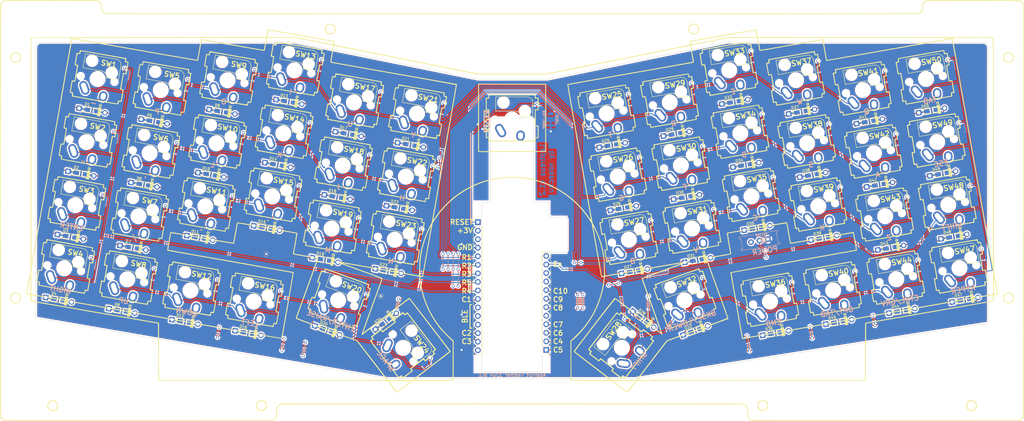
<source format=kicad_pcb>
(kicad_pcb (version 20171130) (host pcbnew "(5.0.1-3-g963ef8bb5)")
  (layers (0 F.Cu signal) (31 B.Cu signal) (34 B.Paste user) (35 F.Paste user) (36 B.SilkS user) (37 F.SilkS user) (38 B.Mask user) (39 F.Mask user) (44 Edge.Cuts user))
  (net 0 "")
  (net 1 "Net-(D2-Pad1)")
  (net 2 "Net-(D3-Pad1)")
  (net 3 "Net-(D4-Pad1)")
  (net 4 "Net-(D5-Pad1)")
  (net 5 /COL1)
  (net 6 "Net-(D7-Pad1)")
  (net 7 "Net-(D8-Pad1)")
  (net 8 "Net-(D9-Pad1)")
  (net 9 "Net-(D10-Pad1)")
  (net 10 /COL2)
  (net 11 "Net-(D12-Pad1)")
  (net 12 "Net-(D13-Pad1)")
  (net 13 "Net-(D14-Pad1)")
  (net 14 "Net-(D15-Pad1)")
  (net 15 /COL3)
  (net 16 "Net-(D17-Pad1)")
  (net 17 "Net-(D18-Pad1)")
  (net 18 "Net-(D19-Pad1)")
  (net 19 "Net-(D20-Pad1)")
  (net 20 /COL4)
  (net 21 "Net-(D22-Pad1)")
  (net 22 "Net-(D23-Pad1)")
  (net 23 "Net-(D24-Pad1)")
  (net 24 "Net-(D25-Pad1)")
  (net 25 /COL5)
  (net 26 "Net-(D27-Pad1)")
  (net 27 "Net-(D28-Pad1)")
  (net 28 "Net-(D29-Pad1)")
  (net 29 "Net-(D30-Pad1)")
  (net 30 /COL7)
  (net 31 "Net-(D34-Pad1)")
  (net 32 "Net-(D35-Pad1)")
  (net 33 "Net-(D36-Pad1)")
  (net 34 "Net-(D37-Pad1)")
  (net 35 /COL8)
  (net 36 "Net-(D39-Pad1)")
  (net 37 "Net-(D40-Pad1)")
  (net 38 "Net-(D41-Pad1)")
  (net 39 "Net-(D42-Pad1)")
  (net 40 /COL9)
  (net 41 "Net-(D44-Pad1)")
  (net 42 "Net-(D47-Pad1)")
  (net 43 /COL10)
  (net 44 /ROW3)
  (net 45 /ROW2)
  (net 46 /ROW1)
  (net 47 /ROW0)
  (net 48 +5V)
  (net 49 GND)
  (net 50 "Net-(D1-Pad1)")
  (net 51 "Net-(D6-Pad1)")
  (net 52 "Net-(D11-Pad1)")
  (net 53 "Net-(D16-Pad1)")
  (net 54 "Net-(D21-Pad1)")
  (net 55 "Net-(D26-Pad1)")
  (net 56 "Net-(D31-Pad1)")
  (net 57 "Net-(D32-Pad1)")
  (net 58 "Net-(D33-Pad1)")
  (net 59 "Net-(D38-Pad1)")
  (net 60 "Net-(D43-Pad1)")
  (net 61 "Net-(D48-Pad1)")
  (net 62 "Net-(D49-Pad1)")
  (net 63 "Net-(D50-Pad1)")
  (net 64 /ROW4)
  (net 65 "Net-(J1-Pad3)")
  (net 66 "Net-(J1-Pad11)")
  (net 67 "Net-(J1-Pad12)")
  (net 68 "Net-(J1-Pad13)")
  (net 69 "Net-(J1-Pad16)")
  (net 70 "Net-(J2-Pad5)")
  (net 71 "Net-(J2-Pad9)")
  (net 72 "Net-(J2-Pad10)")
  (net 73 "Net-(J2-Pad12)")
  (net 74 /COL6)
  (net 75 /RESET)
  (net 76 "Net-(SW_POW_EN1-Pad3)")
  (net 77 /Enable)
  (module Laptreus-v1:Hybrid_Kailh_MX_Socket_Through_Hole (layer F.Cu) (at 231.770061 76.470118)
    (fp_text reference SW_RESET2 hide)
    (fp_text value SWITCH_PUSH hide)
    (pad 1 smd rect (at 7.36 -2.54) (size 2.55 2.5) (layers F.Cu F.Paste F.Mask) (net 75 /RESET))
    (pad "" np_thru_hole circle (at 0 0) (size 3.98018 3.98018) (drill 3.98018) (layers *.Cu *.Mask))
    (pad "" np_thru_hole circle (at -2.54 -5.08) (size 2.95 2.95) (drill 2.95) (layers *.Cu *.Mask))
    (pad "" np_thru_hole circle (at 3.81 -2.54) (size 2.95 2.95) (drill 2.95) (layers *.Cu *.Mask))
    (pad 2 smd rect (at -6.09 -5.08) (size 2.55 2.5) (layers F.Cu F.Paste F.Mask) (net 49 GND))
    (pad "" np_thru_hole circle (at -5.08 0) (size 1.7 1.7) (drill 1.7) (layers *.Cu *.Mask))
    (pad "" np_thru_hole circle (at 5.08 0) (size 1.7 1.7) (drill 1.7) (layers *.Cu *.Mask))
    (pad 1 thru_hole circle (at 7.36 -4.5) (size 0.9 0.9) (drill 0.6) (layers *.Cu) (net 75 /RESET))
    (pad 1 thru_hole oval (at -3.405 3.27 29.1) (size 2.5 4.17) (drill oval 1.5 3.17) (layers *.Cu *.Mask) (net 75 /RESET))
    (pad 2 thru_hole oval (at 2.52 4.79 356.1) (size 2.5 3.08) (drill oval 1.5 2.08) (layers *.Cu *.Mask) (net 49 GND))
    (pad 1 smd rect (at 7.36 -3.5) (size 0.25 2.5) (layers F.Cu) (net 75 /RESET))
  )
  (module Laptreus-v1:Diode-dual (layer F.Cu) (at 356.424525 73.752313 190)
    (fp_text reference D50 (at 1.7 1.6 190) (layer F.SilkS) (effects (font (size 0.8 0.8))))
    (fp_text value DIODE hide)
    (pad 2 smd rect (at -2.5 0 190) (size 2.9 0.5) (layers B.Cu) (net 43 /COL10))
    (pad 2 smd rect (at -1.4 0 190) (size 1.6 1.2) (layers B.Cu B.Paste B.Mask) (net 43 /COL10))
    (pad 1 smd rect (at 1.4 0 190) (size 1.6 1.2) (layers B.Cu B.Paste B.Mask) (net 63 "Net-(D50-Pad1)"))
    (pad 1 smd rect (at 2.5 0 190) (size 2.9 0.5) (layers B.Cu) (net 63 "Net-(D50-Pad1)"))
    (pad 1 smd rect (at 1.4 0 190) (size 1.6 1.2) (layers F.Cu F.Paste F.Mask) (net 63 "Net-(D50-Pad1)"))
    (pad 2 smd rect (at -1.4 0 190) (size 1.6 1.2) (layers F.Cu F.Paste F.Mask) (net 43 /COL10))
    (pad 2 thru_hole circle (at -3.9 0 190) (size 1.6 1.6) (drill 1) (layers *.Cu *.Mask) (net 43 /COL10))
    (pad 1 thru_hole rect (at 3.9 0 190) (size 1.6 1.6) (drill 1) (layers *.Cu *.Mask) (net 63 "Net-(D50-Pad1)"))
    (pad 2 smd rect (at -2.5 0 190) (size 2.9 0.5) (layers F.Cu) (net 43 /COL10))
    (pad 1 smd rect (at 2.5 0 190) (size 2.9 0.5) (layers F.Cu) (net 63 "Net-(D50-Pad1)"))
  )
  (module Laptreus-v1:Diode-dual (layer F.Cu) (at 359.732523 92.512897 190)
    (fp_text reference D49 (at 1.7 1.6 190) (layer F.SilkS) (effects (font (size 0.8 0.8))))
    (fp_text value DIODE hide)
    (pad 2 smd rect (at -2.5 0 190) (size 2.9 0.5) (layers B.Cu) (net 40 /COL9))
    (pad 2 smd rect (at -1.4 0 190) (size 1.6 1.2) (layers B.Cu B.Paste B.Mask) (net 40 /COL9))
    (pad 1 smd rect (at 1.4 0 190) (size 1.6 1.2) (layers B.Cu B.Paste B.Mask) (net 62 "Net-(D49-Pad1)"))
    (pad 1 smd rect (at 2.5 0 190) (size 2.9 0.5) (layers B.Cu) (net 62 "Net-(D49-Pad1)"))
    (pad 1 smd rect (at 1.4 0 190) (size 1.6 1.2) (layers F.Cu F.Paste F.Mask) (net 62 "Net-(D49-Pad1)"))
    (pad 2 smd rect (at -1.4 0 190) (size 1.6 1.2) (layers F.Cu F.Paste F.Mask) (net 40 /COL9))
    (pad 2 thru_hole circle (at -3.9 0 190) (size 1.6 1.6) (drill 1) (layers *.Cu *.Mask) (net 40 /COL9))
    (pad 1 thru_hole rect (at 3.9 0 190) (size 1.6 1.6) (drill 1) (layers *.Cu *.Mask) (net 62 "Net-(D49-Pad1)"))
    (pad 2 smd rect (at -2.5 0 190) (size 2.9 0.5) (layers F.Cu) (net 40 /COL9))
    (pad 1 smd rect (at 2.5 0 190) (size 2.9 0.5) (layers F.Cu) (net 62 "Net-(D49-Pad1)"))
  )
  (module Laptreus-v1:Diode-dual (layer F.Cu) (at 363.040519 111.273485 190)
    (fp_text reference D48 (at 1.7 1.6 190) (layer F.SilkS) (effects (font (size 0.8 0.8))))
    (fp_text value DIODE hide)
    (pad 2 smd rect (at -2.5 0 190) (size 2.9 0.5) (layers B.Cu) (net 35 /COL8))
    (pad 2 smd rect (at -1.4 0 190) (size 1.6 1.2) (layers B.Cu B.Paste B.Mask) (net 35 /COL8))
    (pad 1 smd rect (at 1.4 0 190) (size 1.6 1.2) (layers B.Cu B.Paste B.Mask) (net 61 "Net-(D48-Pad1)"))
    (pad 1 smd rect (at 2.5 0 190) (size 2.9 0.5) (layers B.Cu) (net 61 "Net-(D48-Pad1)"))
    (pad 1 smd rect (at 1.4 0 190) (size 1.6 1.2) (layers F.Cu F.Paste F.Mask) (net 61 "Net-(D48-Pad1)"))
    (pad 2 smd rect (at -1.4 0 190) (size 1.6 1.2) (layers F.Cu F.Paste F.Mask) (net 35 /COL8))
    (pad 2 thru_hole circle (at -3.9 0 190) (size 1.6 1.6) (drill 1) (layers *.Cu *.Mask) (net 35 /COL8))
    (pad 1 thru_hole rect (at 3.9 0 190) (size 1.6 1.6) (drill 1) (layers *.Cu *.Mask) (net 61 "Net-(D48-Pad1)"))
    (pad 2 smd rect (at -2.5 0 190) (size 2.9 0.5) (layers F.Cu) (net 35 /COL8))
    (pad 1 smd rect (at 2.5 0 190) (size 2.9 0.5) (layers F.Cu) (net 61 "Net-(D48-Pad1)"))
  )
  (module Laptreus-v1:Diode-dual (layer F.Cu) (at 366.348516 130.034077 190)
    (fp_text reference D47 (at 1.7 1.6 190) (layer F.SilkS) (effects (font (size 0.8 0.8))))
    (fp_text value DIODE hide)
    (pad 2 smd rect (at -2.5 0 190) (size 2.9 0.5) (layers B.Cu) (net 30 /COL7))
    (pad 2 smd rect (at -1.4 0 190) (size 1.6 1.2) (layers B.Cu B.Paste B.Mask) (net 30 /COL7))
    (pad 1 smd rect (at 1.4 0 190) (size 1.6 1.2) (layers B.Cu B.Paste B.Mask) (net 42 "Net-(D47-Pad1)"))
    (pad 1 smd rect (at 2.5 0 190) (size 2.9 0.5) (layers B.Cu) (net 42 "Net-(D47-Pad1)"))
    (pad 1 smd rect (at 1.4 0 190) (size 1.6 1.2) (layers F.Cu F.Paste F.Mask) (net 42 "Net-(D47-Pad1)"))
    (pad 2 smd rect (at -1.4 0 190) (size 1.6 1.2) (layers F.Cu F.Paste F.Mask) (net 30 /COL7))
    (pad 2 thru_hole circle (at -3.9 0 190) (size 1.6 1.6) (drill 1) (layers *.Cu *.Mask) (net 30 /COL7))
    (pad 1 thru_hole rect (at 3.9 0 190) (size 1.6 1.6) (drill 1) (layers *.Cu *.Mask) (net 42 "Net-(D47-Pad1)"))
    (pad 2 smd rect (at -2.5 0 190) (size 2.9 0.5) (layers F.Cu) (net 30 /COL7))
    (pad 1 smd rect (at 2.5 0 190) (size 2.9 0.5) (layers F.Cu) (net 42 "Net-(D47-Pad1)"))
  )
  (module Laptreus-v1:Diode-dual (layer F.Cu) (at 347.587928 133.342069 190)
    (fp_text reference D44 (at 1.7 1.6 190) (layer F.SilkS) (effects (font (size 0.8 0.8))))
    (fp_text value DIODE hide)
    (pad 2 smd rect (at -2.5 0 190) (size 2.9 0.5) (layers B.Cu) (net 43 /COL10))
    (pad 2 smd rect (at -1.4 0 190) (size 1.6 1.2) (layers B.Cu B.Paste B.Mask) (net 43 /COL10))
    (pad 1 smd rect (at 1.4 0 190) (size 1.6 1.2) (layers B.Cu B.Paste B.Mask) (net 41 "Net-(D44-Pad1)"))
    (pad 1 smd rect (at 2.5 0 190) (size 2.9 0.5) (layers B.Cu) (net 41 "Net-(D44-Pad1)"))
    (pad 1 smd rect (at 1.4 0 190) (size 1.6 1.2) (layers F.Cu F.Paste F.Mask) (net 41 "Net-(D44-Pad1)"))
    (pad 2 smd rect (at -1.4 0 190) (size 1.6 1.2) (layers F.Cu F.Paste F.Mask) (net 43 /COL10))
    (pad 2 thru_hole circle (at -3.9 0 190) (size 1.6 1.6) (drill 1) (layers *.Cu *.Mask) (net 43 /COL10))
    (pad 1 thru_hole rect (at 3.9 0 190) (size 1.6 1.6) (drill 1) (layers *.Cu *.Mask) (net 41 "Net-(D44-Pad1)"))
    (pad 2 smd rect (at -2.5 0 190) (size 2.9 0.5) (layers F.Cu) (net 43 /COL10))
    (pad 1 smd rect (at 2.5 0 190) (size 2.9 0.5) (layers F.Cu) (net 41 "Net-(D44-Pad1)"))
  )
  (module Laptreus-v1:Diode-dual (layer F.Cu) (at 344.279927 114.581486 190)
    (fp_text reference D43 (at 1.7 1.6 190) (layer F.SilkS) (effects (font (size 0.8 0.8))))
    (fp_text value DIODE hide)
    (pad 2 smd rect (at -2.5 0 190) (size 2.9 0.5) (layers B.Cu) (net 43 /COL10))
    (pad 2 smd rect (at -1.4 0 190) (size 1.6 1.2) (layers B.Cu B.Paste B.Mask) (net 43 /COL10))
    (pad 1 smd rect (at 1.4 0 190) (size 1.6 1.2) (layers B.Cu B.Paste B.Mask) (net 60 "Net-(D43-Pad1)"))
    (pad 1 smd rect (at 2.5 0 190) (size 2.9 0.5) (layers B.Cu) (net 60 "Net-(D43-Pad1)"))
    (pad 1 smd rect (at 1.4 0 190) (size 1.6 1.2) (layers F.Cu F.Paste F.Mask) (net 60 "Net-(D43-Pad1)"))
    (pad 2 smd rect (at -1.4 0 190) (size 1.6 1.2) (layers F.Cu F.Paste F.Mask) (net 43 /COL10))
    (pad 2 thru_hole circle (at -3.9 0 190) (size 1.6 1.6) (drill 1) (layers *.Cu *.Mask) (net 43 /COL10))
    (pad 1 thru_hole rect (at 3.9 0 190) (size 1.6 1.6) (drill 1) (layers *.Cu *.Mask) (net 60 "Net-(D43-Pad1)"))
    (pad 2 smd rect (at -2.5 0 190) (size 2.9 0.5) (layers F.Cu) (net 43 /COL10))
    (pad 1 smd rect (at 2.5 0 190) (size 2.9 0.5) (layers F.Cu) (net 60 "Net-(D43-Pad1)"))
  )
  (module Laptreus-v1:Diode-dual (layer F.Cu) (at 340.971927 95.820893 190)
    (fp_text reference D42 (at 1.7 1.6 190) (layer F.SilkS) (effects (font (size 0.8 0.8))))
    (fp_text value DIODE hide)
    (pad 2 smd rect (at -2.5 0 190) (size 2.9 0.5) (layers B.Cu) (net 43 /COL10))
    (pad 2 smd rect (at -1.4 0 190) (size 1.6 1.2) (layers B.Cu B.Paste B.Mask) (net 43 /COL10))
    (pad 1 smd rect (at 1.4 0 190) (size 1.6 1.2) (layers B.Cu B.Paste B.Mask) (net 39 "Net-(D42-Pad1)"))
    (pad 1 smd rect (at 2.5 0 190) (size 2.9 0.5) (layers B.Cu) (net 39 "Net-(D42-Pad1)"))
    (pad 1 smd rect (at 1.4 0 190) (size 1.6 1.2) (layers F.Cu F.Paste F.Mask) (net 39 "Net-(D42-Pad1)"))
    (pad 2 smd rect (at -1.4 0 190) (size 1.6 1.2) (layers F.Cu F.Paste F.Mask) (net 43 /COL10))
    (pad 2 thru_hole circle (at -3.9 0 190) (size 1.6 1.6) (drill 1) (layers *.Cu *.Mask) (net 43 /COL10))
    (pad 1 thru_hole rect (at 3.9 0 190) (size 1.6 1.6) (drill 1) (layers *.Cu *.Mask) (net 39 "Net-(D42-Pad1)"))
    (pad 2 smd rect (at -2.5 0 190) (size 2.9 0.5) (layers F.Cu) (net 43 /COL10))
    (pad 1 smd rect (at 2.5 0 190) (size 2.9 0.5) (layers F.Cu) (net 39 "Net-(D42-Pad1)"))
  )
  (module Laptreus-v1:Diode-dual (layer F.Cu) (at 337.95938 77.008215 190)
    (fp_text reference D41 (at 1.7 1.6 190) (layer F.SilkS) (effects (font (size 0.8 0.8))))
    (fp_text value DIODE hide)
    (pad 2 smd rect (at -2.5 0 190) (size 2.9 0.5) (layers B.Cu) (net 43 /COL10))
    (pad 2 smd rect (at -1.4 0 190) (size 1.6 1.2) (layers B.Cu B.Paste B.Mask) (net 43 /COL10))
    (pad 1 smd rect (at 1.4 0 190) (size 1.6 1.2) (layers B.Cu B.Paste B.Mask) (net 38 "Net-(D41-Pad1)"))
    (pad 1 smd rect (at 2.5 0 190) (size 2.9 0.5) (layers B.Cu) (net 38 "Net-(D41-Pad1)"))
    (pad 1 smd rect (at 1.4 0 190) (size 1.6 1.2) (layers F.Cu F.Paste F.Mask) (net 38 "Net-(D41-Pad1)"))
    (pad 2 smd rect (at -1.4 0 190) (size 1.6 1.2) (layers F.Cu F.Paste F.Mask) (net 43 /COL10))
    (pad 2 thru_hole circle (at -3.9 0 190) (size 1.6 1.6) (drill 1) (layers *.Cu *.Mask) (net 43 /COL10))
    (pad 1 thru_hole rect (at 3.9 0 190) (size 1.6 1.6) (drill 1) (layers *.Cu *.Mask) (net 38 "Net-(D41-Pad1)"))
    (pad 2 smd rect (at -2.5 0 190) (size 2.9 0.5) (layers F.Cu) (net 43 /COL10))
    (pad 1 smd rect (at 2.5 0 190) (size 2.9 0.5) (layers F.Cu) (net 38 "Net-(D41-Pad1)"))
  )
  (module Laptreus-v1:Diode-dual (layer F.Cu) (at 328.827346 136.65007 190)
    (fp_text reference D40 (at 1.7 1.6 190) (layer F.SilkS) (effects (font (size 0.8 0.8))))
    (fp_text value DIODE hide)
    (pad 2 smd rect (at -2.5 0 190) (size 2.9 0.5) (layers B.Cu) (net 40 /COL9))
    (pad 2 smd rect (at -1.4 0 190) (size 1.6 1.2) (layers B.Cu B.Paste B.Mask) (net 40 /COL9))
    (pad 1 smd rect (at 1.4 0 190) (size 1.6 1.2) (layers B.Cu B.Paste B.Mask) (net 37 "Net-(D40-Pad1)"))
    (pad 1 smd rect (at 2.5 0 190) (size 2.9 0.5) (layers B.Cu) (net 37 "Net-(D40-Pad1)"))
    (pad 1 smd rect (at 1.4 0 190) (size 1.6 1.2) (layers F.Cu F.Paste F.Mask) (net 37 "Net-(D40-Pad1)"))
    (pad 2 smd rect (at -1.4 0 190) (size 1.6 1.2) (layers F.Cu F.Paste F.Mask) (net 40 /COL9))
    (pad 2 thru_hole circle (at -3.9 0 190) (size 1.6 1.6) (drill 1) (layers *.Cu *.Mask) (net 40 /COL9))
    (pad 1 thru_hole rect (at 3.9 0 190) (size 1.6 1.6) (drill 1) (layers *.Cu *.Mask) (net 37 "Net-(D40-Pad1)"))
    (pad 2 smd rect (at -2.5 0 190) (size 2.9 0.5) (layers F.Cu) (net 40 /COL9))
    (pad 1 smd rect (at 2.5 0 190) (size 2.9 0.5) (layers F.Cu) (net 37 "Net-(D40-Pad1)"))
  )
  (module Laptreus-v1:Diode-dual (layer F.Cu) (at 324.416674 111.635948 190)
    (fp_text reference D39 (at 1.7 1.6 190) (layer F.SilkS) (effects (font (size 0.8 0.8))))
    (fp_text value DIODE hide)
    (pad 2 smd rect (at -2.5 0 190) (size 2.9 0.5) (layers B.Cu) (net 40 /COL9))
    (pad 2 smd rect (at -1.4 0 190) (size 1.6 1.2) (layers B.Cu B.Paste B.Mask) (net 40 /COL9))
    (pad 1 smd rect (at 1.4 0 190) (size 1.6 1.2) (layers B.Cu B.Paste B.Mask) (net 36 "Net-(D39-Pad1)"))
    (pad 1 smd rect (at 2.5 0 190) (size 2.9 0.5) (layers B.Cu) (net 36 "Net-(D39-Pad1)"))
    (pad 1 smd rect (at 1.4 0 190) (size 1.6 1.2) (layers F.Cu F.Paste F.Mask) (net 36 "Net-(D39-Pad1)"))
    (pad 2 smd rect (at -1.4 0 190) (size 1.6 1.2) (layers F.Cu F.Paste F.Mask) (net 40 /COL9))
    (pad 2 thru_hole circle (at -3.9 0 190) (size 1.6 1.6) (drill 1) (layers *.Cu *.Mask) (net 40 /COL9))
    (pad 1 thru_hole rect (at 3.9 0 190) (size 1.6 1.6) (drill 1) (layers *.Cu *.Mask) (net 36 "Net-(D39-Pad1)"))
    (pad 2 smd rect (at -2.5 0 190) (size 2.9 0.5) (layers F.Cu) (net 40 /COL9))
    (pad 1 smd rect (at 2.5 0 190) (size 2.9 0.5) (layers F.Cu) (net 36 "Net-(D39-Pad1)"))
  )
  (module Laptreus-v1:Diode-dual (layer F.Cu) (at 321.108677 92.875365 190)
    (fp_text reference D38 (at 1.7 1.6 190) (layer F.SilkS) (effects (font (size 0.8 0.8))))
    (fp_text value DIODE hide)
    (pad 2 smd rect (at -2.5 0 190) (size 2.9 0.5) (layers B.Cu) (net 40 /COL9))
    (pad 2 smd rect (at -1.4 0 190) (size 1.6 1.2) (layers B.Cu B.Paste B.Mask) (net 40 /COL9))
    (pad 1 smd rect (at 1.4 0 190) (size 1.6 1.2) (layers B.Cu B.Paste B.Mask) (net 59 "Net-(D38-Pad1)"))
    (pad 1 smd rect (at 2.5 0 190) (size 2.9 0.5) (layers B.Cu) (net 59 "Net-(D38-Pad1)"))
    (pad 1 smd rect (at 1.4 0 190) (size 1.6 1.2) (layers F.Cu F.Paste F.Mask) (net 59 "Net-(D38-Pad1)"))
    (pad 2 smd rect (at -1.4 0 190) (size 1.6 1.2) (layers F.Cu F.Paste F.Mask) (net 40 /COL9))
    (pad 2 thru_hole circle (at -3.9 0 190) (size 1.6 1.6) (drill 1) (layers *.Cu *.Mask) (net 40 /COL9))
    (pad 1 thru_hole rect (at 3.9 0 190) (size 1.6 1.6) (drill 1) (layers *.Cu *.Mask) (net 59 "Net-(D38-Pad1)"))
    (pad 2 smd rect (at -2.5 0 190) (size 2.9 0.5) (layers F.Cu) (net 40 /COL9))
    (pad 1 smd rect (at 2.5 0 190) (size 2.9 0.5) (layers F.Cu) (net 59 "Net-(D38-Pad1)"))
  )
  (module Laptreus-v1:Diode-dual (layer F.Cu) (at 317.800681 74.114777 190)
    (fp_text reference D37 (at 1.7 1.6 190) (layer F.SilkS) (effects (font (size 0.8 0.8))))
    (fp_text value DIODE hide)
    (pad 2 smd rect (at -2.5 0 190) (size 2.9 0.5) (layers B.Cu) (net 40 /COL9))
    (pad 2 smd rect (at -1.4 0 190) (size 1.6 1.2) (layers B.Cu B.Paste B.Mask) (net 40 /COL9))
    (pad 1 smd rect (at 1.4 0 190) (size 1.6 1.2) (layers B.Cu B.Paste B.Mask) (net 34 "Net-(D37-Pad1)"))
    (pad 1 smd rect (at 2.5 0 190) (size 2.9 0.5) (layers B.Cu) (net 34 "Net-(D37-Pad1)"))
    (pad 1 smd rect (at 1.4 0 190) (size 1.6 1.2) (layers F.Cu F.Paste F.Mask) (net 34 "Net-(D37-Pad1)"))
    (pad 2 smd rect (at -1.4 0 190) (size 1.6 1.2) (layers F.Cu F.Paste F.Mask) (net 40 /COL9))
    (pad 2 thru_hole circle (at -3.9 0 190) (size 1.6 1.6) (drill 1) (layers *.Cu *.Mask) (net 40 /COL9))
    (pad 1 thru_hole rect (at 3.9 0 190) (size 1.6 1.6) (drill 1) (layers *.Cu *.Mask) (net 34 "Net-(D37-Pad1)"))
    (pad 2 smd rect (at -2.5 0 190) (size 2.9 0.5) (layers F.Cu) (net 40 /COL9))
    (pad 1 smd rect (at 2.5 0 190) (size 2.9 0.5) (layers F.Cu) (net 34 "Net-(D37-Pad1)"))
  )
  (module Laptreus-v1:Diode-dual (layer F.Cu) (at 310.066757 139.958065 190)
    (fp_text reference D36 (at 1.7 1.6 190) (layer F.SilkS) (effects (font (size 0.8 0.8))))
    (fp_text value DIODE hide)
    (pad 2 smd rect (at -2.5 0 190) (size 2.9 0.5) (layers B.Cu) (net 35 /COL8))
    (pad 2 smd rect (at -1.4 0 190) (size 1.6 1.2) (layers B.Cu B.Paste B.Mask) (net 35 /COL8))
    (pad 1 smd rect (at 1.4 0 190) (size 1.6 1.2) (layers B.Cu B.Paste B.Mask) (net 33 "Net-(D36-Pad1)"))
    (pad 1 smd rect (at 2.5 0 190) (size 2.9 0.5) (layers B.Cu) (net 33 "Net-(D36-Pad1)"))
    (pad 1 smd rect (at 1.4 0 190) (size 1.6 1.2) (layers F.Cu F.Paste F.Mask) (net 33 "Net-(D36-Pad1)"))
    (pad 2 smd rect (at -1.4 0 190) (size 1.6 1.2) (layers F.Cu F.Paste F.Mask) (net 35 /COL8))
    (pad 2 thru_hole circle (at -3.9 0 190) (size 1.6 1.6) (drill 1) (layers *.Cu *.Mask) (net 35 /COL8))
    (pad 1 thru_hole rect (at 3.9 0 190) (size 1.6 1.6) (drill 1) (layers *.Cu *.Mask) (net 33 "Net-(D36-Pad1)"))
    (pad 2 smd rect (at -2.5 0 190) (size 2.9 0.5) (layers F.Cu) (net 35 /COL8))
    (pad 1 smd rect (at 2.5 0 190) (size 2.9 0.5) (layers F.Cu) (net 33 "Net-(D36-Pad1)"))
  )
  (module Laptreus-v1:Diode-dual (layer F.Cu) (at 304.553419 108.690415 190)
    (fp_text reference D35 (at 1.7 1.6 190) (layer F.SilkS) (effects (font (size 0.8 0.8))))
    (fp_text value DIODE hide)
    (pad 2 smd rect (at -2.5 0 190) (size 2.9 0.5) (layers B.Cu) (net 35 /COL8))
    (pad 2 smd rect (at -1.4 0 190) (size 1.6 1.2) (layers B.Cu B.Paste B.Mask) (net 35 /COL8))
    (pad 1 smd rect (at 1.4 0 190) (size 1.6 1.2) (layers B.Cu B.Paste B.Mask) (net 32 "Net-(D35-Pad1)"))
    (pad 1 smd rect (at 2.5 0 190) (size 2.9 0.5) (layers B.Cu) (net 32 "Net-(D35-Pad1)"))
    (pad 1 smd rect (at 1.4 0 190) (size 1.6 1.2) (layers F.Cu F.Paste F.Mask) (net 32 "Net-(D35-Pad1)"))
    (pad 2 smd rect (at -1.4 0 190) (size 1.6 1.2) (layers F.Cu F.Paste F.Mask) (net 35 /COL8))
    (pad 2 thru_hole circle (at -3.9 0 190) (size 1.6 1.6) (drill 1) (layers *.Cu *.Mask) (net 35 /COL8))
    (pad 1 thru_hole rect (at 3.9 0 190) (size 1.6 1.6) (drill 1) (layers *.Cu *.Mask) (net 32 "Net-(D35-Pad1)"))
    (pad 2 smd rect (at -2.5 0 190) (size 2.9 0.5) (layers F.Cu) (net 35 /COL8))
    (pad 1 smd rect (at 2.5 0 190) (size 2.9 0.5) (layers F.Cu) (net 32 "Net-(D35-Pad1)"))
  )
  (module Laptreus-v1:Diode-dual (layer F.Cu) (at 301.24543 89.92983 190)
    (fp_text reference D34 (at 1.7 1.6 190) (layer F.SilkS) (effects (font (size 0.8 0.8))))
    (fp_text value DIODE hide)
    (pad 2 smd rect (at -2.5 0 190) (size 2.9 0.5) (layers B.Cu) (net 35 /COL8))
    (pad 2 smd rect (at -1.4 0 190) (size 1.6 1.2) (layers B.Cu B.Paste B.Mask) (net 35 /COL8))
    (pad 1 smd rect (at 1.4 0 190) (size 1.6 1.2) (layers B.Cu B.Paste B.Mask) (net 31 "Net-(D34-Pad1)"))
    (pad 1 smd rect (at 2.5 0 190) (size 2.9 0.5) (layers B.Cu) (net 31 "Net-(D34-Pad1)"))
    (pad 1 smd rect (at 1.4 0 190) (size 1.6 1.2) (layers F.Cu F.Paste F.Mask) (net 31 "Net-(D34-Pad1)"))
    (pad 2 smd rect (at -1.4 0 190) (size 1.6 1.2) (layers F.Cu F.Paste F.Mask) (net 35 /COL8))
    (pad 2 thru_hole circle (at -3.9 0 190) (size 1.6 1.6) (drill 1) (layers *.Cu *.Mask) (net 35 /COL8))
    (pad 1 thru_hole rect (at 3.9 0 190) (size 1.6 1.6) (drill 1) (layers *.Cu *.Mask) (net 31 "Net-(D34-Pad1)"))
    (pad 2 smd rect (at -2.5 0 190) (size 2.9 0.5) (layers F.Cu) (net 35 /COL8))
    (pad 1 smd rect (at 2.5 0 190) (size 2.9 0.5) (layers F.Cu) (net 31 "Net-(D34-Pad1)"))
  )
  (module Laptreus-v1:Diode-dual (layer F.Cu) (at 297.937426 71.169244 190)
    (fp_text reference D33 (at 1.7 1.6 190) (layer F.SilkS) (effects (font (size 0.8 0.8))))
    (fp_text value DIODE hide)
    (pad 2 smd rect (at -2.5 0 190) (size 2.9 0.5) (layers B.Cu) (net 35 /COL8))
    (pad 2 smd rect (at -1.4 0 190) (size 1.6 1.2) (layers B.Cu B.Paste B.Mask) (net 35 /COL8))
    (pad 1 smd rect (at 1.4 0 190) (size 1.6 1.2) (layers B.Cu B.Paste B.Mask) (net 58 "Net-(D33-Pad1)"))
    (pad 1 smd rect (at 2.5 0 190) (size 2.9 0.5) (layers B.Cu) (net 58 "Net-(D33-Pad1)"))
    (pad 1 smd rect (at 1.4 0 190) (size 1.6 1.2) (layers F.Cu F.Paste F.Mask) (net 58 "Net-(D33-Pad1)"))
    (pad 2 smd rect (at -1.4 0 190) (size 1.6 1.2) (layers F.Cu F.Paste F.Mask) (net 35 /COL8))
    (pad 2 thru_hole circle (at -3.9 0 190) (size 1.6 1.6) (drill 1) (layers *.Cu *.Mask) (net 35 /COL8))
    (pad 1 thru_hole rect (at 3.9 0 190) (size 1.6 1.6) (drill 1) (layers *.Cu *.Mask) (net 58 "Net-(D33-Pad1)"))
    (pad 2 smd rect (at -2.5 0 190) (size 2.9 0.5) (layers F.Cu) (net 35 /COL8))
    (pad 1 smd rect (at 2.5 0 190) (size 2.9 0.5) (layers F.Cu) (net 58 "Net-(D33-Pad1)"))
  )
  (module Laptreus-v1:Diode-dual (layer F.Cu) (at 286.262065 139.178442 200)
    (fp_text reference D32 (at 1.7 1.6 200) (layer F.SilkS) (effects (font (size 0.8 0.8))))
    (fp_text value DIODE hide)
    (pad 2 smd rect (at -2.5 0 200) (size 2.9 0.5) (layers B.Cu) (net 30 /COL7))
    (pad 2 smd rect (at -1.4 0 200) (size 1.6 1.2) (layers B.Cu B.Paste B.Mask) (net 30 /COL7))
    (pad 1 smd rect (at 1.4 0 200) (size 1.6 1.2) (layers B.Cu B.Paste B.Mask) (net 57 "Net-(D32-Pad1)"))
    (pad 1 smd rect (at 2.5 0 200) (size 2.9 0.5) (layers B.Cu) (net 57 "Net-(D32-Pad1)"))
    (pad 1 smd rect (at 1.4 0 200) (size 1.6 1.2) (layers F.Cu F.Paste F.Mask) (net 57 "Net-(D32-Pad1)"))
    (pad 2 smd rect (at -1.4 0 200) (size 1.6 1.2) (layers F.Cu F.Paste F.Mask) (net 30 /COL7))
    (pad 2 thru_hole circle (at -3.9 0 200) (size 1.6 1.6) (drill 1) (layers *.Cu *.Mask) (net 30 /COL7))
    (pad 1 thru_hole rect (at 3.9 0 200) (size 1.6 1.6) (drill 1) (layers *.Cu *.Mask) (net 57 "Net-(D32-Pad1)"))
    (pad 2 smd rect (at -2.5 0 200) (size 2.9 0.5) (layers F.Cu) (net 30 /COL7))
    (pad 1 smd rect (at 2.5 0 200) (size 2.9 0.5) (layers F.Cu) (net 57 "Net-(D32-Pad1)"))
  )
  (module Laptreus-v1:Diode-dual (layer F.Cu) (at 286.895504 118.251949 190)
    (fp_text reference D31 (at 1.7 1.6 190) (layer F.SilkS) (effects (font (size 0.8 0.8))))
    (fp_text value DIODE hide)
    (pad 2 smd rect (at -2.5 0 190) (size 2.9 0.5) (layers B.Cu) (net 30 /COL7))
    (pad 2 smd rect (at -1.4 0 190) (size 1.6 1.2) (layers B.Cu B.Paste B.Mask) (net 30 /COL7))
    (pad 1 smd rect (at 1.4 0 190) (size 1.6 1.2) (layers B.Cu B.Paste B.Mask) (net 56 "Net-(D31-Pad1)"))
    (pad 1 smd rect (at 2.5 0 190) (size 2.9 0.5) (layers B.Cu) (net 56 "Net-(D31-Pad1)"))
    (pad 1 smd rect (at 1.4 0 190) (size 1.6 1.2) (layers F.Cu F.Paste F.Mask) (net 56 "Net-(D31-Pad1)"))
    (pad 2 smd rect (at -1.4 0 190) (size 1.6 1.2) (layers F.Cu F.Paste F.Mask) (net 30 /COL7))
    (pad 2 thru_hole circle (at -3.9 0 190) (size 1.6 1.6) (drill 1) (layers *.Cu *.Mask) (net 30 /COL7))
    (pad 1 thru_hole rect (at 3.9 0 190) (size 1.6 1.6) (drill 1) (layers *.Cu *.Mask) (net 56 "Net-(D31-Pad1)"))
    (pad 2 smd rect (at -2.5 0 190) (size 2.9 0.5) (layers F.Cu) (net 30 /COL7))
    (pad 1 smd rect (at 2.5 0 190) (size 2.9 0.5) (layers F.Cu) (net 56 "Net-(D31-Pad1)"))
  )
  (module Laptreus-v1:Diode-dual (layer F.Cu) (at 283.587502 99.49136 190)
    (fp_text reference D30 (at 1.7 1.6 190) (layer F.SilkS) (effects (font (size 0.8 0.8))))
    (fp_text value DIODE hide)
    (pad 2 smd rect (at -2.5 0 190) (size 2.9 0.5) (layers B.Cu) (net 30 /COL7))
    (pad 2 smd rect (at -1.4 0 190) (size 1.6 1.2) (layers B.Cu B.Paste B.Mask) (net 30 /COL7))
    (pad 1 smd rect (at 1.4 0 190) (size 1.6 1.2) (layers B.Cu B.Paste B.Mask) (net 29 "Net-(D30-Pad1)"))
    (pad 1 smd rect (at 2.5 0 190) (size 2.9 0.5) (layers B.Cu) (net 29 "Net-(D30-Pad1)"))
    (pad 1 smd rect (at 1.4 0 190) (size 1.6 1.2) (layers F.Cu F.Paste F.Mask) (net 29 "Net-(D30-Pad1)"))
    (pad 2 smd rect (at -1.4 0 190) (size 1.6 1.2) (layers F.Cu F.Paste F.Mask) (net 30 /COL7))
    (pad 2 thru_hole circle (at -3.9 0 190) (size 1.6 1.6) (drill 1) (layers *.Cu *.Mask) (net 30 /COL7))
    (pad 1 thru_hole rect (at 3.9 0 190) (size 1.6 1.6) (drill 1) (layers *.Cu *.Mask) (net 29 "Net-(D30-Pad1)"))
    (pad 2 smd rect (at -2.5 0 190) (size 2.9 0.5) (layers F.Cu) (net 30 /COL7))
    (pad 1 smd rect (at 2.5 0 190) (size 2.9 0.5) (layers F.Cu) (net 29 "Net-(D30-Pad1)"))
  )
  (module Laptreus-v1:Diode-dual (layer F.Cu) (at 280.57495 80.678677 190)
    (fp_text reference D29 (at 1.7 1.6 190) (layer F.SilkS) (effects (font (size 0.8 0.8))))
    (fp_text value DIODE hide)
    (pad 2 smd rect (at -2.5 0 190) (size 2.9 0.5) (layers B.Cu) (net 30 /COL7))
    (pad 2 smd rect (at -1.4 0 190) (size 1.6 1.2) (layers B.Cu B.Paste B.Mask) (net 30 /COL7))
    (pad 1 smd rect (at 1.4 0 190) (size 1.6 1.2) (layers B.Cu B.Paste B.Mask) (net 28 "Net-(D29-Pad1)"))
    (pad 1 smd rect (at 2.5 0 190) (size 2.9 0.5) (layers B.Cu) (net 28 "Net-(D29-Pad1)"))
    (pad 1 smd rect (at 1.4 0 190) (size 1.6 1.2) (layers F.Cu F.Paste F.Mask) (net 28 "Net-(D29-Pad1)"))
    (pad 2 smd rect (at -1.4 0 190) (size 1.6 1.2) (layers F.Cu F.Paste F.Mask) (net 30 /COL7))
    (pad 2 thru_hole circle (at -3.9 0 190) (size 1.6 1.6) (drill 1) (layers *.Cu *.Mask) (net 30 /COL7))
    (pad 1 thru_hole rect (at 3.9 0 190) (size 1.6 1.6) (drill 1) (layers *.Cu *.Mask) (net 28 "Net-(D29-Pad1)"))
    (pad 2 smd rect (at -2.5 0 190) (size 2.9 0.5) (layers F.Cu) (net 30 /COL7))
    (pad 1 smd rect (at 2.5 0 190) (size 2.9 0.5) (layers F.Cu) (net 28 "Net-(D29-Pad1)"))
  )
  (module Laptreus-v1:Diode-dual (layer F.Cu) (at 270.760791 135.900208 142.5)
    (fp_text reference D28 (at 1.7 1.6 142.5) (layer F.SilkS) (effects (font (size 0.8 0.8))))
    (fp_text value DIODE hide)
    (pad 2 smd rect (at -2.5 -0.000001 142.5) (size 2.9 0.5) (layers B.Cu) (net 74 /COL6))
    (pad 2 smd rect (at -1.4 0 142.5) (size 1.6 1.2) (layers B.Cu B.Paste B.Mask) (net 74 /COL6))
    (pad 1 smd rect (at 1.4 0 142.5) (size 1.6 1.2) (layers B.Cu B.Paste B.Mask) (net 27 "Net-(D28-Pad1)"))
    (pad 1 smd rect (at 2.5 0.000001 142.5) (size 2.9 0.5) (layers B.Cu) (net 27 "Net-(D28-Pad1)"))
    (pad 1 smd rect (at 1.4 0 142.5) (size 1.6 1.2) (layers F.Cu F.Paste F.Mask) (net 27 "Net-(D28-Pad1)"))
    (pad 2 smd rect (at -1.4 0 142.5) (size 1.6 1.2) (layers F.Cu F.Paste F.Mask) (net 74 /COL6))
    (pad 2 thru_hole circle (at -3.9 0 142.5) (size 1.6 1.6) (drill 1) (layers *.Cu *.Mask) (net 74 /COL6))
    (pad 1 thru_hole rect (at 3.9 0 142.5) (size 1.6 1.6) (drill 1) (layers *.Cu *.Mask) (net 27 "Net-(D28-Pad1)"))
    (pad 2 smd rect (at -2.5 -0.000001 142.5) (size 2.9 0.5) (layers F.Cu) (net 74 /COL6))
    (pad 1 smd rect (at 2.5 0.000001 142.5) (size 2.9 0.5) (layers F.Cu) (net 27 "Net-(D28-Pad1)"))
  )
  (module Laptreus-v1:Diode-dual (layer F.Cu) (at 268.134919 121.559952 190)
    (fp_text reference D27 (at 1.7 1.6 190) (layer F.SilkS) (effects (font (size 0.8 0.8))))
    (fp_text value DIODE hide)
    (pad 2 smd rect (at -2.5 0 190) (size 2.9 0.5) (layers B.Cu) (net 74 /COL6))
    (pad 2 smd rect (at -1.4 0 190) (size 1.6 1.2) (layers B.Cu B.Paste B.Mask) (net 74 /COL6))
    (pad 1 smd rect (at 1.4 0 190) (size 1.6 1.2) (layers B.Cu B.Paste B.Mask) (net 26 "Net-(D27-Pad1)"))
    (pad 1 smd rect (at 2.5 0 190) (size 2.9 0.5) (layers B.Cu) (net 26 "Net-(D27-Pad1)"))
    (pad 1 smd rect (at 1.4 0 190) (size 1.6 1.2) (layers F.Cu F.Paste F.Mask) (net 26 "Net-(D27-Pad1)"))
    (pad 2 smd rect (at -1.4 0 190) (size 1.6 1.2) (layers F.Cu F.Paste F.Mask) (net 74 /COL6))
    (pad 2 thru_hole circle (at -3.9 0 190) (size 1.6 1.6) (drill 1) (layers *.Cu *.Mask) (net 74 /COL6))
    (pad 1 thru_hole rect (at 3.9 0 190) (size 1.6 1.6) (drill 1) (layers *.Cu *.Mask) (net 26 "Net-(D27-Pad1)"))
    (pad 2 smd rect (at -2.5 0 190) (size 2.9 0.5) (layers F.Cu) (net 74 /COL6))
    (pad 1 smd rect (at 2.5 0 190) (size 2.9 0.5) (layers F.Cu) (net 26 "Net-(D27-Pad1)"))
  )
  (module Laptreus-v1:Diode-dual (layer F.Cu) (at 264.826913 102.799359 190)
    (fp_text reference D26 (at 1.7 1.6 190) (layer F.SilkS) (effects (font (size 0.8 0.8))))
    (fp_text value DIODE hide)
    (pad 2 smd rect (at -2.5 0 190) (size 2.9 0.5) (layers B.Cu) (net 74 /COL6))
    (pad 2 smd rect (at -1.4 0 190) (size 1.6 1.2) (layers B.Cu B.Paste B.Mask) (net 74 /COL6))
    (pad 1 smd rect (at 1.4 0 190) (size 1.6 1.2) (layers B.Cu B.Paste B.Mask) (net 55 "Net-(D26-Pad1)"))
    (pad 1 smd rect (at 2.5 0 190) (size 2.9 0.5) (layers B.Cu) (net 55 "Net-(D26-Pad1)"))
    (pad 1 smd rect (at 1.4 0 190) (size 1.6 1.2) (layers F.Cu F.Paste F.Mask) (net 55 "Net-(D26-Pad1)"))
    (pad 2 smd rect (at -1.4 0 190) (size 1.6 1.2) (layers F.Cu F.Paste F.Mask) (net 74 /COL6))
    (pad 2 thru_hole circle (at -3.9 0 190) (size 1.6 1.6) (drill 1) (layers *.Cu *.Mask) (net 74 /COL6))
    (pad 1 thru_hole rect (at 3.9 0 190) (size 1.6 1.6) (drill 1) (layers *.Cu *.Mask) (net 55 "Net-(D26-Pad1)"))
    (pad 2 smd rect (at -2.5 0 190) (size 2.9 0.5) (layers F.Cu) (net 74 /COL6))
    (pad 1 smd rect (at 2.5 0 190) (size 2.9 0.5) (layers F.Cu) (net 55 "Net-(D26-Pad1)"))
  )
  (module Laptreus-v1:Diode-dual (layer F.Cu) (at 261.518921 84.038765 190)
    (fp_text reference D25 (at 1.7 1.6 190) (layer F.SilkS) (effects (font (size 0.8 0.8))))
    (fp_text value DIODE hide)
    (pad 2 smd rect (at -2.5 0 190) (size 2.9 0.5) (layers B.Cu) (net 74 /COL6))
    (pad 2 smd rect (at -1.4 0 190) (size 1.6 1.2) (layers B.Cu B.Paste B.Mask) (net 74 /COL6))
    (pad 1 smd rect (at 1.4 0 190) (size 1.6 1.2) (layers B.Cu B.Paste B.Mask) (net 24 "Net-(D25-Pad1)"))
    (pad 1 smd rect (at 2.5 0 190) (size 2.9 0.5) (layers B.Cu) (net 24 "Net-(D25-Pad1)"))
    (pad 1 smd rect (at 1.4 0 190) (size 1.6 1.2) (layers F.Cu F.Paste F.Mask) (net 24 "Net-(D25-Pad1)"))
    (pad 2 smd rect (at -1.4 0 190) (size 1.6 1.2) (layers F.Cu F.Paste F.Mask) (net 74 /COL6))
    (pad 2 thru_hole circle (at -3.9 0 190) (size 1.6 1.6) (drill 1) (layers *.Cu *.Mask) (net 74 /COL6))
    (pad 1 thru_hole rect (at 3.9 0 190) (size 1.6 1.6) (drill 1) (layers *.Cu *.Mask) (net 24 "Net-(D25-Pad1)"))
    (pad 2 smd rect (at -2.5 0 190) (size 2.9 0.5) (layers F.Cu) (net 74 /COL6))
    (pad 1 smd rect (at 2.5 0 190) (size 2.9 0.5) (layers F.Cu) (net 24 "Net-(D25-Pad1)"))
  )
  (module Laptreus-v1:Diode-dual (layer F.Cu) (at 194.285924 136.482975 217.5)
    (fp_text reference D24 (at 1.7 1.6 217.5) (layer F.SilkS) (effects (font (size 0.8 0.8))))
    (fp_text value DIODE hide)
    (pad 2 smd rect (at -2.5 0.000001 217.5) (size 2.9 0.5) (layers B.Cu) (net 25 /COL5))
    (pad 2 smd rect (at -1.4 0 217.5) (size 1.6 1.2) (layers B.Cu B.Paste B.Mask) (net 25 /COL5))
    (pad 1 smd rect (at 1.4 0 217.5) (size 1.6 1.2) (layers B.Cu B.Paste B.Mask) (net 23 "Net-(D24-Pad1)"))
    (pad 1 smd rect (at 2.5 -0.000001 217.5) (size 2.9 0.5) (layers B.Cu) (net 23 "Net-(D24-Pad1)"))
    (pad 1 smd rect (at 1.4 0 217.5) (size 1.6 1.2) (layers F.Cu F.Paste F.Mask) (net 23 "Net-(D24-Pad1)"))
    (pad 2 smd rect (at -1.4 0 217.5) (size 1.6 1.2) (layers F.Cu F.Paste F.Mask) (net 25 /COL5))
    (pad 2 thru_hole circle (at -3.9 0 217.5) (size 1.6 1.6) (drill 1) (layers *.Cu *.Mask) (net 25 /COL5))
    (pad 1 thru_hole rect (at 3.9 0 217.5) (size 1.6 1.6) (drill 1) (layers *.Cu *.Mask) (net 23 "Net-(D24-Pad1)"))
    (pad 2 smd rect (at -2.5 0.000001 217.5) (size 2.9 0.5) (layers F.Cu) (net 25 /COL5))
    (pad 1 smd rect (at 2.5 -0.000001 217.5) (size 2.9 0.5) (layers F.Cu) (net 23 "Net-(D24-Pad1)"))
  )
  (module Laptreus-v1:Diode-dual (layer F.Cu) (at 194.970082 121.527942 170)
    (fp_text reference D23 (at 1.7 1.6 170) (layer F.SilkS) (effects (font (size 0.8 0.8))))
    (fp_text value DIODE hide)
    (pad 2 smd rect (at -2.5 0 170) (size 2.9 0.5) (layers B.Cu) (net 25 /COL5))
    (pad 2 smd rect (at -1.4 0 170) (size 1.6 1.2) (layers B.Cu B.Paste B.Mask) (net 25 /COL5))
    (pad 1 smd rect (at 1.4 0 170) (size 1.6 1.2) (layers B.Cu B.Paste B.Mask) (net 22 "Net-(D23-Pad1)"))
    (pad 1 smd rect (at 2.5 0 170) (size 2.9 0.5) (layers B.Cu) (net 22 "Net-(D23-Pad1)"))
    (pad 1 smd rect (at 1.4 0 170) (size 1.6 1.2) (layers F.Cu F.Paste F.Mask) (net 22 "Net-(D23-Pad1)"))
    (pad 2 smd rect (at -1.4 0 170) (size 1.6 1.2) (layers F.Cu F.Paste F.Mask) (net 25 /COL5))
    (pad 2 thru_hole circle (at -3.9 0 170) (size 1.6 1.6) (drill 1) (layers *.Cu *.Mask) (net 25 /COL5))
    (pad 1 thru_hole rect (at 3.9 0 170) (size 1.6 1.6) (drill 1) (layers *.Cu *.Mask) (net 22 "Net-(D23-Pad1)"))
    (pad 2 smd rect (at -2.5 0 170) (size 2.9 0.5) (layers F.Cu) (net 25 /COL5))
    (pad 1 smd rect (at 2.5 0 170) (size 2.9 0.5) (layers F.Cu) (net 22 "Net-(D23-Pad1)"))
  )
  (module Laptreus-v1:Diode-dual (layer F.Cu) (at 198.278076 102.767352 170)
    (fp_text reference D22 (at 1.7 1.6 170) (layer F.SilkS) (effects (font (size 0.8 0.8))))
    (fp_text value DIODE hide)
    (pad 2 smd rect (at -2.5 0 170) (size 2.9 0.5) (layers B.Cu) (net 25 /COL5))
    (pad 2 smd rect (at -1.4 0 170) (size 1.6 1.2) (layers B.Cu B.Paste B.Mask) (net 25 /COL5))
    (pad 1 smd rect (at 1.4 0 170) (size 1.6 1.2) (layers B.Cu B.Paste B.Mask) (net 21 "Net-(D22-Pad1)"))
    (pad 1 smd rect (at 2.5 0 170) (size 2.9 0.5) (layers B.Cu) (net 21 "Net-(D22-Pad1)"))
    (pad 1 smd rect (at 1.4 0 170) (size 1.6 1.2) (layers F.Cu F.Paste F.Mask) (net 21 "Net-(D22-Pad1)"))
    (pad 2 smd rect (at -1.4 0 170) (size 1.6 1.2) (layers F.Cu F.Paste F.Mask) (net 25 /COL5))
    (pad 2 thru_hole circle (at -3.9 0 170) (size 1.6 1.6) (drill 1) (layers *.Cu *.Mask) (net 25 /COL5))
    (pad 1 thru_hole rect (at 3.9 0 170) (size 1.6 1.6) (drill 1) (layers *.Cu *.Mask) (net 21 "Net-(D22-Pad1)"))
    (pad 2 smd rect (at -2.5 0 170) (size 2.9 0.5) (layers F.Cu) (net 25 /COL5))
    (pad 1 smd rect (at 2.5 0 170) (size 2.9 0.5) (layers F.Cu) (net 21 "Net-(D22-Pad1)"))
  )
  (module Laptreus-v1:Diode-dual (layer F.Cu) (at 201.586077 84.006763 170)
    (fp_text reference D21 (at 1.7 1.6 170) (layer F.SilkS) (effects (font (size 0.8 0.8))))
    (fp_text value DIODE hide)
    (pad 2 smd rect (at -2.5 0 170) (size 2.9 0.5) (layers B.Cu) (net 25 /COL5))
    (pad 2 smd rect (at -1.4 0 170) (size 1.6 1.2) (layers B.Cu B.Paste B.Mask) (net 25 /COL5))
    (pad 1 smd rect (at 1.4 0 170) (size 1.6 1.2) (layers B.Cu B.Paste B.Mask) (net 54 "Net-(D21-Pad1)"))
    (pad 1 smd rect (at 2.5 0 170) (size 2.9 0.5) (layers B.Cu) (net 54 "Net-(D21-Pad1)"))
    (pad 1 smd rect (at 1.4 0 170) (size 1.6 1.2) (layers F.Cu F.Paste F.Mask) (net 54 "Net-(D21-Pad1)"))
    (pad 2 smd rect (at -1.4 0 170) (size 1.6 1.2) (layers F.Cu F.Paste F.Mask) (net 25 /COL5))
    (pad 2 thru_hole circle (at -3.9 0 170) (size 1.6 1.6) (drill 1) (layers *.Cu *.Mask) (net 25 /COL5))
    (pad 1 thru_hole rect (at 3.9 0 170) (size 1.6 1.6) (drill 1) (layers *.Cu *.Mask) (net 54 "Net-(D21-Pad1)"))
    (pad 2 smd rect (at -2.5 0 170) (size 2.9 0.5) (layers F.Cu) (net 25 /COL5))
    (pad 1 smd rect (at 2.5 0 170) (size 2.9 0.5) (layers F.Cu) (net 54 "Net-(D21-Pad1)"))
  )
  (module Laptreus-v1:Diode-dual (layer F.Cu) (at 176.845021 139.145333 160)
    (fp_text reference D20 (at 1.7 1.6 160) (layer F.SilkS) (effects (font (size 0.8 0.8))))
    (fp_text value DIODE hide)
    (pad 2 smd rect (at -2.5 0 160) (size 2.9 0.5) (layers B.Cu) (net 20 /COL4))
    (pad 2 smd rect (at -1.4 0 160) (size 1.6 1.2) (layers B.Cu B.Paste B.Mask) (net 20 /COL4))
    (pad 1 smd rect (at 1.4 0 160) (size 1.6 1.2) (layers B.Cu B.Paste B.Mask) (net 19 "Net-(D20-Pad1)"))
    (pad 1 smd rect (at 2.5 0 160) (size 2.9 0.5) (layers B.Cu) (net 19 "Net-(D20-Pad1)"))
    (pad 1 smd rect (at 1.4 0 160) (size 1.6 1.2) (layers F.Cu F.Paste F.Mask) (net 19 "Net-(D20-Pad1)"))
    (pad 2 smd rect (at -1.4 0 160) (size 1.6 1.2) (layers F.Cu F.Paste F.Mask) (net 20 /COL4))
    (pad 2 thru_hole circle (at -3.9 0 160) (size 1.6 1.6) (drill 1) (layers *.Cu *.Mask) (net 20 /COL4))
    (pad 1 thru_hole rect (at 3.9 0 160) (size 1.6 1.6) (drill 1) (layers *.Cu *.Mask) (net 19 "Net-(D20-Pad1)"))
    (pad 2 smd rect (at -2.5 0 160) (size 2.9 0.5) (layers F.Cu) (net 20 /COL4))
    (pad 1 smd rect (at 2.5 0 160) (size 2.9 0.5) (layers F.Cu) (net 19 "Net-(D20-Pad1)"))
  )
  (module Laptreus-v1:Diode-dual (layer F.Cu) (at 176.209494 118.219942 170)
    (fp_text reference D19 (at 1.7 1.6 170) (layer F.SilkS) (effects (font (size 0.8 0.8))))
    (fp_text value DIODE hide)
    (pad 2 smd rect (at -2.5 0 170) (size 2.9 0.5) (layers B.Cu) (net 20 /COL4))
    (pad 2 smd rect (at -1.4 0 170) (size 1.6 1.2) (layers B.Cu B.Paste B.Mask) (net 20 /COL4))
    (pad 1 smd rect (at 1.4 0 170) (size 1.6 1.2) (layers B.Cu B.Paste B.Mask) (net 18 "Net-(D19-Pad1)"))
    (pad 1 smd rect (at 2.5 0 170) (size 2.9 0.5) (layers B.Cu) (net 18 "Net-(D19-Pad1)"))
    (pad 1 smd rect (at 1.4 0 170) (size 1.6 1.2) (layers F.Cu F.Paste F.Mask) (net 18 "Net-(D19-Pad1)"))
    (pad 2 smd rect (at -1.4 0 170) (size 1.6 1.2) (layers F.Cu F.Paste F.Mask) (net 20 /COL4))
    (pad 2 thru_hole circle (at -3.9 0 170) (size 1.6 1.6) (drill 1) (layers *.Cu *.Mask) (net 20 /COL4))
    (pad 1 thru_hole rect (at 3.9 0 170) (size 1.6 1.6) (drill 1) (layers *.Cu *.Mask) (net 18 "Net-(D19-Pad1)"))
    (pad 2 smd rect (at -2.5 0 170) (size 2.9 0.5) (layers F.Cu) (net 20 /COL4))
    (pad 1 smd rect (at 2.5 0 170) (size 2.9 0.5) (layers F.Cu) (net 18 "Net-(D19-Pad1)"))
  )
  (module Laptreus-v1:Diode-dual (layer F.Cu) (at 179.812931 99.511445 170)
    (fp_text reference D18 (at 1.7 1.6 170) (layer F.SilkS) (effects (font (size 0.8 0.8))))
    (fp_text value DIODE hide)
    (pad 2 smd rect (at -2.5 0 170) (size 2.9 0.5) (layers B.Cu) (net 20 /COL4))
    (pad 2 smd rect (at -1.4 0 170) (size 1.6 1.2) (layers B.Cu B.Paste B.Mask) (net 20 /COL4))
    (pad 1 smd rect (at 1.4 0 170) (size 1.6 1.2) (layers B.Cu B.Paste B.Mask) (net 17 "Net-(D18-Pad1)"))
    (pad 1 smd rect (at 2.5 0 170) (size 2.9 0.5) (layers B.Cu) (net 17 "Net-(D18-Pad1)"))
    (pad 1 smd rect (at 1.4 0 170) (size 1.6 1.2) (layers F.Cu F.Paste F.Mask) (net 17 "Net-(D18-Pad1)"))
    (pad 2 smd rect (at -1.4 0 170) (size 1.6 1.2) (layers F.Cu F.Paste F.Mask) (net 20 /COL4))
    (pad 2 thru_hole circle (at -3.9 0 170) (size 1.6 1.6) (drill 1) (layers *.Cu *.Mask) (net 20 /COL4))
    (pad 1 thru_hole rect (at 3.9 0 170) (size 1.6 1.6) (drill 1) (layers *.Cu *.Mask) (net 17 "Net-(D18-Pad1)"))
    (pad 2 smd rect (at -2.5 0 170) (size 2.9 0.5) (layers F.Cu) (net 20 /COL4))
    (pad 1 smd rect (at 2.5 0 170) (size 2.9 0.5) (layers F.Cu) (net 17 "Net-(D18-Pad1)"))
  )
  (module Laptreus-v1:Diode-dual (layer F.Cu) (at 183.120932 80.750862 170)
    (fp_text reference D17 (at 1.7 1.6 170) (layer F.SilkS) (effects (font (size 0.8 0.8))))
    (fp_text value DIODE hide)
    (pad 2 smd rect (at -2.5 0 170) (size 2.9 0.5) (layers B.Cu) (net 20 /COL4))
    (pad 2 smd rect (at -1.4 0 170) (size 1.6 1.2) (layers B.Cu B.Paste B.Mask) (net 20 /COL4))
    (pad 1 smd rect (at 1.4 0 170) (size 1.6 1.2) (layers B.Cu B.Paste B.Mask) (net 16 "Net-(D17-Pad1)"))
    (pad 1 smd rect (at 2.5 0 170) (size 2.9 0.5) (layers B.Cu) (net 16 "Net-(D17-Pad1)"))
    (pad 1 smd rect (at 1.4 0 170) (size 1.6 1.2) (layers F.Cu F.Paste F.Mask) (net 16 "Net-(D17-Pad1)"))
    (pad 2 smd rect (at -1.4 0 170) (size 1.6 1.2) (layers F.Cu F.Paste F.Mask) (net 20 /COL4))
    (pad 2 thru_hole circle (at -3.9 0 170) (size 1.6 1.6) (drill 1) (layers *.Cu *.Mask) (net 20 /COL4))
    (pad 1 thru_hole rect (at 3.9 0 170) (size 1.6 1.6) (drill 1) (layers *.Cu *.Mask) (net 16 "Net-(D17-Pad1)"))
    (pad 2 smd rect (at -2.5 0 170) (size 2.9 0.5) (layers F.Cu) (net 20 /COL4))
    (pad 1 smd rect (at 2.5 0 170) (size 2.9 0.5) (layers F.Cu) (net 16 "Net-(D17-Pad1)"))
  )
  (module Laptreus-v1:Diode-dual (layer F.Cu) (at 153.333681 139.978155 170)
    (fp_text reference D16 (at 1.7 1.6 170) (layer F.SilkS) (effects (font (size 0.8 0.8))))
    (fp_text value DIODE hide)
    (pad 2 smd rect (at -2.5 0 170) (size 2.9 0.5) (layers B.Cu) (net 15 /COL3))
    (pad 2 smd rect (at -1.4 0 170) (size 1.6 1.2) (layers B.Cu B.Paste B.Mask) (net 15 /COL3))
    (pad 1 smd rect (at 1.4 0 170) (size 1.6 1.2) (layers B.Cu B.Paste B.Mask) (net 53 "Net-(D16-Pad1)"))
    (pad 1 smd rect (at 2.5 0 170) (size 2.9 0.5) (layers B.Cu) (net 53 "Net-(D16-Pad1)"))
    (pad 1 smd rect (at 1.4 0 170) (size 1.6 1.2) (layers F.Cu F.Paste F.Mask) (net 53 "Net-(D16-Pad1)"))
    (pad 2 smd rect (at -1.4 0 170) (size 1.6 1.2) (layers F.Cu F.Paste F.Mask) (net 15 /COL3))
    (pad 2 thru_hole circle (at -3.9 0 170) (size 1.6 1.6) (drill 1) (layers *.Cu *.Mask) (net 15 /COL3))
    (pad 1 thru_hole rect (at 3.9 0 170) (size 1.6 1.6) (drill 1) (layers *.Cu *.Mask) (net 53 "Net-(D16-Pad1)"))
    (pad 2 smd rect (at -2.5 0 170) (size 2.9 0.5) (layers F.Cu) (net 15 /COL3))
    (pad 1 smd rect (at 2.5 0 170) (size 2.9 0.5) (layers F.Cu) (net 53 "Net-(D16-Pad1)"))
  )
  (module Laptreus-v1:Diode-dual (layer F.Cu) (at 158.847015 108.710511 170)
    (fp_text reference D15 (at 1.7 1.6 170) (layer F.SilkS) (effects (font (size 0.8 0.8))))
    (fp_text value DIODE hide)
    (pad 2 smd rect (at -2.5 0 170) (size 2.9 0.5) (layers B.Cu) (net 15 /COL3))
    (pad 2 smd rect (at -1.4 0 170) (size 1.6 1.2) (layers B.Cu B.Paste B.Mask) (net 15 /COL3))
    (pad 1 smd rect (at 1.4 0 170) (size 1.6 1.2) (layers B.Cu B.Paste B.Mask) (net 14 "Net-(D15-Pad1)"))
    (pad 1 smd rect (at 2.5 0 170) (size 2.9 0.5) (layers B.Cu) (net 14 "Net-(D15-Pad1)"))
    (pad 1 smd rect (at 1.4 0 170) (size 1.6 1.2) (layers F.Cu F.Paste F.Mask) (net 14 "Net-(D15-Pad1)"))
    (pad 2 smd rect (at -1.4 0 170) (size 1.6 1.2) (layers F.Cu F.Paste F.Mask) (net 15 /COL3))
    (pad 2 thru_hole circle (at -3.9 0 170) (size 1.6 1.6) (drill 1) (layers *.Cu *.Mask) (net 15 /COL3))
    (pad 1 thru_hole rect (at 3.9 0 170) (size 1.6 1.6) (drill 1) (layers *.Cu *.Mask) (net 14 "Net-(D15-Pad1)"))
    (pad 2 smd rect (at -2.5 0 170) (size 2.9 0.5) (layers F.Cu) (net 15 /COL3))
    (pad 1 smd rect (at 2.5 0 170) (size 2.9 0.5) (layers F.Cu) (net 14 "Net-(D15-Pad1)"))
  )
  (module Laptreus-v1:Diode-dual (layer F.Cu) (at 162.155012 89.949923 170)
    (fp_text reference D14 (at 1.7 1.6 170) (layer F.SilkS) (effects (font (size 0.8 0.8))))
    (fp_text value DIODE hide)
    (pad 2 smd rect (at -2.5 0 170) (size 2.9 0.5) (layers B.Cu) (net 15 /COL3))
    (pad 2 smd rect (at -1.4 0 170) (size 1.6 1.2) (layers B.Cu B.Paste B.Mask) (net 15 /COL3))
    (pad 1 smd rect (at 1.4 0 170) (size 1.6 1.2) (layers B.Cu B.Paste B.Mask) (net 13 "Net-(D14-Pad1)"))
    (pad 1 smd rect (at 2.5 0 170) (size 2.9 0.5) (layers B.Cu) (net 13 "Net-(D14-Pad1)"))
    (pad 1 smd rect (at 1.4 0 170) (size 1.6 1.2) (layers F.Cu F.Paste F.Mask) (net 13 "Net-(D14-Pad1)"))
    (pad 2 smd rect (at -1.4 0 170) (size 1.6 1.2) (layers F.Cu F.Paste F.Mask) (net 15 /COL3))
    (pad 2 thru_hole circle (at -3.9 0 170) (size 1.6 1.6) (drill 1) (layers *.Cu *.Mask) (net 15 /COL3))
    (pad 1 thru_hole rect (at 3.9 0 170) (size 1.6 1.6) (drill 1) (layers *.Cu *.Mask) (net 13 "Net-(D14-Pad1)"))
    (pad 2 smd rect (at -2.5 0 170) (size 2.9 0.5) (layers F.Cu) (net 15 /COL3))
    (pad 1 smd rect (at 2.5 0 170) (size 2.9 0.5) (layers F.Cu) (net 13 "Net-(D14-Pad1)"))
  )
  (module Laptreus-v1:Diode-dual (layer F.Cu) (at 165.463012 71.189334 170)
    (fp_text reference D13 (at 1.7 1.6 170) (layer F.SilkS) (effects (font (size 0.8 0.8))))
    (fp_text value DIODE hide)
    (pad 2 smd rect (at -2.5 0 170) (size 2.9 0.5) (layers B.Cu) (net 15 /COL3))
    (pad 2 smd rect (at -1.4 0 170) (size 1.6 1.2) (layers B.Cu B.Paste B.Mask) (net 15 /COL3))
    (pad 1 smd rect (at 1.4 0 170) (size 1.6 1.2) (layers B.Cu B.Paste B.Mask) (net 12 "Net-(D13-Pad1)"))
    (pad 1 smd rect (at 2.5 0 170) (size 2.9 0.5) (layers B.Cu) (net 12 "Net-(D13-Pad1)"))
    (pad 1 smd rect (at 1.4 0 170) (size 1.6 1.2) (layers F.Cu F.Paste F.Mask) (net 12 "Net-(D13-Pad1)"))
    (pad 2 smd rect (at -1.4 0 170) (size 1.6 1.2) (layers F.Cu F.Paste F.Mask) (net 15 /COL3))
    (pad 2 thru_hole circle (at -3.9 0 170) (size 1.6 1.6) (drill 1) (layers *.Cu *.Mask) (net 15 /COL3))
    (pad 1 thru_hole rect (at 3.9 0 170) (size 1.6 1.6) (drill 1) (layers *.Cu *.Mask) (net 12 "Net-(D13-Pad1)"))
    (pad 2 smd rect (at -2.5 0 170) (size 2.9 0.5) (layers F.Cu) (net 15 /COL3))
    (pad 1 smd rect (at 2.5 0 170) (size 2.9 0.5) (layers F.Cu) (net 12 "Net-(D13-Pad1)"))
  )
  (module Laptreus-v1:Diode-dual (layer F.Cu) (at 134.573095 136.670158 170)
    (fp_text reference D12 (at 1.7 1.6 170) (layer F.SilkS) (effects (font (size 0.8 0.8))))
    (fp_text value DIODE hide)
    (pad 2 smd rect (at -2.5 0 170) (size 2.9 0.5) (layers B.Cu) (net 10 /COL2))
    (pad 2 smd rect (at -1.4 0 170) (size 1.6 1.2) (layers B.Cu B.Paste B.Mask) (net 10 /COL2))
    (pad 1 smd rect (at 1.4 0 170) (size 1.6 1.2) (layers B.Cu B.Paste B.Mask) (net 11 "Net-(D12-Pad1)"))
    (pad 1 smd rect (at 2.5 0 170) (size 2.9 0.5) (layers B.Cu) (net 11 "Net-(D12-Pad1)"))
    (pad 1 smd rect (at 1.4 0 170) (size 1.6 1.2) (layers F.Cu F.Paste F.Mask) (net 11 "Net-(D12-Pad1)"))
    (pad 2 smd rect (at -1.4 0 170) (size 1.6 1.2) (layers F.Cu F.Paste F.Mask) (net 10 /COL2))
    (pad 2 thru_hole circle (at -3.9 0 170) (size 1.6 1.6) (drill 1) (layers *.Cu *.Mask) (net 10 /COL2))
    (pad 1 thru_hole rect (at 3.9 0 170) (size 1.6 1.6) (drill 1) (layers *.Cu *.Mask) (net 11 "Net-(D12-Pad1)"))
    (pad 2 smd rect (at -2.5 0 170) (size 2.9 0.5) (layers F.Cu) (net 10 /COL2))
    (pad 1 smd rect (at 2.5 0 170) (size 2.9 0.5) (layers F.Cu) (net 11 "Net-(D12-Pad1)"))
  )
  (module Laptreus-v1:Diode-dual (layer F.Cu) (at 138.983758 111.656043 170)
    (fp_text reference D11 (at 1.7 1.6 170) (layer F.SilkS) (effects (font (size 0.8 0.8))))
    (fp_text value DIODE hide)
    (pad 2 smd rect (at -2.5 0 170) (size 2.9 0.5) (layers B.Cu) (net 10 /COL2))
    (pad 2 smd rect (at -1.4 0 170) (size 1.6 1.2) (layers B.Cu B.Paste B.Mask) (net 10 /COL2))
    (pad 1 smd rect (at 1.4 0 170) (size 1.6 1.2) (layers B.Cu B.Paste B.Mask) (net 52 "Net-(D11-Pad1)"))
    (pad 1 smd rect (at 2.5 0 170) (size 2.9 0.5) (layers B.Cu) (net 52 "Net-(D11-Pad1)"))
    (pad 1 smd rect (at 1.4 0 170) (size 1.6 1.2) (layers F.Cu F.Paste F.Mask) (net 52 "Net-(D11-Pad1)"))
    (pad 2 smd rect (at -1.4 0 170) (size 1.6 1.2) (layers F.Cu F.Paste F.Mask) (net 10 /COL2))
    (pad 2 thru_hole circle (at -3.9 0 170) (size 1.6 1.6) (drill 1) (layers *.Cu *.Mask) (net 10 /COL2))
    (pad 1 thru_hole rect (at 3.9 0 170) (size 1.6 1.6) (drill 1) (layers *.Cu *.Mask) (net 52 "Net-(D11-Pad1)"))
    (pad 2 smd rect (at -2.5 0 170) (size 2.9 0.5) (layers F.Cu) (net 10 /COL2))
    (pad 1 smd rect (at 2.5 0 170) (size 2.9 0.5) (layers F.Cu) (net 52 "Net-(D11-Pad1)"))
  )
  (module Laptreus-v1:Diode-dual (layer F.Cu) (at 142.291763 92.89545 170)
    (fp_text reference D10 (at 1.7 1.6 170) (layer F.SilkS) (effects (font (size 0.8 0.8))))
    (fp_text value DIODE hide)
    (pad 2 smd rect (at -2.5 0 170) (size 2.9 0.5) (layers B.Cu) (net 10 /COL2))
    (pad 2 smd rect (at -1.4 0 170) (size 1.6 1.2) (layers B.Cu B.Paste B.Mask) (net 10 /COL2))
    (pad 1 smd rect (at 1.4 0 170) (size 1.6 1.2) (layers B.Cu B.Paste B.Mask) (net 9 "Net-(D10-Pad1)"))
    (pad 1 smd rect (at 2.5 0 170) (size 2.9 0.5) (layers B.Cu) (net 9 "Net-(D10-Pad1)"))
    (pad 1 smd rect (at 1.4 0 170) (size 1.6 1.2) (layers F.Cu F.Paste F.Mask) (net 9 "Net-(D10-Pad1)"))
    (pad 2 smd rect (at -1.4 0 170) (size 1.6 1.2) (layers F.Cu F.Paste F.Mask) (net 10 /COL2))
    (pad 2 thru_hole circle (at -3.9 0 170) (size 1.6 1.6) (drill 1) (layers *.Cu *.Mask) (net 10 /COL2))
    (pad 1 thru_hole rect (at 3.9 0 170) (size 1.6 1.6) (drill 1) (layers *.Cu *.Mask) (net 9 "Net-(D10-Pad1)"))
    (pad 2 smd rect (at -2.5 0 170) (size 2.9 0.5) (layers F.Cu) (net 10 /COL2))
    (pad 1 smd rect (at 2.5 0 170) (size 2.9 0.5) (layers F.Cu) (net 9 "Net-(D10-Pad1)"))
  )
  (module Laptreus-v1:Diode-dual (layer F.Cu) (at 145.599749 74.134865 170)
    (fp_text reference D9 (at 1.7 1.6 170) (layer F.SilkS) (effects (font (size 0.8 0.8))))
    (fp_text value DIODE hide)
    (pad 2 smd rect (at -2.5 0 170) (size 2.9 0.5) (layers B.Cu) (net 10 /COL2))
    (pad 2 smd rect (at -1.4 0 170) (size 1.6 1.2) (layers B.Cu B.Paste B.Mask) (net 10 /COL2))
    (pad 1 smd rect (at 1.4 0 170) (size 1.6 1.2) (layers B.Cu B.Paste B.Mask) (net 8 "Net-(D9-Pad1)"))
    (pad 1 smd rect (at 2.5 0 170) (size 2.9 0.5) (layers B.Cu) (net 8 "Net-(D9-Pad1)"))
    (pad 1 smd rect (at 1.4 0 170) (size 1.6 1.2) (layers F.Cu F.Paste F.Mask) (net 8 "Net-(D9-Pad1)"))
    (pad 2 smd rect (at -1.4 0 170) (size 1.6 1.2) (layers F.Cu F.Paste F.Mask) (net 10 /COL2))
    (pad 2 thru_hole circle (at -3.9 0 170) (size 1.6 1.6) (drill 1) (layers *.Cu *.Mask) (net 10 /COL2))
    (pad 1 thru_hole rect (at 3.9 0 170) (size 1.6 1.6) (drill 1) (layers *.Cu *.Mask) (net 8 "Net-(D9-Pad1)"))
    (pad 2 smd rect (at -2.5 0 170) (size 2.9 0.5) (layers F.Cu) (net 10 /COL2))
    (pad 1 smd rect (at 2.5 0 170) (size 2.9 0.5) (layers F.Cu) (net 8 "Net-(D9-Pad1)"))
  )
  (module Laptreus-v1:Diode-dual (layer F.Cu) (at 119.120502 114.601565 170)
    (fp_text reference D7 (at 1.7 1.6 170) (layer F.SilkS) (effects (font (size 0.8 0.8))))
    (fp_text value DIODE hide)
    (pad 2 smd rect (at -2.5 0 170) (size 2.9 0.5) (layers B.Cu) (net 5 /COL1))
    (pad 2 smd rect (at -1.4 0 170) (size 1.6 1.2) (layers B.Cu B.Paste B.Mask) (net 5 /COL1))
    (pad 1 smd rect (at 1.4 0 170) (size 1.6 1.2) (layers B.Cu B.Paste B.Mask) (net 6 "Net-(D7-Pad1)"))
    (pad 1 smd rect (at 2.5 0 170) (size 2.9 0.5) (layers B.Cu) (net 6 "Net-(D7-Pad1)"))
    (pad 1 smd rect (at 1.4 0 170) (size 1.6 1.2) (layers F.Cu F.Paste F.Mask) (net 6 "Net-(D7-Pad1)"))
    (pad 2 smd rect (at -1.4 0 170) (size 1.6 1.2) (layers F.Cu F.Paste F.Mask) (net 5 /COL1))
    (pad 2 thru_hole circle (at -3.9 0 170) (size 1.6 1.6) (drill 1) (layers *.Cu *.Mask) (net 5 /COL1))
    (pad 1 thru_hole rect (at 3.9 0 170) (size 1.6 1.6) (drill 1) (layers *.Cu *.Mask) (net 6 "Net-(D7-Pad1)"))
    (pad 2 smd rect (at -2.5 0 170) (size 2.9 0.5) (layers F.Cu) (net 5 /COL1))
    (pad 1 smd rect (at 2.5 0 170) (size 2.9 0.5) (layers F.Cu) (net 6 "Net-(D7-Pad1)"))
  )
  (module Laptreus-v1:Diode-dual (layer F.Cu) (at 122.428499 95.840984 170)
    (fp_text reference D6 (at 1.7 1.6 170) (layer F.SilkS) (effects (font (size 0.8 0.8))))
    (fp_text value DIODE hide)
    (pad 2 smd rect (at -2.5 0 170) (size 2.9 0.5) (layers B.Cu) (net 5 /COL1))
    (pad 2 smd rect (at -1.4 0 170) (size 1.6 1.2) (layers B.Cu B.Paste B.Mask) (net 5 /COL1))
    (pad 1 smd rect (at 1.4 0 170) (size 1.6 1.2) (layers B.Cu B.Paste B.Mask) (net 51 "Net-(D6-Pad1)"))
    (pad 1 smd rect (at 2.5 0 170) (size 2.9 0.5) (layers B.Cu) (net 51 "Net-(D6-Pad1)"))
    (pad 1 smd rect (at 1.4 0 170) (size 1.6 1.2) (layers F.Cu F.Paste F.Mask) (net 51 "Net-(D6-Pad1)"))
    (pad 2 smd rect (at -1.4 0 170) (size 1.6 1.2) (layers F.Cu F.Paste F.Mask) (net 5 /COL1))
    (pad 2 thru_hole circle (at -3.9 0 170) (size 1.6 1.6) (drill 1) (layers *.Cu *.Mask) (net 5 /COL1))
    (pad 1 thru_hole rect (at 3.9 0 170) (size 1.6 1.6) (drill 1) (layers *.Cu *.Mask) (net 51 "Net-(D6-Pad1)"))
    (pad 2 smd rect (at -2.5 0 170) (size 2.9 0.5) (layers F.Cu) (net 5 /COL1))
    (pad 1 smd rect (at 2.5 0 170) (size 2.9 0.5) (layers F.Cu) (net 51 "Net-(D6-Pad1)"))
  )
  (module Laptreus-v1:Diode-dual (layer F.Cu) (at 125.441062 77.028304 170)
    (fp_text reference D5 (at 1.7 1.6 170) (layer F.SilkS) (effects (font (size 0.8 0.8))))
    (fp_text value DIODE hide)
    (pad 2 smd rect (at -2.5 0 170) (size 2.9 0.5) (layers B.Cu) (net 5 /COL1))
    (pad 2 smd rect (at -1.4 0 170) (size 1.6 1.2) (layers B.Cu B.Paste B.Mask) (net 5 /COL1))
    (pad 1 smd rect (at 1.4 0 170) (size 1.6 1.2) (layers B.Cu B.Paste B.Mask) (net 4 "Net-(D5-Pad1)"))
    (pad 1 smd rect (at 2.5 0 170) (size 2.9 0.5) (layers B.Cu) (net 4 "Net-(D5-Pad1)"))
    (pad 1 smd rect (at 1.4 0 170) (size 1.6 1.2) (layers F.Cu F.Paste F.Mask) (net 4 "Net-(D5-Pad1)"))
    (pad 2 smd rect (at -1.4 0 170) (size 1.6 1.2) (layers F.Cu F.Paste F.Mask) (net 5 /COL1))
    (pad 2 thru_hole circle (at -3.9 0 170) (size 1.6 1.6) (drill 1) (layers *.Cu *.Mask) (net 5 /COL1))
    (pad 1 thru_hole rect (at 3.9 0 170) (size 1.6 1.6) (drill 1) (layers *.Cu *.Mask) (net 4 "Net-(D5-Pad1)"))
    (pad 2 smd rect (at -2.5 0 170) (size 2.9 0.5) (layers F.Cu) (net 5 /COL1))
    (pad 1 smd rect (at 2.5 0 170) (size 2.9 0.5) (layers F.Cu) (net 4 "Net-(D5-Pad1)"))
  )
  (module Laptreus-v1:Diode-dual (layer F.Cu) (at 97.051919 130.054163 170)
    (fp_text reference D4 (at 1.7 1.6 170) (layer F.SilkS) (effects (font (size 0.8 0.8))))
    (fp_text value DIODE hide)
    (pad 2 smd rect (at -2.5 0 170) (size 2.9 0.5) (layers B.Cu) (net 20 /COL4))
    (pad 2 smd rect (at -1.4 0 170) (size 1.6 1.2) (layers B.Cu B.Paste B.Mask) (net 20 /COL4))
    (pad 1 smd rect (at 1.4 0 170) (size 1.6 1.2) (layers B.Cu B.Paste B.Mask) (net 3 "Net-(D4-Pad1)"))
    (pad 1 smd rect (at 2.5 0 170) (size 2.9 0.5) (layers B.Cu) (net 3 "Net-(D4-Pad1)"))
    (pad 1 smd rect (at 1.4 0 170) (size 1.6 1.2) (layers F.Cu F.Paste F.Mask) (net 3 "Net-(D4-Pad1)"))
    (pad 2 smd rect (at -1.4 0 170) (size 1.6 1.2) (layers F.Cu F.Paste F.Mask) (net 20 /COL4))
    (pad 2 thru_hole circle (at -3.9 0 170) (size 1.6 1.6) (drill 1) (layers *.Cu *.Mask) (net 20 /COL4))
    (pad 1 thru_hole rect (at 3.9 0 170) (size 1.6 1.6) (drill 1) (layers *.Cu *.Mask) (net 3 "Net-(D4-Pad1)"))
    (pad 2 smd rect (at -2.5 0 170) (size 2.9 0.5) (layers F.Cu) (net 20 /COL4))
    (pad 1 smd rect (at 2.5 0 170) (size 2.9 0.5) (layers F.Cu) (net 3 "Net-(D4-Pad1)"))
  )
  (module Laptreus-v1:Diode-dual (layer F.Cu) (at 100.544563 111.326134 170)
    (fp_text reference D3 (at 1.7 1.6 170) (layer F.SilkS) (effects (font (size 0.8 0.8))))
    (fp_text value DIODE hide)
    (pad 2 smd rect (at -2.5 0 170) (size 2.9 0.5) (layers B.Cu) (net 15 /COL3))
    (pad 2 smd rect (at -1.4 0 170) (size 1.6 1.2) (layers B.Cu B.Paste B.Mask) (net 15 /COL3))
    (pad 1 smd rect (at 1.4 0 170) (size 1.6 1.2) (layers B.Cu B.Paste B.Mask) (net 2 "Net-(D3-Pad1)"))
    (pad 1 smd rect (at 2.5 0 170) (size 2.9 0.5) (layers B.Cu) (net 2 "Net-(D3-Pad1)"))
    (pad 1 smd rect (at 1.4 0 170) (size 1.6 1.2) (layers F.Cu F.Paste F.Mask) (net 2 "Net-(D3-Pad1)"))
    (pad 2 smd rect (at -1.4 0 170) (size 1.6 1.2) (layers F.Cu F.Paste F.Mask) (net 15 /COL3))
    (pad 2 thru_hole circle (at -3.9 0 170) (size 1.6 1.6) (drill 1) (layers *.Cu *.Mask) (net 15 /COL3))
    (pad 1 thru_hole rect (at 3.9 0 170) (size 1.6 1.6) (drill 1) (layers *.Cu *.Mask) (net 2 "Net-(D3-Pad1)"))
    (pad 2 smd rect (at -2.5 0 170) (size 2.9 0.5) (layers F.Cu) (net 15 /COL3))
    (pad 1 smd rect (at 2.5 0 170) (size 2.9 0.5) (layers F.Cu) (net 2 "Net-(D3-Pad1)"))
  )
  (module Laptreus-v1:Diode-dual (layer F.Cu) (at 103.667914 92.532985 170)
    (fp_text reference D2 (at 1.7 1.6 170) (layer F.SilkS) (effects (font (size 0.8 0.8))))
    (fp_text value DIODE hide)
    (pad 2 smd rect (at -2.5 0 170) (size 2.9 0.5) (layers B.Cu) (net 10 /COL2))
    (pad 2 smd rect (at -1.4 0 170) (size 1.6 1.2) (layers B.Cu B.Paste B.Mask) (net 10 /COL2))
    (pad 1 smd rect (at 1.4 0 170) (size 1.6 1.2) (layers B.Cu B.Paste B.Mask) (net 1 "Net-(D2-Pad1)"))
    (pad 1 smd rect (at 2.5 0 170) (size 2.9 0.5) (layers B.Cu) (net 1 "Net-(D2-Pad1)"))
    (pad 1 smd rect (at 1.4 0 170) (size 1.6 1.2) (layers F.Cu F.Paste F.Mask) (net 1 "Net-(D2-Pad1)"))
    (pad 2 smd rect (at -1.4 0 170) (size 1.6 1.2) (layers F.Cu F.Paste F.Mask) (net 10 /COL2))
    (pad 2 thru_hole circle (at -3.9 0 170) (size 1.6 1.6) (drill 1) (layers *.Cu *.Mask) (net 10 /COL2))
    (pad 1 thru_hole rect (at 3.9 0 170) (size 1.6 1.6) (drill 1) (layers *.Cu *.Mask) (net 1 "Net-(D2-Pad1)"))
    (pad 2 smd rect (at -2.5 0 170) (size 2.9 0.5) (layers F.Cu) (net 10 /COL2))
    (pad 1 smd rect (at 2.5 0 170) (size 2.9 0.5) (layers F.Cu) (net 1 "Net-(D2-Pad1)"))
  )
  (module Laptreus-v1:Diode-dual (layer F.Cu) (at 106.975912 73.772403 170)
    (fp_text reference D1 (at 1.7 1.6 170) (layer F.SilkS) (effects (font (size 0.8 0.8))))
    (fp_text value DIODE hide)
    (pad 2 smd rect (at -2.5 0 170) (size 2.9 0.5) (layers B.Cu) (net 5 /COL1))
    (pad 2 smd rect (at -1.4 0 170) (size 1.6 1.2) (layers B.Cu B.Paste B.Mask) (net 5 /COL1))
    (pad 1 smd rect (at 1.4 0 170) (size 1.6 1.2) (layers B.Cu B.Paste B.Mask) (net 50 "Net-(D1-Pad1)"))
    (pad 1 smd rect (at 2.5 0 170) (size 2.9 0.5) (layers B.Cu) (net 50 "Net-(D1-Pad1)"))
    (pad 1 smd rect (at 1.4 0 170) (size 1.6 1.2) (layers F.Cu F.Paste F.Mask) (net 50 "Net-(D1-Pad1)"))
    (pad 2 smd rect (at -1.4 0 170) (size 1.6 1.2) (layers F.Cu F.Paste F.Mask) (net 5 /COL1))
    (pad 2 thru_hole circle (at -3.9 0 170) (size 1.6 1.6) (drill 1) (layers *.Cu *.Mask) (net 5 /COL1))
    (pad 1 thru_hole rect (at 3.9 0 170) (size 1.6 1.6) (drill 1) (layers *.Cu *.Mask) (net 50 "Net-(D1-Pad1)"))
    (pad 2 smd rect (at -2.5 0 170) (size 2.9 0.5) (layers F.Cu) (net 5 /COL1))
    (pad 1 smd rect (at 2.5 0 170) (size 2.9 0.5) (layers F.Cu) (net 50 "Net-(D1-Pad1)"))
  )
  (module Laptreus-v1:Diode-dual (layer F.Cu) (at 115.812508 133.362153 170)
    (fp_text reference D8 (at 1.7 1.6 170) (layer F.SilkS) (effects (font (size 0.8 0.8))))
    (fp_text value DIODE hide)
    (pad 2 smd rect (at -2.5 0 170) (size 2.9 0.5) (layers B.Cu) (net 5 /COL1))
    (pad 2 smd rect (at -1.4 0 170) (size 1.6 1.2) (layers B.Cu B.Paste B.Mask) (net 5 /COL1))
    (pad 1 smd rect (at 1.4 0 170) (size 1.6 1.2) (layers B.Cu B.Paste B.Mask) (net 7 "Net-(D8-Pad1)"))
    (pad 1 smd rect (at 2.5 0 170) (size 2.9 0.5) (layers B.Cu) (net 7 "Net-(D8-Pad1)"))
    (pad 1 smd rect (at 1.4 0 170) (size 1.6 1.2) (layers F.Cu F.Paste F.Mask) (net 7 "Net-(D8-Pad1)"))
    (pad 2 smd rect (at -1.4 0 170) (size 1.6 1.2) (layers F.Cu F.Paste F.Mask) (net 5 /COL1))
    (pad 2 thru_hole circle (at -3.9 0 170) (size 1.6 1.6) (drill 1) (layers *.Cu *.Mask) (net 5 /COL1))
    (pad 1 thru_hole rect (at 3.9 0 170) (size 1.6 1.6) (drill 1) (layers *.Cu *.Mask) (net 7 "Net-(D8-Pad1)"))
    (pad 2 smd rect (at -2.5 0 170) (size 2.9 0.5) (layers F.Cu) (net 5 /COL1))
    (pad 1 smd rect (at 2.5 0 170) (size 2.9 0.5) (layers F.Cu) (net 7 "Net-(D8-Pad1)"))
  )
  (module Laptreus-v1:Hybrid_Kailh_MX_Socket_Through_Hole (layer F.Cu) (at 263.172914 93.419072 10)
    (fp_text reference SW26 (at 2.5 -5 10) (layer F.SilkS) (effects (font (size 1.524 1.524) (thickness 0.3048))))
    (fp_text value G (at 0 6.5 10) (layer B.SilkS) (effects (font (size 1.524 1.524) (thickness 0.3048)) (justify mirror)))
    (pad 1 smd rect (at 7.360001 -2.539999 10) (size 2.55 2.5) (layers F.Cu F.Paste F.Mask) (net 46 /ROW1))
    (pad "" np_thru_hole circle (at 0 0 10) (size 3.98018 3.98018) (drill 3.98018) (layers *.Cu *.Mask))
    (pad "" np_thru_hole circle (at -2.540001 -5.08 10) (size 2.95 2.95) (drill 2.95) (layers *.Cu *.Mask))
    (pad "" np_thru_hole circle (at 3.81 -2.54 10) (size 2.95 2.95) (drill 2.95) (layers *.Cu *.Mask))
    (pad 2 smd rect (at -6.09 -5.08 10) (size 2.55 2.5) (layers F.Cu F.Paste F.Mask) (net 55 "Net-(D26-Pad1)"))
    (pad "" np_thru_hole circle (at -5.08 0 10) (size 1.7 1.7) (drill 1.7) (layers *.Cu *.Mask))
    (pad "" np_thru_hole circle (at 5.08 0 10) (size 1.7 1.7) (drill 1.7) (layers *.Cu *.Mask))
    (pad 1 thru_hole circle (at 7.36 -4.5 10) (size 0.9 0.9) (drill 0.6) (layers *.Cu) (net 46 /ROW1))
    (pad 1 thru_hole oval (at -3.405 3.269999 39.1) (size 2.5 4.17) (drill oval 1.5 3.17) (layers *.Cu *.Mask) (net 46 /ROW1))
    (pad 2 thru_hole oval (at 2.52 4.79 6.1) (size 2.5 3.08) (drill oval 1.5 2.08) (layers *.Cu *.Mask) (net 55 "Net-(D26-Pad1)"))
    (pad 1 smd rect (at 7.36 -3.5 10) (size 0.25 2.5) (layers F.Cu) (net 46 /ROW1))
  )
  (module Laptreus-v1:Hybrid_Kailh_MX_Socket_Through_Hole (layer F.Cu) (at 203.535516 74.678567 350)
    (fp_text reference SW21 (at 2.5 -5 350) (layer F.SilkS) (effects (font (size 1.524 1.524) (thickness 0.3048))))
    (fp_text value Y (at 0 6.5 350) (layer B.SilkS) (effects (font (size 1.524 1.524) (thickness 0.3048)) (justify mirror)))
    (pad 1 smd rect (at 7.36 -2.54 350) (size 2.55 2.5) (layers F.Cu F.Paste F.Mask) (net 47 /ROW0))
    (pad "" np_thru_hole circle (at 0 0 350) (size 3.98018 3.98018) (drill 3.98018) (layers *.Cu *.Mask))
    (pad "" np_thru_hole circle (at -2.54 -5.08 350) (size 2.95 2.95) (drill 2.95) (layers *.Cu *.Mask))
    (pad "" np_thru_hole circle (at 3.81 -2.54 350) (size 2.95 2.95) (drill 2.95) (layers *.Cu *.Mask))
    (pad 2 smd rect (at -6.09 -5.08 350) (size 2.55 2.5) (layers F.Cu F.Paste F.Mask) (net 54 "Net-(D21-Pad1)"))
    (pad "" np_thru_hole circle (at -5.08 0 350) (size 1.7 1.7) (drill 1.7) (layers *.Cu *.Mask))
    (pad "" np_thru_hole circle (at 5.08 0 350) (size 1.7 1.7) (drill 1.7) (layers *.Cu *.Mask))
    (pad 1 thru_hole circle (at 7.36 -4.5 350) (size 0.9 0.9) (drill 0.6) (layers *.Cu) (net 47 /ROW0))
    (pad 1 thru_hole oval (at -3.405 3.27 19.1) (size 2.5 4.17) (drill oval 1.5 3.17) (layers *.Cu *.Mask) (net 47 /ROW0))
    (pad 2 thru_hole oval (at 2.52 4.79 346.1) (size 2.5 3.08) (drill oval 1.5 2.08) (layers *.Cu *.Mask) (net 54 "Net-(D21-Pad1)"))
    (pad 1 smd rect (at 7.36 -3.500001 350) (size 0.25 2.5) (layers F.Cu) (net 47 /ROW0))
  )
  (module Laptreus-v1:Hybrid_Kailh_MX_Socket_Through_Hole (layer F.Cu) (at 199.417594 144.364887 307.5)
    (fp_text reference SW24 (at 2.5 -5 307.5) (layer F.SilkS) (effects (font (size 1.524 1.524) (thickness 0.3048))))
    (fp_text value SPACE (at 0 6.5 307.5) (layer B.SilkS) (effects (font (size 1.524 1.524) (thickness 0.3048)) (justify mirror)))
    (pad 1 smd rect (at 7.359999 -2.54 307.5) (size 2.55 2.5) (layers F.Cu F.Paste F.Mask) (net 44 /ROW3))
    (pad "" np_thru_hole circle (at 0 0 307.5) (size 3.98018 3.98018) (drill 3.98018) (layers *.Cu *.Mask))
    (pad "" np_thru_hole circle (at -2.54 -5.08 307.5) (size 2.95 2.95) (drill 2.95) (layers *.Cu *.Mask))
    (pad "" np_thru_hole circle (at 3.81 -2.54 307.5) (size 2.95 2.95) (drill 2.95) (layers *.Cu *.Mask))
    (pad 2 smd rect (at -6.09 -5.08 307.5) (size 2.55 2.5) (layers F.Cu F.Paste F.Mask) (net 23 "Net-(D24-Pad1)"))
    (pad "" np_thru_hole circle (at -5.08 0 307.5) (size 1.7 1.7) (drill 1.7) (layers *.Cu *.Mask))
    (pad "" np_thru_hole circle (at 5.08 0 307.5) (size 1.7 1.7) (drill 1.7) (layers *.Cu *.Mask))
    (pad 1 thru_hole circle (at 7.36 -4.5 307.5) (size 0.9 0.9) (drill 0.6) (layers *.Cu) (net 44 /ROW3))
    (pad 1 thru_hole oval (at -3.405 3.27 336.6) (size 2.5 4.17) (drill oval 1.5 3.17) (layers *.Cu *.Mask) (net 44 /ROW3))
    (pad 2 thru_hole oval (at 2.52 4.79 303.6) (size 2.5 3.08) (drill oval 1.5 2.08) (layers *.Cu *.Mask) (net 23 "Net-(D24-Pad1)"))
    (pad 1 smd rect (at 7.36 -3.5 307.5) (size 0.25 2.5) (layers F.Cu) (net 44 /ROW3))
  )
  (module Laptreus-v1:Hybrid_Kailh_MX_Socket_Through_Hole (layer F.Cu) (at 163.809008 80.56963 350)
    (fp_text reference SW14 (at 2.5 -5 350) (layer F.SilkS) (effects (font (size 1.524 1.524) (thickness 0.3048))))
    (fp_text value K (at 0 6.5 350) (layer B.SilkS) (effects (font (size 1.524 1.524) (thickness 0.3048)) (justify mirror)))
    (pad 1 smd rect (at 7.36 -2.54 350) (size 2.55 2.5) (layers F.Cu F.Paste F.Mask) (net 46 /ROW1))
    (pad "" np_thru_hole circle (at 0 0 350) (size 3.98018 3.98018) (drill 3.98018) (layers *.Cu *.Mask))
    (pad "" np_thru_hole circle (at -2.54 -5.08 350) (size 2.95 2.95) (drill 2.95) (layers *.Cu *.Mask))
    (pad "" np_thru_hole circle (at 3.81 -2.54 350) (size 2.95 2.95) (drill 2.95) (layers *.Cu *.Mask))
    (pad 2 smd rect (at -6.09 -5.08 350) (size 2.55 2.5) (layers F.Cu F.Paste F.Mask) (net 13 "Net-(D14-Pad1)"))
    (pad "" np_thru_hole circle (at -5.08 0 350) (size 1.7 1.7) (drill 1.7) (layers *.Cu *.Mask))
    (pad "" np_thru_hole circle (at 5.08 0 350) (size 1.7 1.7) (drill 1.7) (layers *.Cu *.Mask))
    (pad 1 thru_hole circle (at 7.36 -4.5 350) (size 0.9 0.9) (drill 0.6) (layers *.Cu) (net 46 /ROW1))
    (pad 1 thru_hole oval (at -3.405 3.27 19.1) (size 2.5 4.17) (drill oval 1.5 3.17) (layers *.Cu *.Mask) (net 46 /ROW1))
    (pad 2 thru_hole oval (at 2.52 4.79 346.1) (size 2.5 3.08) (drill oval 1.5 2.08) (layers *.Cu *.Mask) (net 13 "Net-(D14-Pad1)"))
    (pad 1 smd rect (at 7.36 -3.500001 350) (size 0.25 2.5) (layers F.Cu) (net 46 /ROW1))
  )
  (module Laptreus-v1:Hybrid_Kailh_MX_Socket_Through_Hole (layer F.Cu) (at 108.629909 64.392107 350)
    (fp_text reference SW1 (at 2.5 -5 350) (layer F.SilkS) (effects (font (size 1.524 1.524) (thickness 0.3048))))
    (fp_text value _ (at 0 6.5 350) (layer B.SilkS) (effects (font (size 1.524 1.524) (thickness 0.3048)) (justify mirror)))
    (pad 1 smd rect (at 7.36 -2.54 350) (size 2.55 2.5) (layers F.Cu F.Paste F.Mask) (net 64 /ROW4))
    (pad "" np_thru_hole circle (at 0 0 350) (size 3.98018 3.98018) (drill 3.98018) (layers *.Cu *.Mask))
    (pad "" np_thru_hole circle (at -2.54 -5.08 350) (size 2.95 2.95) (drill 2.95) (layers *.Cu *.Mask))
    (pad "" np_thru_hole circle (at 3.81 -2.54 350) (size 2.95 2.95) (drill 2.95) (layers *.Cu *.Mask))
    (pad 2 smd rect (at -6.09 -5.08 350) (size 2.55 2.5) (layers F.Cu F.Paste F.Mask) (net 50 "Net-(D1-Pad1)"))
    (pad "" np_thru_hole circle (at -5.08 0 350) (size 1.7 1.7) (drill 1.7) (layers *.Cu *.Mask))
    (pad "" np_thru_hole circle (at 5.08 0 350) (size 1.7 1.7) (drill 1.7) (layers *.Cu *.Mask))
    (pad 1 thru_hole circle (at 7.36 -4.5 350) (size 0.9 0.9) (drill 0.6) (layers *.Cu) (net 64 /ROW4))
    (pad 1 thru_hole oval (at -3.405 3.27 19.1) (size 2.5 4.17) (drill oval 1.5 3.17) (layers *.Cu *.Mask) (net 64 /ROW4))
    (pad 2 thru_hole oval (at 2.52 4.79 346.1) (size 2.5 3.08) (drill oval 1.5 2.08) (layers *.Cu *.Mask) (net 50 "Net-(D1-Pad1)"))
    (pad 1 smd rect (at 7.36 -3.500001 350) (size 0.25 2.5) (layers F.Cu) (net 64 /ROW4))
  )
  (module Laptreus-v1:Hybrid_Kailh_MX_Socket_Through_Hole (layer F.Cu) (at 105.321918 83.152693 350)
    (fp_text reference SW2 (at 2.5 -5 350) (layer F.SilkS) (effects (font (size 1.524 1.524) (thickness 0.3048))))
    (fp_text value "\"" (at 0 6.5 350) (layer B.SilkS) (effects (font (size 1.524 1.524) (thickness 0.3048)) (justify mirror)))
    (pad 1 smd rect (at 7.36 -2.54 350) (size 2.55 2.5) (layers F.Cu F.Paste F.Mask) (net 64 /ROW4))
    (pad "" np_thru_hole circle (at 0 0 350) (size 3.98018 3.98018) (drill 3.98018) (layers *.Cu *.Mask))
    (pad "" np_thru_hole circle (at -2.54 -5.08 350) (size 2.95 2.95) (drill 2.95) (layers *.Cu *.Mask))
    (pad "" np_thru_hole circle (at 3.81 -2.54 350) (size 2.95 2.95) (drill 2.95) (layers *.Cu *.Mask))
    (pad 2 smd rect (at -6.09 -5.08 350) (size 2.55 2.5) (layers F.Cu F.Paste F.Mask) (net 1 "Net-(D2-Pad1)"))
    (pad "" np_thru_hole circle (at -5.08 0 350) (size 1.7 1.7) (drill 1.7) (layers *.Cu *.Mask))
    (pad "" np_thru_hole circle (at 5.08 0 350) (size 1.7 1.7) (drill 1.7) (layers *.Cu *.Mask))
    (pad 1 thru_hole circle (at 7.36 -4.5 350) (size 0.9 0.9) (drill 0.6) (layers *.Cu) (net 64 /ROW4))
    (pad 1 thru_hole oval (at -3.405 3.27 19.1) (size 2.5 4.17) (drill oval 1.5 3.17) (layers *.Cu *.Mask) (net 64 /ROW4))
    (pad 2 thru_hole oval (at 2.52 4.79 346.1) (size 2.5 3.08) (drill oval 1.5 2.08) (layers *.Cu *.Mask) (net 1 "Net-(D2-Pad1)"))
    (pad 1 smd rect (at 7.36 -3.500001 350) (size 0.25 2.5) (layers F.Cu) (net 64 /ROW4))
  )
  (module Laptreus-v1:Hybrid_Kailh_MX_Socket_Through_Hole (layer F.Cu) (at 102.013917 101.913282 350)
    (fp_text reference SW3 (at 2.5 -5 350) (layer F.SilkS) (effects (font (size 1.524 1.524) (thickness 0.3048))))
    (fp_text value ENTER (at 0 6.5 350) (layer B.SilkS) (effects (font (size 1.524 1.524) (thickness 0.3048)) (justify mirror)))
    (pad 1 smd rect (at 7.36 -2.54 350) (size 2.55 2.5) (layers F.Cu F.Paste F.Mask) (net 64 /ROW4))
    (pad "" np_thru_hole circle (at 0 0 350) (size 3.98018 3.98018) (drill 3.98018) (layers *.Cu *.Mask))
    (pad "" np_thru_hole circle (at -2.54 -5.08 350) (size 2.95 2.95) (drill 2.95) (layers *.Cu *.Mask))
    (pad "" np_thru_hole circle (at 3.81 -2.54 350) (size 2.95 2.95) (drill 2.95) (layers *.Cu *.Mask))
    (pad 2 smd rect (at -6.09 -5.08 350) (size 2.55 2.5) (layers F.Cu F.Paste F.Mask) (net 2 "Net-(D3-Pad1)"))
    (pad "" np_thru_hole circle (at -5.08 0 350) (size 1.7 1.7) (drill 1.7) (layers *.Cu *.Mask))
    (pad "" np_thru_hole circle (at 5.08 0 350) (size 1.7 1.7) (drill 1.7) (layers *.Cu *.Mask))
    (pad 1 thru_hole circle (at 7.36 -4.5 350) (size 0.9 0.9) (drill 0.6) (layers *.Cu) (net 64 /ROW4))
    (pad 1 thru_hole oval (at -3.405 3.27 19.1) (size 2.5 4.17) (drill oval 1.5 3.17) (layers *.Cu *.Mask) (net 64 /ROW4))
    (pad 2 thru_hole oval (at 2.52 4.79 346.1) (size 2.5 3.08) (drill oval 1.5 2.08) (layers *.Cu *.Mask) (net 2 "Net-(D3-Pad1)"))
    (pad 1 smd rect (at 7.36 -3.500001 350) (size 0.25 2.5) (layers F.Cu) (net 64 /ROW4))
  )
  (module Laptreus-v1:Hybrid_Kailh_MX_Socket_Through_Hole (layer F.Cu) (at 98.705918 120.673867 350)
    (fp_text reference SW4 (at 2.5 -5 350) (layer F.SilkS) (effects (font (size 1.524 1.524) (thickness 0.3048))))
    (fp_text value RIGHT (at 0 6.5 350) (layer B.SilkS) (effects (font (size 1.524 1.524) (thickness 0.3048)) (justify mirror)))
    (pad 1 smd rect (at 7.36 -2.54 350) (size 2.55 2.5) (layers F.Cu F.Paste F.Mask) (net 64 /ROW4))
    (pad "" np_thru_hole circle (at 0 0 350) (size 3.98018 3.98018) (drill 3.98018) (layers *.Cu *.Mask))
    (pad "" np_thru_hole circle (at -2.54 -5.08 350) (size 2.95 2.95) (drill 2.95) (layers *.Cu *.Mask))
    (pad "" np_thru_hole circle (at 3.81 -2.54 350) (size 2.95 2.95) (drill 2.95) (layers *.Cu *.Mask))
    (pad 2 smd rect (at -6.09 -5.08 350) (size 2.55 2.5) (layers F.Cu F.Paste F.Mask) (net 3 "Net-(D4-Pad1)"))
    (pad "" np_thru_hole circle (at -5.08 0 350) (size 1.7 1.7) (drill 1.7) (layers *.Cu *.Mask))
    (pad "" np_thru_hole circle (at 5.08 0 350) (size 1.7 1.7) (drill 1.7) (layers *.Cu *.Mask))
    (pad 1 thru_hole circle (at 7.36 -4.5 350) (size 0.9 0.9) (drill 0.6) (layers *.Cu) (net 64 /ROW4))
    (pad 1 thru_hole oval (at -3.405 3.27 19.1) (size 2.5 4.17) (drill oval 1.5 3.17) (layers *.Cu *.Mask) (net 64 /ROW4))
    (pad 2 thru_hole oval (at 2.52 4.79 346.1) (size 2.5 3.08) (drill oval 1.5 2.08) (layers *.Cu *.Mask) (net 3 "Net-(D4-Pad1)"))
    (pad 1 smd rect (at 7.36 -3.500001 350) (size 0.25 2.5) (layers F.Cu) (net 64 /ROW4))
  )
  (module Laptreus-v1:Hybrid_Kailh_MX_Socket_Through_Hole (layer F.Cu) (at 127.390498 67.700103 350)
    (fp_text reference SW5 (at 2.5 -5 350) (layer F.SilkS) (effects (font (size 1.524 1.524) (thickness 0.3048))))
    (fp_text value P (at 0 6.5 350) (layer B.SilkS) (effects (font (size 1.524 1.524) (thickness 0.3048)) (justify mirror)))
    (pad 1 smd rect (at 7.36 -2.54 350) (size 2.55 2.5) (layers F.Cu F.Paste F.Mask) (net 47 /ROW0))
    (pad "" np_thru_hole circle (at 0 0 350) (size 3.98018 3.98018) (drill 3.98018) (layers *.Cu *.Mask))
    (pad "" np_thru_hole circle (at -2.54 -5.08 350) (size 2.95 2.95) (drill 2.95) (layers *.Cu *.Mask))
    (pad "" np_thru_hole circle (at 3.81 -2.54 350) (size 2.95 2.95) (drill 2.95) (layers *.Cu *.Mask))
    (pad 2 smd rect (at -6.09 -5.08 350) (size 2.55 2.5) (layers F.Cu F.Paste F.Mask) (net 4 "Net-(D5-Pad1)"))
    (pad "" np_thru_hole circle (at -5.08 0 350) (size 1.7 1.7) (drill 1.7) (layers *.Cu *.Mask))
    (pad "" np_thru_hole circle (at 5.08 0 350) (size 1.7 1.7) (drill 1.7) (layers *.Cu *.Mask))
    (pad 1 thru_hole circle (at 7.36 -4.5 350) (size 0.9 0.9) (drill 0.6) (layers *.Cu) (net 47 /ROW0))
    (pad 1 thru_hole oval (at -3.405 3.27 19.1) (size 2.5 4.17) (drill oval 1.5 3.17) (layers *.Cu *.Mask) (net 47 /ROW0))
    (pad 2 thru_hole oval (at 2.52 4.79 346.1) (size 2.5 3.08) (drill oval 1.5 2.08) (layers *.Cu *.Mask) (net 4 "Net-(D5-Pad1)"))
    (pad 1 smd rect (at 7.36 -3.500001 350) (size 0.25 2.5) (layers F.Cu) (net 47 /ROW0))
  )
  (module Laptreus-v1:Hybrid_Kailh_MX_Socket_Through_Hole (layer F.Cu) (at 124.082504 86.46069 350)
    (fp_text reference SW6 (at 2.5 -5 350) (layer F.SilkS) (effects (font (size 1.524 1.524) (thickness 0.3048))))
    (fp_text value ; (at 0 6.5 350) (layer B.SilkS) (effects (font (size 1.524 1.524) (thickness 0.3048)) (justify mirror)))
    (pad 1 smd rect (at 7.36 -2.54 350) (size 2.55 2.5) (layers F.Cu F.Paste F.Mask) (net 46 /ROW1))
    (pad "" np_thru_hole circle (at 0 0 350) (size 3.98018 3.98018) (drill 3.98018) (layers *.Cu *.Mask))
    (pad "" np_thru_hole circle (at -2.54 -5.08 350) (size 2.95 2.95) (drill 2.95) (layers *.Cu *.Mask))
    (pad "" np_thru_hole circle (at 3.81 -2.54 350) (size 2.95 2.95) (drill 2.95) (layers *.Cu *.Mask))
    (pad 2 smd rect (at -6.09 -5.08 350) (size 2.55 2.5) (layers F.Cu F.Paste F.Mask) (net 51 "Net-(D6-Pad1)"))
    (pad "" np_thru_hole circle (at -5.08 0 350) (size 1.7 1.7) (drill 1.7) (layers *.Cu *.Mask))
    (pad "" np_thru_hole circle (at 5.08 0 350) (size 1.7 1.7) (drill 1.7) (layers *.Cu *.Mask))
    (pad 1 thru_hole circle (at 7.36 -4.5 350) (size 0.9 0.9) (drill 0.6) (layers *.Cu) (net 46 /ROW1))
    (pad 1 thru_hole oval (at -3.405 3.27 19.1) (size 2.5 4.17) (drill oval 1.5 3.17) (layers *.Cu *.Mask) (net 46 /ROW1))
    (pad 2 thru_hole oval (at 2.52 4.79 346.1) (size 2.5 3.08) (drill oval 1.5 2.08) (layers *.Cu *.Mask) (net 51 "Net-(D6-Pad1)"))
    (pad 1 smd rect (at 7.36 -3.500001 350) (size 0.25 2.5) (layers F.Cu) (net 46 /ROW1))
  )
  (module Laptreus-v1:Hybrid_Kailh_MX_Socket_Through_Hole (layer F.Cu) (at 120.7745 105.221276 350)
    (fp_text reference SW7 (at 2.5 -5 350) (layer F.SilkS) (effects (font (size 1.524 1.524) (thickness 0.3048))))
    (fp_text value / (at 0 6.5 350) (layer B.SilkS) (effects (font (size 1.524 1.524) (thickness 0.3048)) (justify mirror)))
    (pad 1 smd rect (at 7.36 -2.54 350) (size 2.55 2.5) (layers F.Cu F.Paste F.Mask) (net 45 /ROW2))
    (pad "" np_thru_hole circle (at 0 0 350) (size 3.98018 3.98018) (drill 3.98018) (layers *.Cu *.Mask))
    (pad "" np_thru_hole circle (at -2.54 -5.08 350) (size 2.95 2.95) (drill 2.95) (layers *.Cu *.Mask))
    (pad "" np_thru_hole circle (at 3.81 -2.54 350) (size 2.95 2.95) (drill 2.95) (layers *.Cu *.Mask))
    (pad 2 smd rect (at -6.09 -5.08 350) (size 2.55 2.5) (layers F.Cu F.Paste F.Mask) (net 6 "Net-(D7-Pad1)"))
    (pad "" np_thru_hole circle (at -5.08 0 350) (size 1.7 1.7) (drill 1.7) (layers *.Cu *.Mask))
    (pad "" np_thru_hole circle (at 5.08 0 350) (size 1.7 1.7) (drill 1.7) (layers *.Cu *.Mask))
    (pad 1 thru_hole circle (at 7.36 -4.5 350) (size 0.9 0.9) (drill 0.6) (layers *.Cu) (net 45 /ROW2))
    (pad 1 thru_hole oval (at -3.405 3.27 19.1) (size 2.5 4.17) (drill oval 1.5 3.17) (layers *.Cu *.Mask) (net 45 /ROW2))
    (pad 2 thru_hole oval (at 2.52 4.79 346.1) (size 2.5 3.08) (drill oval 1.5 2.08) (layers *.Cu *.Mask) (net 6 "Net-(D7-Pad1)"))
    (pad 1 smd rect (at 7.36 -3.500001 350) (size 0.25 2.5) (layers F.Cu) (net 45 /ROW2))
  )
  (module Laptreus-v1:Hybrid_Kailh_MX_Socket_Through_Hole (layer F.Cu) (at 117.466502 123.981863 350)
    (fp_text reference SW8 (at 2.5 -5 350) (layer F.SilkS) (effects (font (size 1.524 1.524) (thickness 0.3048))))
    (fp_text value UP (at 0 6.5 350) (layer B.SilkS) (effects (font (size 1.524 1.524) (thickness 0.3048)) (justify mirror)))
    (pad 1 smd rect (at 7.36 -2.54 350) (size 2.55 2.5) (layers F.Cu F.Paste F.Mask) (net 44 /ROW3))
    (pad "" np_thru_hole circle (at 0 0 350) (size 3.98018 3.98018) (drill 3.98018) (layers *.Cu *.Mask))
    (pad "" np_thru_hole circle (at -2.54 -5.08 350) (size 2.95 2.95) (drill 2.95) (layers *.Cu *.Mask))
    (pad "" np_thru_hole circle (at 3.81 -2.54 350) (size 2.95 2.95) (drill 2.95) (layers *.Cu *.Mask))
    (pad 2 smd rect (at -6.09 -5.08 350) (size 2.55 2.5) (layers F.Cu F.Paste F.Mask) (net 7 "Net-(D8-Pad1)"))
    (pad "" np_thru_hole circle (at -5.08 0 350) (size 1.7 1.7) (drill 1.7) (layers *.Cu *.Mask))
    (pad "" np_thru_hole circle (at 5.08 0 350) (size 1.7 1.7) (drill 1.7) (layers *.Cu *.Mask))
    (pad 1 thru_hole circle (at 7.36 -4.5 350) (size 0.9 0.9) (drill 0.6) (layers *.Cu) (net 44 /ROW3))
    (pad 1 thru_hole oval (at -3.405 3.27 19.1) (size 2.5 4.17) (drill oval 1.5 3.17) (layers *.Cu *.Mask) (net 44 /ROW3))
    (pad 2 thru_hole oval (at 2.52 4.79 346.1) (size 2.5 3.08) (drill oval 1.5 2.08) (layers *.Cu *.Mask) (net 7 "Net-(D8-Pad1)"))
    (pad 1 smd rect (at 7.36 -3.500001 350) (size 0.25 2.5) (layers F.Cu) (net 44 /ROW3))
  )
  (module Laptreus-v1:Hybrid_Kailh_MX_Socket_Through_Hole (layer F.Cu) (at 147.253754 64.754576 350)
    (fp_text reference SW9 (at 2.5 -5 350) (layer F.SilkS) (effects (font (size 1.524 1.524) (thickness 0.3048))))
    (fp_text value O (at 0 6.5 350) (layer B.SilkS) (effects (font (size 1.524 1.524) (thickness 0.3048)) (justify mirror)))
    (pad 1 smd rect (at 7.36 -2.54 350) (size 2.55 2.5) (layers F.Cu F.Paste F.Mask) (net 47 /ROW0))
    (pad "" np_thru_hole circle (at 0 0 350) (size 3.98018 3.98018) (drill 3.98018) (layers *.Cu *.Mask))
    (pad "" np_thru_hole circle (at -2.54 -5.08 350) (size 2.95 2.95) (drill 2.95) (layers *.Cu *.Mask))
    (pad "" np_thru_hole circle (at 3.81 -2.54 350) (size 2.95 2.95) (drill 2.95) (layers *.Cu *.Mask))
    (pad 2 smd rect (at -6.09 -5.08 350) (size 2.55 2.5) (layers F.Cu F.Paste F.Mask) (net 8 "Net-(D9-Pad1)"))
    (pad "" np_thru_hole circle (at -5.08 0 350) (size 1.7 1.7) (drill 1.7) (layers *.Cu *.Mask))
    (pad "" np_thru_hole circle (at 5.08 0 350) (size 1.7 1.7) (drill 1.7) (layers *.Cu *.Mask))
    (pad 1 thru_hole circle (at 7.36 -4.5 350) (size 0.9 0.9) (drill 0.6) (layers *.Cu) (net 47 /ROW0))
    (pad 1 thru_hole oval (at -3.405 3.27 19.1) (size 2.5 4.17) (drill oval 1.5 3.17) (layers *.Cu *.Mask) (net 47 /ROW0))
    (pad 2 thru_hole oval (at 2.52 4.79 346.1) (size 2.5 3.08) (drill oval 1.5 2.08) (layers *.Cu *.Mask) (net 8 "Net-(D9-Pad1)"))
    (pad 1 smd rect (at 7.36 -3.500001 350) (size 0.25 2.5) (layers F.Cu) (net 47 /ROW0))
  )
  (module Laptreus-v1:Hybrid_Kailh_MX_Socket_Through_Hole (layer F.Cu) (at 143.945759 83.51516 350)
    (fp_text reference SW10 (at 2.5 -5 350) (layer F.SilkS) (effects (font (size 1.524 1.524) (thickness 0.3048))))
    (fp_text value L (at 0 6.5 350) (layer B.SilkS) (effects (font (size 1.524 1.524) (thickness 0.3048)) (justify mirror)))
    (pad 1 smd rect (at 7.36 -2.54 350) (size 2.55 2.5) (layers F.Cu F.Paste F.Mask) (net 46 /ROW1))
    (pad "" np_thru_hole circle (at 0 0 350) (size 3.98018 3.98018) (drill 3.98018) (layers *.Cu *.Mask))
    (pad "" np_thru_hole circle (at -2.54 -5.08 350) (size 2.95 2.95) (drill 2.95) (layers *.Cu *.Mask))
    (pad "" np_thru_hole circle (at 3.81 -2.54 350) (size 2.95 2.95) (drill 2.95) (layers *.Cu *.Mask))
    (pad 2 smd rect (at -6.09 -5.08 350) (size 2.55 2.5) (layers F.Cu F.Paste F.Mask) (net 9 "Net-(D10-Pad1)"))
    (pad "" np_thru_hole circle (at -5.08 0 350) (size 1.7 1.7) (drill 1.7) (layers *.Cu *.Mask))
    (pad "" np_thru_hole circle (at 5.08 0 350) (size 1.7 1.7) (drill 1.7) (layers *.Cu *.Mask))
    (pad 1 thru_hole circle (at 7.36 -4.5 350) (size 0.9 0.9) (drill 0.6) (layers *.Cu) (net 46 /ROW1))
    (pad 1 thru_hole oval (at -3.405 3.27 19.1) (size 2.5 4.17) (drill oval 1.5 3.17) (layers *.Cu *.Mask) (net 46 /ROW1))
    (pad 2 thru_hole oval (at 2.52 4.79 346.1) (size 2.5 3.08) (drill oval 1.5 2.08) (layers *.Cu *.Mask) (net 9 "Net-(D10-Pad1)"))
    (pad 1 smd rect (at 7.36 -3.500001 350) (size 0.25 2.5) (layers F.Cu) (net 46 /ROW1))
  )
  (module Laptreus-v1:Hybrid_Kailh_MX_Socket_Through_Hole (layer F.Cu) (at 140.637756 102.275748 350)
    (fp_text reference SW11 (at 2.5 -5 350) (layer F.SilkS) (effects (font (size 1.524 1.524) (thickness 0.3048))))
    (fp_text value . (at 0 6.5 350) (layer B.SilkS) (effects (font (size 1.524 1.524) (thickness 0.3048)) (justify mirror)))
    (pad 1 smd rect (at 7.36 -2.54 350) (size 2.55 2.5) (layers F.Cu F.Paste F.Mask) (net 45 /ROW2))
    (pad "" np_thru_hole circle (at 0 0 350) (size 3.98018 3.98018) (drill 3.98018) (layers *.Cu *.Mask))
    (pad "" np_thru_hole circle (at -2.54 -5.08 350) (size 2.95 2.95) (drill 2.95) (layers *.Cu *.Mask))
    (pad "" np_thru_hole circle (at 3.81 -2.54 350) (size 2.95 2.95) (drill 2.95) (layers *.Cu *.Mask))
    (pad 2 smd rect (at -6.09 -5.08 350) (size 2.55 2.5) (layers F.Cu F.Paste F.Mask) (net 52 "Net-(D11-Pad1)"))
    (pad "" np_thru_hole circle (at -5.08 0 350) (size 1.7 1.7) (drill 1.7) (layers *.Cu *.Mask))
    (pad "" np_thru_hole circle (at 5.08 0 350) (size 1.7 1.7) (drill 1.7) (layers *.Cu *.Mask))
    (pad 1 thru_hole circle (at 7.36 -4.5 350) (size 0.9 0.9) (drill 0.6) (layers *.Cu) (net 45 /ROW2))
    (pad 1 thru_hole oval (at -3.405 3.27 19.1) (size 2.5 4.17) (drill oval 1.5 3.17) (layers *.Cu *.Mask) (net 45 /ROW2))
    (pad 2 thru_hole oval (at 2.52 4.79 346.1) (size 2.5 3.08) (drill oval 1.5 2.08) (layers *.Cu *.Mask) (net 52 "Net-(D11-Pad1)"))
    (pad 1 smd rect (at 7.36 -3.500001 350) (size 0.25 2.5) (layers F.Cu) (net 45 /ROW2))
  )
  (module Laptreus-v1:Hybrid_Kailh_MX_Socket_Through_Hole (layer F.Cu) (at 136.227092 127.289866 350)
    (fp_text reference SW12 (at 2.5 -5 350) (layer F.SilkS) (effects (font (size 1.524 1.524) (thickness 0.3048))))
    (fp_text value DOWN (at 0 6.5 350) (layer B.SilkS) (effects (font (size 1.524 1.524) (thickness 0.3048)) (justify mirror)))
    (pad 1 smd rect (at 7.36 -2.54 350) (size 2.55 2.5) (layers F.Cu F.Paste F.Mask) (net 44 /ROW3))
    (pad "" np_thru_hole circle (at 0 0 350) (size 3.98018 3.98018) (drill 3.98018) (layers *.Cu *.Mask))
    (pad "" np_thru_hole circle (at -2.54 -5.08 350) (size 2.95 2.95) (drill 2.95) (layers *.Cu *.Mask))
    (pad "" np_thru_hole circle (at 3.81 -2.54 350) (size 2.95 2.95) (drill 2.95) (layers *.Cu *.Mask))
    (pad 2 smd rect (at -6.09 -5.08 350) (size 2.55 2.5) (layers F.Cu F.Paste F.Mask) (net 11 "Net-(D12-Pad1)"))
    (pad "" np_thru_hole circle (at -5.08 0 350) (size 1.7 1.7) (drill 1.7) (layers *.Cu *.Mask))
    (pad "" np_thru_hole circle (at 5.08 0 350) (size 1.7 1.7) (drill 1.7) (layers *.Cu *.Mask))
    (pad 1 thru_hole circle (at 7.36 -4.5 350) (size 0.9 0.9) (drill 0.6) (layers *.Cu) (net 44 /ROW3))
    (pad 1 thru_hole oval (at -3.405 3.27 19.1) (size 2.5 4.17) (drill oval 1.5 3.17) (layers *.Cu *.Mask) (net 44 /ROW3))
    (pad 2 thru_hole oval (at 2.52 4.79 346.1) (size 2.5 3.08) (drill oval 1.5 2.08) (layers *.Cu *.Mask) (net 11 "Net-(D12-Pad1)"))
    (pad 1 smd rect (at 7.36 -3.500001 350) (size 0.25 2.5) (layers F.Cu) (net 44 /ROW3))
  )
  (module Laptreus-v1:Hybrid_Kailh_MX_Socket_Through_Hole (layer F.Cu) (at 167.117002 61.809035 350)
    (fp_text reference SW13 (at 2.5 -5 350) (layer F.SilkS) (effects (font (size 1.524 1.524) (thickness 0.3048))))
    (fp_text value I (at 0 6.5 350) (layer B.SilkS) (effects (font (size 1.524 1.524) (thickness 0.3048)) (justify mirror)))
    (pad 1 smd rect (at 7.36 -2.54 350) (size 2.55 2.5) (layers F.Cu F.Paste F.Mask) (net 47 /ROW0))
    (pad "" np_thru_hole circle (at 0 0 350) (size 3.98018 3.98018) (drill 3.98018) (layers *.Cu *.Mask))
    (pad "" np_thru_hole circle (at -2.54 -5.08 350) (size 2.95 2.95) (drill 2.95) (layers *.Cu *.Mask))
    (pad "" np_thru_hole circle (at 3.81 -2.54 350) (size 2.95 2.95) (drill 2.95) (layers *.Cu *.Mask))
    (pad 2 smd rect (at -6.09 -5.08 350) (size 2.55 2.5) (layers F.Cu F.Paste F.Mask) (net 12 "Net-(D13-Pad1)"))
    (pad "" np_thru_hole circle (at -5.08 0 350) (size 1.7 1.7) (drill 1.7) (layers *.Cu *.Mask))
    (pad "" np_thru_hole circle (at 5.08 0 350) (size 1.7 1.7) (drill 1.7) (layers *.Cu *.Mask))
    (pad 1 thru_hole circle (at 7.36 -4.5 350) (size 0.9 0.9) (drill 0.6) (layers *.Cu) (net 47 /ROW0))
    (pad 1 thru_hole oval (at -3.405 3.27 19.1) (size 2.5 4.17) (drill oval 1.5 3.17) (layers *.Cu *.Mask) (net 47 /ROW0))
    (pad 2 thru_hole oval (at 2.52 4.79 346.1) (size 2.5 3.08) (drill oval 1.5 2.08) (layers *.Cu *.Mask) (net 12 "Net-(D13-Pad1)"))
    (pad 1 smd rect (at 7.36 -3.500001 350) (size 0.25 2.5) (layers F.Cu) (net 47 /ROW0))
  )
  (module Laptreus-v1:Hybrid_Kailh_MX_Socket_Through_Hole (layer F.Cu) (at 160.501014 99.330213 350)
    (fp_text reference SW15 (at 2.5 -5 350) (layer F.SilkS) (effects (font (size 1.524 1.524) (thickness 0.3048))))
    (fp_text value , (at 0 6.5 350) (layer B.SilkS) (effects (font (size 1.524 1.524) (thickness 0.3048)) (justify mirror)))
    (pad 1 smd rect (at 7.36 -2.54 350) (size 2.55 2.5) (layers F.Cu F.Paste F.Mask) (net 45 /ROW2))
    (pad "" np_thru_hole circle (at 0 0 350) (size 3.98018 3.98018) (drill 3.98018) (layers *.Cu *.Mask))
    (pad "" np_thru_hole circle (at -2.54 -5.08 350) (size 2.95 2.95) (drill 2.95) (layers *.Cu *.Mask))
    (pad "" np_thru_hole circle (at 3.81 -2.54 350) (size 2.95 2.95) (drill 2.95) (layers *.Cu *.Mask))
    (pad 2 smd rect (at -6.09 -5.08 350) (size 2.55 2.5) (layers F.Cu F.Paste F.Mask) (net 14 "Net-(D15-Pad1)"))
    (pad "" np_thru_hole circle (at -5.08 0 350) (size 1.7 1.7) (drill 1.7) (layers *.Cu *.Mask))
    (pad "" np_thru_hole circle (at 5.08 0 350) (size 1.7 1.7) (drill 1.7) (layers *.Cu *.Mask))
    (pad 1 thru_hole circle (at 7.36 -4.5 350) (size 0.9 0.9) (drill 0.6) (layers *.Cu) (net 45 /ROW2))
    (pad 1 thru_hole oval (at -3.405 3.27 19.1) (size 2.5 4.17) (drill oval 1.5 3.17) (layers *.Cu *.Mask) (net 45 /ROW2))
    (pad 2 thru_hole oval (at 2.52 4.79 346.1) (size 2.5 3.08) (drill oval 1.5 2.08) (layers *.Cu *.Mask) (net 14 "Net-(D15-Pad1)"))
    (pad 1 smd rect (at 7.36 -3.500001 350) (size 0.25 2.5) (layers F.Cu) (net 45 /ROW2))
  )
  (module Laptreus-v1:Hybrid_Kailh_MX_Socket_Through_Hole (layer F.Cu) (at 154.987689 130.59786 350)
    (fp_text reference SW16 (at 2.5 -5 350) (layer F.SilkS) (effects (font (size 1.524 1.524) (thickness 0.3048))))
    (fp_text value LEFT (at 0 6.5 350) (layer B.SilkS) (effects (font (size 1.524 1.524) (thickness 0.3048)) (justify mirror)))
    (pad 1 smd rect (at 7.36 -2.54 350) (size 2.55 2.5) (layers F.Cu F.Paste F.Mask) (net 44 /ROW3))
    (pad "" np_thru_hole circle (at 0 0 350) (size 3.98018 3.98018) (drill 3.98018) (layers *.Cu *.Mask))
    (pad "" np_thru_hole circle (at -2.54 -5.08 350) (size 2.95 2.95) (drill 2.95) (layers *.Cu *.Mask))
    (pad "" np_thru_hole circle (at 3.81 -2.54 350) (size 2.95 2.95) (drill 2.95) (layers *.Cu *.Mask))
    (pad 2 smd rect (at -6.09 -5.08 350) (size 2.55 2.5) (layers F.Cu F.Paste F.Mask) (net 53 "Net-(D16-Pad1)"))
    (pad "" np_thru_hole circle (at -5.08 0 350) (size 1.7 1.7) (drill 1.7) (layers *.Cu *.Mask))
    (pad "" np_thru_hole circle (at 5.08 0 350) (size 1.7 1.7) (drill 1.7) (layers *.Cu *.Mask))
    (pad 1 thru_hole circle (at 7.36 -4.5 350) (size 0.9 0.9) (drill 0.6) (layers *.Cu) (net 44 /ROW3))
    (pad 1 thru_hole oval (at -3.405 3.27 19.1) (size 2.5 4.17) (drill oval 1.5 3.17) (layers *.Cu *.Mask) (net 44 /ROW3))
    (pad 2 thru_hole oval (at 2.52 4.79 346.1) (size 2.5 3.08) (drill oval 1.5 2.08) (layers *.Cu *.Mask) (net 53 "Net-(D16-Pad1)"))
    (pad 1 smd rect (at 7.36 -3.500001 350) (size 0.25 2.5) (layers F.Cu) (net 44 /ROW3))
  )
  (module Laptreus-v1:Hybrid_Kailh_MX_Socket_Through_Hole (layer F.Cu) (at 184.774922 71.370568 350)
    (fp_text reference SW17 (at 2.5 -5 350) (layer F.SilkS) (effects (font (size 1.524 1.524) (thickness 0.3048))))
    (fp_text value U (at 0 6.5 350) (layer B.SilkS) (effects (font (size 1.524 1.524) (thickness 0.3048)) (justify mirror)))
    (pad 1 smd rect (at 7.36 -2.54 350) (size 2.55 2.5) (layers F.Cu F.Paste F.Mask) (net 47 /ROW0))
    (pad "" np_thru_hole circle (at 0 0 350) (size 3.98018 3.98018) (drill 3.98018) (layers *.Cu *.Mask))
    (pad "" np_thru_hole circle (at -2.54 -5.08 350) (size 2.95 2.95) (drill 2.95) (layers *.Cu *.Mask))
    (pad "" np_thru_hole circle (at 3.81 -2.54 350) (size 2.95 2.95) (drill 2.95) (layers *.Cu *.Mask))
    (pad 2 smd rect (at -6.09 -5.08 350) (size 2.55 2.5) (layers F.Cu F.Paste F.Mask) (net 16 "Net-(D17-Pad1)"))
    (pad "" np_thru_hole circle (at -5.08 0 350) (size 1.7 1.7) (drill 1.7) (layers *.Cu *.Mask))
    (pad "" np_thru_hole circle (at 5.08 0 350) (size 1.7 1.7) (drill 1.7) (layers *.Cu *.Mask))
    (pad 1 thru_hole circle (at 7.36 -4.5 350) (size 0.9 0.9) (drill 0.6) (layers *.Cu) (net 47 /ROW0))
    (pad 1 thru_hole oval (at -3.405 3.27 19.1) (size 2.5 4.17) (drill oval 1.5 3.17) (layers *.Cu *.Mask) (net 47 /ROW0))
    (pad 2 thru_hole oval (at 2.52 4.79 346.1) (size 2.5 3.08) (drill oval 1.5 2.08) (layers *.Cu *.Mask) (net 16 "Net-(D17-Pad1)"))
    (pad 1 smd rect (at 7.36 -3.500001 350) (size 0.25 2.5) (layers F.Cu) (net 47 /ROW0))
  )
  (module Laptreus-v1:Hybrid_Kailh_MX_Socket_Through_Hole (layer F.Cu) (at 181.466938 90.131154 350)
    (fp_text reference SW18 (at 2.5 -5 350) (layer F.SilkS) (effects (font (size 1.524 1.524) (thickness 0.3048))))
    (fp_text value J (at 0 6.5 350) (layer B.SilkS) (effects (font (size 1.524 1.524) (thickness 0.3048)) (justify mirror)))
    (pad 1 smd rect (at 7.36 -2.54 350) (size 2.55 2.5) (layers F.Cu F.Paste F.Mask) (net 46 /ROW1))
    (pad "" np_thru_hole circle (at 0 0 350) (size 3.98018 3.98018) (drill 3.98018) (layers *.Cu *.Mask))
    (pad "" np_thru_hole circle (at -2.54 -5.08 350) (size 2.95 2.95) (drill 2.95) (layers *.Cu *.Mask))
    (pad "" np_thru_hole circle (at 3.81 -2.54 350) (size 2.95 2.95) (drill 2.95) (layers *.Cu *.Mask))
    (pad 2 smd rect (at -6.09 -5.08 350) (size 2.55 2.5) (layers F.Cu F.Paste F.Mask) (net 17 "Net-(D18-Pad1)"))
    (pad "" np_thru_hole circle (at -5.08 0 350) (size 1.7 1.7) (drill 1.7) (layers *.Cu *.Mask))
    (pad "" np_thru_hole circle (at 5.08 0 350) (size 1.7 1.7) (drill 1.7) (layers *.Cu *.Mask))
    (pad 1 thru_hole circle (at 7.36 -4.5 350) (size 0.9 0.9) (drill 0.6) (layers *.Cu) (net 46 /ROW1))
    (pad 1 thru_hole oval (at -3.405 3.27 19.1) (size 2.5 4.17) (drill oval 1.5 3.17) (layers *.Cu *.Mask) (net 46 /ROW1))
    (pad 2 thru_hole oval (at 2.52 4.79 346.1) (size 2.5 3.08) (drill oval 1.5 2.08) (layers *.Cu *.Mask) (net 17 "Net-(D18-Pad1)"))
    (pad 1 smd rect (at 7.36 -3.500001 350) (size 0.25 2.5) (layers F.Cu) (net 46 /ROW1))
  )
  (module Laptreus-v1:Hybrid_Kailh_MX_Socket_Through_Hole (layer F.Cu) (at 178.158934 108.891742 350)
    (fp_text reference SW19 (at 2.5 -5 350) (layer F.SilkS) (effects (font (size 1.524 1.524) (thickness 0.3048))))
    (fp_text value M (at 0 6.5 350) (layer B.SilkS) (effects (font (size 1.524 1.524) (thickness 0.3048)) (justify mirror)))
    (pad 1 smd rect (at 7.36 -2.54 350) (size 2.55 2.5) (layers F.Cu F.Paste F.Mask) (net 45 /ROW2))
    (pad "" np_thru_hole circle (at 0 0 350) (size 3.98018 3.98018) (drill 3.98018) (layers *.Cu *.Mask))
    (pad "" np_thru_hole circle (at -2.54 -5.08 350) (size 2.95 2.95) (drill 2.95) (layers *.Cu *.Mask))
    (pad "" np_thru_hole circle (at 3.81 -2.54 350) (size 2.95 2.95) (drill 2.95) (layers *.Cu *.Mask))
    (pad 2 smd rect (at -6.09 -5.08 350) (size 2.55 2.5) (layers F.Cu F.Paste F.Mask) (net 18 "Net-(D19-Pad1)"))
    (pad "" np_thru_hole circle (at -5.08 0 350) (size 1.7 1.7) (drill 1.7) (layers *.Cu *.Mask))
    (pad "" np_thru_hole circle (at 5.08 0 350) (size 1.7 1.7) (drill 1.7) (layers *.Cu *.Mask))
    (pad 1 thru_hole circle (at 7.36 -4.5 350) (size 0.9 0.9) (drill 0.6) (layers *.Cu) (net 45 /ROW2))
    (pad 1 thru_hole oval (at -3.405 3.27 19.1) (size 2.5 4.17) (drill oval 1.5 3.17) (layers *.Cu *.Mask) (net 45 /ROW2))
    (pad 2 thru_hole oval (at 2.52 4.79 346.1) (size 2.5 3.08) (drill oval 1.5 2.08) (layers *.Cu *.Mask) (net 18 "Net-(D19-Pad1)"))
    (pad 1 smd rect (at 7.36 -3.500001 350) (size 0.25 2.5) (layers F.Cu) (net 45 /ROW2))
  )
  (module Laptreus-v1:Hybrid_Kailh_MX_Socket_Through_Hole (layer F.Cu) (at 180.102757 130.194761 340)
    (fp_text reference SW20 (at 2.5 -5 340) (layer F.SilkS) (effects (font (size 1.524 1.524) (thickness 0.3048))))
    (fp_text value ENTER/RAISE (at 0 6.5 340) (layer B.SilkS) (effects (font (size 1.524 1.524) (thickness 0.3048)) (justify mirror)))
    (pad 1 smd rect (at 7.36 -2.54 340) (size 2.55 2.5) (layers F.Cu F.Paste F.Mask) (net 44 /ROW3))
    (pad "" np_thru_hole circle (at 0 0 340) (size 3.98018 3.98018) (drill 3.98018) (layers *.Cu *.Mask))
    (pad "" np_thru_hole circle (at -2.54 -5.08 340) (size 2.95 2.95) (drill 2.95) (layers *.Cu *.Mask))
    (pad "" np_thru_hole circle (at 3.81 -2.54 340) (size 2.95 2.95) (drill 2.95) (layers *.Cu *.Mask))
    (pad 2 smd rect (at -6.09 -5.08 340) (size 2.55 2.5) (layers F.Cu F.Paste F.Mask) (net 19 "Net-(D20-Pad1)"))
    (pad "" np_thru_hole circle (at -5.08 0 340) (size 1.7 1.7) (drill 1.7) (layers *.Cu *.Mask))
    (pad "" np_thru_hole circle (at 5.08 0 340) (size 1.7 1.7) (drill 1.7) (layers *.Cu *.Mask))
    (pad 1 thru_hole circle (at 7.36 -4.5 340) (size 0.9 0.9) (drill 0.6) (layers *.Cu) (net 44 /ROW3))
    (pad 1 thru_hole oval (at -3.405 3.27 9.1) (size 2.5 4.17) (drill oval 1.5 3.17) (layers *.Cu *.Mask) (net 44 /ROW3))
    (pad 2 thru_hole oval (at 2.52 4.79 336.1) (size 2.5 3.08) (drill oval 1.5 2.08) (layers *.Cu *.Mask) (net 19 "Net-(D20-Pad1)"))
    (pad 1 smd rect (at 7.36 -3.500001 340) (size 0.25 2.5) (layers F.Cu) (net 44 /ROW3))
  )
  (module Laptreus-v1:Hybrid_Kailh_MX_Socket_Through_Hole (layer F.Cu) (at 200.227521 93.43915 350)
    (fp_text reference SW22 (at 2.5 -5 350) (layer F.SilkS) (effects (font (size 1.524 1.524) (thickness 0.3048))))
    (fp_text value H (at 0 6.5 350) (layer B.SilkS) (effects (font (size 1.524 1.524) (thickness 0.3048)) (justify mirror)))
    (pad 1 smd rect (at 7.36 -2.54 350) (size 2.55 2.5) (layers F.Cu F.Paste F.Mask) (net 46 /ROW1))
    (pad "" np_thru_hole circle (at 0 0 350) (size 3.98018 3.98018) (drill 3.98018) (layers *.Cu *.Mask))
    (pad "" np_thru_hole circle (at -2.54 -5.08 350) (size 2.95 2.95) (drill 2.95) (layers *.Cu *.Mask))
    (pad "" np_thru_hole circle (at 3.81 -2.54 350) (size 2.95 2.95) (drill 2.95) (layers *.Cu *.Mask))
    (pad 2 smd rect (at -6.09 -5.08 350) (size 2.55 2.5) (layers F.Cu F.Paste F.Mask) (net 21 "Net-(D22-Pad1)"))
    (pad "" np_thru_hole circle (at -5.08 0 350) (size 1.7 1.7) (drill 1.7) (layers *.Cu *.Mask))
    (pad "" np_thru_hole circle (at 5.08 0 350) (size 1.7 1.7) (drill 1.7) (layers *.Cu *.Mask))
    (pad 1 thru_hole circle (at 7.36 -4.5 350) (size 0.9 0.9) (drill 0.6) (layers *.Cu) (net 46 /ROW1))
    (pad 1 thru_hole oval (at -3.405 3.27 19.1) (size 2.5 4.17) (drill oval 1.5 3.17) (layers *.Cu *.Mask) (net 46 /ROW1))
    (pad 2 thru_hole oval (at 2.52 4.79 346.1) (size 2.5 3.08) (drill oval 1.5 2.08) (layers *.Cu *.Mask) (net 21 "Net-(D22-Pad1)"))
    (pad 1 smd rect (at 7.36 -3.500001 350) (size 0.25 2.5) (layers F.Cu) (net 46 /ROW1))
  )
  (module Laptreus-v1:Hybrid_Kailh_MX_Socket_Through_Hole (layer F.Cu) (at 196.919518 112.199736 350)
    (fp_text reference SW23 (at 2.5 -5 350) (layer F.SilkS) (effects (font (size 1.524 1.524) (thickness 0.3048))))
    (fp_text value N (at 0 6.5 350) (layer B.SilkS) (effects (font (size 1.524 1.524) (thickness 0.3048)) (justify mirror)))
    (pad 1 smd rect (at 7.36 -2.54 350) (size 2.55 2.5) (layers F.Cu F.Paste F.Mask) (net 45 /ROW2))
    (pad "" np_thru_hole circle (at 0 0 350) (size 3.98018 3.98018) (drill 3.98018) (layers *.Cu *.Mask))
    (pad "" np_thru_hole circle (at -2.54 -5.08 350) (size 2.95 2.95) (drill 2.95) (layers *.Cu *.Mask))
    (pad "" np_thru_hole circle (at 3.81 -2.54 350) (size 2.95 2.95) (drill 2.95) (layers *.Cu *.Mask))
    (pad 2 smd rect (at -6.09 -5.08 350) (size 2.55 2.5) (layers F.Cu F.Paste F.Mask) (net 22 "Net-(D23-Pad1)"))
    (pad "" np_thru_hole circle (at -5.08 0 350) (size 1.7 1.7) (drill 1.7) (layers *.Cu *.Mask))
    (pad "" np_thru_hole circle (at 5.08 0 350) (size 1.7 1.7) (drill 1.7) (layers *.Cu *.Mask))
    (pad 1 thru_hole circle (at 7.36 -4.5 350) (size 0.9 0.9) (drill 0.6) (layers *.Cu) (net 45 /ROW2))
    (pad 1 thru_hole oval (at -3.405 3.27 19.1) (size 2.5 4.17) (drill oval 1.5 3.17) (layers *.Cu *.Mask) (net 45 /ROW2))
    (pad 2 thru_hole oval (at 2.52 4.79 346.1) (size 2.5 3.08) (drill oval 1.5 2.08) (layers *.Cu *.Mask) (net 22 "Net-(D23-Pad1)"))
    (pad 1 smd rect (at 7.36 -3.500001 350) (size 0.25 2.5) (layers F.Cu) (net 45 /ROW2))
  )
  (module Laptreus-v1:Hybrid_Kailh_MX_Socket_Through_Hole (layer F.Cu) (at 266.480917 112.179655 10)
    (fp_text reference SW27 (at 2.5 -5 10) (layer F.SilkS) (effects (font (size 1.524 1.524) (thickness 0.3048))))
    (fp_text value B (at 0 6.5 10) (layer B.SilkS) (effects (font (size 1.524 1.524) (thickness 0.3048)) (justify mirror)))
    (pad 1 smd rect (at 7.360001 -2.539999 10) (size 2.55 2.5) (layers F.Cu F.Paste F.Mask) (net 45 /ROW2))
    (pad "" np_thru_hole circle (at 0 0 10) (size 3.98018 3.98018) (drill 3.98018) (layers *.Cu *.Mask))
    (pad "" np_thru_hole circle (at -2.540001 -5.08 10) (size 2.95 2.95) (drill 2.95) (layers *.Cu *.Mask))
    (pad "" np_thru_hole circle (at 3.81 -2.54 10) (size 2.95 2.95) (drill 2.95) (layers *.Cu *.Mask))
    (pad 2 smd rect (at -6.09 -5.08 10) (size 2.55 2.5) (layers F.Cu F.Paste F.Mask) (net 26 "Net-(D27-Pad1)"))
    (pad "" np_thru_hole circle (at -5.08 0 10) (size 1.7 1.7) (drill 1.7) (layers *.Cu *.Mask))
    (pad "" np_thru_hole circle (at 5.08 0 10) (size 1.7 1.7) (drill 1.7) (layers *.Cu *.Mask))
    (pad 1 thru_hole circle (at 7.36 -4.5 10) (size 0.9 0.9) (drill 0.6) (layers *.Cu) (net 45 /ROW2))
    (pad 1 thru_hole oval (at -3.405 3.269999 39.1) (size 2.5 4.17) (drill oval 1.5 3.17) (layers *.Cu *.Mask) (net 45 /ROW2))
    (pad 2 thru_hole oval (at 2.52 4.79 6.1) (size 2.5 3.08) (drill oval 1.5 2.08) (layers *.Cu *.Mask) (net 26 "Net-(D27-Pad1)"))
    (pad 1 smd rect (at 7.36 -3.5 10) (size 0.25 2.5) (layers F.Cu) (net 45 /ROW2))
  )
  (module Laptreus-v1:Hybrid_Kailh_MX_Socket_Through_Hole (layer F.Cu) (at 264.38784 144.323947 52.5)
    (fp_text reference SW28 (at 2.5 -5 52.5) (layer F.SilkS) (effects (font (size 1.524 1.524) (thickness 0.3048))))
    (fp_text value SHIFT (at 0 6.5 52.5) (layer B.SilkS) (effects (font (size 1.524 1.524) (thickness 0.3048)) (justify mirror)))
    (pad 1 smd rect (at 7.360001 -2.54 52.5) (size 2.55 2.5) (layers F.Cu F.Paste F.Mask) (net 44 /ROW3))
    (pad "" np_thru_hole circle (at 0 0 52.5) (size 3.98018 3.98018) (drill 3.98018) (layers *.Cu *.Mask))
    (pad "" np_thru_hole circle (at -2.540001 -5.08 52.5) (size 2.95 2.95) (drill 2.95) (layers *.Cu *.Mask))
    (pad "" np_thru_hole circle (at 3.81 -2.539999 52.5) (size 2.95 2.95) (drill 2.95) (layers *.Cu *.Mask))
    (pad 2 smd rect (at -6.09 -5.08 52.5) (size 2.55 2.5) (layers F.Cu F.Paste F.Mask) (net 27 "Net-(D28-Pad1)"))
    (pad "" np_thru_hole circle (at -5.08 0 52.5) (size 1.7 1.7) (drill 1.7) (layers *.Cu *.Mask))
    (pad "" np_thru_hole circle (at 5.08 0 52.5) (size 1.7 1.7) (drill 1.7) (layers *.Cu *.Mask))
    (pad 1 thru_hole circle (at 7.36 -4.5 52.5) (size 0.9 0.9) (drill 0.6) (layers *.Cu) (net 44 /ROW3))
    (pad 1 thru_hole oval (at -3.405 3.27 81.6) (size 2.5 4.17) (drill oval 1.5 3.17) (layers *.Cu *.Mask) (net 44 /ROW3))
    (pad 2 thru_hole oval (at 2.519999 4.79 48.6) (size 2.5 3.08) (drill oval 1.5 2.08) (layers *.Cu *.Mask) (net 27 "Net-(D28-Pad1)"))
    (pad 1 smd rect (at 7.36 -3.500001 52.5) (size 0.25 2.5) (layers F.Cu) (net 44 /ROW3))
  )
  (module Laptreus-v1:Hybrid_Kailh_MX_Socket_Through_Hole (layer F.Cu) (at 278.62551 71.350479 10)
    (fp_text reference SW29 (at 2.5 -5 10) (layer F.SilkS) (effects (font (size 1.524 1.524) (thickness 0.3048))))
    (fp_text value R (at 0 6.5 10) (layer B.SilkS) (effects (font (size 1.524 1.524) (thickness 0.3048)) (justify mirror)))
    (pad 1 smd rect (at 7.360001 -2.539999 10) (size 2.55 2.5) (layers F.Cu F.Paste F.Mask) (net 47 /ROW0))
    (pad "" np_thru_hole circle (at 0 0 10) (size 3.98018 3.98018) (drill 3.98018) (layers *.Cu *.Mask))
    (pad "" np_thru_hole circle (at -2.540001 -5.08 10) (size 2.95 2.95) (drill 2.95) (layers *.Cu *.Mask))
    (pad "" np_thru_hole circle (at 3.81 -2.54 10) (size 2.95 2.95) (drill 2.95) (layers *.Cu *.Mask))
    (pad 2 smd rect (at -6.09 -5.08 10) (size 2.55 2.5) (layers F.Cu F.Paste F.Mask) (net 28 "Net-(D29-Pad1)"))
    (pad "" np_thru_hole circle (at -5.08 0 10) (size 1.7 1.7) (drill 1.7) (layers *.Cu *.Mask))
    (pad "" np_thru_hole circle (at 5.08 0 10) (size 1.7 1.7) (drill 1.7) (layers *.Cu *.Mask))
    (pad 1 thru_hole circle (at 7.36 -4.5 10) (size 0.9 0.9) (drill 0.6) (layers *.Cu) (net 47 /ROW0))
    (pad 1 thru_hole oval (at -3.405 3.269999 39.1) (size 2.5 4.17) (drill oval 1.5 3.17) (layers *.Cu *.Mask) (net 47 /ROW0))
    (pad 2 thru_hole oval (at 2.52 4.79 6.1) (size 2.5 3.08) (drill oval 1.5 2.08) (layers *.Cu *.Mask) (net 28 "Net-(D29-Pad1)"))
    (pad 1 smd rect (at 7.36 -3.5 10) (size 0.25 2.5) (layers F.Cu) (net 47 /ROW0))
  )
  (module Laptreus-v1:Hybrid_Kailh_MX_Socket_Through_Hole (layer F.Cu) (at 281.933501 90.111062 10)
    (fp_text reference SW30 (at 2.5 -5 10) (layer F.SilkS) (effects (font (size 1.524 1.524) (thickness 0.3048))))
    (fp_text value F (at 0 6.5 10) (layer B.SilkS) (effects (font (size 1.524 1.524) (thickness 0.3048)) (justify mirror)))
    (pad 1 smd rect (at 7.360001 -2.539999 10) (size 2.55 2.5) (layers F.Cu F.Paste F.Mask) (net 46 /ROW1))
    (pad "" np_thru_hole circle (at 0 0 10) (size 3.98018 3.98018) (drill 3.98018) (layers *.Cu *.Mask))
    (pad "" np_thru_hole circle (at -2.540001 -5.08 10) (size 2.95 2.95) (drill 2.95) (layers *.Cu *.Mask))
    (pad "" np_thru_hole circle (at 3.81 -2.54 10) (size 2.95 2.95) (drill 2.95) (layers *.Cu *.Mask))
    (pad 2 smd rect (at -6.09 -5.08 10) (size 2.55 2.5) (layers F.Cu F.Paste F.Mask) (net 29 "Net-(D30-Pad1)"))
    (pad "" np_thru_hole circle (at -5.08 0 10) (size 1.7 1.7) (drill 1.7) (layers *.Cu *.Mask))
    (pad "" np_thru_hole circle (at 5.08 0 10) (size 1.7 1.7) (drill 1.7) (layers *.Cu *.Mask))
    (pad 1 thru_hole circle (at 7.36 -4.5 10) (size 0.9 0.9) (drill 0.6) (layers *.Cu) (net 46 /ROW1))
    (pad 1 thru_hole oval (at -3.405 3.269999 39.1) (size 2.5 4.17) (drill oval 1.5 3.17) (layers *.Cu *.Mask) (net 46 /ROW1))
    (pad 2 thru_hole oval (at 2.52 4.79 6.1) (size 2.5 3.08) (drill oval 1.5 2.08) (layers *.Cu *.Mask) (net 29 "Net-(D30-Pad1)"))
    (pad 1 smd rect (at 7.36 -3.5 10) (size 0.25 2.5) (layers F.Cu) (net 46 /ROW1))
  )
  (module Laptreus-v1:Hybrid_Kailh_MX_Socket_Through_Hole (layer F.Cu) (at 285.241499 108.871653 10)
    (fp_text reference SW31 (at 2.5 -5 10) (layer F.SilkS) (effects (font (size 1.524 1.524) (thickness 0.3048))))
    (fp_text value V (at 0 6.5 10) (layer B.SilkS) (effects (font (size 1.524 1.524) (thickness 0.3048)) (justify mirror)))
    (pad 1 smd rect (at 7.360001 -2.539999 10) (size 2.55 2.5) (layers F.Cu F.Paste F.Mask) (net 45 /ROW2))
    (pad "" np_thru_hole circle (at 0 0 10) (size 3.98018 3.98018) (drill 3.98018) (layers *.Cu *.Mask))
    (pad "" np_thru_hole circle (at -2.540001 -5.08 10) (size 2.95 2.95) (drill 2.95) (layers *.Cu *.Mask))
    (pad "" np_thru_hole circle (at 3.81 -2.54 10) (size 2.95 2.95) (drill 2.95) (layers *.Cu *.Mask))
    (pad 2 smd rect (at -6.09 -5.08 10) (size 2.55 2.5) (layers F.Cu F.Paste F.Mask) (net 56 "Net-(D31-Pad1)"))
    (pad "" np_thru_hole circle (at -5.08 0 10) (size 1.7 1.7) (drill 1.7) (layers *.Cu *.Mask))
    (pad "" np_thru_hole circle (at 5.08 0 10) (size 1.7 1.7) (drill 1.7) (layers *.Cu *.Mask))
    (pad 1 thru_hole circle (at 7.36 -4.5 10) (size 0.9 0.9) (drill 0.6) (layers *.Cu) (net 45 /ROW2))
    (pad 1 thru_hole oval (at -3.405 3.269999 39.1) (size 2.5 4.17) (drill oval 1.5 3.17) (layers *.Cu *.Mask) (net 45 /ROW2))
    (pad 2 thru_hole oval (at 2.52 4.79 6.1) (size 2.5 3.08) (drill oval 1.5 2.08) (layers *.Cu *.Mask) (net 56 "Net-(D31-Pad1)"))
    (pad 1 smd rect (at 7.36 -3.5 10) (size 0.25 2.5) (layers F.Cu) (net 45 /ROW2))
  )
  (module Laptreus-v1:Hybrid_Kailh_MX_Socket_Through_Hole (layer F.Cu) (at 283.004324 130.227864 20)
    (fp_text reference SW32 (at 2.5 -5 20) (layer F.SilkS) (effects (font (size 1.524 1.524) (thickness 0.3048))))
    (fp_text value BKSP/LOWER (at 0 6.5 20) (layer B.SilkS) (effects (font (size 1.524 1.524) (thickness 0.3048)) (justify mirror)))
    (pad 1 smd rect (at 7.360001 -2.54 20) (size 2.55 2.5) (layers F.Cu F.Paste F.Mask) (net 44 /ROW3))
    (pad "" np_thru_hole circle (at 0 0 20) (size 3.98018 3.98018) (drill 3.98018) (layers *.Cu *.Mask))
    (pad "" np_thru_hole circle (at -2.540001 -5.08 20) (size 2.95 2.95) (drill 2.95) (layers *.Cu *.Mask))
    (pad "" np_thru_hole circle (at 3.81 -2.54 20) (size 2.95 2.95) (drill 2.95) (layers *.Cu *.Mask))
    (pad 2 smd rect (at -6.09 -5.08 20) (size 2.55 2.5) (layers F.Cu F.Paste F.Mask) (net 57 "Net-(D32-Pad1)"))
    (pad "" np_thru_hole circle (at -5.08 0 20) (size 1.7 1.7) (drill 1.7) (layers *.Cu *.Mask))
    (pad "" np_thru_hole circle (at 5.08 0 20) (size 1.7 1.7) (drill 1.7) (layers *.Cu *.Mask))
    (pad 1 thru_hole circle (at 7.36 -4.5 20) (size 0.9 0.9) (drill 0.6) (layers *.Cu) (net 44 /ROW3))
    (pad 1 thru_hole oval (at -3.405 3.269999 49.1) (size 2.5 4.17) (drill oval 1.5 3.17) (layers *.Cu *.Mask) (net 44 /ROW3))
    (pad 2 thru_hole oval (at 2.52 4.79 16.1) (size 2.5 3.08) (drill oval 1.5 2.08) (layers *.Cu *.Mask) (net 57 "Net-(D32-Pad1)"))
    (pad 1 smd rect (at 7.36 -3.5 20) (size 0.25 2.5) (layers F.Cu) (net 44 /ROW3))
  )
  (module Laptreus-v1:Hybrid_Kailh_MX_Socket_Through_Hole (layer F.Cu) (at 296.283431 61.788951 10)
    (fp_text reference SW33 (at 2.5 -5 10) (layer F.SilkS) (effects (font (size 1.524 1.524) (thickness 0.3048))))
    (fp_text value E (at 0 6.5 10) (layer B.SilkS) (effects (font (size 1.524 1.524) (thickness 0.3048)) (justify mirror)))
    (pad 1 smd rect (at 7.360001 -2.539999 10) (size 2.55 2.5) (layers F.Cu F.Paste F.Mask) (net 47 /ROW0))
    (pad "" np_thru_hole circle (at 0 0 10) (size 3.98018 3.98018) (drill 3.98018) (layers *.Cu *.Mask))
    (pad "" np_thru_hole circle (at -2.540001 -5.08 10) (size 2.95 2.95) (drill 2.95) (layers *.Cu *.Mask))
    (pad "" np_thru_hole circle (at 3.81 -2.54 10) (size 2.95 2.95) (drill 2.95) (layers *.Cu *.Mask))
    (pad 2 smd rect (at -6.09 -5.08 10) (size 2.55 2.5) (layers F.Cu F.Paste F.Mask) (net 58 "Net-(D33-Pad1)"))
    (pad "" np_thru_hole circle (at -5.08 0 10) (size 1.7 1.7) (drill 1.7) (layers *.Cu *.Mask))
    (pad "" np_thru_hole circle (at 5.08 0 10) (size 1.7 1.7) (drill 1.7) (layers *.Cu *.Mask))
    (pad 1 thru_hole circle (at 7.36 -4.5 10) (size 0.9 0.9) (drill 0.6) (layers *.Cu) (net 47 /ROW0))
    (pad 1 thru_hole oval (at -3.405 3.269999 39.1) (size 2.5 4.17) (drill oval 1.5 3.17) (layers *.Cu *.Mask) (net 47 /ROW0))
    (pad 2 thru_hole oval (at 2.52 4.79 6.1) (size 2.5 3.08) (drill oval 1.5 2.08) (layers *.Cu *.Mask) (net 58 "Net-(D33-Pad1)"))
    (pad 1 smd rect (at 7.36 -3.5 10) (size 0.25 2.5) (layers F.Cu) (net 47 /ROW0))
  )
  (module Laptreus-v1:Hybrid_Kailh_MX_Socket_Through_Hole (layer F.Cu) (at 299.59143 80.549535 10)
    (fp_text reference SW34 (at 2.5 -5 10) (layer F.SilkS) (effects (font (size 1.524 1.524) (thickness 0.3048))))
    (fp_text value D (at 0 6.5 10) (layer B.SilkS) (effects (font (size 1.524 1.524) (thickness 0.3048)) (justify mirror)))
    (pad 1 smd rect (at 7.360001 -2.539999 10) (size 2.55 2.5) (layers F.Cu F.Paste F.Mask) (net 46 /ROW1))
    (pad "" np_thru_hole circle (at 0 0 10) (size 3.98018 3.98018) (drill 3.98018) (layers *.Cu *.Mask))
    (pad "" np_thru_hole circle (at -2.540001 -5.08 10) (size 2.95 2.95) (drill 2.95) (layers *.Cu *.Mask))
    (pad "" np_thru_hole circle (at 3.81 -2.54 10) (size 2.95 2.95) (drill 2.95) (layers *.Cu *.Mask))
    (pad 2 smd rect (at -6.09 -5.08 10) (size 2.55 2.5) (layers F.Cu F.Paste F.Mask) (net 31 "Net-(D34-Pad1)"))
    (pad "" np_thru_hole circle (at -5.08 0 10) (size 1.7 1.7) (drill 1.7) (layers *.Cu *.Mask))
    (pad "" np_thru_hole circle (at 5.08 0 10) (size 1.7 1.7) (drill 1.7) (layers *.Cu *.Mask))
    (pad 1 thru_hole circle (at 7.36 -4.5 10) (size 0.9 0.9) (drill 0.6) (layers *.Cu) (net 46 /ROW1))
    (pad 1 thru_hole oval (at -3.405 3.269999 39.1) (size 2.5 4.17) (drill oval 1.5 3.17) (layers *.Cu *.Mask) (net 46 /ROW1))
    (pad 2 thru_hole oval (at 2.52 4.79 6.1) (size 2.5 3.08) (drill oval 1.5 2.08) (layers *.Cu *.Mask) (net 31 "Net-(D34-Pad1)"))
    (pad 1 smd rect (at 7.36 -3.5 10) (size 0.25 2.5) (layers F.Cu) (net 46 /ROW1))
  )
  (module Laptreus-v1:Hybrid_Kailh_MX_Socket_Through_Hole (layer F.Cu) (at 302.899421 99.310126 10)
    (fp_text reference SW35 (at 2.5 -5 10) (layer F.SilkS) (effects (font (size 1.524 1.524) (thickness 0.3048))))
    (fp_text value C (at 0 6.5 10) (layer B.SilkS) (effects (font (size 1.524 1.524) (thickness 0.3048)) (justify mirror)))
    (pad 1 smd rect (at 7.360001 -2.539999 10) (size 2.55 2.5) (layers F.Cu F.Paste F.Mask) (net 45 /ROW2))
    (pad "" np_thru_hole circle (at 0 0 10) (size 3.98018 3.98018) (drill 3.98018) (layers *.Cu *.Mask))
    (pad "" np_thru_hole circle (at -2.540001 -5.08 10) (size 2.95 2.95) (drill 2.95) (layers *.Cu *.Mask))
    (pad "" np_thru_hole circle (at 3.81 -2.54 10) (size 2.95 2.95) (drill 2.95) (layers *.Cu *.Mask))
    (pad 2 smd rect (at -6.09 -5.08 10) (size 2.55 2.5) (layers F.Cu F.Paste F.Mask) (net 32 "Net-(D35-Pad1)"))
    (pad "" np_thru_hole circle (at -5.08 0 10) (size 1.7 1.7) (drill 1.7) (layers *.Cu *.Mask))
    (pad "" np_thru_hole circle (at 5.08 0 10) (size 1.7 1.7) (drill 1.7) (layers *.Cu *.Mask))
    (pad 1 thru_hole circle (at 7.36 -4.5 10) (size 0.9 0.9) (drill 0.6) (layers *.Cu) (net 45 /ROW2))
    (pad 1 thru_hole oval (at -3.405 3.269999 39.1) (size 2.5 4.17) (drill oval 1.5 3.17) (layers *.Cu *.Mask) (net 45 /ROW2))
    (pad 2 thru_hole oval (at 2.52 4.79 6.1) (size 2.5 3.08) (drill oval 1.5 2.08) (layers *.Cu *.Mask) (net 32 "Net-(D35-Pad1)"))
    (pad 1 smd rect (at 7.36 -3.5 10) (size 0.25 2.5) (layers F.Cu) (net 45 /ROW2))
  )
  (module Laptreus-v1:Hybrid_Kailh_MX_Socket_Through_Hole (layer F.Cu) (at 308.41276 130.577769 10)
    (fp_text reference SW36 (at 2.5 -5 10) (layer F.SilkS) (effects (font (size 1.524 1.524) (thickness 0.3048))))
    (fp_text value CMD (at 0 6.5 10) (layer B.SilkS) (effects (font (size 1.524 1.524) (thickness 0.3048)) (justify mirror)))
    (pad 1 smd rect (at 7.360001 -2.539999 10) (size 2.55 2.5) (layers F.Cu F.Paste F.Mask) (net 44 /ROW3))
    (pad "" np_thru_hole circle (at 0 0 10) (size 3.98018 3.98018) (drill 3.98018) (layers *.Cu *.Mask))
    (pad "" np_thru_hole circle (at -2.540001 -5.08 10) (size 2.95 2.95) (drill 2.95) (layers *.Cu *.Mask))
    (pad "" np_thru_hole circle (at 3.81 -2.54 10) (size 2.95 2.95) (drill 2.95) (layers *.Cu *.Mask))
    (pad 2 smd rect (at -6.09 -5.08 10) (size 2.55 2.5) (layers F.Cu F.Paste F.Mask) (net 33 "Net-(D36-Pad1)"))
    (pad "" np_thru_hole circle (at -5.08 0 10) (size 1.7 1.7) (drill 1.7) (layers *.Cu *.Mask))
    (pad "" np_thru_hole circle (at 5.08 0 10) (size 1.7 1.7) (drill 1.7) (layers *.Cu *.Mask))
    (pad 1 thru_hole circle (at 7.36 -4.5 10) (size 0.9 0.9) (drill 0.6) (layers *.Cu) (net 44 /ROW3))
    (pad 1 thru_hole oval (at -3.405 3.269999 39.1) (size 2.5 4.17) (drill oval 1.5 3.17) (layers *.Cu *.Mask) (net 44 /ROW3))
    (pad 2 thru_hole oval (at 2.52 4.79 6.1) (size 2.5 3.08) (drill oval 1.5 2.08) (layers *.Cu *.Mask) (net 33 "Net-(D36-Pad1)"))
    (pad 1 smd rect (at 7.36 -3.5 10) (size 0.25 2.5) (layers F.Cu) (net 44 /ROW3))
  )
  (module Laptreus-v1:Hybrid_Kailh_MX_Socket_Through_Hole (layer F.Cu) (at 316.146684 64.73448 10)
    (fp_text reference SW37 (at 2.5 -5 10) (layer F.SilkS) (effects (font (size 1.524 1.524) (thickness 0.3048))))
    (fp_text value W (at 0 6.5 10) (layer B.SilkS) (effects (font (size 1.524 1.524) (thickness 0.3048)) (justify mirror)))
    (pad 1 smd rect (at 7.360001 -2.539999 10) (size 2.55 2.5) (layers F.Cu F.Paste F.Mask) (net 47 /ROW0))
    (pad "" np_thru_hole circle (at 0 0 10) (size 3.98018 3.98018) (drill 3.98018) (layers *.Cu *.Mask))
    (pad "" np_thru_hole circle (at -2.540001 -5.08 10) (size 2.95 2.95) (drill 2.95) (layers *.Cu *.Mask))
    (pad "" np_thru_hole circle (at 3.81 -2.54 10) (size 2.95 2.95) (drill 2.95) (layers *.Cu *.Mask))
    (pad 2 smd rect (at -6.09 -5.08 10) (size 2.55 2.5) (layers F.Cu F.Paste F.Mask) (net 34 "Net-(D37-Pad1)"))
    (pad "" np_thru_hole circle (at -5.08 0 10) (size 1.7 1.7) (drill 1.7) (layers *.Cu *.Mask))
    (pad "" np_thru_hole circle (at 5.08 0 10) (size 1.7 1.7) (drill 1.7) (layers *.Cu *.Mask))
    (pad 1 thru_hole circle (at 7.36 -4.5 10) (size 0.9 0.9) (drill 0.6) (layers *.Cu) (net 47 /ROW0))
    (pad 1 thru_hole oval (at -3.405 3.269999 39.1) (size 2.5 4.17) (drill oval 1.5 3.17) (layers *.Cu *.Mask) (net 47 /ROW0))
    (pad 2 thru_hole oval (at 2.52 4.79 6.1) (size 2.5 3.08) (drill oval 1.5 2.08) (layers *.Cu *.Mask) (net 34 "Net-(D37-Pad1)"))
    (pad 1 smd rect (at 7.36 -3.5 10) (size 0.25 2.5) (layers F.Cu) (net 47 /ROW0))
  )
  (module Laptreus-v1:Hybrid_Kailh_MX_Socket_Through_Hole (layer F.Cu) (at 319.454683 83.49507 10)
    (fp_text reference SW38 (at 2.5 -5 10) (layer F.SilkS) (effects (font (size 1.524 1.524) (thickness 0.3048))))
    (fp_text value S (at 0 6.5 10) (layer B.SilkS) (effects (font (size 1.524 1.524) (thickness 0.3048)) (justify mirror)))
    (pad 1 smd rect (at 7.360001 -2.539999 10) (size 2.55 2.5) (layers F.Cu F.Paste F.Mask) (net 46 /ROW1))
    (pad "" np_thru_hole circle (at 0 0 10) (size 3.98018 3.98018) (drill 3.98018) (layers *.Cu *.Mask))
    (pad "" np_thru_hole circle (at -2.540001 -5.08 10) (size 2.95 2.95) (drill 2.95) (layers *.Cu *.Mask))
    (pad "" np_thru_hole circle (at 3.81 -2.54 10) (size 2.95 2.95) (drill 2.95) (layers *.Cu *.Mask))
    (pad 2 smd rect (at -6.09 -5.08 10) (size 2.55 2.5) (layers F.Cu F.Paste F.Mask) (net 59 "Net-(D38-Pad1)"))
    (pad "" np_thru_hole circle (at -5.08 0 10) (size 1.7 1.7) (drill 1.7) (layers *.Cu *.Mask))
    (pad "" np_thru_hole circle (at 5.08 0 10) (size 1.7 1.7) (drill 1.7) (layers *.Cu *.Mask))
    (pad 1 thru_hole circle (at 7.36 -4.5 10) (size 0.9 0.9) (drill 0.6) (layers *.Cu) (net 46 /ROW1))
    (pad 1 thru_hole oval (at -3.405 3.269999 39.1) (size 2.5 4.17) (drill oval 1.5 3.17) (layers *.Cu *.Mask) (net 46 /ROW1))
    (pad 2 thru_hole oval (at 2.52 4.79 6.1) (size 2.5 3.08) (drill oval 1.5 2.08) (layers *.Cu *.Mask) (net 59 "Net-(D38-Pad1)"))
    (pad 1 smd rect (at 7.36 -3.5 10) (size 0.25 2.5) (layers F.Cu) (net 46 /ROW1))
  )
  (module Laptreus-v1:Hybrid_Kailh_MX_Socket_Through_Hole (layer F.Cu) (at 322.762678 102.255657 10)
    (fp_text reference SW39 (at 2.5 -5 10) (layer F.SilkS) (effects (font (size 1.524 1.524) (thickness 0.3048))))
    (fp_text value X (at 0 6.5 10) (layer B.SilkS) (effects (font (size 1.524 1.524) (thickness 0.3048)) (justify mirror)))
    (pad 1 smd rect (at 7.360001 -2.539999 10) (size 2.55 2.5) (layers F.Cu F.Paste F.Mask) (net 45 /ROW2))
    (pad "" np_thru_hole circle (at 0 0 10) (size 3.98018 3.98018) (drill 3.98018) (layers *.Cu *.Mask))
    (pad "" np_thru_hole circle (at -2.540001 -5.08 10) (size 2.95 2.95) (drill 2.95) (layers *.Cu *.Mask))
    (pad "" np_thru_hole circle (at 3.81 -2.54 10) (size 2.95 2.95) (drill 2.95) (layers *.Cu *.Mask))
    (pad 2 smd rect (at -6.09 -5.08 10) (size 2.55 2.5) (layers F.Cu F.Paste F.Mask) (net 36 "Net-(D39-Pad1)"))
    (pad "" np_thru_hole circle (at -5.08 0 10) (size 1.7 1.7) (drill 1.7) (layers *.Cu *.Mask))
    (pad "" np_thru_hole circle (at 5.08 0 10) (size 1.7 1.7) (drill 1.7) (layers *.Cu *.Mask))
    (pad 1 thru_hole circle (at 7.36 -4.5 10) (size 0.9 0.9) (drill 0.6) (layers *.Cu) (net 45 /ROW2))
    (pad 1 thru_hole oval (at -3.405 3.269999 39.1) (size 2.5 4.17) (drill oval 1.5 3.17) (layers *.Cu *.Mask) (net 45 /ROW2))
    (pad 2 thru_hole oval (at 2.52 4.79 6.1) (size 2.5 3.08) (drill oval 1.5 2.08) (layers *.Cu *.Mask) (net 36 "Net-(D39-Pad1)"))
    (pad 1 smd rect (at 7.36 -3.5 10) (size 0.25 2.5) (layers F.Cu) (net 45 /ROW2))
  )
  (module Laptreus-v1:Hybrid_Kailh_MX_Socket_Through_Hole (layer F.Cu) (at 327.173341 127.269776 10)
    (fp_text reference SW40 (at 2.5 -5 10) (layer F.SilkS) (effects (font (size 1.524 1.524) (thickness 0.3048))))
    (fp_text value OPT/TAB (at 0 6.5 10) (layer B.SilkS) (effects (font (size 1.524 1.524) (thickness 0.3048)) (justify mirror)))
    (pad 1 smd rect (at 7.360001 -2.539999 10) (size 2.55 2.5) (layers F.Cu F.Paste F.Mask) (net 44 /ROW3))
    (pad "" np_thru_hole circle (at 0 0 10) (size 3.98018 3.98018) (drill 3.98018) (layers *.Cu *.Mask))
    (pad "" np_thru_hole circle (at -2.540001 -5.08 10) (size 2.95 2.95) (drill 2.95) (layers *.Cu *.Mask))
    (pad "" np_thru_hole circle (at 3.81 -2.54 10) (size 2.95 2.95) (drill 2.95) (layers *.Cu *.Mask))
    (pad 2 smd rect (at -6.09 -5.08 10) (size 2.55 2.5) (layers F.Cu F.Paste F.Mask) (net 37 "Net-(D40-Pad1)"))
    (pad "" np_thru_hole circle (at -5.08 0 10) (size 1.7 1.7) (drill 1.7) (layers *.Cu *.Mask))
    (pad "" np_thru_hole circle (at 5.08 0 10) (size 1.7 1.7) (drill 1.7) (layers *.Cu *.Mask))
    (pad 1 thru_hole circle (at 7.36 -4.5 10) (size 0.9 0.9) (drill 0.6) (layers *.Cu) (net 44 /ROW3))
    (pad 1 thru_hole oval (at -3.405 3.269999 39.1) (size 2.5 4.17) (drill oval 1.5 3.17) (layers *.Cu *.Mask) (net 44 /ROW3))
    (pad 2 thru_hole oval (at 2.52 4.79 6.1) (size 2.5 3.08) (drill oval 1.5 2.08) (layers *.Cu *.Mask) (net 37 "Net-(D40-Pad1)"))
    (pad 1 smd rect (at 7.36 -3.5 10) (size 0.25 2.5) (layers F.Cu) (net 44 /ROW3))
  )
  (module Laptreus-v1:Hybrid_Kailh_MX_Socket_Through_Hole (layer F.Cu) (at 336.009936 67.680013 10)
    (fp_text reference SW41 (at 2.5 -5 10) (layer F.SilkS) (effects (font (size 1.524 1.524) (thickness 0.3048))))
    (fp_text value Q (at 0 6.5 10) (layer B.SilkS) (effects (font (size 1.524 1.524) (thickness 0.3048)) (justify mirror)))
    (pad 1 smd rect (at 7.360001 -2.539999 10) (size 2.55 2.5) (layers F.Cu F.Paste F.Mask) (net 47 /ROW0))
    (pad "" np_thru_hole circle (at 0 0 10) (size 3.98018 3.98018) (drill 3.98018) (layers *.Cu *.Mask))
    (pad "" np_thru_hole circle (at -2.540001 -5.08 10) (size 2.95 2.95) (drill 2.95) (layers *.Cu *.Mask))
    (pad "" np_thru_hole circle (at 3.81 -2.54 10) (size 2.95 2.95) (drill 2.95) (layers *.Cu *.Mask))
    (pad 2 smd rect (at -6.09 -5.08 10) (size 2.55 2.5) (layers F.Cu F.Paste F.Mask) (net 38 "Net-(D41-Pad1)"))
    (pad "" np_thru_hole circle (at -5.08 0 10) (size 1.7 1.7) (drill 1.7) (layers *.Cu *.Mask))
    (pad "" np_thru_hole circle (at 5.08 0 10) (size 1.7 1.7) (drill 1.7) (layers *.Cu *.Mask))
    (pad 1 thru_hole circle (at 7.36 -4.5 10) (size 0.9 0.9) (drill 0.6) (layers *.Cu) (net 47 /ROW0))
    (pad 1 thru_hole oval (at -3.405 3.269999 39.1) (size 2.5 4.17) (drill oval 1.5 3.17) (layers *.Cu *.Mask) (net 47 /ROW0))
    (pad 2 thru_hole oval (at 2.52 4.79 6.1) (size 2.5 3.08) (drill oval 1.5 2.08) (layers *.Cu *.Mask) (net 38 "Net-(D41-Pad1)"))
    (pad 1 smd rect (at 7.36 -3.5 10) (size 0.25 2.5) (layers F.Cu) (net 47 /ROW0))
  )
  (module Laptreus-v1:Hybrid_Kailh_MX_Socket_Through_Hole (layer F.Cu) (at 339.317936 86.440601 10)
    (fp_text reference SW42 (at 2.5 -5 10) (layer F.SilkS) (effects (font (size 1.524 1.524) (thickness 0.3048))))
    (fp_text value A (at 0 6.5 10) (layer B.SilkS) (effects (font (size 1.524 1.524) (thickness 0.3048)) (justify mirror)))
    (pad 1 smd rect (at 7.360001 -2.539999 10) (size 2.55 2.5) (layers F.Cu F.Paste F.Mask) (net 46 /ROW1))
    (pad "" np_thru_hole circle (at 0 0 10) (size 3.98018 3.98018) (drill 3.98018) (layers *.Cu *.Mask))
    (pad "" np_thru_hole circle (at -2.540001 -5.08 10) (size 2.95 2.95) (drill 2.95) (layers *.Cu *.Mask))
    (pad "" np_thru_hole circle (at 3.81 -2.54 10) (size 2.95 2.95) (drill 2.95) (layers *.Cu *.Mask))
    (pad 2 smd rect (at -6.09 -5.08 10) (size 2.55 2.5) (layers F.Cu F.Paste F.Mask) (net 39 "Net-(D42-Pad1)"))
    (pad "" np_thru_hole circle (at -5.08 0 10) (size 1.7 1.7) (drill 1.7) (layers *.Cu *.Mask))
    (pad "" np_thru_hole circle (at 5.08 0 10) (size 1.7 1.7) (drill 1.7) (layers *.Cu *.Mask))
    (pad 1 thru_hole circle (at 7.36 -4.5 10) (size 0.9 0.9) (drill 0.6) (layers *.Cu) (net 46 /ROW1))
    (pad 1 thru_hole oval (at -3.405 3.269999 39.1) (size 2.5 4.17) (drill oval 1.5 3.17) (layers *.Cu *.Mask) (net 46 /ROW1))
    (pad 2 thru_hole oval (at 2.52 4.79 6.1) (size 2.5 3.08) (drill oval 1.5 2.08) (layers *.Cu *.Mask) (net 39 "Net-(D42-Pad1)"))
    (pad 1 smd rect (at 7.36 -3.5 10) (size 0.25 2.5) (layers F.Cu) (net 46 /ROW1))
  )
  (module Laptreus-v1:Hybrid_Kailh_MX_Socket_Through_Hole (layer F.Cu) (at 342.62593 105.20119 10)
    (fp_text reference SW43 (at 2.5 -5 10) (layer F.SilkS) (effects (font (size 1.524 1.524) (thickness 0.3048))))
    (fp_text value Z (at 0 6.5 10) (layer B.SilkS) (effects (font (size 1.524 1.524) (thickness 0.3048)) (justify mirror)))
    (pad 1 smd rect (at 7.360001 -2.539999 10) (size 2.55 2.5) (layers F.Cu F.Paste F.Mask) (net 45 /ROW2))
    (pad "" np_thru_hole circle (at 0 0 10) (size 3.98018 3.98018) (drill 3.98018) (layers *.Cu *.Mask))
    (pad "" np_thru_hole circle (at -2.540001 -5.08 10) (size 2.95 2.95) (drill 2.95) (layers *.Cu *.Mask))
    (pad "" np_thru_hole circle (at 3.81 -2.54 10) (size 2.95 2.95) (drill 2.95) (layers *.Cu *.Mask))
    (pad 2 smd rect (at -6.09 -5.08 10) (size 2.55 2.5) (layers F.Cu F.Paste F.Mask) (net 60 "Net-(D43-Pad1)"))
    (pad "" np_thru_hole circle (at -5.08 0 10) (size 1.7 1.7) (drill 1.7) (layers *.Cu *.Mask))
    (pad "" np_thru_hole circle (at 5.08 0 10) (size 1.7 1.7) (drill 1.7) (layers *.Cu *.Mask))
    (pad 1 thru_hole circle (at 7.36 -4.5 10) (size 0.9 0.9) (drill 0.6) (layers *.Cu) (net 45 /ROW2))
    (pad 1 thru_hole oval (at -3.405 3.269999 39.1) (size 2.5 4.17) (drill oval 1.5 3.17) (layers *.Cu *.Mask) (net 45 /ROW2))
    (pad 2 thru_hole oval (at 2.52 4.79 6.1) (size 2.5 3.08) (drill oval 1.5 2.08) (layers *.Cu *.Mask) (net 60 "Net-(D43-Pad1)"))
    (pad 1 smd rect (at 7.36 -3.5 10) (size 0.25 2.5) (layers F.Cu) (net 45 /ROW2))
  )
  (module Laptreus-v1:Hybrid_Kailh_MX_Socket_Through_Hole (layer F.Cu) (at 345.933927 123.961779 10)
    (fp_text reference SW44 (at 2.5 -5 10) (layer F.SilkS) (effects (font (size 1.524 1.524) (thickness 0.3048))))
    (fp_text value CTRL/GRV (at 0 6.5 10) (layer B.SilkS) (effects (font (size 1.524 1.524) (thickness 0.3048)) (justify mirror)))
    (pad 1 smd rect (at 7.360001 -2.539999 10) (size 2.55 2.5) (layers F.Cu F.Paste F.Mask) (net 44 /ROW3))
    (pad "" np_thru_hole circle (at 0 0 10) (size 3.98018 3.98018) (drill 3.98018) (layers *.Cu *.Mask))
    (pad "" np_thru_hole circle (at -2.540001 -5.08 10) (size 2.95 2.95) (drill 2.95) (layers *.Cu *.Mask))
    (pad "" np_thru_hole circle (at 3.81 -2.54 10) (size 2.95 2.95) (drill 2.95) (layers *.Cu *.Mask))
    (pad 2 smd rect (at -6.09 -5.08 10) (size 2.55 2.5) (layers F.Cu F.Paste F.Mask) (net 41 "Net-(D44-Pad1)"))
    (pad "" np_thru_hole circle (at -5.08 0 10) (size 1.7 1.7) (drill 1.7) (layers *.Cu *.Mask))
    (pad "" np_thru_hole circle (at 5.08 0 10) (size 1.7 1.7) (drill 1.7) (layers *.Cu *.Mask))
    (pad 1 thru_hole circle (at 7.36 -4.5 10) (size 0.9 0.9) (drill 0.6) (layers *.Cu) (net 44 /ROW3))
    (pad 1 thru_hole oval (at -3.405 3.269999 39.1) (size 2.5 4.17) (drill oval 1.5 3.17) (layers *.Cu *.Mask) (net 44 /ROW3))
    (pad 2 thru_hole oval (at 2.52 4.79 6.1) (size 2.5 3.08) (drill oval 1.5 2.08) (layers *.Cu *.Mask) (net 41 "Net-(D44-Pad1)"))
    (pad 1 smd rect (at 7.36 -3.5 10) (size 0.25 2.5) (layers F.Cu) (net 44 /ROW3))
  )
  (module Laptreus-v1:Hybrid_Kailh_MX_Socket_Through_Hole (layer F.Cu) (at 364.694517 120.653781 10)
    (fp_text reference SW47 (at 2.5 -5 10) (layer F.SilkS) (effects (font (size 1.524 1.524) (thickness 0.3048))))
    (fp_text value HYPER (at 0 6.5 10) (layer B.SilkS) (effects (font (size 1.524 1.524) (thickness 0.3048)) (justify mirror)))
    (pad 1 smd rect (at 7.360001 -2.539999 10) (size 2.55 2.5) (layers F.Cu F.Paste F.Mask) (net 64 /ROW4))
    (pad "" np_thru_hole circle (at 0 0 10) (size 3.98018 3.98018) (drill 3.98018) (layers *.Cu *.Mask))
    (pad "" np_thru_hole circle (at -2.540001 -5.08 10) (size 2.95 2.95) (drill 2.95) (layers *.Cu *.Mask))
    (pad "" np_thru_hole circle (at 3.81 -2.54 10) (size 2.95 2.95) (drill 2.95) (layers *.Cu *.Mask))
    (pad 2 smd rect (at -6.09 -5.08 10) (size 2.55 2.5) (layers F.Cu F.Paste F.Mask) (net 42 "Net-(D47-Pad1)"))
    (pad "" np_thru_hole circle (at -5.08 0 10) (size 1.7 1.7) (drill 1.7) (layers *.Cu *.Mask))
    (pad "" np_thru_hole circle (at 5.08 0 10) (size 1.7 1.7) (drill 1.7) (layers *.Cu *.Mask))
    (pad 1 thru_hole circle (at 7.36 -4.5 10) (size 0.9 0.9) (drill 0.6) (layers *.Cu) (net 64 /ROW4))
    (pad 1 thru_hole oval (at -3.405 3.269999 39.1) (size 2.5 4.17) (drill oval 1.5 3.17) (layers *.Cu *.Mask) (net 64 /ROW4))
    (pad 2 thru_hole oval (at 2.52 4.79 6.1) (size 2.5 3.08) (drill oval 1.5 2.08) (layers *.Cu *.Mask) (net 42 "Net-(D47-Pad1)"))
    (pad 1 smd rect (at 7.36 -3.5 10) (size 0.25 2.5) (layers F.Cu) (net 64 /ROW4))
  )
  (module Laptreus-v1:Hybrid_Kailh_MX_Socket_Through_Hole (layer F.Cu) (at 361.377554 101.842347 10)
    (fp_text reference SW48 (at 2.5 -5 10) (layer F.SilkS) (effects (font (size 1.524 1.524) (thickness 0.3048))))
    (fp_text value SHIFT (at 0 6.5 10) (layer B.SilkS) (effects (font (size 1.524 1.524) (thickness 0.3048)) (justify mirror)))
    (pad 1 smd rect (at 7.360001 -2.539999 10) (size 2.55 2.5) (layers F.Cu F.Paste F.Mask) (net 64 /ROW4))
    (pad "" np_thru_hole circle (at 0 0 10) (size 3.98018 3.98018) (drill 3.98018) (layers *.Cu *.Mask))
    (pad "" np_thru_hole circle (at -2.540001 -5.08 10) (size 2.95 2.95) (drill 2.95) (layers *.Cu *.Mask))
    (pad "" np_thru_hole circle (at 3.81 -2.54 10) (size 2.95 2.95) (drill 2.95) (layers *.Cu *.Mask))
    (pad 2 smd rect (at -6.09 -5.08 10) (size 2.55 2.5) (layers F.Cu F.Paste F.Mask) (net 61 "Net-(D48-Pad1)"))
    (pad "" np_thru_hole circle (at -5.08 0 10) (size 1.7 1.7) (drill 1.7) (layers *.Cu *.Mask))
    (pad "" np_thru_hole circle (at 5.08 0 10) (size 1.7 1.7) (drill 1.7) (layers *.Cu *.Mask))
    (pad 1 thru_hole circle (at 7.36 -4.5 10) (size 0.9 0.9) (drill 0.6) (layers *.Cu) (net 64 /ROW4))
    (pad 1 thru_hole oval (at -3.405 3.269999 39.1) (size 2.5 4.17) (drill oval 1.5 3.17) (layers *.Cu *.Mask) (net 64 /ROW4))
    (pad 2 thru_hole oval (at 2.52 4.79 6.1) (size 2.5 3.08) (drill oval 1.5 2.08) (layers *.Cu *.Mask) (net 61 "Net-(D48-Pad1)"))
    (pad 1 smd rect (at 7.36 -3.5 10) (size 0.25 2.5) (layers F.Cu) (net 64 /ROW4))
  )
  (module Laptreus-v1:Hybrid_Kailh_MX_Socket_Through_Hole (layer F.Cu) (at 358.07852 83.132608 10)
    (fp_text reference SW49 (at 2.5 -5 10) (layer F.SilkS) (effects (font (size 1.524 1.524) (thickness 0.3048))))
    (fp_text value ESC (at 0 6.5 10) (layer B.SilkS) (effects (font (size 1.524 1.524) (thickness 0.3048)) (justify mirror)))
    (pad 1 smd rect (at 7.360001 -2.539999 10) (size 2.55 2.5) (layers F.Cu F.Paste F.Mask) (net 64 /ROW4))
    (pad "" np_thru_hole circle (at 0 0 10) (size 3.98018 3.98018) (drill 3.98018) (layers *.Cu *.Mask))
    (pad "" np_thru_hole circle (at -2.540001 -5.08 10) (size 2.95 2.95) (drill 2.95) (layers *.Cu *.Mask))
    (pad "" np_thru_hole circle (at 3.81 -2.54 10) (size 2.95 2.95) (drill 2.95) (layers *.Cu *.Mask))
    (pad 2 smd rect (at -6.09 -5.08 10) (size 2.55 2.5) (layers F.Cu F.Paste F.Mask) (net 62 "Net-(D49-Pad1)"))
    (pad "" np_thru_hole circle (at -5.08 0 10) (size 1.7 1.7) (drill 1.7) (layers *.Cu *.Mask))
    (pad "" np_thru_hole circle (at 5.08 0 10) (size 1.7 1.7) (drill 1.7) (layers *.Cu *.Mask))
    (pad 1 thru_hole circle (at 7.36 -4.5 10) (size 0.9 0.9) (drill 0.6) (layers *.Cu) (net 64 /ROW4))
    (pad 1 thru_hole oval (at -3.405 3.269999 39.1) (size 2.5 4.17) (drill oval 1.5 3.17) (layers *.Cu *.Mask) (net 64 /ROW4))
    (pad 2 thru_hole oval (at 2.52 4.79 6.1) (size 2.5 3.08) (drill oval 1.5 2.08) (layers *.Cu *.Mask) (net 62 "Net-(D49-Pad1)"))
    (pad 1 smd rect (at 7.36 -3.5 10) (size 0.25 2.5) (layers F.Cu) (net 64 /ROW4))
  )
  (module Laptreus-v1:Hybrid_Kailh_MX_Socket_Through_Hole (layer F.Cu) (at 354.770529 64.372018 10)
    (fp_text reference SW50 (at 2.5 -5 10) (layer F.SilkS) (effects (font (size 1.524 1.524) (thickness 0.3048))))
    (fp_text value TAB (at 0 6.5 10) (layer B.SilkS) (effects (font (size 1.524 1.524) (thickness 0.3048)) (justify mirror)))
    (pad 1 smd rect (at 7.360001 -2.539999 10) (size 2.55 2.5) (layers F.Cu F.Paste F.Mask) (net 64 /ROW4))
    (pad "" np_thru_hole circle (at 0 0 10) (size 3.98018 3.98018) (drill 3.98018) (layers *.Cu *.Mask))
    (pad "" np_thru_hole circle (at -2.540001 -5.08 10) (size 2.95 2.95) (drill 2.95) (layers *.Cu *.Mask))
    (pad "" np_thru_hole circle (at 3.81 -2.54 10) (size 2.95 2.95) (drill 2.95) (layers *.Cu *.Mask))
    (pad 2 smd rect (at -6.09 -5.08 10) (size 2.55 2.5) (layers F.Cu F.Paste F.Mask) (net 63 "Net-(D50-Pad1)"))
    (pad "" np_thru_hole circle (at -5.08 0 10) (size 1.7 1.7) (drill 1.7) (layers *.Cu *.Mask))
    (pad "" np_thru_hole circle (at 5.08 0 10) (size 1.7 1.7) (drill 1.7) (layers *.Cu *.Mask))
    (pad 1 thru_hole circle (at 7.36 -4.5 10) (size 0.9 0.9) (drill 0.6) (layers *.Cu) (net 64 /ROW4))
    (pad 1 thru_hole oval (at -3.405 3.269999 39.1) (size 2.5 4.17) (drill oval 1.5 3.17) (layers *.Cu *.Mask) (net 64 /ROW4))
    (pad 2 thru_hole oval (at 2.52 4.79 6.1) (size 2.5 3.08) (drill oval 1.5 2.08) (layers *.Cu *.Mask) (net 63 "Net-(D50-Pad1)"))
    (pad 1 smd rect (at 7.36 -3.5 10) (size 0.25 2.5) (layers F.Cu) (net 64 /ROW4))
  )
  (module Laptreus-v1:Hybrid_Kailh_MX_Socket_Through_Hole (layer F.Cu) (at 259.864924 74.658475 10)
    (fp_text reference SW25 (at 2.5 -5 10) (layer F.SilkS) (effects (font (size 1.524 1.524) (thickness 0.3048))))
    (fp_text value T (at 0 6.5 10) (layer B.SilkS) (effects (font (size 1.524 1.524) (thickness 0.3048)) (justify mirror)))
    (pad 1 smd rect (at 7.360001 -2.539999 10) (size 2.55 2.5) (layers F.Cu F.Paste F.Mask) (net 47 /ROW0))
    (pad "" np_thru_hole circle (at 0 0 10) (size 3.98018 3.98018) (drill 3.98018) (layers *.Cu *.Mask))
    (pad "" np_thru_hole circle (at -2.540001 -5.08 10) (size 2.95 2.95) (drill 2.95) (layers *.Cu *.Mask))
    (pad "" np_thru_hole circle (at 3.81 -2.54 10) (size 2.95 2.95) (drill 2.95) (layers *.Cu *.Mask))
    (pad 2 smd rect (at -6.09 -5.08 10) (size 2.55 2.5) (layers F.Cu F.Paste F.Mask) (net 24 "Net-(D25-Pad1)"))
    (pad "" np_thru_hole circle (at -5.08 0 10) (size 1.7 1.7) (drill 1.7) (layers *.Cu *.Mask))
    (pad "" np_thru_hole circle (at 5.08 0 10) (size 1.7 1.7) (drill 1.7) (layers *.Cu *.Mask))
    (pad 1 thru_hole circle (at 7.36 -4.5 10) (size 0.9 0.9) (drill 0.6) (layers *.Cu) (net 47 /ROW0))
    (pad 1 thru_hole oval (at -3.405 3.269999 39.1) (size 2.5 4.17) (drill oval 1.5 3.17) (layers *.Cu *.Mask) (net 47 /ROW0))
    (pad 2 thru_hole oval (at 2.52 4.79 6.1) (size 2.5 3.08) (drill oval 1.5 2.08) (layers *.Cu *.Mask) (net 24 "Net-(D25-Pad1)"))
    (pad 1 smd rect (at 7.36 -3.5 10) (size 0.25 2.5) (layers F.Cu) (net 47 /ROW0))
  )
  (module Connector_PinHeader_2.54mm:PinHeader_1x16_P2.54mm_Vertical (layer F.Cu) (at 221.610061 106.970119)
    (fp_text reference J1)
    (fp_text value Conn_01x16 hide)
    (pad 1 thru_hole rect (at 0 0) (size 1.7 1.7) (drill 1) (layers *.Cu *.Mask) (net 75 /RESET))
    (pad 2 thru_hole oval (at 0 2.54) (size 1.7 1.7) (drill 1) (layers *.Cu *.Mask) (net 48 +5V))
    (pad 3 thru_hole oval (at 0 5.08) (size 1.7 1.7) (drill 1) (layers *.Cu *.Mask) (net 65 "Net-(J1-Pad3)"))
    (pad 4 thru_hole oval (at 0 7.62) (size 1.7 1.7) (drill 1) (layers *.Cu *.Mask) (net 49 GND))
    (pad 5 thru_hole oval (at -0.000001 10.16) (size 1.7 1.7) (drill 1) (layers *.Cu *.Mask) (net 47 /ROW0))
    (pad 6 thru_hole oval (at 0 12.7) (size 1.7 1.7) (drill 1) (layers *.Cu *.Mask) (net 46 /ROW1))
    (pad 7 thru_hole oval (at 0 15.24) (size 1.7 1.7) (drill 1) (layers *.Cu *.Mask) (net 45 /ROW2))
    (pad 8 thru_hole oval (at 0 17.78) (size 1.7 1.7) (drill 1) (layers *.Cu *.Mask) (net 64 /ROW4))
    (pad 9 thru_hole oval (at 0 20.32) (size 1.7 1.7) (drill 1) (layers *.Cu *.Mask) (net 44 /ROW3))
    (pad 10 thru_hole oval (at 0 22.86) (size 1.7 1.7) (drill 1) (layers *.Cu *.Mask) (net 5 /COL1))
    (pad 11 thru_hole oval (at 0 25.4) (size 1.7 1.7) (drill 1) (layers *.Cu *.Mask) (net 66 "Net-(J1-Pad11)"))
    (pad 12 thru_hole oval (at 0 27.94) (size 1.7 1.7) (drill 1) (layers *.Cu *.Mask) (net 67 "Net-(J1-Pad12)"))
    (pad 13 thru_hole oval (at 0 30.48) (size 1.7 1.7) (drill 1) (layers *.Cu *.Mask) (net 68 "Net-(J1-Pad13)"))
    (pad 14 thru_hole oval (at 0 33.02) (size 1.7 1.7) (drill 1) (layers *.Cu *.Mask) (net 10 /COL2))
    (pad 15 thru_hole oval (at 0 35.56) (size 1.7 1.7) (drill 1) (layers *.Cu *.Mask) (net 15 /COL3))
    (pad 16 thru_hole oval (at 0 38.1) (size 1.7 1.7) (drill 1) (layers *.Cu *.Mask) (net 69 "Net-(J1-Pad16)"))
  )
  (module Connector_PinHeader_2.54mm:PinHeader_1x12_P2.54mm_Vertical (layer F.Cu) (at 241.93006 144.970119 180)
    (fp_text reference J2 hide)
    (fp_text value Conn_01x12 hide)
    (pad 12 thru_hole oval (at 0 27.94 180) (size 1.7 1.7) (drill 1) (layers *.Cu *.Mask) (net 73 "Net-(J2-Pad12)"))
    (pad 11 thru_hole oval (at 0 25.4 180) (size 1.7 1.7) (drill 1) (layers *.Cu *.Mask) (net 77 /Enable))
    (pad 10 thru_hole oval (at 0 22.86 180) (size 1.7 1.7) (drill 1) (layers *.Cu *.Mask) (net 72 "Net-(J2-Pad10)"))
    (pad 9 thru_hole oval (at 0 20.32 180) (size 1.7 1.7) (drill 1) (layers *.Cu *.Mask) (net 71 "Net-(J2-Pad9)"))
    (pad 8 thru_hole oval (at 0 17.78 180) (size 1.7 1.7) (drill 1) (layers *.Cu *.Mask) (net 43 /COL10))
    (pad 7 thru_hole oval (at 0 15.24 180) (size 1.7 1.7) (drill 1) (layers *.Cu *.Mask) (net 40 /COL9))
    (pad 6 thru_hole oval (at 0 12.7 180) (size 1.7 1.7) (drill 1) (layers *.Cu *.Mask) (net 35 /COL8))
    (pad 5 thru_hole oval (at -0.000001 10.16 180) (size 1.7 1.7) (drill 1) (layers *.Cu *.Mask) (net 70 "Net-(J2-Pad5)"))
    (pad 4 thru_hole oval (at 0 7.62 180) (size 1.7 1.7) (drill 1) (layers *.Cu *.Mask) (net 30 /COL7))
    (pad 3 thru_hole oval (at 0 5.08 180) (size 1.7 1.7) (drill 1) (layers *.Cu *.Mask) (net 74 /COL6))
    (pad 2 thru_hole oval (at 0 2.54 180) (size 1.7 1.7) (drill 1) (layers *.Cu *.Mask) (net 20 /COL4))
    (pad 1 thru_hole rect (at 0 0 180) (size 1.7 1.7) (drill 1) (layers *.Cu *.Mask) (net 25 /COL5))
  )
  (module Laptreus-v1:SW_SPST_B3U-1000P (layer B.Cu) (at 243.270061 76.470116 270)
    (fp_text reference SW_RESET1 hide)
    (fp_text value SWITCH_PUSH hide)
    (pad 2 smd rect (at 1.7 0 270) (size 0.9 1.7) (layers B.Cu B.Paste B.Mask) (net 49 GND))
    (pad 1 smd rect (at -1.7 0 270) (size 0.9 1.7) (layers B.Cu B.Paste B.Mask) (net 75 /RESET))
  )
  (module Laptreus-v1:EG1218 (layer B.Cu) (at 305.270061 112.470116 190)
    (fp_text reference SW_POW_EN1 hide)
    (fp_text value SW_SPDT hide)
    (pad 3 thru_hole circle (at 2.54 0 190) (size 1.6764 1.6764) (drill 0.9) (layers *.Cu *.Mask) (net 76 "Net-(SW_POW_EN1-Pad3)"))
    (pad 1 thru_hole circle (at -2.54 0 190) (size 1.6764 1.6764) (drill 0.9) (layers *.Cu *.Mask) (net 49 GND))
    (pad 2 thru_hole circle (at 0 0 190) (size 1.6764 1.6764) (drill 0.9) (layers *.Cu *.Mask) (net 77 /Enable))
  )
  (module "PCB exports:full-silk" (layer F.Cu) (at 231.770061 103.470116)
    (fp_text reference G*** hide)
    (fp_text value LOGO hide)
  )
  (gr_line (start 241.770061 100.970116) (end 239.270061 100.970116) (layer Edge.Cuts) (width 0.1))
  (gr_line (start 242.770061 101.970116) (end 242.770061 104.470116) (layer Edge.Cuts) (width 0.1))
  (gr_arc (start 241.770063 101.970114) (end 242.770063 101.970112) (angle -90) (layer Edge.Cuts) (width 0.1))
  (gr_arc (start 239.270061 99.970114) (end 238.270061 99.970116) (angle -90) (layer Edge.Cuts) (width 0.1))
  (gr_text En (at 243.770061 119.470116) (layer F.SilkS) (effects (font (size 1.5 1.5) (thickness 0.3)) (justify left)))
  (gr_text RESET (at 245.270061 76.470116 90) (layer B.SilkS) (effects (font (size 0.6 0.6)) (justify mirror)))
  (gr_text B3U-1000P (at 241.270061 76.470116 90) (layer B.SilkS) (effects (font (size 0.6 0.6)) (justify mirror)))
  (gr_text EG1218 (at 305.859671 110.670116 10) (layer B.SilkS) (effects (font (size 0.6 0.6)) (justify mirror)))
  (gr_text "Adafruit Feather 32u4 BLE" (at 231.770061 152.470116) (layer B.SilkS) (effects (font (size 1 1) (thickness 0.2)) (justify mirror)))
  (gr_text "by vosechu" (at 243.270061 91.970116 90) (layer B.Cu) (effects (font (size 1.5 1.5) (thickness 0.3)) (justify mirror)))
  (gr_text "Laptreus v1.2" (at 240.770061 91.470116 90) (layer B.Cu) (effects (font (size 1.5 1.5) (thickness 0.3)) (justify mirror)))
  (gr_line (start 306.917774 115.459007) (end 307.26507 117.428622) (layer B.SilkS) (width 0.1))
  (gr_line (start 260.486702 125.676911) (end 263.441125 125.155966) (layer B.SilkS) (width 0.1))
  (gr_circle (center 158.770061 116.470116) (end 159.270061 115.970116) (layer B.SilkS) (width 0.1))
  (gr_circle (center 192.770061 128.970116) (end 193.270061 128.470116) (layer F.SilkS) (width 0.1))
  (gr_line (start 339.239176 134.637824) (end 339.76012 137.592247) (layer F.SilkS) (width 0.1))
  (gr_line (start 320.527829 137.937139) (end 321.135596 141.383966) (layer F.SilkS) (width 0.1))
  (gr_line (start 301.729656 140.744051) (end 302.511073 145.175687) (layer F.SilkS) (width 0.1))
  (gr_line (start 197.276051 134.277304) (end 198.057467 129.845669) (layer F.SilkS) (width 0.1))
  (gr_line (start 170.398431 142.738601) (end 169.703838 146.677831) (layer F.SilkS) (width 0.1))
  (gr_line (start 163.99718 141.609887) (end 163.389411 145.056714) (layer F.SilkS) (width 0.1))
  (gr_line (start 144.793429 138.223748) (end 144.272484 141.178171) (layer F.SilkS) (width 0.1))
  (gr_line (start 250.270061 118.970116) (end 252.270061 118.970116) (layer B.SilkS) (width 0.1))
  (gr_line (start 215.770062 125.970116) (end 215.770061 116.470116) (layer B.SilkS) (width 0.1))
  (gr_line (start 214.270062 120.970116) (end 214.270061 125.970116) (layer B.SilkS) (width 0.1))
  (gr_line (start 214.270061 116.470116) (end 214.270062 120.970116) (layer B.SilkS) (width 0.1))
  (gr_line (start 212.770061 116.470116) (end 212.77006 120.970115) (layer B.SilkS) (width 0.1))
  (gr_line (start 211.27006 116.470116) (end 211.270062 120.970116) (layer B.SilkS) (width 0.1))
  (gr_line (start 250.270061 118.970116) (end 252.270061 118.970116) (layer B.SilkS) (width 0.1))
  (gr_line (start 220.770061 113.470116) (end 221.270061 114.470116) (layer F.SilkS) (width 0.1))
  (gr_line (start 218.270061 113.470116) (end 220.770061 113.470116) (layer F.SilkS) (width 0.1))
  (gr_line (start 273.77006 136.970115) (end 273.770061 138.470115) (layer F.SilkS) (width 0.1))
  (gr_line (start 272.270062 135.470116) (end 273.77006 136.970115) (layer F.SilkS) (width 0.1))
  (gr_line (start 272.270061 128.970116) (end 272.270062 135.470116) (layer F.SilkS) (width 0.1))
  (gr_line (start 252.770061 128.470116) (end 252.770062 132.470117) (layer F.SilkS) (width 0.1))
  (gr_line (start 251.27006 128.470116) (end 251.270062 132.470116) (layer F.SilkS) (width 0.1))
  (gr_text RESET (at 224.270061 76.970116 90) (layer F.SilkS) (effects (font (size 1.5 1.5) (thickness 0.3))))
  (gr_text RESET (at 224.270061 76.970116 90) (layer B.SilkS) (effects (font (size 1.5 1.5) (thickness 0.3)) (justify mirror)))
  (gr_text RESET (at 216.770061 106.970116) (layer F.SilkS) (effects (font (size 1.5 1.5) (thickness 0.3))))
  (gr_text POWER (at 306.917774 115.459007 10) (layer B.SilkS) (effects (font (size 1.5 1.5) (thickness 0.3)) (justify mirror)))
  (gr_arc (start 237.270059 76.970117) (end 238.27006 76.970119) (angle -90) (layer Edge.Cuts) (width 0.1))
  (gr_arc (start 226.270062 76.970118) (end 226.270061 75.970116) (angle -90) (layer Edge.Cuts) (width 0.1))
  (gr_line (start 226.270061 75.970116) (end 237.270062 75.970117) (layer Edge.Cuts) (width 0.1))
  (gr_line (start 268.270063 153.470119) (end 373.270061 136.970116) (layer Edge.Cuts) (width 0.1))
  (gr_line (start 194.770063 153.470117) (end 239.270063 153.470116) (layer Edge.Cuts) (width 0.1))
  (gr_arc (start 240.27006 150.970119) (end 240.270061 151.470119) (angle -90) (layer Edge.Cuts) (width 0.1))
  (gr_arc (start 223.270064 150.970119) (end 222.770064 150.970119) (angle -90) (layer Edge.Cuts) (width 0.1))
  (gr_text BLE (at 217.77006 134.970119 90) (layer F.SilkS) (effects (font (size 1.5 1.5) (thickness 0.3))))
  (gr_line (start 219.270061 138.470119) (end 219.770061 138.470117) (layer F.SilkS) (width 0.4))
  (gr_line (start 219.270062 131.470116) (end 219.270061 138.470119) (layer F.SilkS) (width 0.3))
  (gr_line (start 219.770062 131.470116) (end 219.270062 131.470116) (layer F.SilkS) (width 0.3))
  (gr_text +3V (at 217.770062 109.470119) (layer F.SilkS) (effects (font (size 1.5 1.5) (thickness 0.3))))
  (gr_text GND (at 217.770062 114.470118) (layer F.SilkS) (effects (font (size 1.5 1.5) (thickness 0.3))))
  (gr_text R1 (at 218.270063 117.470119) (layer F.SilkS) (effects (font (size 1.5 1.5) (thickness 0.3))))
  (gr_text R2 (at 218.270062 119.970117) (layer F.SilkS) (effects (font (size 1.5 1.5) (thickness 0.3))))
  (gr_text R3 (at 218.270063 122.470118) (layer F.SilkS) (effects (font (size 1.5 1.5) (thickness 0.3))))
  (gr_text R5 (at 218.27006 124.970118) (layer F.SilkS) (effects (font (size 1.5 1.5) (thickness 0.3))))
  (gr_text R4 (at 218.270063 127.470115) (layer F.SilkS) (effects (font (size 1.5 1.5) (thickness 0.3))))
  (gr_text C1 (at 218.270061 129.970118) (layer F.SilkS) (effects (font (size 1.5 1.5) (thickness 0.3))))
  (gr_text C2 (at 218.270063 139.970117) (layer F.SilkS) (effects (font (size 1.5 1.5) (thickness 0.3))))
  (gr_text C3 (at 218.27006 142.470119) (layer F.SilkS) (effects (font (size 1.5 1.5) (thickness 0.3))))
  (gr_text C10 (at 243.770061 127.470118) (layer F.SilkS) (effects (font (size 1.5 1.5) (thickness 0.3)) (justify left)))
  (gr_text C9 (at 243.770063 129.970117) (layer F.SilkS) (effects (font (size 1.5 1.5) (thickness 0.3)) (justify left)))
  (gr_text C8 (at 243.770061 132.470118) (layer F.SilkS) (effects (font (size 1.5 1.5) (thickness 0.3)) (justify left)))
  (gr_text C7 (at 243.770058 137.470118) (layer F.SilkS) (effects (font (size 1.5 1.5) (thickness 0.3)) (justify left)))
  (gr_text C6 (at 243.770063 139.970119) (layer F.SilkS) (effects (font (size 1.5 1.5) (thickness 0.3)) (justify left)))
  (gr_text C4 (at 243.770062 142.470116) (layer F.SilkS) (effects (font (size 1.5 1.5) (thickness 0.3)) (justify left)))
  (gr_text C5 (at 243.770062 144.970119) (layer F.SilkS) (effects (font (size 1.5 1.5) (thickness 0.3)) (justify left)))
  (gr_arc (start 247.270061 114.970119) (end 247.27006 115.970119) (angle -90) (layer Edge.Cuts) (width 0.1))
  (gr_line (start 223.270064 151.470117) (end 240.270061 151.470119) (layer Edge.Cuts) (width 0.1))
  (gr_arc (start 247.270061 106.470115) (end 248.270061 106.470116) (angle -90) (layer Edge.Cuts) (width 0.1))
  (gr_arc (start 371.770058 54.970116) (end 373.270058 54.970119) (angle -90) (layer Edge.Cuts) (width 0.1))
  (gr_arc (start 91.770063 54.970117) (end 91.770061 53.470119) (angle -90) (layer Edge.Cuts) (width 0.1))
  (gr_arc (start 224.27006 99.970116) (end 224.27006 100.970116) (angle -90) (layer Edge.Cuts) (width 0.1))
  (gr_line (start 223.770061 100.970116) (end 224.27006 100.970116) (layer Edge.Cuts) (width 0.1))
  (gr_arc (start 223.770063 101.970115) (end 223.770061 100.970116) (angle -90) (layer Edge.Cuts) (width 0.1))
  (gr_arc (start 241.770059 116.970118) (end 241.770063 115.970118) (angle -90) (layer Edge.Cuts) (width 0.1))
  (gr_line (start 225.270061 99.970116) (end 225.270061 76.970116) (layer Edge.Cuts) (width 0.1))
  (gr_arc (start 243.770061 104.470116) (end 242.770061 104.470118) (angle -90) (layer Edge.Cuts) (width 0.1))
  (gr_line (start 238.270061 99.970116) (end 238.270061 76.970116) (layer Edge.Cuts) (width 0.1))
  (gr_line (start 247.270061 105.470116) (end 243.770061 105.470116) (layer Edge.Cuts) (width 0.1))
  (gr_line (start 241.770063 115.970118) (end 247.270061 115.970116) (layer Edge.Cuts) (width 0.1))
  (gr_line (start 240.77006 116.970118) (end 240.770061 150.970116) (layer Edge.Cuts) (width 0.1))
  (gr_line (start 91.770061 53.470116) (end 167.27006 53.47012) (layer Edge.Cuts) (width 0.1))
  (gr_line (start 242.270062 64.470119) (end 295.770061 53.47012) (layer Edge.Cuts) (width 0.1))
  (gr_line (start 221.770061 64.470116) (end 242.270062 64.470119) (layer Edge.Cuts) (width 0.1))
  (gr_line (start 167.27006 53.47012) (end 221.770061 64.470116) (layer Edge.Cuts) (width 0.1))
  (gr_line (start 239.270063 153.470116) (end 268.270063 153.470119) (layer Edge.Cuts) (width 0.1))
  (gr_line (start 248.270058 106.470118) (end 248.270061 114.970116) (layer Edge.Cuts) (width 0.1))
  (gr_line (start 222.770061 150.970116) (end 222.770061 101.970116) (layer Edge.Cuts) (width 0.1))
  (gr_line (start 90.270061 135.470116) (end 194.770063 153.470117) (layer Edge.Cuts) (width 0.1))
  (gr_line (start 295.770061 53.47012) (end 371.770061 53.470116) (layer Edge.Cuts) (width 0.1))
  (gr_line (start 90.270061 54.970116) (end 90.270061 135.470116) (layer Edge.Cuts) (width 0.1))
  (gr_line (start 373.270059 54.970119) (end 373.270061 136.970116) (layer Edge.Cuts) (width 0.1))
  (segment (start 99.709745 91.688066) (end 99.827164 91.855757) (width 0.25) (layer F.Cu) (net 1))
  (segment (start 98.972741 81.353402) (end 97.401282 90.265596) (width 0.25) (layer F.Cu) (net 1))
  (segment (start 100.206569 77.092351) (end 99.523195 80.967971) (width 0.25) (layer F.Cu) (net 1))
  (segment (start 97.401282 90.265596) (end 98.212443 91.42405) (width 0.25) (layer F.Cu) (net 1))
  (segment (start 99.523195 80.967971) (end 98.972741 81.353402) (width 0.25) (layer F.Cu) (net 1))
  (segment (start 98.212443 91.42405) (end 99.709745 91.688066) (width 0.25) (layer F.Cu) (net 1))
  (segment (start 106.971858 88.307514) (end 106.970976 88.312523) (width 0.25) (layer F.Cu) (net 1))
  (segment (start 106.970976 88.312523) (end 105.713865 89.192762) (width 0.25) (layer F.Cu) (net 1))
  (segment (start 105.713865 89.192762) (end 97.835402 87.803576) (width 0.25) (layer F.Cu) (net 1))
  (segment (start 96.545834 110.423289) (end 96.703812 110.648907) (width 0.25) (layer F.Cu) (net 2))
  (segment (start 94.101968 108.976943) (end 94.913127 110.135398) (width 0.25) (layer F.Cu) (net 2))
  (segment (start 95.673427 100.064746) (end 94.101968 108.976943) (width 0.25) (layer F.Cu) (net 2))
  (segment (start 96.898571 95.852941) (end 96.223878 99.679316) (width 0.25) (layer F.Cu) (net 2))
  (segment (start 94.913127 110.135398) (end 96.545834 110.423289) (width 0.25) (layer F.Cu) (net 2))
  (segment (start 96.223878 99.679316) (end 95.673427 100.064746) (width 0.25) (layer F.Cu) (net 2))
  (segment (start 103.663859 107.068104) (end 103.619626 107.060305) (width 0.25) (layer F.Cu) (net 2))
  (segment (start 103.619626 107.060305) (end 102.414549 107.904109) (width 0.25) (layer F.Cu) (net 2))
  (segment (start 102.414549 107.904109) (end 94.536087 106.514923) (width 0.25) (layer F.Cu) (net 2))
  (segment (start 93.012634 129.093396) (end 93.21117 129.376935) (width 0.25) (layer F.Cu) (net 3))
  (segment (start 91.61381 128.846746) (end 93.012634 129.093396) (width 0.25) (layer F.Cu) (net 3))
  (segment (start 90.802651 127.688289) (end 91.61381 128.846746) (width 0.25) (layer F.Cu) (net 3))
  (segment (start 92.365486 118.82502) (end 90.802651 127.688289) (width 0.25) (layer F.Cu) (net 3))
  (segment (start 93.590572 114.613526) (end 93.330101 116.090738) (width 0.25) (layer F.Cu) (net 3))
  (segment (start 92.944713 118.419441) (end 92.365486 118.82502) (width 0.25) (layer F.Cu) (net 3))
  (segment (start 93.350251 116.119518) (end 92.944713 118.419441) (width 0.25) (layer F.Cu) (net 3))
  (segment (start 93.330101 116.090738) (end 93.350251 116.119518) (width 0.25) (layer F.Cu) (net 3))
  (segment (start 100.355859 125.82869) (end 100.26239 125.812208) (width 0.25) (layer F.Cu) (net 3))
  (segment (start 100.26239 125.812208) (end 99.115233 126.615456) (width 0.25) (layer F.Cu) (net 3))
  (segment (start 99.115233 126.615456) (end 91.236771 125.226271) (width 0.25) (layer F.Cu) (net 3))
  (segment (start 121.52345 76.241306) (end 121.600313 76.351076) (width 0.25) (layer F.Cu) (net 4))
  (segment (start 119.411946 74.853562) (end 120.223105 76.01202) (width 0.25) (layer F.Cu) (net 4))
  (segment (start 120.974779 65.990293) (end 119.411946 74.853562) (width 0.25) (layer F.Cu) (net 4))
  (segment (start 121.571281 65.572618) (end 120.974779 65.990293) (width 0.25) (layer F.Cu) (net 4))
  (segment (start 122.002812 63.125284) (end 121.571281 65.572618) (width 0.25) (layer F.Cu) (net 4))
  (segment (start 122.014679 63.116974) (end 122.002812 63.125284) (width 0.25) (layer F.Cu) (net 4))
  (segment (start 120.223105 76.01202) (end 121.52345 76.241306) (width 0.25) (layer F.Cu) (net 4))
  (segment (start 122.275152 61.639763) (end 122.014679 63.116974) (width 0.25) (layer F.Cu) (net 4))
  (segment (start 129.040439 72.854926) (end 127.725411 73.775719) (width 0.25) (layer F.Cu) (net 4))
  (segment (start 127.725411 73.775719) (end 119.851958 72.387416) (width 0.25) (layer F.Cu) (net 4))
  (segment (start 123.106051 115.177404) (end 122.961252 115.278795) (width 0.25) (layer F.Cu) (net 5))
  (segment (start 126.356132 96.457374) (end 126.269247 96.518209) (width 0.25) (layer F.Cu) (net 5))
  (segment (start 129.310774 77.685254) (end 129.281814 77.705528) (width 0.25) (layer F.Cu) (net 5))
  (segment (start 110.816661 74.449625) (end 110.989002 74.480017) (width 0.25) (layer F.Cu) (net 5))
  (segment (start 126.667852 78.133116) (end 126.819791 77.271407) (width 0.25) (layer F.Cu) (net 5))
  (segment (start 129.281811 77.705532) (end 129.96141 77.825363) (width 0.25) (layer F.Cu) (net 5))
  (segment (start 129.96141 77.825363) (end 130.071182 77.748501) (width 0.25) (layer F.Cu) (net 5))
  (segment (start 130.071182 77.748501) (end 134.995221 78.616741) (width 0.25) (layer F.Cu) (net 5))
  (segment (start 134.995221 78.616741) (end 125.097274 134.750784) (width 0.25) (layer F.Cu) (net 5))
  (segment (start 119.653259 134.039381) (end 120.38211 134.167897) (width 0.25) (layer F.Cu) (net 5))
  (segment (start 120.38211 134.167897) (end 120.66564 133.969367) (width 0.25) (layer F.Cu) (net 5))
  (segment (start 120.66564 133.969367) (end 125.097274 134.750784) (width 0.25) (layer F.Cu) (net 5))
  (segment (start 125.097274 134.750784) (end 124.749978 136.720399) (width 0.25) (layer F.Cu) (net 5))
  (segment (start 122.961253 115.278792) (end 123.739347 115.415991) (width 0.25) (layer F.Cu) (net 5))
  (segment (start 123.739347 115.415991) (end 123.964954 115.258019) (width 0.25) (layer F.Cu) (net 5))
  (segment (start 123.964954 115.258019) (end 128.396591 116.039437) (width 0.25) (layer F.Cu) (net 5))
  (segment (start 126.269249 96.518213) (end 127.096577 96.664093) (width 0.25) (layer F.Cu) (net 5))
  (segment (start 127.096577 96.664093) (end 127.26427 96.546673) (width 0.25) (layer F.Cu) (net 5))
  (segment (start 127.26427 96.546673) (end 131.695904 97.328089) (width 0.25) (layer F.Cu) (net 5))
  (segment (start 124.749978 136.720399) (end 175.467577 145.66328) (width 0.25) (layer F.Cu) (net 5))
  (segment (start 175.467577 145.66328) (end 181.259857 141.607483) (width 0.25) (layer F.Cu) (net 5))
  (segment (start 181.259857 141.607483) (end 189.948277 135.523785) (width 0.25) (layer F.Cu) (net 5))
  (segment (start 110.926436 74.372765) (end 110.816663 74.449631) (width 0.25) (layer F.Cu) (net 5))
  (segment (start 117.761085 75.577898) (end 110.926436 74.372765) (width 0.25) (layer F.Cu) (net 5))
  (segment (start 107.515842 133.681556) (end 117.761085 75.577898) (width 0.25) (layer F.Cu) (net 5))
  (segment (start 108.500649 133.855205) (end 107.515842 133.681556) (width 0.25) (layer F.Cu) (net 5))
  (segment (start 108.500649 133.855205) (end 124.749978 136.720399) (width 0.25) (layer F.Cu) (net 5))
  (segment (start 189.948277 135.523785) (end 194.002872 132.684727) (width 0.25) (layer F.Cu) (net 5))
  (segment (start 199.270059 131.470118) (end 211.77006 131.470119) (width 0.25) (layer F.Cu) (net 5))
  (segment (start 221.61006 129.83012) (end 220.910064 129.830119) (width 0.25) (layer F.Cu) (net 5))
  (segment (start 220.910064 129.830119) (end 220.270062 130.470116) (width 0.25) (layer F.Cu) (net 5))
  (segment (start 211.77006 131.470119) (end 219.270062 131.470116) (width 0.25) (layer F.Cu) (net 5))
  (segment (start 219.270062 131.470116) (end 220.270062 130.470116) (width 0.25) (layer F.Cu) (net 5))
  (segment (start 198.78646 131.470119) (end 199.270059 131.470118) (width 0.25) (layer F.Cu) (net 5))
  (segment (start 194.002872 132.684727) (end 196.319783 131.062408) (width 0.25) (layer F.Cu) (net 5))
  (segment (start 196.319783 131.062408) (end 196.812188 131.149232) (width 0.25) (layer F.Cu) (net 5))
  (segment (start 196.812188 131.149232) (end 198.781805 131.496529) (width 0.25) (layer F.Cu) (net 5))
  (segment (start 115.12178 113.698729) (end 115.279753 113.924337) (width 0.25) (layer F.Cu) (net 6))
  (segment (start 113.624472 113.434714) (end 115.12178 113.698729) (width 0.25) (layer F.Cu) (net 6))
  (segment (start 112.813312 112.276258) (end 113.624472 113.434714) (width 0.25) (layer F.Cu) (net 6))
  (segment (start 115.418636 100.524985) (end 115.389496 100.545389) (width 0.25) (layer F.Cu) (net 6))
  (segment (start 114.955375 103.007409) (end 114.376148 103.412988) (width 0.25) (layer F.Cu) (net 6))
  (segment (start 115.389496 100.545389) (end 114.955375 103.007409) (width 0.25) (layer F.Cu) (net 6))
  (segment (start 114.376148 103.412988) (end 112.813312 112.276258) (width 0.25) (layer F.Cu) (net 6))
  (segment (start 115.659152 99.160936) (end 115.418636 100.524985) (width 0.25) (layer F.Cu) (net 6))
  (segment (start 122.424441 110.376098) (end 122.330976 110.359619) (width 0.25) (layer F.Cu) (net 6))
  (segment (start 122.330976 110.359619) (end 121.125896 111.203424) (width 0.25) (layer F.Cu) (net 6))
  (segment (start 121.125896 111.203424) (end 113.247434 109.814239) (width 0.25) (layer F.Cu) (net 6))
  (segment (start 111.773229 132.401396) (end 111.971758 132.684926) (width 0.25) (layer F.Cu) (net 7))
  (segment (start 110.325159 132.146061) (end 111.773229 132.401396) (width 0.25) (layer F.Cu) (net 7))
  (segment (start 109.514 130.987606) (end 110.325159 132.146061) (width 0.25) (layer F.Cu) (net 7))
  (segment (start 111.65606 121.718755) (end 111.076831 122.124335) (width 0.25) (layer F.Cu) (net 7))
  (segment (start 111.076831 122.124335) (end 109.514 130.987606) (width 0.25) (layer F.Cu) (net 7))
  (segment (start 112.090181 119.256737) (end 111.65606 121.718755) (width 0.25) (layer F.Cu) (net 7))
  (segment (start 112.119319 119.236334) (end 112.090181 119.256737) (width 0.25) (layer F.Cu) (net 7))
  (segment (start 112.351156 117.921523) (end 112.119319 119.236334) (width 0.25) (layer F.Cu) (net 7))
  (segment (start 119.116443 129.136686) (end 118.973739 129.111522) (width 0.25) (layer F.Cu) (net 7))
  (segment (start 118.973739 129.111522) (end 117.826581 129.914771) (width 0.25) (layer F.Cu) (net 7))
  (segment (start 117.826581 129.914771) (end 109.948119 128.525587) (width 0.25) (layer F.Cu) (net 7))
  (segment (start 139.976341 73.402487) (end 141.463308 73.664681) (width 0.25) (layer F.Cu) (net 8))
  (segment (start 141.463308 73.664681) (end 141.758998 73.457635) (width 0.25) (layer F.Cu) (net 8))
  (segment (start 139.165181 72.244034) (end 139.976341 73.402487) (width 0.25) (layer F.Cu) (net 8))
  (segment (start 140.814839 62.888359) (end 139.165181 72.244034) (width 0.25) (layer F.Cu) (net 8))
  (segment (start 142.138409 58.694235) (end 141.915256 59.959794) (width 0.25) (layer F.Cu) (net 8))
  (segment (start 141.394066 62.482779) (end 140.814839 62.888359) (width 0.25) (layer F.Cu) (net 8))
  (segment (start 141.828186 60.020759) (end 141.394066 62.482779) (width 0.25) (layer F.Cu) (net 8))
  (segment (start 141.915256 59.959794) (end 141.828186 60.020759) (width 0.25) (layer F.Cu) (net 8))
  (segment (start 148.903696 69.909399) (end 148.850718 70.209846) (width 0.25) (layer F.Cu) (net 8))
  (segment (start 148.850718 70.209846) (end 147.477764 71.171199) (width 0.25) (layer F.Cu) (net 8))
  (segment (start 147.477764 71.171199) (end 139.599301 69.782013) (width 0.25) (layer F.Cu) (net 8))
  (segment (start 138.213241 92.384712) (end 138.451013 92.218222) (width 0.25) (layer F.Cu) (net 9))
  (segment (start 135.865866 90.95538) (end 136.677025 92.113835) (width 0.25) (layer F.Cu) (net 9))
  (segment (start 137.515524 81.599706) (end 135.865866 90.95538) (width 0.25) (layer F.Cu) (net 9))
  (segment (start 138.094751 81.194127) (end 137.515524 81.599706) (width 0.25) (layer F.Cu) (net 9))
  (segment (start 138.528872 78.732107) (end 138.094751 81.194127) (width 0.25) (layer F.Cu) (net 9))
  (segment (start 138.615941 78.67114) (end 138.528872 78.732107) (width 0.25) (layer F.Cu) (net 9))
  (segment (start 136.677025 92.113835) (end 138.213241 92.384712) (width 0.25) (layer F.Cu) (net 9))
  (segment (start 138.830412 77.454819) (end 138.615941 78.67114) (width 0.25) (layer F.Cu) (net 9))
  (segment (start 145.595699 88.669983) (end 145.354504 88.627453) (width 0.25) (layer F.Cu) (net 9))
  (segment (start 145.354504 88.627453) (end 143.686044 89.795723) (width 0.25) (layer F.Cu) (net 9))
  (segment (start 143.686044 89.795723) (end 136.299987 88.49336) (width 0.25) (layer F.Cu) (net 9))
  (segment (start 150.012538 74.735261) (end 154.936579 75.603498) (width 0.25) (layer F.Cu) (net 10))
  (segment (start 149.809808 74.877211) (end 150.012538 74.735261) (width 0.25) (layer F.Cu) (net 10))
  (segment (start 143.909916 138.138789) (end 138.616575 137.205433) (width 0.25) (layer F.Cu) (net 10))
  (segment (start 138.616575 137.205433) (end 138.413842 137.347384) (width 0.25) (layer F.Cu) (net 10))
  (segment (start 149.440503 74.812092) (end 149.809808 74.877211) (width 0.25) (layer F.Cu) (net 10))
  (segment (start 148.337946 113.026193) (end 143.909916 138.138789) (width 0.25) (layer F.Cu) (net 10))
  (segment (start 143.143087 112.110199) (end 142.824506 112.333271) (width 0.25) (layer F.Cu) (net 10))
  (segment (start 148.337946 113.026193) (end 143.143087 112.110199) (width 0.25) (layer F.Cu) (net 10))
  (segment (start 154.936579 75.603498) (end 151.637263 94.314851) (width 0.25) (layer F.Cu) (net 10))
  (segment (start 151.637263 94.314851) (end 148.337946 113.026193) (width 0.25) (layer F.Cu) (net 10))
  (segment (start 146.393159 93.390172) (end 146.13251 93.572682) (width 0.25) (layer F.Cu) (net 10))
  (segment (start 151.637263 94.314851) (end 146.393159 93.390172) (width 0.25) (layer F.Cu) (net 10))
  (segment (start 138.454403 137.405307) (end 138.413842 137.347384) (width 0.25) (layer F.Cu) (net 10))
  (segment (start 221.610064 139.990117) (end 220.79006 139.990118) (width 0.25) (layer F.Cu) (net 10))
  (segment (start 220.79006 139.990118) (end 220.77006 139.970118) (width 0.25) (layer F.Cu) (net 10))
  (segment (start 220.77006 139.970118) (end 219.770063 139.970119) (width 0.25) (layer F.Cu) (net 10))
  (segment (start 219.770063 139.970119) (end 211.77006 131.970119) (width 0.25) (layer F.Cu) (net 10))
  (segment (start 211.77006 131.970119) (end 198.698296 131.970119) (width 0.25) (layer F.Cu) (net 10))
  (via (at 144.79343 138.223748) (size 0.9) (drill 0.6) (layers F.Cu B.Cu) (net 10))
  (segment (start 144.781316 138.292444) (end 144.79343 138.223748) (width 0.25) (layer F.Cu) (net 10))
  (segment (start 143.909916 138.138789) (end 144.781316 138.292444) (width 0.25) (layer F.Cu) (net 10))
  (segment (start 144.781316 138.292444) (end 144.894723 138.312442) (width 0.25) (layer F.Cu) (net 10))
  (via (at 144.272483 141.178171) (size 0.9) (drill 0.6) (layers F.Cu B.Cu) (net 10))
  (segment (start 144.79343 138.223748) (end 144.272483 141.178171) (width 0.25) (layer B.Cu) (net 10))
  (segment (start 144.272483 141.178171) (end 144.851713 140.772592) (width 0.25) (layer F.Cu) (net 10))
  (segment (start 144.851713 140.772592) (end 175.873157 146.242509) (width 0.25) (layer F.Cu) (net 10))
  (segment (start 175.873157 146.242509) (end 190.353855 136.103014) (width 0.25) (layer F.Cu) (net 10))
  (segment (start 144.272483 141.178171) (end 143.866906 140.598943) (width 0.25) (layer F.Cu) (net 10))
  (segment (start 143.866906 140.598943) (end 107.000789 134.098453) (width 0.25) (layer F.Cu) (net 10))
  (segment (start 107.676356 93.092794) (end 107.508665 93.210213) (width 0.25) (layer F.Cu) (net 10))
  (segment (start 113.969366 94.202422) (end 107.676356 93.092794) (width 0.25) (layer F.Cu) (net 10))
  (segment (start 106.936613 134.087136) (end 113.969366 94.202422) (width 0.25) (layer F.Cu) (net 10))
  (segment (start 190.353855 136.103014) (end 194.408451 133.263955) (width 0.25) (layer F.Cu) (net 10))
  (segment (start 194.408451 133.263955) (end 196.725365 131.641638) (width 0.25) (layer F.Cu) (net 10))
  (segment (start 196.725365 131.641638) (end 197.217767 131.728461) (width 0.25) (layer F.Cu) (net 10))
  (segment (start 197.217767 131.728461) (end 198.69498 131.988933) (width 0.25) (layer F.Cu) (net 10))
  (segment (start 130.533809 135.709392) (end 130.732345 135.99293) (width 0.25) (layer F.Cu) (net 11))
  (segment (start 129.036504 135.445376) (end 130.533809 135.709392) (width 0.25) (layer F.Cu) (net 11))
  (segment (start 128.225345 134.286921) (end 129.036504 135.445376) (width 0.25) (layer F.Cu) (net 11))
  (segment (start 131.111747 121.229525) (end 130.888594 122.495087) (width 0.25) (layer F.Cu) (net 11))
  (segment (start 130.888594 122.495087) (end 130.801527 122.556052) (width 0.25) (layer F.Cu) (net 11))
  (segment (start 129.78818 125.423652) (end 128.225345 134.286921) (width 0.25) (layer F.Cu) (net 11))
  (segment (start 130.801527 122.556052) (end 130.367406 125.018072) (width 0.25) (layer F.Cu) (net 11))
  (segment (start 130.367406 125.018072) (end 129.78818 125.423652) (width 0.25) (layer F.Cu) (net 11))
  (segment (start 137.877035 132.444689) (end 137.685079 132.410844) (width 0.25) (layer F.Cu) (net 11))
  (segment (start 137.685079 132.410844) (end 136.537927 133.214088) (width 0.25) (layer F.Cu) (net 11))
  (segment (start 136.537927 133.214088) (end 128.659465 131.824901) (width 0.25) (layer F.Cu) (net 11))
  (segment (start 159.005241 69.142098) (end 159.8164 70.300553) (width 0.25) (layer F.Cu) (net 12))
  (segment (start 161.500338 70.597477) (end 161.622263 70.512105) (width 0.25) (layer F.Cu) (net 12))
  (segment (start 162.001655 55.748693) (end 161.726405 57.309711) (width 0.25) (layer F.Cu) (net 12))
  (segment (start 161.581424 57.411228) (end 161.234127 59.380844) (width 0.25) (layer F.Cu) (net 12))
  (segment (start 160.654899 59.786424) (end 159.005241 69.142098) (width 0.25) (layer F.Cu) (net 12))
  (segment (start 159.8164 70.300553) (end 161.500338 70.597477) (width 0.25) (layer F.Cu) (net 12))
  (segment (start 161.726405 57.309711) (end 161.581424 57.411228) (width 0.25) (layer F.Cu) (net 12))
  (segment (start 161.234127 59.380844) (end 160.654899 59.786424) (width 0.25) (layer F.Cu) (net 12))
  (segment (start 168.766944 66.963857) (end 168.661867 67.559762) (width 0.25) (layer F.Cu) (net 12))
  (segment (start 168.661867 67.559762) (end 167.810229 68.156088) (width 0.25) (layer F.Cu) (net 12))
  (segment (start 167.810229 68.156088) (end 159.439361 66.680078) (width 0.25) (layer F.Cu) (net 12))
  (segment (start 156.517086 89.0119) (end 158.250264 89.317507) (width 0.25) (layer F.Cu) (net 13))
  (segment (start 155.705925 87.853444) (end 156.517086 89.0119) (width 0.25) (layer F.Cu) (net 13))
  (segment (start 157.355583 78.497771) (end 155.705925 87.853444) (width 0.25) (layer F.Cu) (net 13))
  (segment (start 157.934813 78.092192) (end 157.355583 78.497771) (width 0.25) (layer F.Cu) (net 13))
  (segment (start 158.368932 75.630172) (end 157.934813 78.092192) (width 0.25) (layer F.Cu) (net 13))
  (segment (start 158.250264 89.317507) (end 158.314261 89.272694) (width 0.25) (layer F.Cu) (net 13))
  (segment (start 158.513924 75.528648) (end 158.368932 75.630172) (width 0.25) (layer F.Cu) (net 13))
  (segment (start 158.693664 74.509289) (end 158.513924 75.528648) (width 0.25) (layer F.Cu) (net 13))
  (segment (start 165.45895 85.724452) (end 164.028074 86.726364) (width 0.25) (layer F.Cu) (net 13))
  (segment (start 164.028074 86.726364) (end 156.203858 85.346743) (width 0.25) (layer F.Cu) (net 13))
  (segment (start 155.00019 108.037537) (end 155.006265 108.033282) (width 0.25) (layer F.Cu) (net 14))
  (segment (start 152.406611 106.564792) (end 153.217771 107.723248) (width 0.25) (layer F.Cu) (net 14))
  (segment (start 154.056266 97.209119) (end 152.406611 106.564792) (width 0.25) (layer F.Cu) (net 14))
  (segment (start 155.125196 94.747084) (end 154.997478 94.836514) (width 0.25) (layer F.Cu) (net 14))
  (segment (start 154.652772 96.791443) (end 154.056266 97.209119) (width 0.25) (layer F.Cu) (net 14))
  (segment (start 154.997478 94.836514) (end 154.652772 96.791443) (width 0.25) (layer F.Cu) (net 14))
  (segment (start 153.217771 107.723248) (end 155.00019 108.037537) (width 0.25) (layer F.Cu) (net 14))
  (segment (start 155.385668 93.269871) (end 155.125196 94.747084) (width 0.25) (layer F.Cu) (net 14))
  (segment (start 162.150954 104.485035) (end 160.720076 105.486948) (width 0.25) (layer F.Cu) (net 14))
  (segment (start 160.720076 105.486948) (end 152.846626 104.098646) (width 0.25) (layer F.Cu) (net 14))
  (segment (start 221.610063 142.530117) (end 221.33006 142.530118) (width 0.25) (layer F.Cu) (net 15))
  (segment (start 221.33006 142.530118) (end 211.270062 132.470116) (width 0.25) (layer F.Cu) (net 15))
  (segment (start 211.270062 132.470116) (end 198.610134 132.470118) (width 0.25) (layer F.Cu) (net 15))
  (segment (start 104.200669 111.970804) (end 104.717699 112.061967) (width 0.25) (layer F.Cu) (net 15))
  (segment (start 104.717699 112.061967) (end 104.862498 111.960573) (width 0.25) (layer F.Cu) (net 15))
  (segment (start 157.377153 140.513431) (end 157.174428 140.65538) (width 0.25) (layer F.Cu) (net 15))
  (segment (start 162.621267 141.438108) (end 157.377153 140.513431) (width 0.25) (layer F.Cu) (net 15))
  (segment (start 169.476102 71.896953) (end 169.852598 71.633327) (width 0.25) (layer F.Cu) (net 15))
  (segment (start 169.852598 71.633327) (end 174.776641 72.501568) (width 0.25) (layer F.Cu) (net 15))
  (segment (start 169.303757 71.86656) (end 169.476102 71.896953) (width 0.25) (layer F.Cu) (net 15))
  (segment (start 163.180106 109.042993) (end 162.687762 109.387736) (width 0.25) (layer F.Cu) (net 15))
  (segment (start 168.178007 109.924262) (end 163.180106 109.042993) (width 0.25) (layer F.Cu) (net 15))
  (segment (start 174.776641 72.501568) (end 171.477321 91.212914) (width 0.25) (layer F.Cu) (net 15))
  (segment (start 171.477321 91.212914) (end 168.178007 109.924262) (width 0.25) (layer F.Cu) (net 15))
  (segment (start 166.430184 90.322966) (end 165.995761 90.627152) (width 0.25) (layer F.Cu) (net 15))
  (segment (start 171.477321 91.212914) (end 166.430184 90.322966) (width 0.25) (layer F.Cu) (net 15))
  (segment (start 168.178007 109.924262) (end 162.633379 141.369414) (width 0.25) (layer F.Cu) (net 15))
  (segment (start 162.633379 141.369414) (end 162.621267 141.438108) (width 0.25) (layer F.Cu) (net 15))
  (via (at 163.997181 141.609886) (size 0.9) (drill 0.6) (layers F.Cu B.Cu) (net 15))
  (segment (start 162.633379 141.369414) (end 163.997181 141.609886) (width 0.25) (layer F.Cu) (net 15))
  (via (at 163.389411 145.056714) (size 0.9) (drill 0.6) (layers F.Cu B.Cu) (net 15))
  (segment (start 163.997181 141.609886) (end 163.389411 145.056714) (width 0.25) (layer B.Cu) (net 15))
  (segment (start 163.389411 145.056714) (end 163.968639 144.651134) (width 0.25) (layer F.Cu) (net 15))
  (segment (start 163.968639 144.651134) (end 176.278736 146.821736) (width 0.25) (layer F.Cu) (net 15))
  (segment (start 176.278736 146.821736) (end 180.912561 143.577098) (width 0.25) (layer F.Cu) (net 15))
  (segment (start 110.177646 112.826946) (end 104.610932 111.845383) (width 0.25) (layer F.Cu) (net 15))
  (segment (start 104.610932 111.845383) (end 104.385315 112.003362) (width 0.25) (layer F.Cu) (net 15))
  (segment (start 106.357387 134.492716) (end 110.177646 112.826946) (width 0.25) (layer F.Cu) (net 15))
  (segment (start 142.795273 140.917699) (end 106.357387 134.492716) (width 0.25) (layer F.Cu) (net 15))
  (segment (start 143.606434 142.076155) (end 142.795273 140.917699) (width 0.25) (layer F.Cu) (net 15))
  (segment (start 144.591242 142.249803) (end 143.606434 142.076155) (width 0.25) (layer F.Cu) (net 15))
  (segment (start 145.749698 141.438643) (end 144.591242 142.249803) (width 0.25) (layer F.Cu) (net 15))
  (segment (start 162.983832 144.477486) (end 145.749698 141.438643) (width 0.25) (layer F.Cu) (net 15))
  (segment (start 163.389411 145.056714) (end 162.983832 144.477486) (width 0.25) (layer F.Cu) (net 15))
  (segment (start 180.912561 143.577098) (end 194.814033 133.843183) (width 0.25) (layer F.Cu) (net 15))
  (segment (start 194.814033 133.843183) (end 197.130944 132.220864) (width 0.25) (layer F.Cu) (net 15))
  (segment (start 197.130944 132.220864) (end 197.623348 132.307688) (width 0.25) (layer F.Cu) (net 15))
  (segment (start 197.623348 132.307688) (end 198.608156 132.481336) (width 0.25) (layer F.Cu) (net 15))
  (segment (start 176.587875 78.842663) (end 177.399035 80.001119) (width 0.25) (layer F.Cu) (net 16))
  (segment (start 178.237533 69.486989) (end 176.587875 78.842663) (width 0.25) (layer F.Cu) (net 16))
  (segment (start 178.984492 80.280678) (end 179.280181 80.073634) (width 0.25) (layer F.Cu) (net 16))
  (segment (start 177.399035 80.001119) (end 178.984492 80.280678) (width 0.25) (layer F.Cu) (net 16))
  (segment (start 178.816761 69.081411) (end 178.237533 69.486989) (width 0.25) (layer F.Cu) (net 16))
  (segment (start 179.659578 65.310227) (end 179.453789 66.477314) (width 0.25) (layer F.Cu) (net 16))
  (segment (start 179.250883 66.61939) (end 178.816761 69.081411) (width 0.25) (layer F.Cu) (net 16))
  (segment (start 179.453789 66.477314) (end 179.250883 66.61939) (width 0.25) (layer F.Cu) (net 16))
  (segment (start 186.424864 76.525389) (end 185.642032 76.387355) (width 0.25) (layer F.Cu) (net 16))
  (segment (start 185.642032 76.387355) (end 184.494877 77.190602) (width 0.25) (layer F.Cu) (net 16))
  (segment (start 184.494877 77.190602) (end 177.10882 75.888239) (width 0.25) (layer F.Cu) (net 16))
  (segment (start 174.099721 98.712466) (end 175.734411 99.000707) (width 0.25) (layer F.Cu) (net 17))
  (segment (start 175.734411 99.000707) (end 175.972181 98.834218) (width 0.25) (layer F.Cu) (net 17))
  (segment (start 173.28856 97.55401) (end 174.099721 98.712466) (width 0.25) (layer F.Cu) (net 17))
  (segment (start 174.938217 88.198337) (end 173.28856 97.55401) (width 0.25) (layer F.Cu) (net 17))
  (segment (start 175.517446 87.792757) (end 174.938217 88.198337) (width 0.25) (layer F.Cu) (net 17))
  (segment (start 175.951566 85.330737) (end 175.517446 87.792757) (width 0.25) (layer F.Cu) (net 17))
  (segment (start 176.154486 85.188652) (end 175.951566 85.330737) (width 0.25) (layer F.Cu) (net 17))
  (segment (start 176.351591 84.070815) (end 176.154486 85.188652) (width 0.25) (layer F.Cu) (net 17))
  (segment (start 183.116879 95.285976) (end 183.089949 95.438704) (width 0.25) (layer F.Cu) (net 17))
  (segment (start 183.089949 95.438704) (end 181.601143 96.481176) (width 0.25) (layer F.Cu) (net 17))
  (segment (start 181.601143 96.481176) (end 173.722681 95.09199) (width 0.25) (layer F.Cu) (net 17))
  (segment (start 170.800404 117.423814) (end 172.1889 117.668643) (width 0.25) (layer F.Cu) (net 18))
  (segment (start 171.638902 106.909684) (end 169.989244 116.265358) (width 0.25) (layer F.Cu) (net 18))
  (segment (start 172.218131 106.504105) (end 171.638902 106.909684) (width 0.25) (layer F.Cu) (net 18))
  (segment (start 169.989244 116.265358) (end 170.800404 117.423814) (width 0.25) (layer F.Cu) (net 18))
  (segment (start 172.565426 104.534489) (end 172.218131 106.504105) (width 0.25) (layer F.Cu) (net 18))
  (segment (start 172.76834 104.392408) (end 172.565426 104.534489) (width 0.25) (layer F.Cu) (net 18))
  (segment (start 172.1889 117.668643) (end 172.368744 117.542714) (width 0.25) (layer F.Cu) (net 18))
  (segment (start 173.043585 102.831401) (end 172.76834 104.392408) (width 0.25) (layer F.Cu) (net 18))
  (segment (start 179.808875 114.046563) (end 179.790626 114.150055) (width 0.25) (layer F.Cu) (net 18))
  (segment (start 179.790626 114.150055) (end 178.881056 114.786944) (width 0.25) (layer F.Cu) (net 18))
  (segment (start 178.881056 114.786944) (end 178.301825 115.192525) (width 0.25) (layer F.Cu) (net 18))
  (segment (start 178.301825 115.192525) (end 170.423364 113.803338) (width 0.25) (layer F.Cu) (net 18))
  (segment (start 172.338304 137.495805) (end 173.046657 137.620709) (width 0.25) (layer F.Cu) (net 19))
  (segment (start 174.422081 125.678112) (end 172.338304 137.495805) (width 0.25) (layer F.Cu) (net 19))
  (segment (start 175.580538 124.866953) (end 174.422081 125.678112) (width 0.25) (layer F.Cu) (net 19))
  (segment (start 176.117492 123.338221) (end 175.879718 124.6867) (width 0.25) (layer F.Cu) (net 19))
  (segment (start 175.613891 124.872834) (end 175.580538 124.866953) (width 0.25) (layer F.Cu) (net 19))
  (segment (start 173.046657 137.620709) (end 173.18022 137.811454) (width 0.25) (layer F.Cu) (net 19))
  (segment (start 175.879718 124.6867) (end 175.613891 124.872834) (width 0.25) (layer F.Cu) (net 19))
  (segment (start 180.832507 135.557779) (end 180.689673 135.532595) (width 0.25) (layer F.Cu) (net 19))
  (segment (start 180.689673 135.532595) (end 180.245308 135.843744) (width 0.25) (layer F.Cu) (net 19))
  (segment (start 180.245308 135.843744) (end 172.859247 134.541382) (width 0.25) (layer F.Cu) (net 19))
  (segment (start 101.014346 130.905162) (end 100.892668 130.731387) (width 0.25) (layer F.Cu) (net 20))
  (segment (start 180.368823 118.674104) (end 180.050248 118.897171) (width 0.25) (layer F.Cu) (net 20))
  (segment (start 187.72491 81.562667) (end 187.927637 81.420716) (width 0.25) (layer F.Cu) (net 20))
  (segment (start 187.927637 81.420716) (end 192.851678 82.288957) (width 0.25) (layer F.Cu) (net 20))
  (segment (start 186.961681 81.42809) (end 187.72491 81.562667) (width 0.25) (layer F.Cu) (net 20))
  (segment (start 192.851678 82.288957) (end 189.55236 101.000303) (width 0.25) (layer F.Cu) (net 20))
  (segment (start 189.55236 101.000303) (end 186.253042 119.711648) (width 0.25) (layer F.Cu) (net 20))
  (segment (start 183.914334 100.006164) (end 183.653682 100.188674) (width 0.25) (layer F.Cu) (net 20))
  (segment (start 189.55236 101.000303) (end 183.914334 100.006164) (width 0.25) (layer F.Cu) (net 20))
  (segment (start 180.509813 140.479212) (end 180.422828 140.972519) (width 0.25) (layer F.Cu) (net 20))
  (segment (start 180.422828 140.972519) (end 180.463168 141.030124) (width 0.25) (layer F.Cu) (net 20))
  (segment (start 180.550153 140.536821) (end 180.509813 140.479212) (width 0.25) (layer F.Cu) (net 20))
  (segment (start 100.892669 130.731391) (end 101.360452 130.813874) (width 0.25) (layer F.Cu) (net 20))
  (segment (start 101.360452 130.813874) (end 101.563183 130.67192) (width 0.25) (layer F.Cu) (net 20))
  (segment (start 199.770063 130.970119) (end 210.770059 130.970118) (width 0.25) (layer F.Cu) (net 20))
  (segment (start 210.770059 130.970118) (end 211.270058 130.970118) (width 0.25) (layer F.Cu) (net 20))
  (segment (start 211.270058 130.970118) (end 218.27006 130.970119) (width 0.25) (layer F.Cu) (net 20))
  (segment (start 218.27006 130.970119) (end 219.770062 129.47012) (width 0.25) (layer F.Cu) (net 20))
  (segment (start 219.770062 129.47012) (end 219.770063 78.970118) (width 0.25) (layer F.Cu) (net 20))
  (via (at 251.270063 128.470117) (size 0.9) (drill 0.6) (layers F.Cu B.Cu) (net 20))
  (via (at 251.270061 132.470116) (size 0.9) (drill 0.6) (layers F.Cu B.Cu) (net 20))
  (segment (start 251.270063 128.470117) (end 251.270061 132.470116) (width 0.25) (layer B.Cu) (net 20))
  (segment (start 241.990059 142.470118) (end 241.930063 142.530118) (width 0.25) (layer F.Cu) (net 20))
  (segment (start 246.770059 142.470119) (end 241.990059 142.470118) (width 0.25) (layer F.Cu) (net 20))
  (segment (start 251.270063 128.470117) (end 248.770063 125.970116) (width 0.25) (layer F.Cu) (net 20))
  (segment (start 248.770063 125.970116) (end 248.770064 78.970119) (width 0.25) (layer F.Cu) (net 20))
  (segment (start 248.770064 135.470119) (end 248.770063 140.970119) (width 0.25) (layer F.Cu) (net 20))
  (segment (start 246.770059 142.470119) (end 247.270059 142.47012) (width 0.25) (layer F.Cu) (net 20))
  (segment (start 247.270059 142.47012) (end 248.770063 140.970119) (width 0.25) (layer F.Cu) (net 20))
  (segment (start 248.770064 135.470119) (end 248.770061 134.970119) (width 0.25) (layer F.Cu) (net 20))
  (segment (start 248.770061 134.970119) (end 251.270061 132.470116) (width 0.25) (layer F.Cu) (net 20))
  (segment (start 248.770064 78.970119) (end 248.770059 77.970119) (width 0.25) (layer F.Cu) (net 20))
  (segment (start 248.770059 77.970119) (end 239.270062 68.470116) (width 0.25) (layer F.Cu) (net 20))
  (segment (start 239.270062 68.470116) (end 224.270063 68.470117) (width 0.25) (layer F.Cu) (net 20))
  (segment (start 224.270063 68.470117) (end 219.770062 72.970118) (width 0.25) (layer F.Cu) (net 20))
  (segment (start 219.770062 72.970118) (end 219.770063 78.970118) (width 0.25) (layer F.Cu) (net 20))
  (segment (start 198.874625 130.970119) (end 199.770063 130.970119) (width 0.25) (layer F.Cu) (net 20))
  (segment (start 186.253042 119.711648) (end 186.139634 119.691651) (width 0.25) (layer F.Cu) (net 20))
  (segment (start 186.139634 119.691651) (end 185.717628 122.084976) (width 0.25) (layer F.Cu) (net 20))
  (segment (start 186.139634 119.691651) (end 180.368823 118.674104) (width 0.25) (layer F.Cu) (net 20))
  (segment (start 185.717628 122.084976) (end 173.407531 119.914373) (width 0.25) (layer F.Cu) (net 20))
  (segment (start 173.407531 119.914373) (end 169.413624 142.564952) (width 0.25) (layer F.Cu) (net 20))
  (via (at 170.398431 142.738601) (size 0.9) (drill 0.6) (layers F.Cu B.Cu) (net 20))
  (segment (start 169.413624 142.564952) (end 170.398431 142.738601) (width 0.25) (layer F.Cu) (net 20))
  (via (at 169.703838 146.677831) (size 0.9) (drill 0.6) (layers F.Cu B.Cu) (net 20))
  (segment (start 170.398431 142.738601) (end 169.703838 146.677831) (width 0.25) (layer B.Cu) (net 20))
  (segment (start 101.176209 130.532855) (end 100.892669 130.731391) (width 0.25) (layer F.Cu) (net 20))
  (segment (start 106.385926 131.451468) (end 101.176209 130.532855) (width 0.25) (layer F.Cu) (net 20))
  (segment (start 105.778159 134.898296) (end 106.385926 131.451468) (width 0.25) (layer F.Cu) (net 20))
  (segment (start 143.027204 142.481733) (end 142.216045 141.323279) (width 0.25) (layer F.Cu) (net 20))
  (segment (start 144.996819 142.829031) (end 143.027204 142.481733) (width 0.25) (layer F.Cu) (net 20))
  (segment (start 146.155276 142.017871) (end 144.996819 142.829031) (width 0.25) (layer F.Cu) (net 20))
  (segment (start 161.9122 144.796242) (end 146.155276 142.017871) (width 0.25) (layer F.Cu) (net 20))
  (segment (start 169.298259 146.098603) (end 164.866624 145.317186) (width 0.25) (layer F.Cu) (net 20))
  (segment (start 164.866624 145.317186) (end 163.708169 146.128346) (width 0.25) (layer F.Cu) (net 20))
  (segment (start 163.708169 146.128346) (end 162.72336 145.954698) (width 0.25) (layer F.Cu) (net 20))
  (segment (start 169.703838 146.677831) (end 169.298259 146.098603) (width 0.25) (layer F.Cu) (net 20))
  (segment (start 162.72336 145.954698) (end 161.9122 144.796242) (width 0.25) (layer F.Cu) (net 20))
  (segment (start 142.216045 141.323279) (end 105.778159 134.898296) (width 0.25) (layer F.Cu) (net 20))
  (segment (start 185.717628 122.084976) (end 197.53532 124.168755) (width 0.25) (layer F.Cu) (net 20))
  (segment (start 197.53532 124.168755) (end 196.406607 130.570005) (width 0.25) (layer F.Cu) (net 20))
  (segment (start 196.406607 130.570005) (end 198.868629 131.004125) (width 0.25) (layer F.Cu) (net 20))
  (segment (start 180.509822 140.479211) (end 180.437678 140.888351) (width 0.25) (layer F.Cu) (net 20))
  (segment (start 180.437678 140.888351) (end 179.203417 141.75259) (width 0.25) (layer F.Cu) (net 20))
  (segment (start 179.203417 141.75259) (end 169.847745 140.102933) (width 0.25) (layer F.Cu) (net 20))
  (segment (start 194.199558 102.256611) (end 194.437327 102.090124) (width 0.25) (layer F.Cu) (net 21))
  (segment (start 192.811066 102.011781) (end 194.199558 102.256611) (width 0.25) (layer F.Cu) (net 21))
  (segment (start 191.999907 100.853326) (end 192.811066 102.011781) (width 0.25) (layer F.Cu) (net 21))
  (segment (start 194.662913 88.630053) (end 194.228792 91.092072) (width 0.25) (layer F.Cu) (net 21))
  (segment (start 194.228792 91.092072) (end 193.649565 91.497652) (width 0.25) (layer F.Cu) (net 21))
  (segment (start 193.649565 91.497652) (end 191.999907 100.853326) (width 0.25) (layer F.Cu) (net 21))
  (segment (start 194.923751 88.447412) (end 194.662913 88.630053) (width 0.25) (layer F.Cu) (net 21))
  (segment (start 195.112172 87.37881) (end 194.923751 88.447412) (width 0.25) (layer F.Cu) (net 21))
  (segment (start 201.877462 98.593972) (end 201.685566 99.682273) (width 0.25) (layer F.Cu) (net 21))
  (segment (start 201.685566 99.682273) (end 201.297298 99.95414) (width 0.25) (layer F.Cu) (net 21))
  (segment (start 201.297298 99.95414) (end 192.434027 98.391306) (width 0.25) (layer F.Cu) (net 21))
  (segment (start 190.84968 120.451329) (end 191.129333 120.850713) (width 0.25) (layer F.Cu) (net 22))
  (segment (start 190.263427 110.701403) (end 188.787416 119.072269) (width 0.25) (layer F.Cu) (net 22))
  (segment (start 189.598576 120.230725) (end 190.84968 120.451329) (width 0.25) (layer F.Cu) (net 22))
  (segment (start 191.804173 106.139395) (end 191.62443 107.158765) (width 0.25) (layer F.Cu) (net 22))
  (segment (start 190.842654 110.295824) (end 190.263427 110.701403) (width 0.25) (layer F.Cu) (net 22))
  (segment (start 188.787416 119.072269) (end 189.598576 120.230725) (width 0.25) (layer F.Cu) (net 22))
  (segment (start 191.363598 107.3414) (end 190.842654 110.295824) (width 0.25) (layer F.Cu) (net 22))
  (segment (start 191.62443 107.158765) (end 191.363598 107.3414) (width 0.25) (layer F.Cu) (net 22))
  (segment (start 197.296768 118.245706) (end 197.287201 118.299964) (width 0.25) (layer F.Cu) (net 22))
  (segment (start 198.569459 117.354558) (end 197.296768 118.245706) (width 0.25) (layer F.Cu) (net 22))
  (segment (start 197.287201 118.299964) (end 197.013176 118.49184) (width 0.25) (layer F.Cu) (net 22))
  (segment (start 197.013176 118.49184) (end 189.134714 117.102652) (width 0.25) (layer F.Cu) (net 22))
  (segment (start 193.399449 137.65546) (end 193.175229 137.33524) (width 0.25) (layer F.Cu) (net 23))
  (segment (start 198.628303 137.214927) (end 197.073863 138.303359) (width 0.25) (layer F.Cu) (net 23))
  (segment (start 197.073863 138.303359) (end 193.399449 137.65546) (width 0.25) (layer F.Cu) (net 23))
  (segment (start 198.633641 137.215868) (end 198.628303 137.214927) (width 0.25) (layer F.Cu) (net 23))
  (segment (start 199.74047 136.440857) (end 198.633641 137.215868) (width 0.25) (layer F.Cu) (net 23))
  (segment (start 191.658621 145.979632) (end 193.28094 148.296544) (width 0.25) (layer F.Cu) (net 23))
  (segment (start 196.910999 148.936621) (end 197.151509 149.280104) (width 0.25) (layer F.Cu) (net 23))
  (segment (start 193.28094 148.296544) (end 196.910999 148.936621) (width 0.25) (layer F.Cu) (net 23))
  (segment (start 192.440039 141.547998) (end 191.658621 145.979632) (width 0.25) (layer F.Cu) (net 23))
  (segment (start 197.073863 138.303359) (end 192.440039 141.547998) (width 0.25) (layer F.Cu) (net 23))
  (segment (start 254.67069 84.054512) (end 255.829147 84.865672) (width 0.25) (layer F.Cu) (net 24))
  (segment (start 255.829147 84.865672) (end 257.476977 84.575114) (width 0.25) (layer F.Cu) (net 24))
  (segment (start 253.021033 74.698838) (end 254.67069 84.054512) (width 0.25) (layer F.Cu) (net 24))
  (segment (start 252.985311 70.713169) (end 253.206608 71.968203) (width 0.25) (layer F.Cu) (net 24))
  (segment (start 253.206608 71.968203) (end 253.079317 72.149996) (width 0.25) (layer F.Cu) (net 24))
  (segment (start 253.426612 74.119611) (end 253.021033 74.698838) (width 0.25) (layer F.Cu) (net 24))
  (segment (start 257.476977 84.575114) (end 257.678171 84.715993) (width 0.25) (layer F.Cu) (net 24))
  (segment (start 253.079317 72.149996) (end 253.426612 74.119611) (width 0.25) (layer F.Cu) (net 24))
  (segment (start 263.178415 78.938111) (end 263.229536 79.228032) (width 0.25) (layer F.Cu) (net 24))
  (segment (start 263.229536 79.228032) (end 262.201855 80.695712) (width 0.25) (layer F.Cu) (net 24))
  (segment (start 262.201855 80.695712) (end 254.323394 82.084898) (width 0.25) (layer F.Cu) (net 24))
  (segment (start 199.129409 121.9821) (end 198.810837 122.205166) (width 0.25) (layer F.Cu) (net 25))
  (segment (start 209.770062 130.470118) (end 217.770061 130.470119) (width 0.25) (layer F.Cu) (net 25))
  (segment (start 217.770061 130.470119) (end 219.270063 128.970119) (width 0.25) (layer F.Cu) (net 25))
  (segment (start 219.270063 128.970119) (end 219.270064 78.470118) (width 0.25) (layer F.Cu) (net 25))
  (via (at 252.77006 128.470118) (size 0.9) (drill 0.6) (layers F.Cu B.Cu) (net 25))
  (via (at 252.77006 132.470118) (size 0.9) (drill 0.6) (layers F.Cu B.Cu) (net 25))
  (segment (start 252.77006 128.470118) (end 252.77006 132.470118) (width 0.25) (layer B.Cu) (net 25))
  (segment (start 241.930061 145.070116) (end 242.670063 145.070117) (width 0.25) (layer F.Cu) (net 25))
  (segment (start 242.670063 145.070117) (end 242.770064 144.970119) (width 0.25) (layer F.Cu) (net 25))
  (segment (start 242.770064 144.970119) (end 247.270064 144.970119) (width 0.25) (layer F.Cu) (net 25))
  (segment (start 251.27006 126.970118) (end 252.77006 128.470118) (width 0.25) (layer F.Cu) (net 25))
  (segment (start 251.27006 126.970118) (end 249.270063 124.970118) (width 0.25) (layer F.Cu) (net 25))
  (segment (start 249.27006 78.470118) (end 249.270063 124.970118) (width 0.25) (layer F.Cu) (net 25))
  (segment (start 249.270064 136.470119) (end 249.270063 143.470119) (width 0.25) (layer F.Cu) (net 25))
  (segment (start 247.270064 144.970119) (end 247.770063 144.970118) (width 0.25) (layer F.Cu) (net 25))
  (segment (start 247.770063 144.970118) (end 249.270063 143.470119) (width 0.25) (layer F.Cu) (net 25))
  (segment (start 249.270064 136.470119) (end 249.270063 135.970119) (width 0.25) (layer F.Cu) (net 25))
  (segment (start 249.270063 135.970119) (end 252.77006 132.470118) (width 0.25) (layer F.Cu) (net 25))
  (segment (start 219.270064 78.470118) (end 219.270063 72.970119) (width 0.25) (layer F.Cu) (net 25))
  (segment (start 219.270063 72.970119) (end 219.270063 72.470119) (width 0.25) (layer F.Cu) (net 25))
  (segment (start 219.270063 72.470119) (end 223.770063 67.970118) (width 0.25) (layer F.Cu) (net 25))
  (segment (start 223.770063 67.970118) (end 239.770063 67.970118) (width 0.25) (layer F.Cu) (net 25))
  (segment (start 239.770063 67.970118) (end 249.270063 77.470116) (width 0.25) (layer F.Cu) (net 25))
  (segment (start 249.270063 77.470116) (end 249.27006 78.470118) (width 0.25) (layer F.Cu) (net 25))
  (segment (start 206.045283 84.544512) (end 211.461727 85.499578) (width 0.25) (layer F.Cu) (net 25))
  (segment (start 202.460286 103.205487) (end 202.118827 103.444579) (width 0.25) (layer F.Cu) (net 25))
  (segment (start 205.426827 84.683992) (end 205.761748 84.743047) (width 0.25) (layer F.Cu) (net 25))
  (segment (start 208.162412 104.210924) (end 202.460286 103.205487) (width 0.25) (layer F.Cu) (net 25))
  (segment (start 211.461727 85.499578) (end 208.162412 104.210924) (width 0.25) (layer F.Cu) (net 25))
  (segment (start 205.761748 84.743047) (end 206.045283 84.544512) (width 0.25) (layer F.Cu) (net 25))
  (segment (start 198.936762 122.385013) (end 198.810832 122.205169) (width 0.25) (layer F.Cu) (net 25))
  (segment (start 204.776271 123.414675) (end 198.936762 122.385013) (width 0.25) (layer F.Cu) (net 25))
  (segment (start 208.162412 104.210924) (end 204.776271 123.414675) (width 0.25) (layer F.Cu) (net 25))
  (segment (start 197.38 134.108805) (end 197.509004 133.377193) (width 0.25) (layer B.Cu) (net 25))
  (via (at 198.057467 129.845669) (size 0.9) (drill 0.6) (layers F.Cu B.Cu) (net 25))
  (segment (start 197.449699 133.292497) (end 198.057467 129.845669) (width 0.25) (layer B.Cu) (net 25))
  (segment (start 197.509004 133.377193) (end 197.449699 133.292497) (width 0.25) (layer B.Cu) (net 25))
  (segment (start 198.057467 129.845669) (end 199.042277 130.019316) (width 0.25) (layer F.Cu) (net 25))
  (segment (start 199.042277 130.019316) (end 201.504295 130.453437) (width 0.25) (layer F.Cu) (net 25))
  (segment (start 209.770062 130.470118) (end 204.770061 130.470119) (width 0.25) (layer F.Cu) (net 25))
  (segment (start 204.770061 130.470119) (end 204.547634 130.470119) (width 0.25) (layer F.Cu) (net 25))
  (segment (start 204.770061 130.470119) (end 203.770061 130.470118) (width 0.25) (layer F.Cu) (net 25))
  (segment (start 203.770061 130.470118) (end 201.270064 130.470118) (width 0.25) (layer F.Cu) (net 25))
  (segment (start 203.796696 128.970116) (end 203.796697 130.443479) (width 0.25) (layer F.Cu) (net 25))
  (segment (start 203.796696 128.970116) (end 204.776271 123.414675) (width 0.25) (layer F.Cu) (net 25))
  (segment (start 263.977115 122.015177) (end 264.294168 122.237179) (width 0.25) (layer F.Cu) (net 26))
  (segment (start 262.427777 122.288366) (end 263.977115 122.015177) (width 0.25) (layer F.Cu) (net 26))
  (segment (start 261.269321 121.477207) (end 262.427777 122.288366) (width 0.25) (layer F.Cu) (net 26))
  (segment (start 260.112068 112.03471) (end 259.706487 112.613938) (width 0.25) (layer F.Cu) (net 26))
  (segment (start 259.677947 109.572691) (end 260.112068 112.03471) (width 0.25) (layer F.Cu) (net 26))
  (segment (start 259.805237 109.390901) (end 259.677947 109.572691) (width 0.25) (layer F.Cu) (net 26))
  (segment (start 259.706487 112.613938) (end 261.269321 121.477207) (width 0.25) (layer F.Cu) (net 26))
  (segment (start 259.601305 108.234349) (end 259.805237 109.390901) (width 0.25) (layer F.Cu) (net 26))
  (segment (start 268.90326 117.731982) (end 268.87271 117.737368) (width 0.25) (layer F.Cu) (net 26))
  (segment (start 269.794407 116.459291) (end 268.90326 117.731982) (width 0.25) (layer F.Cu) (net 26))
  (segment (start 268.87271 117.737368) (end 268.578496 118.15755) (width 0.25) (layer F.Cu) (net 26))
  (segment (start 268.578496 118.15755) (end 260.922024 119.507591) (width 0.25) (layer F.Cu) (net 26))
  (segment (start 266.814451 134.378307) (end 267.343601 133.849154) (width 0.25) (layer F.Cu) (net 27))
  (segment (start 265.015596 134.378308) (end 266.814451 134.378307) (width 0.25) (layer F.Cu) (net 27))
  (segment (start 255.688026 143.705876) (end 265.015596 134.378308) (width 0.25) (layer F.Cu) (net 27))
  (segment (start 255.688029 145.100739) (end 255.688026 143.705876) (width 0.25) (layer F.Cu) (net 27))
  (segment (start 256.650247 146.062959) (end 255.688029 145.100739) (width 0.25) (layer F.Cu) (net 27))
  (segment (start 267.666717 133.366772) (end 267.270064 132.970119) (width 0.25) (layer F.Cu) (net 27))
  (segment (start 268.86246 134.363308) (end 268.777409 134.378305) (width 0.25) (layer F.Cu) (net 27))
  (segment (start 269.049445 134.494236) (end 268.86246 134.363308) (width 0.25) (layer F.Cu) (net 27))
  (segment (start 269.37731 135.786663) (end 267.880521 134.7386) (width 0.25) (layer F.Cu) (net 27))
  (segment (start 267.880521 134.7386) (end 267.666715 133.526038) (width 0.25) (layer F.Cu) (net 27))
  (segment (start 270.766496 143.665125) (end 269.37731 135.786663) (width 0.25) (layer F.Cu) (net 27))
  (segment (start 269.710254 145.173593) (end 270.766496 143.665125) (width 0.25) (layer F.Cu) (net 27))
  (segment (start 269.722081 145.240664) (end 269.710254 145.173593) (width 0.25) (layer F.Cu) (net 27))
  (segment (start 276.017706 81.305885) (end 276.218903 81.446767) (width 0.25) (layer F.Cu) (net 28))
  (segment (start 274.540493 81.566357) (end 276.017706 81.305885) (width 0.25) (layer F.Cu) (net 28))
  (segment (start 273.382037 80.755197) (end 274.540493 81.566357) (width 0.25) (layer F.Cu) (net 28))
  (segment (start 276.438758 81.407999) (end 278.112932 81.112797) (width 0.25) (layer F.Cu) (net 28))
  (segment (start 271.73238 71.399524) (end 273.382037 80.755197) (width 0.25) (layer F.Cu) (net 28))
  (segment (start 272.137961 70.820296) (end 271.73238 71.399524) (width 0.25) (layer F.Cu) (net 28))
  (segment (start 276.218903 81.446767) (end 276.438758 81.407999) (width 0.25) (layer F.Cu) (net 28))
  (segment (start 271.958512 68.610968) (end 271.790664 68.850681) (width 0.25) (layer F.Cu) (net 28))
  (segment (start 271.790664 68.850681) (end 272.137961 70.820296) (width 0.25) (layer F.Cu) (net 28))
  (segment (start 271.745898 67.405174) (end 271.958512 68.610968) (width 0.25) (layer F.Cu) (net 28))
  (segment (start 281.939 75.630116) (end 281.981439 75.870798) (width 0.25) (layer F.Cu) (net 28))
  (segment (start 281.981439 75.870798) (end 280.913203 77.396397) (width 0.25) (layer F.Cu) (net 28))
  (segment (start 280.913203 77.396397) (end 273.034742 78.785581) (width 0.25) (layer F.Cu) (net 28))
  (segment (start 279.487629 99.987149) (end 279.746752 100.168588) (width 0.25) (layer F.Cu) (net 29))
  (segment (start 277.839809 100.277705) (end 279.487629 99.987149) (width 0.25) (layer F.Cu) (net 29))
  (segment (start 276.681353 99.466544) (end 277.839809 100.277705) (width 0.25) (layer F.Cu) (net 29))
  (segment (start 275.524099 90.024046) (end 275.11852 90.603275) (width 0.25) (layer F.Cu) (net 29))
  (segment (start 275.11852 90.603275) (end 276.681353 99.466544) (width 0.25) (layer F.Cu) (net 29))
  (segment (start 275.089979 87.562028) (end 275.524099 90.024046) (width 0.25) (layer F.Cu) (net 29))
  (segment (start 275.257823 87.322321) (end 275.089979 87.562028) (width 0.25) (layer F.Cu) (net 29))
  (segment (start 275.053888 86.165757) (end 275.257823 87.322321) (width 0.25) (layer F.Cu) (net 29))
  (segment (start 285.246992 94.390698) (end 285.280749 94.582152) (width 0.25) (layer F.Cu) (net 29))
  (segment (start 285.280749 94.582152) (end 284.618099 95.528516) (width 0.25) (layer F.Cu) (net 29))
  (segment (start 284.618099 95.528516) (end 276.247232 97.004525) (width 0.25) (layer F.Cu) (net 29))
  (segment (start 284.51842 79.854752) (end 284.415698 80.001452) (width 0.25) (layer F.Cu) (net 30))
  (segment (start 289.626623 78.954041) (end 284.51842 79.854752) (width 0.25) (layer F.Cu) (net 30))
  (segment (start 291.301212 117.244972) (end 296.225256 116.376733) (width 0.25) (layer F.Cu) (net 30))
  (segment (start 291.117375 117.507521) (end 291.301212 117.244972) (width 0.25) (layer F.Cu) (net 30))
  (segment (start 290.73625 117.574724) (end 291.117375 117.507521) (width 0.25) (layer F.Cu) (net 30))
  (segment (start 296.225256 116.376733) (end 292.925934 97.665384) (width 0.25) (layer F.Cu) (net 30))
  (segment (start 292.925934 97.665384) (end 289.626623 78.954041) (width 0.25) (layer F.Cu) (net 30))
  (segment (start 287.571525 98.609512) (end 287.428252 98.814131) (width 0.25) (layer F.Cu) (net 30))
  (segment (start 292.925934 97.665384) (end 287.571525 98.609512) (width 0.25) (layer F.Cu) (net 30))
  (segment (start 289.819651 137.236511) (end 289.926866 137.844561) (width 0.25) (layer F.Cu) (net 30))
  (segment (start 296.225256 116.376733) (end 296.572547 118.346349) (width 0.25) (layer F.Cu) (net 30))
  (segment (start 370.189269 129.356848) (end 370.239101 129.639491) (width 0.25) (layer F.Cu) (net 30))
  (segment (start 370.239101 129.639491) (end 369.763472 130.318765) (width 0.25) (layer F.Cu) (net 30))
  (segment (start 369.763472 130.318765) (end 369.357889 130.897992) (width 0.25) (layer F.Cu) (net 30))
  (segment (start 369.357889 130.897992) (end 358.525009 132.808123) (width 0.25) (layer F.Cu) (net 30))
  (segment (start 358.525015 132.808134) (end 358.872312 134.777728) (width 0.25) (layer F.Cu) (net 30))
  (segment (start 358.525009 132.808123) (end 358.525015 132.808134) (width 0.25) (layer F.Cu) (net 30))
  (segment (start 358.872312 134.777728) (end 358.872304 134.777738) (width 0.25) (layer F.Cu) (net 30))
  (segment (start 358.872304 134.777738) (end 351.486243 136.080097) (width 0.25) (layer F.Cu) (net 30))
  (segment (start 296.572547 118.346349) (end 300.566456 140.996924) (width 0.25) (layer F.Cu) (net 30))
  (via (at 301.551262 140.823274) (size 0.9) (drill 0.6) (layers F.Cu B.Cu) (net 30))
  (segment (start 300.566456 140.996924) (end 301.551262 140.823274) (width 0.25) (layer F.Cu) (net 30))
  (via (at 302.332682 145.254912) (size 0.9) (drill 0.6) (layers F.Cu B.Cu) (net 30))
  (segment (start 301.551262 140.823274) (end 302.332682 145.254912) (width 0.25) (layer B.Cu) (net 30))
  (segment (start 302.332682 145.254912) (end 302.825082 145.168087) (width 0.25) (layer F.Cu) (net 30))
  (segment (start 302.825082 145.168087) (end 303.230665 144.588858) (width 0.25) (layer F.Cu) (net 30))
  (segment (start 303.230665 144.588858) (end 319.479992 141.723666) (width 0.25) (layer F.Cu) (net 30))
  (segment (start 319.479992 141.723666) (end 320.638449 142.534826) (width 0.25) (layer F.Cu) (net 30))
  (segment (start 320.638449 142.534826) (end 321.623258 142.361177) (width 0.25) (layer F.Cu) (net 30))
  (segment (start 321.623258 142.361177) (end 322.434417 141.202722) (width 0.25) (layer F.Cu) (net 30))
  (segment (start 322.434417 141.202722) (end 337.698933 138.511176) (width 0.25) (layer F.Cu) (net 30))
  (segment (start 337.698933 138.511176) (end 338.857395 139.322332) (width 0.25) (layer F.Cu) (net 30))
  (segment (start 338.857395 139.322332) (end 340.82701 138.975038) (width 0.25) (layer F.Cu) (net 30))
  (segment (start 340.82701 138.975038) (end 341.63817 137.816582) (width 0.25) (layer F.Cu) (net 30))
  (segment (start 341.63817 137.816582) (end 351.486243 136.080097) (width 0.25) (layer F.Cu) (net 30))
  (segment (start 302.332682 145.254912) (end 301.840276 145.341736) (width 0.25) (layer F.Cu) (net 30))
  (segment (start 301.840276 145.341736) (end 301.261054 144.936158) (width 0.25) (layer F.Cu) (net 30))
  (segment (start 301.261054 144.936158) (end 300.276237 145.109807) (width 0.25) (layer F.Cu) (net 30))
  (segment (start 289.926866 137.844561) (end 290.796026 137.691306) (width 0.25) (layer F.Cu) (net 30))
  (segment (start 290.796026 137.691306) (end 290.834944 137.63572) (width 0.25) (layer F.Cu) (net 30))
  (segment (start 290.834944 137.63572) (end 299.698214 136.072888) (width 0.25) (layer F.Cu) (net 30))
  (segment (start 287.23553 147.409235) (end 278.248095 141.116165) (width 0.25) (layer F.Cu) (net 30))
  (segment (start 300.276237 145.109807) (end 287.23553 147.409235) (width 0.25) (layer F.Cu) (net 30))
  (segment (start 278.248095 141.116165) (end 277.685148 137.923533) (width 0.25) (layer F.Cu) (net 30))
  (segment (start 277.685148 137.923533) (end 277.381262 136.200118) (width 0.25) (layer F.Cu) (net 30))
  (segment (start 277.381262 136.200118) (end 277.338441 135.957258) (width 0.25) (layer F.Cu) (net 30))
  (segment (start 277.338441 135.957258) (end 270.762742 131.352903) (width 0.25) (layer F.Cu) (net 30))
  (segment (start 270.762742 131.352903) (end 270.652843 131.352904) (width 0.25) (layer F.Cu) (net 30))
  (segment (start 270.652843 131.352904) (end 270.38904 131.089095) (width 0.25) (layer F.Cu) (net 30))
  (segment (start 270.252632 131.089096) (end 270.133653 130.970119) (width 0.25) (layer F.Cu) (net 30))
  (segment (start 270.38904 131.089095) (end 270.252632 131.089096) (width 0.25) (layer F.Cu) (net 30))
  (segment (start 270.133653 130.970119) (end 269.77006 130.970116) (width 0.25) (layer F.Cu) (net 30))
  (segment (start 245.770063 137.470119) (end 241.950061 137.470116) (width 0.25) (layer F.Cu) (net 30))
  (segment (start 247.270062 135.970116) (end 245.770063 137.470119) (width 0.25) (layer F.Cu) (net 30))
  (segment (start 241.950061 137.470116) (end 241.930063 137.450119) (width 0.25) (layer F.Cu) (net 30))
  (segment (start 270.133652 130.970118) (end 249.770064 130.970119) (width 0.25) (layer F.Cu) (net 30))
  (segment (start 247.270063 133.470119) (end 247.270062 135.970116) (width 0.25) (layer F.Cu) (net 30))
  (segment (start 249.770064 130.970119) (end 247.270063 133.470119) (width 0.25) (layer F.Cu) (net 30))
  (segment (start 295.509267 91.069542) (end 297.302211 90.753397) (width 0.25) (layer F.Cu) (net 31))
  (segment (start 297.302211 90.753397) (end 297.40468 90.607058) (width 0.25) (layer F.Cu) (net 31))
  (segment (start 294.350812 90.258383) (end 295.509267 91.069542) (width 0.25) (layer F.Cu) (net 31))
  (segment (start 292.672613 77.861462) (end 293.106734 80.32348) (width 0.25) (layer F.Cu) (net 31))
  (segment (start 292.701153 80.902709) (end 294.350812 90.258383) (width 0.25) (layer F.Cu) (net 31))
  (segment (start 293.106734 80.32348) (end 292.701153 80.902709) (width 0.25) (layer F.Cu) (net 31))
  (segment (start 292.881021 77.563826) (end 292.672613 77.861462) (width 0.25) (layer F.Cu) (net 31))
  (segment (start 292.711817 76.604229) (end 292.881021 77.563826) (width 0.25) (layer F.Cu) (net 31))
  (segment (start 302.904919 84.829171) (end 303.077596 85.808463) (width 0.25) (layer F.Cu) (net 31))
  (segment (start 303.077596 85.808463) (end 302.779961 86.233529) (width 0.25) (layer F.Cu) (net 31))
  (segment (start 302.779961 86.233529) (end 293.916691 87.796364) (width 0.25) (layer F.Cu) (net 31))
  (segment (start 297.650125 108.969731) (end 298.808582 109.780889) (width 0.25) (layer F.Cu) (net 32))
  (segment (start 296.000469 99.614057) (end 297.650125 108.969731) (width 0.25) (layer F.Cu) (net 32))
  (segment (start 296.406049 99.034829) (end 296.000469 99.614057) (width 0.25) (layer F.Cu) (net 32))
  (segment (start 300.650757 109.456065) (end 300.71267 109.367643) (width 0.25) (layer F.Cu) (net 32))
  (segment (start 296.180332 96.275178) (end 295.971928 96.57281) (width 0.25) (layer F.Cu) (net 32))
  (segment (start 295.971928 96.57281) (end 296.406049 99.034829) (width 0.25) (layer F.Cu) (net 32))
  (segment (start 298.808582 109.780889) (end 300.650757 109.456065) (width 0.25) (layer F.Cu) (net 32))
  (segment (start 296.01981 95.364821) (end 296.180332 96.275178) (width 0.25) (layer F.Cu) (net 32))
  (segment (start 306.212913 103.589762) (end 306.290082 104.027413) (width 0.25) (layer F.Cu) (net 32))
  (segment (start 306.290082 104.027413) (end 305.586872 105.031701) (width 0.25) (layer F.Cu) (net 32))
  (segment (start 305.586872 105.031701) (end 297.216005 106.50771) (width 0.25) (layer F.Cu) (net 32))
  (segment (start 306.024809 140.494413) (end 306.226005 140.635291) (width 0.25) (layer F.Cu) (net 33))
  (segment (start 304.278501 140.802334) (end 306.024809 140.494413) (width 0.25) (layer F.Cu) (net 33))
  (segment (start 303.120044 139.991174) (end 304.278501 140.802334) (width 0.25) (layer F.Cu) (net 33))
  (segment (start 302.021073 127.999832) (end 302.368371 129.969449) (width 0.25) (layer F.Cu) (net 33))
  (segment (start 301.55721 131.127905) (end 303.120044 139.991174) (width 0.25) (layer F.Cu) (net 33))
  (segment (start 302.368371 129.969449) (end 301.55721 131.127905) (width 0.25) (layer F.Cu) (net 33))
  (segment (start 301.739485 127.802661) (end 302.021073 127.999832) (width 0.25) (layer F.Cu) (net 33))
  (segment (start 301.533147 126.632464) (end 301.739485 127.802661) (width 0.25) (layer F.Cu) (net 33))
  (segment (start 311.72625 134.857405) (end 311.760006 135.048849) (width 0.25) (layer F.Cu) (net 33))
  (segment (start 311.760006 135.048849) (end 310.65121 136.632373) (width 0.25) (layer F.Cu) (net 33))
  (segment (start 310.65121 136.632373) (end 302.772748 138.021559) (width 0.25) (layer F.Cu) (net 33))
  (segment (start 313.695233 75.170034) (end 313.95993 74.792005) (width 0.25) (layer F.Cu) (net 34))
  (segment (start 310.891557 74.648971) (end 312.050013 75.46013) (width 0.25) (layer F.Cu) (net 34))
  (segment (start 310.053059 64.134841) (end 309.241897 65.293297) (width 0.25) (layer F.Cu) (net 34))
  (segment (start 309.705762 62.165226) (end 310.053059 64.134841) (width 0.25) (layer F.Cu) (net 34))
  (segment (start 312.050013 75.46013) (end 313.695233 75.170034) (width 0.25) (layer F.Cu) (net 34))
  (segment (start 309.241897 65.293297) (end 310.891557 74.648971) (width 0.25) (layer F.Cu) (net 34))
  (segment (start 309.482091 62.008609) (end 309.705762 62.165226) (width 0.25) (layer F.Cu) (net 34))
  (segment (start 309.267073 60.789174) (end 309.482091 62.008609) (width 0.25) (layer F.Cu) (net 34))
  (segment (start 319.460173 69.014116) (end 319.658896 70.14113) (width 0.25) (layer F.Cu) (net 34))
  (segment (start 319.658896 70.14113) (end 319.320704 70.624118) (width 0.25) (layer F.Cu) (net 34))
  (segment (start 319.320704 70.624118) (end 310.457436 72.18695) (width 0.25) (layer F.Cu) (net 34))
  (segment (start 307.209257 69.253472) (end 302.002571 70.17155) (width 0.25) (layer F.Cu) (net 35))
  (segment (start 314.440588 139.058256) (end 319.36463 138.190016) (width 0.25) (layer F.Cu) (net 35))
  (segment (start 302.002571 70.17155) (end 301.778175 70.492018) (width 0.25) (layer F.Cu) (net 35))
  (segment (start 314.337873 139.20495) (end 314.440588 139.058256) (width 0.25) (layer F.Cu) (net 35))
  (segment (start 313.907504 139.280834) (end 314.337873 139.20495) (width 0.25) (layer F.Cu) (net 35))
  (segment (start 310.50857 87.964819) (end 307.209257 69.253472) (width 0.25) (layer F.Cu) (net 35))
  (segment (start 305.351131 88.874217) (end 305.08618 89.252601) (width 0.25) (layer F.Cu) (net 35))
  (segment (start 310.50857 87.964819) (end 305.351131 88.874217) (width 0.25) (layer F.Cu) (net 35))
  (segment (start 319.36463 138.190016) (end 313.894709 107.16857) (width 0.25) (layer F.Cu) (net 35))
  (segment (start 313.894709 107.16857) (end 310.50857 87.964819) (width 0.25) (layer F.Cu) (net 35))
  (segment (start 308.5371 108.113261) (end 308.394172 108.013186) (width 0.25) (layer F.Cu) (net 35))
  (segment (start 313.894709 107.16857) (end 308.5371 108.113261) (width 0.25) (layer F.Cu) (net 35))
  (segment (start 366.881272 110.59626) (end 366.939789 110.928142) (width 0.25) (layer F.Cu) (net 35))
  (segment (start 366.939789 110.928142) (end 366.058572 112.186649) (width 0.25) (layer F.Cu) (net 35))
  (segment (start 366.058572 112.186649) (end 354.733288 114.183601) (width 0.25) (layer F.Cu) (net 35))
  (segment (start 354.733288 114.183601) (end 358.119426 133.387348) (width 0.25) (layer F.Cu) (net 35))
  (segment (start 358.119426 133.387348) (end 358.293072 134.372158) (width 0.25) (layer F.Cu) (net 35))
  (segment (start 358.293072 134.372158) (end 350.907017 135.674521) (width 0.25) (layer F.Cu) (net 35))
  (via (at 320.349438 138.016368) (size 0.9) (drill 0.6) (layers F.Cu B.Cu) (net 35))
  (segment (start 319.36463 138.190016) (end 320.349438 138.016368) (width 0.25) (layer F.Cu) (net 35))
  (via (at 320.957205 141.463197) (size 0.9) (drill 0.6) (layers F.Cu B.Cu) (net 35))
  (segment (start 320.349438 138.016368) (end 320.957205 141.463197) (width 0.25) (layer B.Cu) (net 35))
  (segment (start 320.957205 141.463197) (end 321.449608 141.376369) (width 0.25) (layer F.Cu) (net 35))
  (segment (start 321.449608 141.376369) (end 321.855186 140.797142) (width 0.25) (layer F.Cu) (net 35))
  (segment (start 321.855186 140.797142) (end 338.104518 137.931948) (width 0.25) (layer F.Cu) (net 35))
  (segment (start 338.104518 137.931948) (end 339.26297 138.743106) (width 0.25) (layer F.Cu) (net 35))
  (segment (start 339.26297 138.743106) (end 340.247775 138.569458) (width 0.25) (layer F.Cu) (net 35))
  (segment (start 340.247775 138.569458) (end 341.058942 137.411002) (width 0.25) (layer F.Cu) (net 35))
  (segment (start 341.058942 137.411002) (end 350.907017 135.674521) (width 0.25) (layer F.Cu) (net 35))
  (segment (start 320.957205 141.463197) (end 320.464803 141.550018) (width 0.25) (layer F.Cu) (net 35))
  (segment (start 320.464803 141.550018) (end 319.88557 141.144437) (width 0.25) (layer F.Cu) (net 35))
  (segment (start 319.88557 141.144437) (end 305.113455 143.749161) (width 0.25) (layer F.Cu) (net 35))
  (segment (start 305.113455 143.749161) (end 300.189416 144.6174) (width 0.25) (layer F.Cu) (net 35))
  (segment (start 287.352677 146.880861) (end 278.704538 140.825368) (width 0.25) (layer F.Cu) (net 35))
  (segment (start 300.189416 144.6174) (end 287.352677 146.880861) (width 0.25) (layer F.Cu) (net 35))
  (segment (start 278.704538 140.825368) (end 278.177554 137.836709) (width 0.25) (layer F.Cu) (net 35))
  (segment (start 278.177554 137.836709) (end 277.830259 135.867091) (width 0.25) (layer F.Cu) (net 35))
  (segment (start 277.803091 135.713006) (end 270.891268 130.8733) (width 0.25) (layer F.Cu) (net 35))
  (segment (start 277.830259 135.867091) (end 277.803091 135.713006) (width 0.25) (layer F.Cu) (net 35))
  (segment (start 270.868168 130.877363) (end 271.000636 130.970116) (width 0.25) (layer F.Cu) (net 35))
  (segment (start 242.030062 132.470118) (end 241.930058 132.370118) (width 0.25) (layer F.Cu) (net 35))
  (segment (start 247.270061 132.470119) (end 242.030062 132.470118) (width 0.25) (layer F.Cu) (net 35))
  (segment (start 270.643957 130.639088) (end 270.439029 130.639084) (width 0.25) (layer F.Cu) (net 35))
  (segment (start 249.270063 130.470118) (end 247.270061 132.470119) (width 0.25) (layer F.Cu) (net 35))
  (segment (start 270.270061 130.470117) (end 249.270063 130.470118) (width 0.25) (layer F.Cu) (net 35))
  (segment (start 270.439029 130.639084) (end 270.270061 130.470117) (width 0.25) (layer F.Cu) (net 35))
  (segment (start 271.219613 131.042164) (end 270.643957 130.639088) (width 0.25) (layer F.Cu) (net 35))
  (segment (start 318.648642 112.882825) (end 320.392339 112.575363) (width 0.25) (layer F.Cu) (net 36))
  (segment (start 317.490188 112.071665) (end 318.648642 112.882825) (width 0.25) (layer F.Cu) (net 36))
  (segment (start 316.080721 99.431303) (end 316.304393 99.587919) (width 0.25) (layer F.Cu) (net 36))
  (segment (start 316.651689 101.557536) (end 315.84053 102.715991) (width 0.25) (layer F.Cu) (net 36))
  (segment (start 320.392339 112.575363) (end 320.575924 112.313177) (width 0.25) (layer F.Cu) (net 36))
  (segment (start 315.84053 102.715991) (end 317.490188 112.071665) (width 0.25) (layer F.Cu) (net 36))
  (segment (start 316.304393 99.587919) (end 316.651689 101.557536) (width 0.25) (layer F.Cu) (net 36))
  (segment (start 315.883066 98.310351) (end 316.080721 99.431303) (width 0.25) (layer F.Cu) (net 36))
  (segment (start 326.076168 106.535292) (end 326.257526 107.563826) (width 0.25) (layer F.Cu) (net 36))
  (segment (start 326.257526 107.563826) (end 325.919336 108.046812) (width 0.25) (layer F.Cu) (net 36))
  (segment (start 325.919336 108.046812) (end 317.056065 109.609646) (width 0.25) (layer F.Cu) (net 36))
  (segment (start 324.785395 137.186415) (end 324.986595 137.327296) (width 0.25) (layer F.Cu) (net 37))
  (segment (start 321.831392 136.691858) (end 322.989848 137.503019) (width 0.25) (layer F.Cu) (net 37))
  (segment (start 320.674136 127.249361) (end 320.268558 127.828589) (width 0.25) (layer F.Cu) (net 37))
  (segment (start 320.240018 124.787342) (end 320.674136 127.249361) (width 0.25) (layer F.Cu) (net 37))
  (segment (start 320.268558 127.828589) (end 321.831392 136.691858) (width 0.25) (layer F.Cu) (net 37))
  (segment (start 320.488978 124.431789) (end 320.240018 124.787342) (width 0.25) (layer F.Cu) (net 37))
  (segment (start 322.989848 137.503019) (end 324.785395 137.186415) (width 0.25) (layer F.Cu) (net 37))
  (segment (start 320.293729 123.32447) (end 320.488978 124.431789) (width 0.25) (layer F.Cu) (net 37))
  (segment (start 330.48683 131.549412) (end 330.511906 131.691619) (width 0.25) (layer F.Cu) (net 37))
  (segment (start 330.511906 131.691619) (end 329.768137 132.753829) (width 0.25) (layer F.Cu) (net 37))
  (segment (start 329.768137 132.753829) (end 321.397272 134.22984) (width 0.25) (layer F.Cu) (net 37))
  (segment (start 331.803247 78.069662) (end 334.091198 77.666233) (width 0.25) (layer F.Cu) (net 38))
  (segment (start 328.995135 67.902827) (end 330.644792 77.258502) (width 0.25) (layer F.Cu) (net 38))
  (segment (start 329.324828 65.306128) (end 329.624268 67.004331) (width 0.25) (layer F.Cu) (net 38))
  (segment (start 330.644792 77.258502) (end 331.803247 78.069662) (width 0.25) (layer F.Cu) (net 38))
  (segment (start 329.390796 65.211918) (end 329.324828 65.306128) (width 0.25) (layer F.Cu) (net 38))
  (segment (start 329.624268 67.004331) (end 328.995135 67.902827) (width 0.25) (layer F.Cu) (net 38))
  (segment (start 334.091198 77.666233) (end 334.118629 77.685442) (width 0.25) (layer F.Cu) (net 38))
  (segment (start 329.130323 63.734706) (end 329.390796 65.211918) (width 0.25) (layer F.Cu) (net 38))
  (segment (start 339.323426 71.959648) (end 339.365865 72.200337) (width 0.25) (layer F.Cu) (net 38))
  (segment (start 339.365865 72.200337) (end 338.581539 73.320473) (width 0.25) (layer F.Cu) (net 38))
  (segment (start 338.581539 73.320473) (end 330.210673 74.796482) (width 0.25) (layer F.Cu) (net 38))
  (segment (start 337.045827 96.438358) (end 337.131177 96.498122) (width 0.25) (layer F.Cu) (net 39))
  (segment (start 335.102564 96.781009) (end 337.045827 96.438358) (width 0.25) (layer F.Cu) (net 39))
  (segment (start 333.944109 95.969849) (end 335.102564 96.781009) (width 0.25) (layer F.Cu) (net 39))
  (segment (start 332.294451 86.614175) (end 333.944109 95.969849) (width 0.25) (layer F.Cu) (net 39))
  (segment (start 332.265909 83.572927) (end 332.70003 86.034947) (width 0.25) (layer F.Cu) (net 39))
  (segment (start 332.438325 82.495295) (end 332.555432 83.159447) (width 0.25) (layer F.Cu) (net 39))
  (segment (start 332.555432 83.159447) (end 332.265909 83.572927) (width 0.25) (layer F.Cu) (net 39))
  (segment (start 332.70003 86.034947) (end 332.294451 86.614175) (width 0.25) (layer F.Cu) (net 39))
  (segment (start 342.631426 90.720237) (end 342.665183 90.911681) (width 0.25) (layer F.Cu) (net 39))
  (segment (start 342.665183 90.911681) (end 341.880854 92.031819) (width 0.25) (layer F.Cu) (net 39))
  (segment (start 341.880854 92.031819) (end 333.509987 93.50783) (width 0.25) (layer F.Cu) (net 39))
  (segment (start 327.049314 72.355407) (end 321.744152 73.29085) (width 0.25) (layer F.Cu) (net 40))
  (segment (start 321.744152 73.29085) (end 321.641434 73.437548) (width 0.25) (layer F.Cu) (net 40))
  (segment (start 329.216312 110.559518) (end 333.647948 109.778101) (width 0.25) (layer F.Cu) (net 40))
  (segment (start 329.032478 110.822056) (end 329.216312 110.559518) (width 0.25) (layer F.Cu) (net 40))
  (segment (start 328.257425 110.95872) (end 329.032478 110.822056) (width 0.25) (layer F.Cu) (net 40))
  (segment (start 333.647948 109.778101) (end 330.348629 91.066753) (width 0.25) (layer F.Cu) (net 40))
  (segment (start 330.348629 91.066753) (end 327.049314 72.355407) (width 0.25) (layer F.Cu) (net 40))
  (segment (start 325.092706 91.993515) (end 324.94943 92.198138) (width 0.25) (layer F.Cu) (net 40))
  (segment (start 330.348629 91.066753) (end 325.092706 91.993515) (width 0.25) (layer F.Cu) (net 40))
  (segment (start 338.075979 134.890699) (end 332.770812 135.826141) (width 0.25) (layer F.Cu) (net 40))
  (segment (start 332.770812 135.826141) (end 332.668093 135.972843) (width 0.25) (layer F.Cu) (net 40))
  (segment (start 333.647948 109.778101) (end 338.075979 134.890699) (width 0.25) (layer F.Cu) (net 40))
  (segment (start 363.573273 91.835673) (end 363.640471 92.216795) (width 0.25) (layer F.Cu) (net 40))
  (segment (start 363.640471 92.216795) (end 362.759264 93.4753) (width 0.25) (layer F.Cu) (net 40))
  (segment (start 362.759264 93.4753) (end 350.941569 95.559074) (width 0.25) (layer F.Cu) (net 40))
  (segment (start 350.941569 95.559074) (end 357.5402 132.98177) (width 0.25) (layer F.Cu) (net 40))
  (segment (start 357.5402 132.98177) (end 357.713848 133.966577) (width 0.25) (layer F.Cu) (net 40))
  (segment (start 357.713848 133.966577) (end 350.327787 135.268941) (width 0.25) (layer F.Cu) (net 40))
  (via (at 339.060784 134.71705) (size 0.9) (drill 0.6) (layers F.Cu B.Cu) (net 40))
  (segment (start 338.075979 134.890699) (end 339.060784 134.71705) (width 0.25) (layer F.Cu) (net 40))
  (via (at 339.581729 137.671474) (size 0.9) (drill 0.6) (layers F.Cu B.Cu) (net 40))
  (segment (start 339.060784 134.71705) (end 339.581729 137.671474) (width 0.25) (layer B.Cu) (net 40))
  (segment (start 339.581729 137.671474) (end 340.074127 137.584651) (width 0.25) (layer F.Cu) (net 40))
  (segment (start 340.074127 137.584651) (end 340.479711 137.005422) (width 0.25) (layer F.Cu) (net 40))
  (segment (start 340.479711 137.005422) (end 350.327787 135.268941) (width 0.25) (layer F.Cu) (net 40))
  (segment (start 339.581729 137.671474) (end 339.089323 137.758295) (width 0.25) (layer F.Cu) (net 40))
  (segment (start 339.089323 137.758295) (end 338.510096 137.352722) (width 0.25) (layer F.Cu) (net 40))
  (segment (start 338.510096 137.352722) (end 304.534233 143.34358) (width 0.25) (layer F.Cu) (net 40))
  (segment (start 304.534233 143.34358) (end 300.102598 144.124996) (width 0.25) (layer F.Cu) (net 40))
  (segment (start 287.469828 146.352495) (end 279.16097 140.534569) (width 0.25) (layer F.Cu) (net 40))
  (segment (start 300.102598 144.124996) (end 287.469828 146.352495) (width 0.25) (layer F.Cu) (net 40))
  (segment (start 279.16097 140.534569) (end 278.669952 137.749884) (width 0.25) (layer F.Cu) (net 40))
  (segment (start 278.669952 137.749884) (end 278.279247 135.534065) (width 0.25) (layer F.Cu) (net 40))
  (segment (start 278.279247 135.534065) (end 278.259525 135.422201) (width 0.25) (layer F.Cu) (net 40))
  (segment (start 278.259527 135.422201) (end 271.054764 130.377373) (width 0.25) (layer F.Cu) (net 40))
  (segment (start 278.279247 135.534065) (end 278.259527 135.422201) (width 0.25) (layer F.Cu) (net 40))
  (segment (start 270.727549 130.148256) (end 271.242809 130.509041) (width 0.25) (layer F.Cu) (net 40))
  (segment (start 269.270063 129.970119) (end 270.549412 129.970118) (width 0.25) (layer F.Cu) (net 40))
  (segment (start 270.549412 129.970118) (end 270.727549 130.148256) (width 0.25) (layer F.Cu) (net 40))
  (segment (start 269.270063 129.970119) (end 269.40647 129.970118) (width 0.25) (layer F.Cu) (net 40))
  (segment (start 242.07006 129.970115) (end 241.930063 129.830119) (width 0.25) (layer F.Cu) (net 40))
  (segment (start 269.270063 129.970119) (end 242.07006 129.970115) (width 0.25) (layer F.Cu) (net 40))
  (segment (start 343.545982 133.878417) (end 343.747178 134.019296) (width 0.25) (layer F.Cu) (net 41))
  (segment (start 341.701194 134.203702) (end 343.545982 133.878417) (width 0.25) (layer F.Cu) (net 41))
  (segment (start 338.979906 124.529274) (end 340.542739 133.392544) (width 0.25) (layer F.Cu) (net 41))
  (segment (start 339.385485 123.950046) (end 338.979906 124.529274) (width 0.25) (layer F.Cu) (net 41))
  (segment (start 340.542739 133.392544) (end 341.701194 134.203702) (width 0.25) (layer F.Cu) (net 41))
  (segment (start 338.951363 121.488027) (end 339.385485 123.950046) (width 0.25) (layer F.Cu) (net 41))
  (segment (start 339.240883 121.074552) (end 338.951363 121.488027) (width 0.25) (layer F.Cu) (net 41))
  (segment (start 339.054316 120.016474) (end 339.240883 121.074552) (width 0.25) (layer F.Cu) (net 41))
  (segment (start 349.247417 128.241416) (end 349.26381 128.334382) (width 0.25) (layer F.Cu) (net 41))
  (segment (start 349.26381 128.334382) (end 348.073903 130.033743) (width 0.25) (layer F.Cu) (net 41))
  (segment (start 348.073903 130.033743) (end 340.195442 131.422928) (width 0.25) (layer F.Cu) (net 41))
  (segment (start 360.412543 130.904388) (end 362.306561 130.57042) (width 0.25) (layer F.Cu) (net 42))
  (segment (start 359.254087 130.093228) (end 360.412543 130.904388) (width 0.25) (layer F.Cu) (net 42))
  (segment (start 358.096833 120.650731) (end 357.691251 121.229959) (width 0.25) (layer F.Cu) (net 42))
  (segment (start 357.662712 118.18871) (end 358.096833 120.650731) (width 0.25) (layer F.Cu) (net 42))
  (segment (start 357.691251 121.229959) (end 359.254087 130.093228) (width 0.25) (layer F.Cu) (net 42))
  (segment (start 357.992791 117.717309) (end 357.662712 118.18871) (width 0.25) (layer F.Cu) (net 42))
  (segment (start 362.306561 130.57042) (end 362.507766 130.711306) (width 0.25) (layer F.Cu) (net 42))
  (segment (start 357.814906 116.708475) (end 357.992791 117.717309) (width 0.25) (layer F.Cu) (net 42))
  (segment (start 368.008008 124.933417) (end 368.015717 124.977139) (width 0.25) (layer F.Cu) (net 42))
  (segment (start 368.015717 124.977139) (end 366.785252 126.734426) (width 0.25) (layer F.Cu) (net 42))
  (segment (start 366.785252 126.734426) (end 358.90679 128.123613) (width 0.25) (layer F.Cu) (net 42))
  (segment (start 341.800132 76.330983) (end 342.430672 76.219805) (width 0.25) (layer F.Cu) (net 43))
  (segment (start 356.787319 131.591383) (end 351.531396 132.518147) (width 0.25) (layer F.Cu) (net 43))
  (segment (start 351.531396 132.518147) (end 351.428679 132.664843) (width 0.25) (layer F.Cu) (net 43))
  (segment (start 342.457742 76.238759) (end 346.889375 75.457341) (width 0.25) (layer F.Cu) (net 43))
  (segment (start 342.430672 76.219805) (end 342.457742 76.238759) (width 0.25) (layer F.Cu) (net 43))
  (segment (start 353.488006 112.880037) (end 356.787319 131.591383) (width 0.25) (layer F.Cu) (net 43))
  (segment (start 348.182841 113.815478) (end 348.120678 113.904258) (width 0.25) (layer F.Cu) (net 43))
  (segment (start 353.488006 112.880037) (end 348.182841 113.815478) (width 0.25) (layer F.Cu) (net 43))
  (segment (start 346.889375 75.457341) (end 350.188693 94.168689) (width 0.25) (layer F.Cu) (net 43))
  (segment (start 350.188693 94.168689) (end 353.488006 112.880037) (width 0.25) (layer F.Cu) (net 43))
  (segment (start 344.834278 95.112816) (end 344.812677 95.143665) (width 0.25) (layer F.Cu) (net 43))
  (segment (start 350.188693 94.168689) (end 344.834278 95.112816) (width 0.25) (layer F.Cu) (net 43))
  (segment (start 360.265274 73.075086) (end 360.295665 73.247426) (width 0.25) (layer F.Cu) (net 43))
  (segment (start 360.265274 73.075086) (end 360.286979 73.198185) (width 0.25) (layer F.Cu) (net 43))
  (segment (start 360.265274 73.075086) (end 360.341158 73.505446) (width 0.25) (layer F.Cu) (net 43))
  (segment (start 360.341158 73.505446) (end 359.459942 74.76395) (width 0.25) (layer F.Cu) (net 43))
  (segment (start 359.459942 74.76395) (end 347.149845 76.934554) (width 0.25) (layer F.Cu) (net 43))
  (segment (start 356.787319 131.591383) (end 357.134618 133.560998) (width 0.25) (layer F.Cu) (net 43))
  (segment (start 357.134618 133.560998) (end 303.955 142.938) (width 0.25) (layer F.Cu) (net 43))
  (segment (start 303.955 142.938) (end 300.015773 143.632591) (width 0.25) (layer F.Cu) (net 43))
  (segment (start 287.586978 145.824124) (end 279.617413 140.243773) (width 0.25) (layer F.Cu) (net 43))
  (segment (start 300.015773 143.632591) (end 287.586978 145.824124) (width 0.25) (layer F.Cu) (net 43))
  (segment (start 279.617413 140.243773) (end 279.16236 137.663059) (width 0.25) (layer F.Cu) (net 43))
  (segment (start 279.16236 137.663059) (end 278.72824 135.20104) (width 0.25) (layer F.Cu) (net 43))
  (segment (start 278.72824 135.20104) (end 271.138354 129.886545) (width 0.25) (layer F.Cu) (net 43))
  (segment (start 242.110062 127.470119) (end 241.930061 127.290116) (width 0.25) (layer F.Cu) (net 43))
  (segment (start 247.27006 127.470116) (end 242.110062 127.470119) (width 0.25) (layer F.Cu) (net 43))
  (segment (start 249.270062 129.470116) (end 247.27006 127.470116) (width 0.25) (layer F.Cu) (net 43))
  (segment (start 270.770061 129.470119) (end 249.270062 129.470116) (width 0.25) (layer F.Cu) (net 43))
  (segment (start 271.270061 129.970118) (end 270.770061 129.470119) (width 0.25) (layer F.Cu) (net 43))
  (segment (start 125.658294 120.714718) (end 125.496107 120.828276) (width 0.25) (layer B.Cu) (net 44))
  (segment (start 144.360959 124.063275) (end 144.2567 124.136277) (width 0.25) (layer B.Cu) (net 44))
  (segment (start 163.063619 127.411837) (end 163.017289 127.444279) (width 0.25) (layer B.Cu) (net 44))
  (segment (start 207.51212 147.433761) (end 207.468168 147.464538) (width 0.25) (layer B.Cu) (net 44))
  (segment (start 314.963594 124.748027) (end 314.879524 124.868088) (width 0.25) (layer B.Cu) (net 44))
  (segment (start 352.340272 117.909383) (end 352.343218 117.905168) (width 0.25) (layer B.Cu) (net 44))
  (segment (start 352.4007 118.252095) (end 352.340272 117.909383) (width 0.25) (layer B.Cu) (net 44))
  (segment (start 333.640113 121.560092) (end 333.588363 121.266619) (width 0.25) (layer B.Cu) (net 44))
  (segment (start 333.588363 121.266619) (end 333.631874 121.204484) (width 0.25) (layer B.Cu) (net 44))
  (segment (start 288.381368 123.481977) (end 288.453558 123.46925) (width 0.25) (layer B.Cu) (net 44))
  (segment (start 221.610064 127.290118) (end 221.090064 127.290118) (width 0.25) (layer B.Cu) (net 44))
  (segment (start 221.610064 127.290118) (end 220.950063 127.290119) (width 0.25) (layer B.Cu) (net 44))
  (segment (start 220.950063 127.290119) (end 220.770058 127.470121) (width 0.25) (layer B.Cu) (net 44))
  (segment (start 220.770058 127.470121) (end 216.270061 127.470118) (width 0.25) (layer B.Cu) (net 44))
  (segment (start 214.270063 127.470119) (end 216.270061 127.470118) (width 0.25) (layer B.Cu) (net 44))
  (via (at 214.270063 116.470119) (size 0.9) (drill 0.6) (layers F.Cu B.Cu) (net 44))
  (segment (start 212.270064 114.470119) (end 214.270063 116.470119) (width 0.25) (layer B.Cu) (net 44))
  (via (at 214.270059 125.970119) (size 0.9) (drill 0.6) (layers F.Cu B.Cu) (net 44))
  (segment (start 214.270063 116.470119) (end 214.270064 120.970119) (width 0.25) (layer F.Cu) (net 44))
  (segment (start 214.270059 125.970119) (end 214.270063 127.470119) (width 0.25) (layer B.Cu) (net 44))
  (segment (start 251.270059 84.970119) (end 251.270059 118.106528) (width 0.25) (layer B.Cu) (net 44))
  (segment (start 251.270059 118.106528) (end 251.270059 119.970117) (width 0.25) (layer B.Cu) (net 44))
  (segment (start 213.77006 77.470119) (end 223.270063 67.970118) (width 0.25) (layer B.Cu) (net 44))
  (segment (start 223.270063 67.970118) (end 240.270062 67.970117) (width 0.25) (layer B.Cu) (net 44))
  (segment (start 249.770062 77.470117) (end 240.270062 67.970117) (width 0.25) (layer B.Cu) (net 44))
  (segment (start 213.77006 77.470119) (end 212.770061 78.470119) (width 0.25) (layer B.Cu) (net 44))
  (segment (start 212.270061 78.970117) (end 212.770061 78.470119) (width 0.25) (layer B.Cu) (net 44))
  (segment (start 212.270061 78.970117) (end 212.270064 114.470119) (width 0.25) (layer B.Cu) (net 44))
  (segment (start 251.27006 78.970119) (end 250.770061 78.470119) (width 0.25) (layer B.Cu) (net 44))
  (segment (start 251.27006 78.970119) (end 251.270059 84.970119) (width 0.25) (layer B.Cu) (net 44))
  (segment (start 214.270064 120.970119) (end 214.270059 125.970119) (width 0.25) (layer F.Cu) (net 44))
  (via (at 214.270064 120.970119) (size 0.9) (drill 0.6) (layers F.Cu B.Cu) (net 44))
  (segment (start 252.770064 119.970119) (end 253.270064 119.470119) (width 0.25) (layer B.Cu) (net 44))
  (segment (start 251.270059 119.970117) (end 252.770064 119.970119) (width 0.25) (layer B.Cu) (net 44))
  (segment (start 249.770062 77.470117) (end 250.770061 78.470119) (width 0.25) (layer B.Cu) (net 44))
  (segment (start 113.545402 126.610913) (end 115.297967 126.919937) (width 0.25) (layer B.Cu) (net 44))
  (segment (start 115.297967 126.919937) (end 115.306278 126.931808) (width 0.25) (layer B.Cu) (net 44))
  (segment (start 115.306278 126.931808) (end 117.768296 127.365928) (width 0.25) (layer B.Cu) (net 44))
  (segment (start 117.768296 127.365928) (end 118.926754 126.554767) (width 0.25) (layer B.Cu) (net 44))
  (segment (start 118.926754 126.554767) (end 124.343197 127.509834) (width 0.25) (layer B.Cu) (net 44))
  (segment (start 124.343197 127.509834) (end 125.385086 121.600987) (width 0.25) (layer B.Cu) (net 44))
  (segment (start 125.36493 121.572203) (end 125.496102 120.828279) (width 0.25) (layer B.Cu) (net 44))
  (segment (start 125.385086 121.600987) (end 125.36493 121.572203) (width 0.25) (layer B.Cu) (net 44))
  (segment (start 132.305991 129.918916) (end 131.075066 129.70187) (width 0.25) (layer B.Cu) (net 44))
  (segment (start 144.227551 124.156689) (end 144.256695 124.136282) (width 0.25) (layer B.Cu) (net 44))
  (segment (start 133.821625 130.196563) (end 136.479646 130.665243) (width 0.25) (layer B.Cu) (net 44))
  (segment (start 136.479646 130.665243) (end 137.638101 129.854083) (width 0.25) (layer B.Cu) (net 44))
  (segment (start 143.054542 130.809149) (end 144.227551 124.156689) (width 0.25) (layer B.Cu) (net 44))
  (segment (start 137.638101 129.854083) (end 143.054542 130.809149) (width 0.25) (layer B.Cu) (net 44))
  (segment (start 133.813318 130.184698) (end 133.821625 130.196563) (width 0.25) (layer B.Cu) (net 44))
  (segment (start 132.305991 129.918916) (end 133.813318 130.184698) (width 0.25) (layer B.Cu) (net 44))
  (segment (start 161.765892 134.108464) (end 162.930217 127.505246) (width 0.25) (layer B.Cu) (net 44))
  (segment (start 162.930217 127.505246) (end 163.017289 127.444276) (width 0.25) (layer B.Cu) (net 44))
  (segment (start 152.582227 133.504563) (end 155.190992 133.964559) (width 0.25) (layer B.Cu) (net 44))
  (segment (start 156.349448 133.153399) (end 161.765892 134.108464) (width 0.25) (layer B.Cu) (net 44))
  (segment (start 155.190992 133.964559) (end 156.349448 133.153399) (width 0.25) (layer B.Cu) (net 44))
  (segment (start 152.573913 133.492692) (end 152.582227 133.504563) (width 0.25) (layer B.Cu) (net 44))
  (segment (start 151.066589 133.22691) (end 152.573913 133.492692) (width 0.25) (layer B.Cu) (net 44))
  (segment (start 188.528146 129.180819) (end 188.492574 129.174547) (width 0.25) (layer B.Cu) (net 44))
  (segment (start 186.182694 133.844386) (end 187.920379 132.627646) (width 0.25) (layer B.Cu) (net 44))
  (segment (start 180.766251 132.88932) (end 186.182694 133.844386) (width 0.25) (layer B.Cu) (net 44))
  (segment (start 188.492574 129.174547) (end 188.447476 129.11014) (width 0.25) (layer B.Cu) (net 44))
  (segment (start 187.920379 132.627646) (end 188.528146 129.180819) (width 0.25) (layer B.Cu) (net 44))
  (segment (start 177.517962 132.824273) (end 180.187022 133.2949) (width 0.25) (layer B.Cu) (net 44))
  (segment (start 177.185905 132.350048) (end 177.517962 132.824273) (width 0.25) (layer B.Cu) (net 44))
  (segment (start 188.447476 129.11014) (end 188.557987 128.483412) (width 0.25) (layer B.Cu) (net 44))
  (segment (start 180.187022 133.2949) (end 180.766251 132.88932) (width 0.25) (layer B.Cu) (net 44))
  (segment (start 175.784698 132.102977) (end 177.185905 132.350048) (width 0.25) (layer B.Cu) (net 44))
  (segment (start 207.608325 147.664706) (end 207.468167 147.464541) (width 0.25) (layer B.Cu) (net 44))
  (segment (start 206.083442 150.55397) (end 207.241898 149.74281) (width 0.25) (layer B.Cu) (net 44))
  (segment (start 201.159403 149.685729) (end 206.083442 150.55397) (width 0.25) (layer B.Cu) (net 44))
  (segment (start 195.858325 145.197013) (end 197.075063 146.934697) (width 0.25) (layer B.Cu) (net 44))
  (segment (start 207.241898 149.74281) (end 207.608325 147.664706) (width 0.25) (layer B.Cu) (net 44))
  (segment (start 194.750494 143.65417) (end 195.82693 145.191477) (width 0.25) (layer B.Cu) (net 44))
  (segment (start 199.537083 147.368818) (end 201.159403 149.685729) (width 0.25) (layer B.Cu) (net 44))
  (segment (start 197.075063 146.934697) (end 199.537083 147.368818) (width 0.25) (layer B.Cu) (net 44))
  (segment (start 195.82693 145.191477) (end 195.858325 145.197013) (width 0.25) (layer B.Cu) (net 44))
  (segment (start 130.798667 129.653134) (end 129.995816 128.506543) (width 0.25) (layer B.Cu) (net 44))
  (segment (start 132.305991 129.918916) (end 130.798667 129.653134) (width 0.25) (layer B.Cu) (net 44))
  (segment (start 129.995816 128.506543) (end 124.343197 127.509834) (width 0.25) (layer B.Cu) (net 44))
  (segment (start 149.559265 132.961128) (end 148.756415 131.814542) (width 0.25) (layer B.Cu) (net 44))
  (segment (start 151.066589 133.22691) (end 149.559265 132.961128) (width 0.25) (layer B.Cu) (net 44))
  (segment (start 148.756415 131.814542) (end 143.054542 130.809149) (width 0.25) (layer B.Cu) (net 44))
  (segment (start 174.383491 131.855907) (end 173.904389 131.171676) (width 0.25) (layer B.Cu) (net 44))
  (segment (start 175.784698 132.102977) (end 174.383491 131.855907) (width 0.25) (layer B.Cu) (net 44))
  (segment (start 173.904389 131.171676) (end 162.634132 129.184426) (width 0.25) (layer B.Cu) (net 44))
  (segment (start 194.750494 143.65417) (end 193.797081 143.486056) (width 0.25) (layer B.Cu) (net 44))
  (segment (start 193.797081 143.486056) (end 193.656777 143.285682) (width 0.25) (layer B.Cu) (net 44))
  (segment (start 193.656777 143.285682) (end 185.285912 141.809672) (width 0.25) (layer B.Cu) (net 44))
  (segment (start 185.285912 141.809672) (end 184.880333 141.230443) (width 0.25) (layer B.Cu) (net 44))
  (segment (start 184.880333 141.230443) (end 186.182694 133.844386) (width 0.25) (layer B.Cu) (net 44))
  (segment (start 214.270063 127.470119) (end 207.615182 127.470116) (width 0.25) (layer B.Cu) (net 44))
  (segment (start 189.396089 124.258468) (end 188.664235 128.409015) (width 0.25) (layer B.Cu) (net 44))
  (segment (start 188.664235 128.409015) (end 188.557987 128.483412) (width 0.25) (layer B.Cu) (net 44))
  (segment (start 189.397081 124.257773) (end 189.396089 124.258468) (width 0.25) (layer B.Cu) (net 44))
  (segment (start 207.615182 127.470116) (end 189.397081 124.257773) (width 0.25) (layer B.Cu) (net 44))
  (segment (start 288.552785 123.602005) (end 288.381371 123.48198) (width 0.25) (layer B.Cu) (net 44))
  (segment (start 289.797802 130.662838) (end 288.552785 123.602005) (width 0.25) (layer B.Cu) (net 44))
  (segment (start 282.672215 133.442411) (end 284.641829 133.095116) (width 0.25) (layer B.Cu) (net 44))
  (segment (start 284.641829 133.095116) (end 285.85857 131.357431) (width 0.25) (layer B.Cu) (net 44))
  (segment (start 282.101522 134.257445) (end 282.672215 133.442411) (width 0.25) (layer B.Cu) (net 44))
  (segment (start 285.85857 131.357431) (end 289.797802 130.662838) (width 0.25) (layer B.Cu) (net 44))
  (segment (start 280.923076 134.465237) (end 282.101522 134.257445) (width 0.25) (layer B.Cu) (net 44))
  (segment (start 314.711677 125.107801) (end 314.879527 124.868085) (width 0.25) (layer B.Cu) (net 44))
  (segment (start 310.854601 132.027091) (end 315.778638 131.15885) (width 0.25) (layer B.Cu) (net 44))
  (segment (start 310.043442 133.185546) (end 310.854601 132.027091) (width 0.25) (layer B.Cu) (net 44))
  (segment (start 306.596614 133.793314) (end 310.043442 133.185546) (width 0.25) (layer B.Cu) (net 44))
  (segment (start 315.778638 131.15885) (end 314.711677 125.107801) (width 0.25) (layer B.Cu) (net 44))
  (segment (start 306.257001 134.278333) (end 306.596614 133.793314) (width 0.25) (layer B.Cu) (net 44))
  (segment (start 305.627318 134.389363) (end 306.257001 134.278333) (width 0.25) (layer B.Cu) (net 44))
  (segment (start 333.431705 121.857722) (end 333.640109 121.56009) (width 0.25) (layer B.Cu) (net 44))
  (segment (start 334.576811 128.351938) (end 333.431705 121.857722) (width 0.25) (layer B.Cu) (net 44))
  (segment (start 328.349208 130.465458) (end 329.160369 129.307002) (width 0.25) (layer B.Cu) (net 44))
  (segment (start 329.160369 129.307002) (end 334.576811 128.351938) (width 0.25) (layer B.Cu) (net 44))
  (segment (start 325.792983 130.833614) (end 325.88719 130.899579) (width 0.25) (layer B.Cu) (net 44))
  (segment (start 325.88719 130.899579) (end 328.349208 130.465458) (width 0.25) (layer B.Cu) (net 44))
  (segment (start 324.3879 131.081368) (end 325.792983 130.833614) (width 0.25) (layer B.Cu) (net 44))
  (segment (start 353.288159 125.052623) (end 352.151736 118.607647) (width 0.25) (layer B.Cu) (net 44))
  (segment (start 347.871714 126.007688) (end 353.288159 125.052623) (width 0.25) (layer B.Cu) (net 44))
  (segment (start 352.151736 118.607647) (end 352.400696 118.252095) (width 0.25) (layer B.Cu) (net 44))
  (segment (start 347.060557 127.166144) (end 347.871714 126.007688) (width 0.25) (layer B.Cu) (net 44))
  (segment (start 344.598537 127.600264) (end 347.060557 127.166144) (width 0.25) (layer B.Cu) (net 44))
  (segment (start 344.504332 127.534301) (end 344.598537 127.600264) (width 0.25) (layer B.Cu) (net 44))
  (segment (start 343.148486 127.773373) (end 344.504332 127.534301) (width 0.25) (layer B.Cu) (net 44))
  (segment (start 267.502876 145.311916) (end 267.232844 143.78049) (width 0.25) (layer B.Cu) (net 44))
  (segment (start 269.260743 140.884349) (end 268.739798 137.929926) (width 0.25) (layer B.Cu) (net 44))
  (segment (start 268.739798 137.929926) (end 265.555295 135.700113) (width 0.25) (layer B.Cu) (net 44))
  (segment (start 267.232844 143.78049) (end 269.260743 140.884349) (width 0.25) (layer B.Cu) (net 44))
  (segment (start 264.909274 149.015965) (end 267.502876 145.311916) (width 0.25) (layer B.Cu) (net 44))
  (segment (start 324.3879 131.081368) (end 322.838559 131.35456) (width 0.25) (layer B.Cu) (net 44))
  (segment (start 322.838559 131.35456) (end 321.195082 130.203785) (width 0.25) (layer B.Cu) (net 44))
  (segment (start 321.195082 130.203785) (end 315.778638 131.15885) (width 0.25) (layer B.Cu) (net 44))
  (segment (start 341.641162 128.039155) (end 340.576911 127.293959) (width 0.25) (layer B.Cu) (net 44))
  (segment (start 343.148486 127.773373) (end 341.641162 128.039155) (width 0.25) (layer B.Cu) (net 44))
  (segment (start 340.576911 127.293959) (end 334.576811 128.351938) (width 0.25) (layer B.Cu) (net 44))
  (segment (start 265.298233 135.745439) (end 265.169538 135.015568) (width 0.25) (layer B.Cu) (net 44))
  (segment (start 265.169538 135.015568) (end 265.177607 135.004043) (width 0.25) (layer B.Cu) (net 44))
  (segment (start 265.177607 135.004043) (end 263.701597 126.633177) (width 0.25) (layer B.Cu) (net 44))
  (segment (start 263.701597 126.633177) (end 261.963913 125.416438) (width 0.25) (layer B.Cu) (net 44))
  (segment (start 253.270064 119.470119) (end 258.376851 119.470118) (width 0.25) (layer B.Cu) (net 44))
  (segment (start 258.376851 119.470118) (end 259.067774 123.38854) (width 0.25) (layer B.Cu) (net 44))
  (segment (start 259.067774 123.38854) (end 261.963913 125.416438) (width 0.25) (layer B.Cu) (net 44))
  (segment (start 277.139205 139.495166) (end 280.624309 134.517919) (width 0.25) (layer B.Cu) (net 44))
  (segment (start 280.624309 134.517919) (end 280.923076 134.465237) (width 0.25) (layer B.Cu) (net 44))
  (segment (start 269.260743 140.884349) (end 277.139205 139.495166) (width 0.25) (layer B.Cu) (net 44))
  (segment (start 304.119993 134.655145) (end 296.684239 129.448574) (width 0.25) (layer B.Cu) (net 44))
  (segment (start 305.627318 134.389363) (end 304.119993 134.655145) (width 0.25) (layer B.Cu) (net 44))
  (segment (start 296.684239 129.448574) (end 289.797802 130.662838) (width 0.25) (layer B.Cu) (net 44))
  (segment (start 168.520194 96.235724) (end 168.552639 96.282058) (width 0.25) (layer B.Cu) (net 45))
  (segment (start 186.135275 105.982623) (end 186.146861 105.974513) (width 0.25) (layer B.Cu) (net 45))
  (segment (start 128.758954 102.323739) (end 128.804101 102.067691) (width 0.25) (layer B.Cu) (net 45))
  (segment (start 221.610059 122.210119) (end 221.030064 122.210119) (width 0.25) (layer B.Cu) (net 45))
  (segment (start 221.030064 122.210119) (end 220.770062 122.470116) (width 0.25) (layer B.Cu) (net 45))
  (segment (start 220.770062 122.470116) (end 215.770061 122.470118) (width 0.25) (layer B.Cu) (net 45))
  (segment (start 215.270064 122.470119) (end 215.770061 122.470118) (width 0.25) (layer B.Cu) (net 45))
  (segment (start 215.270064 122.470119) (end 213.270059 122.470118) (width 0.25) (layer B.Cu) (net 45))
  (segment (start 213.270059 122.470118) (end 212.27006 122.470119) (width 0.25) (layer B.Cu) (net 45))
  (segment (start 212.770063 120.970119) (end 212.770058 122.470119) (width 0.25) (layer B.Cu) (net 45))
  (via (at 212.770063 120.970119) (size 0.9) (drill 0.6) (layers F.Cu B.Cu) (net 45))
  (segment (start 212.770059 116.470119) (end 212.770063 120.970119) (width 0.25) (layer F.Cu) (net 45))
  (via (at 212.770059 116.470119) (size 0.9) (drill 0.6) (layers F.Cu B.Cu) (net 45))
  (segment (start 211.770061 115.470119) (end 212.770059 116.470119) (width 0.25) (layer B.Cu) (net 45))
  (segment (start 211.77006 81.470119) (end 211.770061 115.470119) (width 0.25) (layer B.Cu) (net 45))
  (segment (start 211.770062 78.470119) (end 211.77006 81.470119) (width 0.25) (layer B.Cu) (net 45))
  (segment (start 211.770062 78.470119) (end 212.270059 77.970119) (width 0.25) (layer B.Cu) (net 45))
  (segment (start 213.27006 76.970118) (end 212.270059 77.970119) (width 0.25) (layer B.Cu) (net 45))
  (segment (start 213.27006 76.970118) (end 222.770061 67.470119) (width 0.25) (layer B.Cu) (net 45))
  (segment (start 222.770061 67.470119) (end 240.770059 67.470118) (width 0.25) (layer B.Cu) (net 45))
  (segment (start 250.270063 76.970117) (end 240.770059 67.470118) (width 0.25) (layer B.Cu) (net 45))
  (segment (start 251.770064 78.470117) (end 250.270063 76.970117) (width 0.25) (layer B.Cu) (net 45))
  (segment (start 251.770064 78.470117) (end 251.77006 85.470119) (width 0.25) (layer B.Cu) (net 45))
  (segment (start 251.77006 85.470119) (end 251.770063 117.970119) (width 0.25) (layer B.Cu) (net 45))
  (segment (start 251.770063 117.970119) (end 256.770062 117.970118) (width 0.25) (layer B.Cu) (net 45))
  (segment (start 261.270063 117.970857) (end 256.770798 117.970857) (width 0.25) (layer B.Cu) (net 45))
  (segment (start 250.270063 76.970117) (end 251.270064 77.970119) (width 0.25) (layer B.Cu) (net 45))
  (segment (start 128.824257 102.096477) (end 128.804102 102.067692) (width 0.25) (layer B.Cu) (net 45))
  (segment (start 127.642512 108.798485) (end 128.824257 102.096477) (width 0.25) (layer B.Cu) (net 45))
  (segment (start 116.853399 107.850325) (end 118.360725 108.116108) (width 0.25) (layer B.Cu) (net 45))
  (segment (start 122.226068 107.843421) (end 127.642512 108.798485) (width 0.25) (layer B.Cu) (net 45))
  (segment (start 118.409592 108.185901) (end 121.067612 108.654581) (width 0.25) (layer B.Cu) (net 45))
  (segment (start 118.360725 108.116108) (end 118.409592 108.185901) (width 0.25) (layer B.Cu) (net 45))
  (segment (start 121.067612 108.654581) (end 122.226068 107.843421) (width 0.25) (layer B.Cu) (net 45))
  (segment (start 204.746212 109.188229) (end 204.949119 109.046152) (width 0.25) (layer B.Cu) (net 45))
  (segment (start 203.616614 115.594497) (end 204.746212 109.188229) (width 0.25) (layer B.Cu) (net 45))
  (segment (start 192.998419 114.828785) (end 194.505742 115.094567) (width 0.25) (layer B.Cu) (net 45))
  (segment (start 198.200171 114.639433) (end 203.616614 115.594497) (width 0.25) (layer B.Cu) (net 45))
  (segment (start 197.006402 115.475318) (end 198.200171 114.639433) (width 0.25) (layer B.Cu) (net 45))
  (segment (start 194.574403 115.046492) (end 197.006402 115.475318) (width 0.25) (layer B.Cu) (net 45))
  (segment (start 194.505742 115.094567) (end 194.574403 115.046492) (width 0.25) (layer B.Cu) (net 45))
  (segment (start 184.905267 112.295182) (end 186.043546 105.83968) (width 0.25) (layer B.Cu) (net 45))
  (segment (start 175.868348 111.717155) (end 178.330369 112.151277) (width 0.25) (layer B.Cu) (net 45))
  (segment (start 186.043546 105.83968) (end 186.188536 105.738156) (width 0.25) (layer B.Cu) (net 45))
  (segment (start 175.764374 111.789961) (end 175.868348 111.717155) (width 0.25) (layer B.Cu) (net 45))
  (segment (start 179.488824 111.340117) (end 184.905267 112.295182) (width 0.25) (layer B.Cu) (net 45))
  (segment (start 178.330369 112.151277) (end 179.488824 111.340117) (width 0.25) (layer B.Cu) (net 45))
  (segment (start 174.237832 111.520791) (end 175.764374 111.789961) (width 0.25) (layer B.Cu) (net 45))
  (segment (start 156.579916 101.959263) (end 157.515568 102.124244) (width 0.25) (layer B.Cu) (net 45))
  (segment (start 157.515568 102.124244) (end 157.793311 101.929766) (width 0.25) (layer B.Cu) (net 45))
  (segment (start 157.793311 101.929766) (end 160.747734 102.450711) (width 0.25) (layer B.Cu) (net 45))
  (segment (start 160.747734 102.450711) (end 161.906189 101.63955) (width 0.25) (layer B.Cu) (net 45))
  (segment (start 161.906189 101.63955) (end 167.322634 102.594616) (width 0.25) (layer B.Cu) (net 45))
  (segment (start 168.443547 96.237596) (end 168.530616 96.176628) (width 0.25) (layer B.Cu) (net 45))
  (segment (start 167.322634 102.594616) (end 168.443547 96.237596) (width 0.25) (layer B.Cu) (net 45))
  (segment (start 147.482571 105.696551) (end 148.638216 99.142569) (width 0.25) (layer B.Cu) (net 45))
  (segment (start 140.907673 105.552645) (end 142.06613 104.741486) (width 0.25) (layer B.Cu) (net 45))
  (segment (start 142.06613 104.741486) (end 147.482571 105.696551) (width 0.25) (layer B.Cu) (net 45))
  (segment (start 137.953248 105.031701) (end 140.907673 105.552645) (width 0.25) (layer B.Cu) (net 45))
  (segment (start 148.638216 99.142569) (end 148.667357 99.122163) (width 0.25) (layer B.Cu) (net 45))
  (segment (start 137.849273 105.104508) (end 137.953248 105.031701) (width 0.25) (layer B.Cu) (net 45))
  (segment (start 136.716656 104.904797) (end 137.849273 105.104508) (width 0.25) (layer B.Cu) (net 45))
  (segment (start 192.998419 114.828785) (end 192.190478 114.686323) (width 0.25) (layer B.Cu) (net 45))
  (segment (start 192.190478 114.686323) (end 191.306517 113.423895) (width 0.25) (layer B.Cu) (net 45))
  (segment (start 191.306517 113.423895) (end 184.905267 112.295182) (width 0.25) (layer B.Cu) (net 45))
  (segment (start 174.237832 111.520791) (end 172.986731 111.300188) (width 0.25) (layer B.Cu) (net 45))
  (segment (start 172.986731 111.300188) (end 167.235808 103.08702) (width 0.25) (layer B.Cu) (net 45))
  (segment (start 167.235808 103.08702) (end 167.322634 102.594616) (width 0.25) (layer B.Cu) (net 45))
  (segment (start 156.579916 101.959263) (end 155.525766 101.773388) (width 0.25) (layer B.Cu) (net 45))
  (segment (start 155.525766 101.773388) (end 155.331289 101.495646) (width 0.25) (layer B.Cu) (net 45))
  (segment (start 155.331289 101.495646) (end 148.437636 100.280108) (width 0.25) (layer B.Cu) (net 45))
  (segment (start 136.716656 104.904797) (end 135.564035 104.70156) (width 0.25) (layer B.Cu) (net 45))
  (segment (start 135.564035 104.70156) (end 135.491231 104.597581) (width 0.25) (layer B.Cu) (net 45))
  (segment (start 135.491231 104.597581) (end 128.597577 103.382044) (width 0.25) (layer B.Cu) (net 45))
  (segment (start 207.989102 122.470116) (end 202.584369 121.517117) (width 0.25) (layer B.Cu) (net 45))
  (segment (start 207.989102 122.470116) (end 212.27006 122.470119) (width 0.25) (layer B.Cu) (net 45))
  (segment (start 202.584369 121.517117) (end 203.626259 115.608269) (width 0.25) (layer B.Cu) (net 45))
  (segment (start 274.01474 113.137286) (end 272.860954 106.593834) (width 0.25) (layer B.Cu) (net 45))
  (segment (start 265.325119 115.684928) (end 267.787139 115.250807) (width 0.25) (layer B.Cu) (net 45))
  (segment (start 272.860954 106.593834) (end 272.947685 106.469968) (width 0.25) (layer B.Cu) (net 45))
  (segment (start 265.309964 115.706569) (end 265.325119 115.684928) (width 0.25) (layer B.Cu) (net 45))
  (segment (start 268.598299 114.09235) (end 274.01474 113.137286) (width 0.25) (layer B.Cu) (net 45))
  (segment (start 267.787139 115.250807) (end 268.598299 114.09235) (width 0.25) (layer B.Cu) (net 45))
  (segment (start 263.695475 115.991246) (end 265.309964 115.706569) (width 0.25) (layer B.Cu) (net 45))
  (segment (start 292.726087 109.83797) (end 291.58098 103.343751) (width 0.25) (layer B.Cu) (net 45))
  (segment (start 291.58098 103.343751) (end 291.708268 103.161966) (width 0.25) (layer B.Cu) (net 45))
  (segment (start 287.309645 110.793035) (end 292.726087 109.83797) (width 0.25) (layer B.Cu) (net 45))
  (segment (start 286.498485 111.951491) (end 287.309645 110.793035) (width 0.25) (layer B.Cu) (net 45))
  (segment (start 283.978533 112.395828) (end 286.498485 111.951491) (width 0.25) (layer B.Cu) (net 45))
  (segment (start 283.963383 112.417462) (end 283.978533 112.395828) (width 0.25) (layer B.Cu) (net 45))
  (segment (start 282.456058 112.683244) (end 283.963383 112.417462) (width 0.25) (layer B.Cu) (net 45))
  (segment (start 310.308722 100.137405) (end 309.198347 93.840149) (width 0.25) (layer B.Cu) (net 45))
  (segment (start 304.89228 101.092469) (end 310.308722 100.137405) (width 0.25) (layer B.Cu) (net 45))
  (segment (start 304.08112 102.250926) (end 304.89228 101.092469) (width 0.25) (layer B.Cu) (net 45))
  (segment (start 301.126695 102.771871) (end 304.08112 102.250926) (width 0.25) (layer B.Cu) (net 45))
  (segment (start 300.989873 102.967275) (end 301.126695 102.771871) (width 0.25) (layer B.Cu) (net 45))
  (segment (start 309.198347 93.840149) (end 309.366191 93.60044) (width 0.25) (layer B.Cu) (net 45))
  (segment (start 300.113981 103.121718) (end 300.989873 102.967275) (width 0.25) (layer B.Cu) (net 45))
  (segment (start 329.025584 96.837118) (end 329.229446 96.54597) (width 0.25) (layer B.Cu) (net 45))
  (segment (start 330.148782 103.239341) (end 329.020069 96.83809) (width 0.25) (layer B.Cu) (net 45))
  (segment (start 323.921181 105.35286) (end 324.73234 104.194405) (width 0.25) (layer B.Cu) (net 45))
  (segment (start 321.459161 105.786982) (end 323.921181 105.35286) (width 0.25) (layer B.Cu) (net 45))
  (segment (start 321.444011 105.808616) (end 321.459161 105.786982) (width 0.25) (layer B.Cu) (net 45))
  (segment (start 329.020069 96.83809) (end 329.025584 96.837118) (width 0.25) (layer B.Cu) (net 45))
  (segment (start 324.73234 104.194405) (end 330.148782 103.239341) (width 0.25) (layer B.Cu) (net 45))
  (segment (start 319.977237 106.067249) (end 321.444011 105.808616) (width 0.25) (layer B.Cu) (net 45))
  (segment (start 348.843737 99.847057) (end 349.092699 99.491505) (width 0.25) (layer B.Cu) (net 45))
  (segment (start 349.988843 106.341276) (end 348.843737 99.847057) (width 0.25) (layer B.Cu) (net 45))
  (segment (start 343.761242 108.454795) (end 344.5724 107.29634) (width 0.25) (layer B.Cu) (net 45))
  (segment (start 341.299221 108.888916) (end 343.761242 108.454795) (width 0.25) (layer B.Cu) (net 45))
  (segment (start 341.147089 108.782394) (end 341.299221 108.888916) (width 0.25) (layer B.Cu) (net 45))
  (segment (start 344.5724 107.29634) (end 349.988843 106.341276) (width 0.25) (layer B.Cu) (net 45))
  (segment (start 339.840489 109.012783) (end 341.147089 108.782394) (width 0.25) (layer B.Cu) (net 45))
  (segment (start 280.948734 112.949026) (end 279.768643 112.122719) (width 0.25) (layer B.Cu) (net 45))
  (segment (start 282.456058 112.683244) (end 280.948734 112.949026) (width 0.25) (layer B.Cu) (net 45))
  (segment (start 279.768643 112.122719) (end 274.01474 113.137286) (width 0.25) (layer B.Cu) (net 45))
  (segment (start 300.113981 103.121718) (end 298.860082 103.342814) (width 0.25) (layer B.Cu) (net 45))
  (segment (start 298.860082 103.342814) (end 298.664678 103.205991) (width 0.25) (layer B.Cu) (net 45))
  (segment (start 298.664678 103.205991) (end 291.771023 104.421528) (width 0.25) (layer B.Cu) (net 45))
  (segment (start 318.469912 106.333031) (end 310.405502 100.686269) (width 0.25) (layer B.Cu) (net 45))
  (segment (start 319.977237 106.067249) (end 318.469912 106.333031) (width 0.25) (layer B.Cu) (net 45))
  (segment (start 310.405502 100.686269) (end 310.308722 100.137405) (width 0.25) (layer B.Cu) (net 45))
  (segment (start 338.333164 109.278565) (end 337.906066 108.979507) (width 0.25) (layer B.Cu) (net 45))
  (segment (start 339.840489 109.012783) (end 338.333164 109.278565) (width 0.25) (layer B.Cu) (net 45))
  (segment (start 337.906066 108.979507) (end 337.76557 109.004281) (width 0.25) (layer B.Cu) (net 45))
  (segment (start 337.76557 109.004281) (end 330.235607 103.731743) (width 0.25) (layer B.Cu) (net 45))
  (segment (start 330.235607 103.731743) (end 330.148782 103.239341) (width 0.25) (layer B.Cu) (net 45))
  (segment (start 262.455727 117.761793) (end 263.695475 115.991246) (width 0.25) (layer B.Cu) (net 45))
  (segment (start 261.270063 117.970857) (end 262.455727 117.761793) (width 0.25) (layer B.Cu) (net 45))
  (segment (start 171.81951 77.524373) (end 171.851962 77.57071) (width 0.25) (layer B.Cu) (net 46))
  (segment (start 189.446177 87.263159) (end 189.496543 86.97757) (width 0.25) (layer B.Cu) (net 46))
  (segment (start 189.434594 87.271277) (end 189.446177 87.263159) (width 0.25) (layer B.Cu) (net 46))
  (segment (start 208.187613 90.334237) (end 208.25712 90.285567) (width 0.25) (layer B.Cu) (net 46))
  (segment (start 345.4932 80.526802) (end 345.784698 80.730916) (width 0.25) (layer B.Cu) (net 46))
  (segment (start 325.921454 77.785385) (end 325.972628 78.075639) (width 0.25) (layer B.Cu) (net 46))
  (segment (start 325.972628 78.075639) (end 326.034761 78.119145) (width 0.25) (layer B.Cu) (net 46))
  (segment (start 306.058192 74.83985) (end 306.11806 75.179346) (width 0.25) (layer B.Cu) (net 46))
  (segment (start 221.610064 119.670119) (end 221.070063 119.670119) (width 0.25) (layer B.Cu) (net 46))
  (segment (start 221.070063 119.670119) (end 220.770064 119.970119) (width 0.25) (layer B.Cu) (net 46))
  (segment (start 217.270061 119.970116) (end 220.770064 119.970119) (width 0.25) (layer B.Cu) (net 46))
  (segment (start 215.77006 119.970118) (end 215.27006 119.970119) (width 0.25) (layer B.Cu) (net 46))
  (segment (start 211.27006 119.970119) (end 211.27006 120.970117) (width 0.25) (layer B.Cu) (net 46))
  (via (at 211.27006 120.970117) (size 0.9) (drill 0.6) (layers F.Cu B.Cu) (net 46))
  (segment (start 211.27006 120.970117) (end 211.270063 118.470118) (width 0.25) (layer F.Cu) (net 46))
  (segment (start 211.270059 116.470116) (end 211.270063 118.470118) (width 0.25) (layer F.Cu) (net 46))
  (via (at 211.270059 116.470116) (size 0.9) (drill 0.6) (layers F.Cu B.Cu) (net 46))
  (segment (start 211.270063 77.970118) (end 211.77006 77.470119) (width 0.25) (layer B.Cu) (net 46))
  (segment (start 212.770059 76.470119) (end 211.77006 77.470119) (width 0.25) (layer B.Cu) (net 46))
  (segment (start 212.770059 76.470119) (end 222.270061 66.970119) (width 0.25) (layer B.Cu) (net 46))
  (segment (start 222.270061 66.970119) (end 241.270059 66.970118) (width 0.25) (layer B.Cu) (net 46))
  (segment (start 241.270059 66.970118) (end 250.770062 76.470115) (width 0.25) (layer B.Cu) (net 46))
  (segment (start 250.770062 76.470115) (end 252.270061 77.970118) (width 0.25) (layer B.Cu) (net 46))
  (segment (start 252.270061 77.970118) (end 252.27006 85.970119) (width 0.25) (layer B.Cu) (net 46))
  (segment (start 252.27006 85.970119) (end 252.270062 99.470115) (width 0.25) (layer B.Cu) (net 46))
  (segment (start 252.270061 77.970118) (end 251.270063 76.970119) (width 0.25) (layer B.Cu) (net 46))
  (segment (start 217.270061 119.970116) (end 215.77006 119.970118) (width 0.25) (layer B.Cu) (net 46))
  (segment (start 216.270064 119.970119) (end 215.77006 119.970118) (width 0.25) (layer B.Cu) (net 46))
  (segment (start 159.88791 83.198679) (end 160.872801 83.372342) (width 0.25) (layer B.Cu) (net 46))
  (segment (start 160.872801 83.372342) (end 161.092627 83.218419) (width 0.25) (layer B.Cu) (net 46))
  (segment (start 161.092627 83.218419) (end 164.047047 83.739365) (width 0.25) (layer B.Cu) (net 46))
  (segment (start 164.047047 83.739365) (end 165.205503 82.928204) (width 0.25) (layer B.Cu) (net 46))
  (segment (start 165.205503 82.928204) (end 170.621948 83.883269) (width 0.25) (layer B.Cu) (net 46))
  (segment (start 171.751544 77.477011) (end 171.838613 77.416045) (width 0.25) (layer B.Cu) (net 46))
  (segment (start 170.621948 83.883269) (end 171.751544 77.477011) (width 0.25) (layer B.Cu) (net 46))
  (segment (start 188.204582 93.583835) (end 189.351543 87.079097) (width 0.25) (layer B.Cu) (net 46))
  (segment (start 179.099215 92.993739) (end 181.629683 93.439929) (width 0.25) (layer B.Cu) (net 46))
  (segment (start 182.788139 92.628769) (end 188.204582 93.583835) (width 0.25) (layer B.Cu) (net 46))
  (segment (start 177.545839 92.760203) (end 179.053163 93.025985) (width 0.25) (layer B.Cu) (net 46))
  (segment (start 179.053163 93.025985) (end 179.099215 92.993739) (width 0.25) (layer B.Cu) (net 46))
  (segment (start 189.351543 87.079097) (end 189.496541 86.97757) (width 0.25) (layer B.Cu) (net 46))
  (segment (start 181.629683 93.439929) (end 182.788139 92.628769) (width 0.25) (layer B.Cu) (net 46))
  (segment (start 197.813746 96.333983) (end 197.859798 96.301736) (width 0.25) (layer B.Cu) (net 46))
  (segment (start 196.30642 96.068199) (end 197.813746 96.333983) (width 0.25) (layer B.Cu) (net 46))
  (segment (start 197.859798 96.301736) (end 200.341032 96.739245) (width 0.25) (layer B.Cu) (net 46))
  (segment (start 200.341032 96.739245) (end 201.499487 95.928085) (width 0.25) (layer B.Cu) (net 46))
  (segment (start 201.499487 95.928085) (end 206.915928 96.883149) (width 0.25) (layer B.Cu) (net 46))
  (segment (start 208.054209 90.427647) (end 208.257123 90.285566) (width 0.25) (layer B.Cu) (net 46))
  (segment (start 206.915928 96.883149) (end 208.054209 90.427647) (width 0.25) (layer B.Cu) (net 46))
  (segment (start 132.132257 83.335882) (end 132.112108 83.307106) (width 0.25) (layer B.Cu) (net 46))
  (segment (start 124.366928 89.943234) (end 125.525384 89.132073) (width 0.25) (layer B.Cu) (net 46))
  (segment (start 125.525384 89.132073) (end 130.941826 90.087139) (width 0.25) (layer B.Cu) (net 46))
  (segment (start 121.904909 89.509112) (end 124.366928 89.943234) (width 0.25) (layer B.Cu) (net 46))
  (segment (start 130.941826 90.087139) (end 132.132257 83.335882) (width 0.25) (layer B.Cu) (net 46))
  (segment (start 121.815482 89.381398) (end 121.904909 89.509112) (width 0.25) (layer B.Cu) (net 46))
  (segment (start 120.161405 89.08974) (end 121.815482 89.381398) (width 0.25) (layer B.Cu) (net 46))
  (segment (start 150.781888 86.985204) (end 151.946213 80.381984) (width 0.25) (layer B.Cu) (net 46))
  (segment (start 151.946213 80.381984) (end 151.975359 80.361575) (width 0.25) (layer B.Cu) (net 46))
  (segment (start 144.20699 86.841299) (end 145.365445 86.030139) (width 0.25) (layer B.Cu) (net 46))
  (segment (start 141.252567 86.320354) (end 144.20699 86.841299) (width 0.25) (layer B.Cu) (net 46))
  (segment (start 145.365445 86.030139) (end 150.781888 86.985204) (width 0.25) (layer B.Cu) (net 46))
  (segment (start 141.20651 86.352601) (end 141.252567 86.320354) (width 0.25) (layer B.Cu) (net 46))
  (segment (start 140.024657 86.144209) (end 141.20651 86.352601) (width 0.25) (layer B.Cu) (net 46))
  (segment (start 140.024657 86.144209) (end 131.88999 84.709847) (width 0.25) (layer B.Cu) (net 46))
  (segment (start 159.88791 83.198679) (end 158.78453 83.004124) (width 0.25) (layer B.Cu) (net 46))
  (segment (start 158.78453 83.004124) (end 158.630608 82.784299) (width 0.25) (layer B.Cu) (net 46))
  (segment (start 158.630608 82.784299) (end 151.736953 81.568761) (width 0.25) (layer B.Cu) (net 46))
  (segment (start 177.545839 92.760203) (end 176.245487 92.530916) (width 0.25) (layer B.Cu) (net 46))
  (segment (start 176.245487 92.530916) (end 170.535124 84.375673) (width 0.25) (layer B.Cu) (net 46))
  (segment (start 170.535124 84.375673) (end 170.621948 83.883269) (width 0.25) (layer B.Cu) (net 46))
  (segment (start 196.30642 96.068199) (end 195.449237 95.917054) (width 0.25) (layer B.Cu) (net 46))
  (segment (start 195.449237 95.917054) (end 194.605831 94.712548) (width 0.25) (layer B.Cu) (net 46))
  (segment (start 194.605831 94.712548) (end 188.204582 93.583835) (width 0.25) (layer B.Cu) (net 46))
  (segment (start 208.257123 90.285566) (end 208.311375 90.295131) (width 0.25) (layer B.Cu) (net 46))
  (segment (start 208.311375 90.295131) (end 208.62387 90.076319) (width 0.25) (layer B.Cu) (net 46))
  (segment (start 211.270062 89.527488) (end 210.274731 89.351984) (width 0.25) (layer B.Cu) (net 46))
  (segment (start 211.270063 77.970118) (end 211.270062 89.527488) (width 0.25) (layer B.Cu) (net 46))
  (segment (start 211.270062 89.527488) (end 211.270059 116.470116) (width 0.25) (layer B.Cu) (net 46))
  (segment (start 210.274731 89.351984) (end 209.782324 89.26516) (width 0.25) (layer B.Cu) (net 46))
  (segment (start 209.782324 89.26516) (end 208.62387 90.076319) (width 0.25) (layer B.Cu) (net 46))
  (segment (start 211.27006 119.970119) (end 211.270061 119.970115) (width 0.25) (layer B.Cu) (net 46))
  (segment (start 214.417065 119.970119) (end 214.417067 119.970116) (width 0.25) (layer B.Cu) (net 46))
  (segment (start 211.27006 119.970119) (end 214.417065 119.970119) (width 0.25) (layer B.Cu) (net 46))
  (segment (start 214.417067 119.970116) (end 215.270062 119.970116) (width 0.25) (layer B.Cu) (net 46))
  (segment (start 346.689528 87.629927) (end 345.53574 81.086475) (width 0.25) (layer B.Cu) (net 46))
  (segment (start 340.461925 89.743448) (end 341.273085 88.584992) (width 0.25) (layer B.Cu) (net 46))
  (segment (start 336.532495 90.252194) (end 337.789853 90.030488) (width 0.25) (layer B.Cu) (net 46))
  (segment (start 341.273085 88.584992) (end 346.689528 87.629927) (width 0.25) (layer B.Cu) (net 46))
  (segment (start 337.999906 90.17757) (end 340.461925 89.743448) (width 0.25) (layer B.Cu) (net 46))
  (segment (start 345.53574 81.086475) (end 345.784704 80.730916) (width 0.25) (layer B.Cu) (net 46))
  (segment (start 337.789853 90.030488) (end 337.999906 90.17757) (width 0.25) (layer B.Cu) (net 46))
  (segment (start 326.849468 84.527993) (end 325.713045 78.083019) (width 0.25) (layer B.Cu) (net 46))
  (segment (start 321.433025 85.483058) (end 326.849468 84.527993) (width 0.25) (layer B.Cu) (net 46))
  (segment (start 320.621865 86.641514) (end 321.433025 85.483058) (width 0.25) (layer B.Cu) (net 46))
  (segment (start 325.713045 78.083019) (end 325.921451 77.785385) (width 0.25) (layer B.Cu) (net 46))
  (segment (start 318.123561 87.050226) (end 318.159846 87.075634) (width 0.25) (layer B.Cu) (net 46))
  (segment (start 318.159846 87.075634) (end 320.621865 86.641514) (width 0.25) (layer B.Cu) (net 46))
  (segment (start 316.669242 87.306662) (end 318.123561 87.050226) (width 0.25) (layer B.Cu) (net 46))
  (segment (start 305.93545 75.015153) (end 306.058196 74.83985) (width 0.25) (layer B.Cu) (net 46))
  (segment (start 307.009406 81.426057) (end 305.880693 75.024808) (width 0.25) (layer B.Cu) (net 46))
  (segment (start 302.085368 82.294299) (end 307.009406 81.426057) (width 0.25) (layer B.Cu) (net 46))
  (segment (start 305.880693 75.024808) (end 305.93545 75.015153) (width 0.25) (layer B.Cu) (net 46))
  (segment (start 301.200249 83.558381) (end 302.085368 82.294299) (width 0.25) (layer B.Cu) (net 46))
  (segment (start 298.313314 84.095345) (end 298.335618 84.063492) (width 0.25) (layer B.Cu) (net 46))
  (segment (start 298.335618 84.063492) (end 301.200249 83.558381) (width 0.25) (layer B.Cu) (net 46))
  (segment (start 296.805989 84.361128) (end 298.313314 84.095345) (width 0.25) (layer B.Cu) (net 46))
  (segment (start 269.552955 87.833245) (end 269.639682 87.709386) (width 0.25) (layer B.Cu) (net 46))
  (segment (start 270.715425 94.425938) (end 269.552955 87.833245) (width 0.25) (layer B.Cu) (net 46))
  (segment (start 261.931075 96.990284) (end 264.487823 96.53946) (width 0.25) (layer B.Cu) (net 46))
  (segment (start 261.894798 96.964882) (end 261.931075 96.990284) (width 0.25) (layer B.Cu) (net 46))
  (segment (start 265.298982 95.381004) (end 270.715425 94.425938) (width 0.25) (layer B.Cu) (net 46))
  (segment (start 264.487823 96.53946) (end 265.298982 95.381004) (width 0.25) (layer B.Cu) (net 46))
  (segment (start 260.387473 97.230665) (end 261.894798 96.964882) (width 0.25) (layer B.Cu) (net 46))
  (segment (start 289.426773 91.126624) (end 288.272984 84.583159) (width 0.25) (layer B.Cu) (net 46))
  (segment (start 283.199171 93.240144) (end 284.010329 92.081688) (width 0.25) (layer B.Cu) (net 46))
  (segment (start 288.272984 84.583159) (end 288.400269 84.401378) (width 0.25) (layer B.Cu) (net 46))
  (segment (start 280.737151 93.674264) (end 283.199171 93.240144) (width 0.25) (layer B.Cu) (net 46))
  (segment (start 284.010329 92.081688) (end 289.426773 91.126624) (width 0.25) (layer B.Cu) (net 46))
  (segment (start 280.700862 93.648855) (end 280.737151 93.674264) (width 0.25) (layer B.Cu) (net 46))
  (segment (start 279.148058 93.922656) (end 280.700862 93.648855) (width 0.25) (layer B.Cu) (net 46))
  (segment (start 277.640734 94.188438) (end 276.518569 93.402688) (width 0.25) (layer B.Cu) (net 46))
  (segment (start 279.148058 93.922656) (end 277.640734 94.188438) (width 0.25) (layer B.Cu) (net 46))
  (segment (start 276.518569 93.402688) (end 270.715425 94.425938) (width 0.25) (layer B.Cu) (net 46))
  (segment (start 296.805989 84.361128) (end 295.502841 84.590908) (width 0.25) (layer B.Cu) (net 46))
  (segment (start 295.502841 84.590908) (end 295.365362 84.494644) (width 0.25) (layer B.Cu) (net 46))
  (segment (start 295.365362 84.494644) (end 288.471708 85.71018) (width 0.25) (layer B.Cu) (net 46))
  (segment (start 315.161916 87.572444) (end 307.097505 81.925682) (width 0.25) (layer B.Cu) (net 46))
  (segment (start 316.669242 87.306662) (end 315.161916 87.572444) (width 0.25) (layer B.Cu) (net 46))
  (segment (start 307.097505 81.925682) (end 307.009406 81.426057) (width 0.25) (layer B.Cu) (net 46))
  (segment (start 335.02517 90.517976) (end 334.655994 90.259478) (width 0.25) (layer B.Cu) (net 46))
  (segment (start 336.532495 90.252194) (end 335.02517 90.517976) (width 0.25) (layer B.Cu) (net 46))
  (segment (start 334.655994 90.259478) (end 334.466254 90.292933) (width 0.25) (layer B.Cu) (net 46))
  (segment (start 334.466254 90.292933) (end 326.936291 85.020396) (width 0.25) (layer B.Cu) (net 46))
  (segment (start 326.936291 85.020396) (end 326.849468 84.527993) (width 0.25) (layer B.Cu) (net 46))
  (segment (start 252.270062 99.470115) (end 256.373451 99.470118) (width 0.25) (layer B.Cu) (net 46))
  (segment (start 260.387473 97.230665) (end 259.145332 99.004624) (width 0.25) (layer B.Cu) (net 46))
  (segment (start 259.145332 99.004624) (end 257.854641 99.232209) (width 0.25) (layer B.Cu) (net 46))
  (segment (start 256.869832 99.405856) (end 257.854641 99.232209) (width 0.25) (layer B.Cu) (net 46))
  (segment (start 256.869832 99.405856) (end 256.37743 99.49268) (width 0.25) (layer B.Cu) (net 46))
  (segment (start 211.601587 71.318172) (end 211.532079 71.366841) (width 0.25) (layer B.Cu) (net 47))
  (segment (start 211.495612 71.573654) (end 211.565123 71.524981) (width 0.25) (layer B.Cu) (net 47))
  (segment (start 155.238207 61.857043) (end 155.28336 61.600992) (width 0.25) (layer B.Cu) (net 47))
  (segment (start 322.675585 59.068301) (end 322.613449 59.024795) (width 0.25) (layer B.Cu) (net 47))
  (segment (start 302.87026 56.16333) (end 302.750196 56.079265) (width 0.25) (layer B.Cu) (net 47))
  (segment (start 285.270261 65.76542) (end 285.092276 65.640793) (width 0.25) (layer B.Cu) (net 47))
  (segment (start 221.610062 117.130116) (end 221.110062 117.130116) (width 0.25) (layer B.Cu) (net 47))
  (segment (start 221.110062 117.130116) (end 220.770062 117.470116) (width 0.25) (layer B.Cu) (net 47))
  (segment (start 220.770062 117.470116) (end 215.770061 117.470117) (width 0.25) (layer B.Cu) (net 47))
  (segment (start 215.770061 117.470117) (end 211.270063 117.470118) (width 0.25) (layer B.Cu) (net 47))
  (segment (start 212.270063 75.970118) (end 221.770059 66.470118) (width 0.25) (layer B.Cu) (net 47))
  (segment (start 221.770059 66.470118) (end 241.770058 66.470118) (width 0.25) (layer B.Cu) (net 47))
  (segment (start 241.770058 66.470118) (end 251.270062 75.970116) (width 0.25) (layer B.Cu) (net 47))
  (segment (start 251.270062 75.970116) (end 252.270061 76.970118) (width 0.25) (layer B.Cu) (net 47))
  (segment (start 180.654116 75.132237) (end 180.236889 75.424379) (width 0.25) (layer B.Cu) (net 47))
  (segment (start 143.332653 67.383623) (end 143.289231 67.62991) (width 0.25) (layer B.Cu) (net 47))
  (segment (start 135.440255 64.575299) (end 135.420099 64.54652) (width 0.25) (layer B.Cu) (net 47))
  (segment (start 134.501613 69.898582) (end 135.440255 64.575299) (width 0.25) (layer B.Cu) (net 47))
  (segment (start 143.340962 67.395489) (end 143.332653 67.383623) (width 0.25) (layer B.Cu) (net 47))
  (segment (start 155.25421 61.621399) (end 155.283355 61.600991) (width 0.25) (layer B.Cu) (net 47))
  (segment (start 154.081203 68.273859) (end 155.25421 61.621399) (width 0.25) (layer B.Cu) (net 47))
  (segment (start 175.059542 58.716409) (end 175.146604 58.655451) (width 0.25) (layer B.Cu) (net 47))
  (segment (start 173.921264 65.171923) (end 175.059542 58.716409) (width 0.25) (layer B.Cu) (net 47))
  (segment (start 191.503897 74.872489) (end 192.659544 68.318501) (width 0.25) (layer B.Cu) (net 47))
  (segment (start 192.659544 68.318501) (end 192.804525 68.216981) (width 0.25) (layer B.Cu) (net 47))
  (segment (start 252.77006 77.470118) (end 252.270061 76.970118) (width 0.25) (layer B.Cu) (net 47))
  (segment (start 211.362206 71.667064) (end 211.565118 71.524983) (width 0.25) (layer B.Cu) (net 47))
  (segment (start 211.385217 76.854962) (end 210.475718 76.694593) (width 0.25) (layer B.Cu) (net 47))
  (segment (start 212.270063 75.970118) (end 211.385217 76.854962) (width 0.25) (layer B.Cu) (net 47))
  (segment (start 180.853824 73.999617) (end 184.920686 74.716715) (width 0.25) (layer B.Cu) (net 47))
  (segment (start 184.920686 74.716715) (end 186.067276 73.913866) (width 0.25) (layer B.Cu) (net 47))
  (segment (start 186.067276 73.913866) (end 191.503897 74.872489) (width 0.25) (layer B.Cu) (net 47))
  (segment (start 163.195902 64.438085) (end 164.230048 64.620433) (width 0.25) (layer B.Cu) (net 47))
  (segment (start 164.230048 64.620433) (end 164.391942 64.507074) (width 0.25) (layer B.Cu) (net 47))
  (segment (start 164.391942 64.507074) (end 167.346366 65.028016) (width 0.25) (layer B.Cu) (net 47))
  (segment (start 167.346366 65.028016) (end 168.504819 64.216858) (width 0.25) (layer B.Cu) (net 47))
  (segment (start 168.504819 64.216858) (end 173.921264 65.171923) (width 0.25) (layer B.Cu) (net 47))
  (segment (start 143.332653 67.383623) (end 145.035977 67.683966) (width 0.25) (layer B.Cu) (net 47))
  (segment (start 145.035977 67.683966) (end 145.044283 67.695832) (width 0.25) (layer B.Cu) (net 47))
  (segment (start 145.044283 67.695832) (end 147.506304 68.129952) (width 0.25) (layer B.Cu) (net 47))
  (segment (start 147.506304 68.129952) (end 148.664762 67.318794) (width 0.25) (layer B.Cu) (net 47))
  (segment (start 148.664762 67.318794) (end 154.081203 68.273859) (width 0.25) (layer B.Cu) (net 47))
  (segment (start 123.469399 70.329151) (end 124.405053 70.494134) (width 0.25) (layer B.Cu) (net 47))
  (segment (start 124.405053 70.494134) (end 124.798642 70.21854) (width 0.25) (layer B.Cu) (net 47))
  (segment (start 124.798642 70.21854) (end 127.753067 70.739484) (width 0.25) (layer B.Cu) (net 47))
  (segment (start 127.753067 70.739484) (end 128.911524 69.928325) (width 0.25) (layer B.Cu) (net 47))
  (segment (start 128.911524 69.928325) (end 134.327965 70.883389) (width 0.25) (layer B.Cu) (net 47))
  (segment (start 211.362206 71.667064) (end 211.565118 71.524983) (width 0.25) (layer B.Cu) (net 47))
  (segment (start 203.632037 78.016032) (end 204.778625 77.213182) (width 0.25) (layer B.Cu) (net 47))
  (segment (start 204.778625 77.213182) (end 210.215242 78.171805) (width 0.25) (layer B.Cu) (net 47))
  (segment (start 199.614419 77.307618) (end 203.632037 78.016032) (width 0.25) (layer B.Cu) (net 47))
  (segment (start 134.327965 70.883389) (end 134.501616 69.898581) (width 0.25) (layer B.Cu) (net 47))
  (segment (start 134.327965 70.883389) (end 133.720198 74.330215) (width 0.25) (layer B.Cu) (net 47))
  (segment (start 163.195903 64.438085) (end 162.043281 64.234845) (width 0.25) (layer B.Cu) (net 47))
  (segment (start 162.043281 64.234845) (end 161.929921 64.07295) (width 0.25) (layer B.Cu) (net 47))
  (segment (start 161.929921 64.07295) (end 155.036268 62.857414) (width 0.25) (layer B.Cu) (net 47))
  (segment (start 179.346499 73.733834) (end 173.806623 65.822072) (width 0.25) (layer B.Cu) (net 47))
  (segment (start 180.853824 73.999617) (end 179.346499 73.733834) (width 0.25) (layer B.Cu) (net 47))
  (segment (start 173.806623 65.822072) (end 173.921262 65.171921) (width 0.25) (layer B.Cu) (net 47))
  (segment (start 199.614416 77.307617) (end 198.707999 77.147792) (width 0.25) (layer B.Cu) (net 47))
  (segment (start 198.707999 77.147792) (end 197.905149 76.001201) (width 0.25) (layer B.Cu) (net 47))
  (segment (start 197.905149 76.001201) (end 191.503897 74.872487) (width 0.25) (layer B.Cu) (net 47))
  (segment (start 143.332654 67.383625) (end 142.101725 67.166579) (width 0.25) (layer B.Cu) (net 47))
  (segment (start 142.101725 67.166579) (end 142.089862 67.174885) (width 0.25) (layer B.Cu) (net 47))
  (segment (start 142.089862 67.174885) (end 135.196208 65.959349) (width 0.25) (layer B.Cu) (net 47))
  (segment (start 211.270063 117.470118) (end 211.123062 117.470118) (width 0.25) (layer B.Cu) (net 47))
  (segment (start 210.270062 115.970116) (end 210.770062 115.470116) (width 0.25) (layer B.Cu) (net 47))
  (segment (start 210.250808 77.970116) (end 210.27006 77.970115) (width 0.25) (layer B.Cu) (net 47))
  (segment (start 210.215242 78.171805) (end 210.250808 77.970116) (width 0.25) (layer B.Cu) (net 47))
  (segment (start 210.250808 77.970116) (end 211.362206 71.667064) (width 0.25) (layer B.Cu) (net 47))
  (segment (start 210.27006 77.970115) (end 210.770059 78.470115) (width 0.25) (layer B.Cu) (net 47))
  (via (at 210.24008 87.964829) (size 0.9) (drill 0.6) (layers F.Cu B.Cu) (net 47))
  (segment (start 210.770062 87.434849) (end 210.24008 87.964829) (width 0.25) (layer B.Cu) (net 47))
  (segment (start 210.770059 78.470115) (end 210.770062 87.434849) (width 0.25) (layer B.Cu) (net 47))
  (via (at 209.770061 90.470115) (size 0.9) (drill 0.6) (layers F.Cu B.Cu) (net 47))
  (segment (start 210.205032 90.035145) (end 209.770061 90.470115) (width 0.25) (layer F.Cu) (net 47))
  (segment (start 210.24008 89.836379) (end 210.205032 90.035145) (width 0.25) (layer F.Cu) (net 47))
  (segment (start 210.24008 87.964829) (end 210.24008 89.836379) (width 0.25) (layer F.Cu) (net 47))
  (segment (start 209.770061 90.470115) (end 210.770062 91.470116) (width 0.25) (layer B.Cu) (net 47))
  (segment (start 210.770062 91.470116) (end 210.770062 115.470116) (width 0.25) (layer B.Cu) (net 47))
  (segment (start 210.270062 116.617119) (end 210.27006 116.470116) (width 0.25) (layer B.Cu) (net 47))
  (segment (start 210.27006 116.470116) (end 210.270062 115.970116) (width 0.25) (layer B.Cu) (net 47))
  (segment (start 210.27006 116.470116) (end 210.27006 116.970116) (width 0.25) (layer B.Cu) (net 47))
  (segment (start 210.27006 116.970116) (end 210.77006 117.470115) (width 0.25) (layer B.Cu) (net 47))
  (segment (start 210.77006 117.470115) (end 211.27006 117.470115) (width 0.25) (layer B.Cu) (net 47))
  (segment (start 257.079484 78.470066) (end 255.838031 78.688969) (width 0.25) (layer B.Cu) (net 47))
  (segment (start 255.838031 78.688969) (end 255.772065 78.783178) (width 0.25) (layer B.Cu) (net 47))
  (segment (start 254.336284 79.036345) (end 255.772065 78.783178) (width 0.25) (layer B.Cu) (net 47))
  (segment (start 252.77006 77.470118) (end 254.336284 79.036345) (width 0.25) (layer B.Cu) (net 47))
  (segment (start 266.244958 69.07266) (end 266.331692 68.948788) (width 0.25) (layer B.Cu) (net 47))
  (segment (start 261.188507 77.828112) (end 261.999667 76.669656) (width 0.25) (layer B.Cu) (net 47))
  (segment (start 258.586807 78.204285) (end 258.681017 78.27025) (width 0.25) (layer B.Cu) (net 47))
  (segment (start 261.999667 76.669656) (end 267.41611 75.714592) (width 0.25) (layer B.Cu) (net 47))
  (segment (start 258.681017 78.27025) (end 261.188507 77.828112) (width 0.25) (layer B.Cu) (net 47))
  (segment (start 267.41611 75.714592) (end 266.244958 69.07266) (width 0.25) (layer B.Cu) (net 47))
  (segment (start 257.079484 78.470066) (end 258.586807 78.204285) (width 0.25) (layer B.Cu) (net 47))
  (segment (start 284.964987 65.822585) (end 285.092278 65.640795) (width 0.25) (layer B.Cu) (net 47))
  (segment (start 286.127457 72.415276) (end 284.964987 65.822585) (width 0.25) (layer B.Cu) (net 47))
  (segment (start 277.437172 74.959154) (end 279.895428 74.525697) (width 0.25) (layer B.Cu) (net 47))
  (segment (start 277.347394 74.896291) (end 277.437172 74.959154) (width 0.25) (layer B.Cu) (net 47))
  (segment (start 280.703486 73.371668) (end 286.127457 72.415276) (width 0.25) (layer B.Cu) (net 47))
  (segment (start 279.895428 74.525697) (end 280.703486 73.371668) (width 0.25) (layer B.Cu) (net 47))
  (segment (start 275.840068 75.162072) (end 277.347394 74.896291) (width 0.25) (layer B.Cu) (net 47))
  (segment (start 302.586894 56.312488) (end 302.7502 56.079264) (width 0.25) (layer B.Cu) (net 47))
  (segment (start 302.581379 56.31346) (end 302.586894 56.312488) (width 0.25) (layer B.Cu) (net 47))
  (segment (start 303.710092 62.714711) (end 302.581379 56.31346) (width 0.25) (layer B.Cu) (net 47))
  (segment (start 293.49799 65.600542) (end 295.005315 65.33476) (width 0.25) (layer B.Cu) (net 47))
  (segment (start 298.293647 63.669776) (end 303.710092 62.714711) (width 0.25) (layer B.Cu) (net 47))
  (segment (start 295.02762 65.302904) (end 297.449088 64.875935) (width 0.25) (layer B.Cu) (net 47))
  (segment (start 297.449088 64.875935) (end 298.293647 63.669776) (width 0.25) (layer B.Cu) (net 47))
  (segment (start 295.005315 65.33476) (end 295.02762 65.302904) (width 0.25) (layer B.Cu) (net 47))
  (segment (start 323.550151 65.816645) (end 322.405046 59.322429) (width 0.25) (layer B.Cu) (net 47))
  (segment (start 318.13371 66.771711) (end 323.550151 65.816645) (width 0.25) (layer B.Cu) (net 47))
  (segment (start 314.766318 68.29832) (end 314.86053 68.364286) (width 0.25) (layer B.Cu) (net 47))
  (segment (start 317.322549 67.930167) (end 318.13371 66.771711) (width 0.25) (layer B.Cu) (net 47))
  (segment (start 322.405046 59.322429) (end 322.613452 59.024794) (width 0.25) (layer B.Cu) (net 47))
  (segment (start 314.86053 68.364286) (end 317.322549 67.930167) (width 0.25) (layer B.Cu) (net 47))
  (segment (start 313.361244 68.546072) (end 314.766318 68.29832) (width 0.25) (layer B.Cu) (net 47))
  (segment (start 343.390213 68.918581) (end 342.227741 62.325882) (width 0.25) (layer B.Cu) (net 47))
  (segment (start 342.227741 62.325882) (end 342.476703 61.970327) (width 0.25) (layer B.Cu) (net 47))
  (segment (start 337.973768 69.873646) (end 343.390213 68.918581) (width 0.25) (layer B.Cu) (net 47))
  (segment (start 334.700591 71.466221) (end 337.16261 71.032101) (width 0.25) (layer B.Cu) (net 47))
  (segment (start 337.16261 71.032101) (end 337.973768 69.873646) (width 0.25) (layer B.Cu) (net 47))
  (segment (start 334.432612 71.278581) (end 334.700591 71.466221) (width 0.25) (layer B.Cu) (net 47))
  (segment (start 333.224494 71.491604) (end 334.432612 71.278581) (width 0.25) (layer B.Cu) (net 47))
  (segment (start 274.332742 75.427855) (end 273.268494 74.682659) (width 0.25) (layer B.Cu) (net 47))
  (segment (start 275.840068 75.162072) (end 274.332742 75.427855) (width 0.25) (layer B.Cu) (net 47))
  (segment (start 273.268494 74.682659) (end 267.41611 75.714592) (width 0.25) (layer B.Cu) (net 47))
  (segment (start 293.49799 65.600542) (end 292.145604 65.839003) (width 0.25) (layer B.Cu) (net 47))
  (segment (start 292.145604 65.839003) (end 292.066047 65.783297) (width 0.25) (layer B.Cu) (net 47))
  (segment (start 292.066047 65.783297) (end 285.172392 66.998833) (width 0.25) (layer B.Cu) (net 47))
  (segment (start 313.361244 68.546072) (end 311.811896 68.819264) (width 0.25) (layer B.Cu) (net 47))
  (segment (start 311.811896 68.819264) (end 303.796915 63.207115) (width 0.25) (layer B.Cu) (net 47))
  (segment (start 303.796915 63.207115) (end 303.710092 62.714711) (width 0.25) (layer B.Cu) (net 47))
  (segment (start 331.717169 71.757387) (end 331.405919 71.539449) (width 0.25) (layer B.Cu) (net 47))
  (segment (start 333.224494 71.491604) (end 331.717169 71.757387) (width 0.25) (layer B.Cu) (net 47))
  (segment (start 331.405919 71.539449) (end 331.16694 71.581587) (width 0.25) (layer B.Cu) (net 47))
  (segment (start 331.16694 71.581587) (end 323.636976 66.30905) (width 0.25) (layer B.Cu) (net 47))
  (segment (start 323.636976 66.30905) (end 323.550151 65.816645) (width 0.25) (layer B.Cu) (net 47))
  (via (at 216.770061 113.470116) (size 0.9) (drill 0.6) (layers F.Cu B.Cu) (net 49))
  (via (at 216.77006 144.970117) (size 0.9) (drill 0.6) (layers F.Cu B.Cu) (net 49))
  (via (at 216.770059 134.470118) (size 0.9) (drill 0.6) (layers F.Cu B.Cu) (net 49))
  (via (at 192.770061 128.970116) (size 0.9) (drill 0.6) (layers F.Cu B.Cu) (net 49))
  (via (at 158.770061 116.470116) (size 0.9) (drill 0.6) (layers F.Cu B.Cu) (net 49))
  (via (at 221.570061 77.870116) (size 0.9) (drill 0.6) (layers F.Cu B.Cu) (net 49))
  (via (at 222.970061 79.270116) (size 0.9) (drill 0.6) (layers F.Cu B.Cu) (net 49))
  (segment (start 221.570061 77.870116) (end 222.970061 79.270116) (width 0.4) (layer F.Cu) (net 49))
  (segment (start 221.610061 114.590119) (end 221.610061 114.310116) (width 0.4) (layer B.Cu) (net 49))
  (segment (start 221.610061 114.310116) (end 220.770061 113.470116) (width 0.4) (layer B.Cu) (net 49))
  (segment (start 220.770061 113.470116) (end 216.770061 113.470116) (width 0.4) (layer B.Cu) (net 49))
  (via (at 243.270061 79.970116) (size 0.9) (drill 0.6) (layers F.Cu B.Cu) (net 49))
  (segment (start 103.058297 72.985401) (end 103.135163 73.095175) (width 0.25) (layer F.Cu) (net 50))
  (segment (start 101.511756 72.712704) (end 103.058297 72.985401) (width 0.25) (layer F.Cu) (net 50))
  (segment (start 100.700597 71.554248) (end 101.511756 72.712704) (width 0.25) (layer F.Cu) (net 50))
  (segment (start 102.350255 62.198574) (end 100.700597 71.554248) (width 0.25) (layer F.Cu) (net 50))
  (segment (start 102.929482 61.792995) (end 102.350255 62.198574) (width 0.25) (layer F.Cu) (net 50))
  (segment (start 103.274244 59.837759) (end 102.929482 61.792995) (width 0.25) (layer F.Cu) (net 50))
  (segment (start 103.254091 59.808977) (end 103.274244 59.837759) (width 0.25) (layer F.Cu) (net 50))
  (segment (start 103.514563 58.331766) (end 103.254091 59.808977) (width 0.25) (layer F.Cu) (net 50))
  (segment (start 109.007159 70.438076) (end 109.002267 70.465828) (width 0.25) (layer F.Cu) (net 50))
  (segment (start 110.27985 69.546931) (end 109.007159 70.438076) (width 0.25) (layer F.Cu) (net 50))
  (segment (start 109.002267 70.465828) (end 108.986679 70.476741) (width 0.25) (layer F.Cu) (net 50))
  (segment (start 108.986679 70.476741) (end 101.134717 69.092229) (width 0.25) (layer F.Cu) (net 50))
  (segment (start 118.470329 94.996063) (end 118.587748 95.163756) (width 0.25) (layer F.Cu) (net 51))
  (segment (start 116.923789 94.723366) (end 118.470329 94.996063) (width 0.25) (layer F.Cu) (net 51))
  (segment (start 116.11263 93.564911) (end 116.923789 94.723366) (width 0.25) (layer F.Cu) (net 51))
  (segment (start 117.675461 84.701641) (end 116.11263 93.564911) (width 0.25) (layer F.Cu) (net 51))
  (segment (start 118.717958 81.813632) (end 118.688811 81.834041) (width 0.25) (layer F.Cu) (net 51))
  (segment (start 118.254692 84.296061) (end 117.675461 84.701641) (width 0.25) (layer F.Cu) (net 51))
  (segment (start 118.688811 81.834041) (end 118.254692 84.296061) (width 0.25) (layer F.Cu) (net 51))
  (segment (start 118.967158 80.400349) (end 118.717958 81.813632) (width 0.25) (layer F.Cu) (net 51))
  (segment (start 124.459752 92.50666) (end 124.431996 92.501766) (width 0.25) (layer F.Cu) (net 51))
  (segment (start 125.732445 91.615512) (end 124.459752 92.50666) (width 0.25) (layer F.Cu) (net 51))
  (segment (start 124.431996 92.501766) (end 124.425212 92.492077) (width 0.25) (layer F.Cu) (net 51))
  (segment (start 124.425212 92.492077) (end 116.54675 91.102891) (width 0.25) (layer F.Cu) (net 51))
  (segment (start 132.653374 109.174323) (end 133.464533 110.332779) (width 0.25) (layer F.Cu) (net 52))
  (segment (start 133.464533 110.332779) (end 134.863355 110.579429) (width 0.25) (layer F.Cu) (net 52))
  (segment (start 134.216208 100.311054) (end 132.653374 109.174323) (width 0.25) (layer F.Cu) (net 52))
  (segment (start 134.795435 99.905474) (end 134.216208 100.311054) (width 0.25) (layer F.Cu) (net 52))
  (segment (start 134.863355 110.579429) (end 135.143009 110.978816) (width 0.25) (layer F.Cu) (net 52))
  (segment (start 135.31662 97.38249) (end 135.229555 97.443455) (width 0.25) (layer F.Cu) (net 52))
  (segment (start 135.229555 97.443455) (end 134.795435 99.905474) (width 0.25) (layer F.Cu) (net 52))
  (segment (start 135.522411 96.215407) (end 135.31662 97.38249) (width 0.25) (layer F.Cu) (net 52))
  (segment (start 142.287696 107.430569) (end 141.997265 107.379359) (width 0.25) (layer F.Cu) (net 52))
  (segment (start 141.997265 107.379359) (end 140.386729 108.507069) (width 0.25) (layer F.Cu) (net 52))
  (segment (start 140.386729 108.507069) (end 133.00067 107.204708) (width 0.25) (layer F.Cu) (net 52))
  (segment (start 149.294397 139.01739) (end 149.492931 139.300927) (width 0.25) (layer F.Cu) (net 53))
  (segment (start 147.747853 138.744691) (end 149.294397 139.01739) (width 0.25) (layer F.Cu) (net 53))
  (segment (start 148.499527 128.722966) (end 146.936694 137.586237) (width 0.25) (layer F.Cu) (net 53))
  (segment (start 146.936694 137.586237) (end 147.747853 138.744691) (width 0.25) (layer F.Cu) (net 53))
  (segment (start 149.657871 125.753839) (end 149.512875 125.855367) (width 0.25) (layer F.Cu) (net 53))
  (segment (start 149.078755 128.317387) (end 148.499527 128.722966) (width 0.25) (layer F.Cu) (net 53))
  (segment (start 149.512875 125.855367) (end 149.078755 128.317387) (width 0.25) (layer F.Cu) (net 53))
  (segment (start 149.872342 124.53752) (end 149.657871 125.753839) (width 0.25) (layer F.Cu) (net 53))
  (segment (start 156.637629 135.752683) (end 155.904029 135.62333) (width 0.25) (layer F.Cu) (net 53))
  (segment (start 155.904029 135.62333) (end 154.756871 136.426578) (width 0.25) (layer F.Cu) (net 53))
  (segment (start 154.756871 136.426578) (end 147.370814 135.124217) (width 0.25) (layer F.Cu) (net 53))
  (segment (start 197.449634 83.53658) (end 197.745327 83.329536) (width 0.25) (layer F.Cu) (net 54))
  (segment (start 196.110383 83.300435) (end 197.449634 83.53658) (width 0.25) (layer F.Cu) (net 54))
  (segment (start 195.299223 82.141979) (end 196.110383 83.300435) (width 0.25) (layer F.Cu) (net 54))
  (segment (start 197.528109 72.380724) (end 196.94888 72.786305) (width 0.25) (layer F.Cu) (net 54))
  (segment (start 196.94888 72.786305) (end 195.299223 82.141979) (width 0.25) (layer F.Cu) (net 54))
  (segment (start 197.962229 69.918705) (end 197.528109 72.380724) (width 0.25) (layer F.Cu) (net 54))
  (segment (start 198.223065 69.736067) (end 197.962229 69.918705) (width 0.25) (layer F.Cu) (net 54))
  (segment (start 198.420168 68.618227) (end 198.223065 69.736067) (width 0.25) (layer F.Cu) (net 54))
  (segment (start 205.185458 79.83339) (end 205.158527 79.986118) (width 0.25) (layer F.Cu) (net 54))
  (segment (start 205.158527 79.986118) (end 203.611805 81.069144) (width 0.25) (layer F.Cu) (net 54))
  (segment (start 203.611805 81.069144) (end 195.733344 79.679959) (width 0.25) (layer F.Cu) (net 54))
  (segment (start 259.128461 103.57702) (end 260.727041 103.295147) (width 0.25) (layer F.Cu) (net 55))
  (segment (start 257.970006 102.765859) (end 259.128461 103.57702) (width 0.25) (layer F.Cu) (net 55))
  (segment (start 260.727041 103.295147) (end 260.986164 103.476586) (width 0.25) (layer F.Cu) (net 55))
  (segment (start 256.407172 93.90259) (end 257.970006 102.765859) (width 0.25) (layer F.Cu) (net 55))
  (segment (start 256.812752 93.323362) (end 256.407172 93.90259) (width 0.25) (layer F.Cu) (net 55))
  (segment (start 256.378632 90.861342) (end 256.812752 93.323362) (width 0.25) (layer F.Cu) (net 55))
  (segment (start 256.505917 90.679562) (end 256.378632 90.861342) (width 0.25) (layer F.Cu) (net 55))
  (segment (start 256.293302 89.473766) (end 256.505917 90.679562) (width 0.25) (layer F.Cu) (net 55))
  (segment (start 265.595256 98.971398) (end 265.515476 98.985465) (width 0.25) (layer F.Cu) (net 55))
  (segment (start 266.486405 97.698708) (end 265.595256 98.971398) (width 0.25) (layer F.Cu) (net 55))
  (segment (start 265.515476 98.985465) (end 265.180707 99.463566) (width 0.25) (layer F.Cu) (net 55))
  (segment (start 265.180707 99.463566) (end 257.62271 100.796245) (width 0.25) (layer F.Cu) (net 55))
  (segment (start 281.139125 118.989052) (end 282.737707 118.707178) (width 0.25) (layer F.Cu) (net 56))
  (segment (start 282.737707 118.707178) (end 283.054753 118.929176) (width 0.25) (layer F.Cu) (net 56))
  (segment (start 279.980669 118.177892) (end 281.139125 118.989052) (width 0.25) (layer F.Cu) (net 56))
  (segment (start 278.361888 104.926347) (end 278.557139 106.033668) (width 0.25) (layer F.Cu) (net 56))
  (segment (start 278.389294 106.273375) (end 278.823414 108.735394) (width 0.25) (layer F.Cu) (net 56))
  (segment (start 278.417835 109.314622) (end 279.980669 118.177892) (width 0.25) (layer F.Cu) (net 56))
  (segment (start 278.823414 108.735394) (end 278.417835 109.314622) (width 0.25) (layer F.Cu) (net 56))
  (segment (start 278.557139 106.033668) (end 278.389294 106.273375) (width 0.25) (layer F.Cu) (net 56))
  (segment (start 288.55499 113.151289) (end 287.712393 113.29986) (width 0.25) (layer F.Cu) (net 56))
  (segment (start 287.712393 113.29986) (end 286.527027 114.992739) (width 0.25) (layer F.Cu) (net 56))
  (segment (start 286.527027 114.992739) (end 279.633372 116.208277) (width 0.25) (layer F.Cu) (net 56))
  (segment (start 286.811841 133.72791) (end 287.010627 133.867101) (width 0.25) (layer F.Cu) (net 57))
  (segment (start 275.641204 128.087636) (end 284.323075 134.166747) (width 0.25) (layer F.Cu) (net 57))
  (segment (start 284.323075 134.166747) (end 286.811841 133.72791) (width 0.25) (layer F.Cu) (net 57))
  (segment (start 275.544134 127.537128) (end 275.641204 128.087636) (width 0.25) (layer F.Cu) (net 57))
  (segment (start 283.2474 139.583829) (end 282.597263 140.512321) (width 0.25) (layer F.Cu) (net 57))
  (segment (start 283.2217 139.438083) (end 283.2474 139.583829) (width 0.25) (layer F.Cu) (net 57))
  (segment (start 284.844019 137.12117) (end 283.2217 139.438083) (width 0.25) (layer F.Cu) (net 57))
  (segment (start 284.323075 134.166747) (end 284.844019 137.12117) (width 0.25) (layer F.Cu) (net 57))
  (segment (start 293.95365 72.050733) (end 294.096675 71.846471) (width 0.25) (layer F.Cu) (net 58))
  (segment (start 292.209951 72.358194) (end 293.95365 72.050733) (width 0.25) (layer F.Cu) (net 58))
  (segment (start 291.051496 71.547036) (end 292.209951 72.358194) (width 0.25) (layer F.Cu) (net 58))
  (segment (start 289.401838 62.191361) (end 291.051496 71.547036) (width 0.25) (layer F.Cu) (net 58))
  (segment (start 289.373297 59.150115) (end 289.807418 61.612134) (width 0.25) (layer F.Cu) (net 58))
  (segment (start 289.807418 61.612134) (end 289.401838 62.191361) (width 0.25) (layer F.Cu) (net 58))
  (segment (start 289.581704 58.852479) (end 289.373297 59.150115) (width 0.25) (layer F.Cu) (net 58))
  (segment (start 289.403819 57.843644) (end 289.581704 58.852479) (width 0.25) (layer F.Cu) (net 58))
  (segment (start 299.59692 66.068584) (end 299.77828 67.097118) (width 0.25) (layer F.Cu) (net 58))
  (segment (start 299.77828 67.097118) (end 299.075065 68.101411) (width 0.25) (layer F.Cu) (net 58))
  (segment (start 299.075065 68.101411) (end 290.7042 69.57742) (width 0.25) (layer F.Cu) (net 58))
  (segment (start 317.008804 93.371154) (end 317.267926 93.552593) (width 0.25) (layer F.Cu) (net 59))
  (segment (start 315.262502 93.679074) (end 317.008804 93.371154) (width 0.25) (layer F.Cu) (net 59))
  (segment (start 314.104047 92.867913) (end 315.262502 93.679074) (width 0.25) (layer F.Cu) (net 59))
  (segment (start 312.541214 84.004643) (end 314.104047 92.867913) (width 0.25) (layer F.Cu) (net 59))
  (segment (start 312.946793 83.425415) (end 312.541214 84.004643) (width 0.25) (layer F.Cu) (net 59))
  (segment (start 312.512674 80.963396) (end 312.946793 83.425415) (width 0.25) (layer F.Cu) (net 59))
  (segment (start 312.761637 80.607839) (end 312.512674 80.963396) (width 0.25) (layer F.Cu) (net 59))
  (segment (start 312.57507 79.549764) (end 312.761637 80.607839) (width 0.25) (layer F.Cu) (net 59))
  (segment (start 322.768173 87.774705) (end 322.958213 88.852477) (width 0.25) (layer F.Cu) (net 59))
  (segment (start 322.958213 88.852477) (end 322.620021 89.335464) (width 0.25) (layer F.Cu) (net 59))
  (segment (start 322.620021 89.335464) (end 313.756751 90.898299) (width 0.25) (layer F.Cu) (net 59))
  (segment (start 340.133922 115.694664) (end 340.439177 115.258716) (width 0.25) (layer F.Cu) (net 60))
  (segment (start 337.330248 115.173599) (end 338.488704 115.98476) (width 0.25) (layer F.Cu) (net 60))
  (segment (start 335.68059 105.817927) (end 337.330248 115.173599) (width 0.25) (layer F.Cu) (net 60))
  (segment (start 336.086169 105.238699) (end 335.68059 105.817927) (width 0.25) (layer F.Cu) (net 60))
  (segment (start 338.488704 115.98476) (end 340.133922 115.694664) (width 0.25) (layer F.Cu) (net 60))
  (segment (start 335.652049 102.776678) (end 336.086169 105.238699) (width 0.25) (layer F.Cu) (net 60))
  (segment (start 335.941569 102.363202) (end 335.652049 102.776678) (width 0.25) (layer F.Cu) (net 60))
  (segment (start 335.746318 101.255884) (end 335.941569 102.363202) (width 0.25) (layer F.Cu) (net 60))
  (segment (start 345.93942 109.480825) (end 346.138143 110.60784) (width 0.25) (layer F.Cu) (net 60))
  (segment (start 346.138143 110.60784) (end 345.759397 111.148746) (width 0.25) (layer F.Cu) (net 60))
  (segment (start 345.759397 111.148746) (end 336.896128 112.711581) (width 0.25) (layer F.Cu) (net 60))
  (segment (start 356.533999 111.787461) (end 357.692455 112.598621) (width 0.25) (layer F.Cu) (net 61))
  (segment (start 358.894512 112.386665) (end 359.199769 111.950712) (width 0.25) (layer F.Cu) (net 61))
  (segment (start 355.133443 101.311383) (end 354.776635 101.820955) (width 0.25) (layer F.Cu) (net 61))
  (segment (start 354.758415 99.374251) (end 354.796586 99.40098) (width 0.25) (layer F.Cu) (net 61))
  (segment (start 354.796586 99.40098) (end 355.133443 101.311383) (width 0.25) (layer F.Cu) (net 61))
  (segment (start 357.692455 112.598621) (end 358.894512 112.386665) (width 0.25) (layer F.Cu) (net 61))
  (segment (start 354.776635 101.820955) (end 356.533999 111.787461) (width 0.25) (layer F.Cu) (net 61))
  (segment (start 354.497943 97.897041) (end 354.758415 99.374251) (width 0.25) (layer F.Cu) (net 61))
  (segment (start 364.691045 106.121981) (end 364.716403 106.265793) (width 0.25) (layer F.Cu) (net 61))
  (segment (start 364.716403 106.265793) (end 363.891516 107.443851) (width 0.25) (layer F.Cu) (net 61))
  (segment (start 363.891516 107.443851) (end 356.013055 108.833038) (width 0.25) (layer F.Cu) (net 61))
  (segment (start 355.80642 93.130359) (end 355.891773 93.190125) (width 0.25) (layer F.Cu) (net 62))
  (segment (start 352.655455 92.670534) (end 353.813912 93.481693) (width 0.25) (layer F.Cu) (net 62))
  (segment (start 351.198908 79.187302) (end 351.459381 80.664514) (width 0.25) (layer F.Cu) (net 62))
  (segment (start 351.832233 82.598708) (end 351.071172 83.685616) (width 0.25) (layer F.Cu) (net 62))
  (segment (start 351.071172 83.685616) (end 352.655455 92.670534) (width 0.25) (layer F.Cu) (net 62))
  (segment (start 351.495662 80.689917) (end 351.832233 82.598708) (width 0.25) (layer F.Cu) (net 62))
  (segment (start 353.813912 93.481693) (end 355.80642 93.130359) (width 0.25) (layer F.Cu) (net 62))
  (segment (start 351.459381 80.664514) (end 351.495662 80.689917) (width 0.25) (layer F.Cu) (net 62))
  (segment (start 361.392011 87.412244) (end 361.417086 87.554447) (width 0.25) (layer F.Cu) (net 62))
  (segment (start 361.417086 87.554447) (end 360.592201 88.732505) (width 0.25) (layer F.Cu) (net 62))
  (segment (start 360.592201 88.732505) (end 352.221335 90.208513) (width 0.25) (layer F.Cu) (net 62))
  (segment (start 347.890916 60.426712) (end 348.008022 61.09086) (width 0.25) (layer F.Cu) (net 63))
  (segment (start 348.008022 61.09086) (end 347.677941 61.562264) (width 0.25) (layer F.Cu) (net 63))
  (segment (start 347.677941 61.562264) (end 348.112062 64.024285) (width 0.25) (layer F.Cu) (net 63))
  (segment (start 348.112062 64.024285) (end 347.706483 64.603513) (width 0.25) (layer F.Cu) (net 63))
  (segment (start 347.706483 64.603513) (end 349.35614 73.959187) (width 0.25) (layer F.Cu) (net 63))
  (segment (start 349.35614 73.959187) (end 350.514597 74.770346) (width 0.25) (layer F.Cu) (net 63))
  (segment (start 350.514597 74.770346) (end 351.499402 74.596697) (width 0.25) (layer F.Cu) (net 63))
  (segment (start 351.526838 74.615907) (end 352.583775 74.429541) (width 0.25) (layer F.Cu) (net 63))
  (segment (start 351.499402 74.596697) (end 351.526838 74.615907) (width 0.25) (layer F.Cu) (net 63))
  (segment (start 357.192871 69.924345) (end 357.198259 69.954899) (width 0.25) (layer F.Cu) (net 63))
  (segment (start 358.084019 68.651654) (end 357.192871 69.924345) (width 0.25) (layer F.Cu) (net 63))
  (segment (start 357.198259 69.954899) (end 357.132 70.049526) (width 0.25) (layer F.Cu) (net 63))
  (segment (start 357.132 70.049526) (end 348.92202 71.497166) (width 0.25) (layer F.Cu) (net 63))
  (segment (start 106.909286 117.398611) (end 106.73552 117.520284) (width 0.25) (layer B.Cu) (net 64))
  (segment (start 110.15936 98.678581) (end 110.043524 98.759696) (width 0.25) (layer B.Cu) (net 64))
  (segment (start 113.409435 79.958551) (end 113.351522 79.999107) (width 0.25) (layer B.Cu) (net 64))
  (segment (start 371.261744 114.926378) (end 371.161285 114.944093) (width 0.25) (layer B.Cu) (net 64))
  (segment (start 221.610061 124.750116) (end 220.990063 124.750117) (width 0.25) (layer B.Cu) (net 64))
  (segment (start 220.990063 124.750117) (end 220.770063 124.970117) (width 0.25) (layer B.Cu) (net 64))
  (segment (start 220.770063 124.970117) (end 215.770062 124.970118) (width 0.25) (layer B.Cu) (net 64))
  (segment (start 214.770059 124.970119) (end 215.770062 124.970118) (width 0.25) (layer B.Cu) (net 64))
  (segment (start 214.770059 124.970119) (end 210.27006 124.970118) (width 0.25) (layer B.Cu) (net 64))
  (segment (start 210.27006 124.970118) (end 209.270061 124.970119) (width 0.25) (layer B.Cu) (net 64))
  (segment (start 212.770063 113.470119) (end 215.770061 116.470118) (width 0.25) (layer B.Cu) (net 64))
  (via (at 215.770061 116.470118) (size 0.9) (drill 0.6) (layers F.Cu B.Cu) (net 64))
  (segment (start 215.770061 116.470118) (end 215.77006 120.970118) (width 0.25) (layer F.Cu) (net 64))
  (via (at 250.270061 118.970119) (size 0.9) (drill 0.6) (layers F.Cu B.Cu) (net 64))
  (segment (start 250.27006 117.970118) (end 250.270061 118.970119) (width 0.25) (layer B.Cu) (net 64))
  (via (at 252.270062 118.970118) (size 0.9) (drill 0.6) (layers F.Cu B.Cu) (net 64))
  (segment (start 250.270061 118.970119) (end 252.270062 118.970118) (width 0.25) (layer F.Cu) (net 64))
  (segment (start 250.27006 117.970118) (end 250.270062 115.970118) (width 0.25) (layer B.Cu) (net 64))
  (segment (start 250.270062 115.970118) (end 250.770061 115.470118) (width 0.25) (layer B.Cu) (net 64))
  (segment (start 250.770061 115.470118) (end 250.770063 84.470117) (width 0.25) (layer B.Cu) (net 64))
  (segment (start 214.270062 77.970117) (end 223.770062 68.470119) (width 0.25) (layer B.Cu) (net 64))
  (segment (start 223.770062 68.470119) (end 239.770062 68.470118) (width 0.25) (layer B.Cu) (net 64))
  (segment (start 249.270059 77.970119) (end 239.770062 68.470118) (width 0.25) (layer B.Cu) (net 64))
  (segment (start 212.77006 79.470116) (end 214.270062 77.970117) (width 0.25) (layer B.Cu) (net 64))
  (segment (start 212.77006 79.470116) (end 212.770063 113.470119) (width 0.25) (layer B.Cu) (net 64))
  (segment (start 249.270059 77.970119) (end 250.27006 78.970118) (width 0.25) (layer B.Cu) (net 64))
  (segment (start 250.77006 79.470119) (end 250.27006 78.970118) (width 0.25) (layer B.Cu) (net 64))
  (segment (start 250.77006 79.470119) (end 250.770063 84.470117) (width 0.25) (layer B.Cu) (net 64))
  (segment (start 215.77006 120.970118) (end 215.770062 123.470119) (width 0.25) (layer F.Cu) (net 64))
  (via (at 215.77006 120.970118) (size 0.9) (drill 0.6) (layers F.Cu B.Cu) (net 64))
  (via (at 215.770061 125.970118) (size 0.9) (drill 0.6) (layers F.Cu B.Cu) (net 64))
  (segment (start 215.770062 124.970118) (end 215.770061 125.970118) (width 0.25) (layer B.Cu) (net 64))
  (segment (start 215.770061 125.970118) (end 215.770062 123.470119) (width 0.25) (layer F.Cu) (net 64))
  (segment (start 109.620949 67.034586) (end 115.529798 68.076477) (width 0.25) (layer B.Cu) (net 64))
  (segment (start 108.462492 67.845749) (end 109.620949 67.034586) (width 0.25) (layer B.Cu) (net 64))
  (segment (start 106.000473 67.411629) (end 108.462492 67.845749) (width 0.25) (layer B.Cu) (net 64))
  (segment (start 105.870491 67.225992) (end 106.000473 67.411629) (width 0.25) (layer B.Cu) (net 64))
  (segment (start 104.70881 67.021154) (end 105.870491 67.225992) (width 0.25) (layer B.Cu) (net 64))
  (segment (start 106.990096 117.342027) (end 106.735518 117.520283) (width 0.25) (layer B.Cu) (net 64))
  (segment (start 108.817002 117.664159) (end 106.990096 117.342027) (width 0.25) (layer B.Cu) (net 64))
  (segment (start 108.817004 117.664159) (end 108.817002 117.664159) (width 0.25) (layer B.Cu) (net 64))
  (segment (start 115.415631 80.241467) (end 114.981514 82.703485) (width 0.25) (layer B.Cu) (net 64))
  (segment (start 117.499411 68.423775) (end 115.415631 80.241467) (width 0.25) (layer B.Cu) (net 64))
  (segment (start 115.529798 68.076477) (end 117.499411 68.423775) (width 0.25) (layer B.Cu) (net 64))
  (segment (start 114.981514 82.703485) (end 112.11632 98.952813) (width 0.25) (layer B.Cu) (net 64))
  (segment (start 112.11632 98.952813) (end 108.817004 117.664159) (width 0.25) (layer B.Cu) (net 64))
  (segment (start 110.240174 98.621999) (end 110.043521 98.759697) (width 0.25) (layer B.Cu) (net 64))
  (segment (start 112.11632 98.952813) (end 110.240174 98.621999) (width 0.25) (layer B.Cu) (net 64))
  (segment (start 115.415631 80.241467) (end 113.938423 79.980996) (width 0.25) (layer B.Cu) (net 64))
  (segment (start 113.938423 79.980996) (end 113.938421 79.980993) (width 0.25) (layer B.Cu) (net 64))
  (segment (start 113.490246 79.90197) (end 113.35152 79.999109) (width 0.25) (layer B.Cu) (net 64))
  (segment (start 113.938423 79.980996) (end 113.490246 79.90197) (width 0.25) (layer B.Cu) (net 64))
  (segment (start 101.400818 85.781743) (end 102.611731 85.995259) (width 0.25) (layer B.Cu) (net 64))
  (segment (start 102.611731 85.995259) (end 102.701159 86.122974) (width 0.25) (layer B.Cu) (net 64))
  (segment (start 102.701159 86.122974) (end 105.163177 86.557094) (width 0.25) (layer B.Cu) (net 64))
  (segment (start 105.163177 86.557094) (end 106.321633 85.745934) (width 0.25) (layer B.Cu) (net 64))
  (segment (start 106.321633 85.745934) (end 114.200096 87.13512) (width 0.25) (layer B.Cu) (net 64))
  (segment (start 116.740323 61.181938) (end 116.659512 61.238522) (width 0.25) (layer B.Cu) (net 64))
  (segment (start 118.714949 61.530119) (end 116.740323 61.181938) (width 0.25) (layer B.Cu) (net 64))
  (segment (start 117.499411 68.423775) (end 118.714949 61.530119) (width 0.25) (layer B.Cu) (net 64))
  (segment (start 98.092818 104.54233) (end 99.352975 104.764531) (width 0.25) (layer B.Cu) (net 64))
  (segment (start 99.352975 104.764531) (end 99.401842 104.83432) (width 0.25) (layer B.Cu) (net 64))
  (segment (start 99.401842 104.83432) (end 101.863862 105.268441) (width 0.25) (layer B.Cu) (net 64))
  (segment (start 101.863862 105.268441) (end 103.022318 104.457282) (width 0.25) (layer B.Cu) (net 64))
  (segment (start 103.022318 104.457282) (end 110.90078 105.846467) (width 0.25) (layer B.Cu) (net 64))
  (segment (start 94.784818 123.302916) (end 96.094216 123.533799) (width 0.25) (layer B.Cu) (net 64))
  (segment (start 96.094216 123.533799) (end 96.102526 123.545667) (width 0.25) (layer B.Cu) (net 64))
  (segment (start 96.102526 123.545667) (end 98.564545 123.979788) (width 0.25) (layer B.Cu) (net 64))
  (segment (start 98.564545 123.979788) (end 99.05695 124.066612) (width 0.25) (layer B.Cu) (net 64))
  (segment (start 99.05695 124.066612) (end 100.215406 123.255453) (width 0.25) (layer B.Cu) (net 64))
  (segment (start 100.215406 123.255453) (end 107.601464 124.557814) (width 0.25) (layer B.Cu) (net 64))
  (segment (start 107.601464 124.557814) (end 108.817002 117.664159) (width 0.25) (layer B.Cu) (net 64))
  (segment (start 208.055999 124.970118) (end 203.661497 124.195251) (width 0.25) (layer B.Cu) (net 64))
  (segment (start 208.055999 124.970118) (end 209.270061 124.970119) (width 0.25) (layer B.Cu) (net 64))
  (segment (start 203.661497 124.195251) (end 203.038588 124.631415) (width 0.25) (layer B.Cu) (net 64))
  (segment (start 203.038588 124.631415) (end 201.300904 125.848154) (width 0.25) (layer B.Cu) (net 64))
  (segment (start 124.978304 112.390421) (end 123.819847 113.20158) (width 0.25) (layer B.Cu) (net 64))
  (segment (start 201.300904 125.848154) (end 124.978304 112.390421) (width 0.25) (layer B.Cu) (net 64))
  (segment (start 123.819847 113.20158) (end 110.03254 110.770506) (width 0.25) (layer B.Cu) (net 64))
  (segment (start 371.327036 115.060154) (end 371.161286 114.944096) (width 0.25) (layer B.Cu) (net 64))
  (segment (start 372.491909 121.666483) (end 371.327036 115.060154) (width 0.25) (layer B.Cu) (net 64))
  (segment (start 366.583063 122.708371) (end 372.491909 121.666483) (width 0.25) (layer B.Cu) (net 64))
  (segment (start 363.309884 124.300948) (end 365.771903 123.866828) (width 0.25) (layer B.Cu) (net 64))
  (segment (start 361.909077 124.465372) (end 363.215677 124.234984) (width 0.25) (layer B.Cu) (net 64))
  (segment (start 363.215677 124.234984) (end 363.309884 124.300948) (width 0.25) (layer B.Cu) (net 64))
  (segment (start 365.771903 123.866828) (end 366.583063 122.708371) (width 0.25) (layer B.Cu) (net 64))
  (segment (start 358.592114 105.653939) (end 359.798627 105.441198) (width 0.25) (layer B.Cu) (net 64))
  (segment (start 359.798627 105.441198) (end 360.010568 105.589601) (width 0.25) (layer B.Cu) (net 64))
  (segment (start 360.010568 105.589601) (end 362.472588 105.155481) (width 0.25) (layer B.Cu) (net 64))
  (segment (start 362.472588 105.155481) (end 363.283748 103.997024) (width 0.25) (layer B.Cu) (net 64))
  (segment (start 363.283748 103.997024) (end 370.177401 102.781487) (width 0.25) (layer B.Cu) (net 64))
  (segment (start 370.177401 102.781487) (end 371.162208 102.60784) (width 0.25) (layer B.Cu) (net 64))
  (segment (start 366.647357 77.002838) (end 363.348041 58.291491) (width 0.25) (layer B.Cu) (net 64))
  (segment (start 371.162208 102.60784) (end 374.461525 121.319187) (width 0.25) (layer B.Cu) (net 64))
  (segment (start 374.461525 121.319187) (end 372.491909 121.666483) (width 0.25) (layer B.Cu) (net 64))
  (segment (start 369.946672 95.714186) (end 368.469461 95.974658) (width 0.25) (layer B.Cu) (net 64))
  (segment (start 371.162208 102.60784) (end 369.946672 95.714186) (width 0.25) (layer B.Cu) (net 64))
  (segment (start 369.946672 95.714186) (end 366.647357 77.002838) (width 0.25) (layer B.Cu) (net 64))
  (segment (start 368.471051 96.022152) (end 367.844322 96.13266) (width 0.25) (layer B.Cu) (net 64))
  (segment (start 368.47647 96.014411) (end 368.471051 96.022152) (width 0.25) (layer B.Cu) (net 64))
  (segment (start 368.469461 95.974658) (end 368.47647 96.014411) (width 0.25) (layer B.Cu) (net 64))
  (segment (start 366.647357 77.002838) (end 365.170145 77.26331) (width 0.25) (layer B.Cu) (net 64))
  (segment (start 365.172017 77.312412) (end 364.545289 77.422921) (width 0.25) (layer B.Cu) (net 64))
  (segment (start 365.177439 77.304669) (end 365.172017 77.312412) (width 0.25) (layer B.Cu) (net 64))
  (segment (start 365.170145 77.26331) (end 365.177439 77.304669) (width 0.25) (layer B.Cu) (net 64))
  (segment (start 363.348041 58.291491) (end 361.87083 58.551962) (width 0.25) (layer B.Cu) (net 64))
  (segment (start 361.869304 58.550894) (end 361.237298 58.662335) (width 0.25) (layer B.Cu) (net 64))
  (segment (start 361.87083 58.551962) (end 361.869304 58.550894) (width 0.25) (layer B.Cu) (net 64))
  (segment (start 351.985088 68.183611) (end 353.143965 67.97927) (width 0.25) (layer B.Cu) (net 64))
  (segment (start 353.143965 67.97927) (end 353.411938 68.166907) (width 0.25) (layer B.Cu) (net 64))
  (segment (start 353.411938 68.166907) (end 355.873958 67.732785) (width 0.25) (layer B.Cu) (net 64))
  (segment (start 355.873958 67.732785) (end 356.685117 66.574331) (width 0.25) (layer B.Cu) (net 64))
  (segment (start 356.685117 66.574331) (end 364.563579 65.185145) (width 0.25) (layer B.Cu) (net 64))
  (segment (start 355.293079 86.9442) (end 356.501203 86.731175) (width 0.25) (layer B.Cu) (net 64))
  (segment (start 356.501203 86.731175) (end 356.711254 86.878254) (width 0.25) (layer B.Cu) (net 64))
  (segment (start 356.711254 86.878254) (end 359.173271 86.444134) (width 0.25) (layer B.Cu) (net 64))
  (segment (start 359.173271 86.444134) (end 359.984433 85.285678) (width 0.25) (layer B.Cu) (net 64))
  (segment (start 359.984433 85.285678) (end 367.862895 83.896491) (width 0.25) (layer B.Cu) (net 64))
  (segment (start 358.592114 105.653939) (end 358.189356 105.724956) (width 0.25) (layer B.Cu) (net 64))
  (segment (start 358.189356 105.724956) (end 351.551676 115.204545) (width 0.25) (layer B.Cu) (net 64))
  (segment (start 351.551676 115.204545) (end 339.733983 117.288323) (width 0.25) (layer B.Cu) (net 64))
  (segment (start 339.733983 117.288323) (end 335.571967 114.374048) (width 0.25) (layer B.Cu) (net 64))
  (segment (start 335.571967 114.374048) (end 332.20402 112.015785) (width 0.25) (layer B.Cu) (net 64))
  (segment (start 332.20402 112.015785) (end 263.267478 124.171158) (width 0.25) (layer B.Cu) (net 64))
  (segment (start 252.270062 118.970118) (end 258.288686 118.970116) (width 0.25) (layer B.Cu) (net 64))
  (segment (start 258.288686 118.970116) (end 258.767879 118.885622) (width 0.25) (layer B.Cu) (net 64))
  (segment (start 258.767879 118.885622) (end 258.78342 118.896504) (width 0.25) (layer B.Cu) (net 64))
  (segment (start 258.78342 118.896504) (end 259.473354 122.809312) (width 0.25) (layer B.Cu) (net 64))
  (segment (start 259.473354 122.809312) (end 261.790264 124.431631) (width 0.25) (layer B.Cu) (net 64))
  (segment (start 261.790264 124.431631) (end 263.267478 124.171158) (width 0.25) (layer B.Cu) (net 64))
  (segment (start 277.513909 119.676051) (end 272.159503 120.620172) (width 0.25) (layer F.Cu) (net 74))
  (segment (start 265.991232 83.121592) (end 270.915271 82.253351) (width 0.25) (layer F.Cu) (net 74))
  (segment (start 272.159503 120.620172) (end 271.975668 120.882723) (width 0.25) (layer F.Cu) (net 74))
  (segment (start 265.888522 83.268288) (end 265.991232 83.121592) (width 0.25) (layer F.Cu) (net 74))
  (segment (start 265.35967 83.361535) (end 265.888522 83.268288) (width 0.25) (layer F.Cu) (net 74))
  (segment (start 270.915271 82.253351) (end 274.214587 100.9647) (width 0.25) (layer F.Cu) (net 74))
  (segment (start 274.214587 100.9647) (end 277.513909 119.676051) (width 0.25) (layer F.Cu) (net 74))
  (segment (start 268.810939 101.917508) (end 268.667663 102.122131) (width 0.25) (layer F.Cu) (net 74))
  (segment (start 274.214587 100.9647) (end 268.810939 101.917508) (width 0.25) (layer F.Cu) (net 74))
  (segment (start 277.861199 121.645661) (end 277.513909 119.676051) (width 0.25) (layer F.Cu) (net 74))
  (segment (start 277.904614 121.891862) (end 277.861199 121.645661) (width 0.25) (layer F.Cu) (net 74))
  (segment (start 271.871487 133.571545) (end 271.871488 136.752475) (width 0.25) (layer F.Cu) (net 74))
  (segment (start 269.770062 131.470117) (end 271.871487 133.571545) (width 0.25) (layer F.Cu) (net 74))
  (segment (start 250.270061 131.470119) (end 269.770062 131.470117) (width 0.25) (layer F.Cu) (net 74))
  (segment (start 247.770061 138.470117) (end 247.770063 133.970117) (width 0.25) (layer F.Cu) (net 74))
  (segment (start 247.770063 133.970117) (end 250.270061 131.470119) (width 0.25) (layer F.Cu) (net 74))
  (segment (start 242.770064 139.970119) (end 246.270063 139.970116) (width 0.25) (layer F.Cu) (net 74))
  (segment (start 246.270063 139.970116) (end 247.770061 138.470117) (width 0.25) (layer F.Cu) (net 74))
  (segment (start 242.750064 139.990119) (end 242.770064 139.970119) (width 0.25) (layer F.Cu) (net 74))
  (segment (start 241.930059 139.990118) (end 242.750064 139.990119) (width 0.25) (layer F.Cu) (net 74))
  (segment (start 273.854873 137.14301) (end 272.27006 135.5582) (width 0.25) (layer B.Cu) (net 74))
  (segment (start 273.85487 138.274381) (end 273.854873 137.14301) (width 0.25) (layer B.Cu) (net 74))
  (segment (start 272.27006 135.5582) (end 272.270062 128.970117) (width 0.25) (layer B.Cu) (net 74))
  (via (at 272.270062 128.970117) (size 0.9) (drill 0.6) (layers F.Cu B.Cu) (net 74))
  (segment (start 272.270063 128.470117) (end 272.270062 128.970117) (width 0.25) (layer F.Cu) (net 74))
  (segment (start 272.270061 122.885388) (end 272.270062 128.970117) (width 0.25) (layer F.Cu) (net 74))
  (segment (start 272.270061 122.885388) (end 277.904614 121.891862) (width 0.25) (layer F.Cu) (net 74))
  (segment (start 219.770062 106.970116) (end 219.77006 80.970119) (width 0.25) (layer B.Cu) (net 75))
  (segment (start 219.770062 106.970116) (end 221.610061 106.970119) (width 0.25) (layer B.Cu) (net 75))
  (segment (start 219.77006 80.970119) (end 226.770062 73.970117) (width 0.25) (layer B.Cu) (net 75))
  (segment (start 226.770062 73.970117) (end 232.270063 73.97012) (width 0.25) (layer B.Cu) (net 75))
  (segment (start 232.270063 73.97012) (end 234.270064 71.970119) (width 0.25) (layer B.Cu) (net 75))
  (segment (start 234.270064 71.970119) (end 239.130064 71.970119) (width 0.25) (layer B.Cu) (net 75))
  (segment (start 243.270061 74.070116) (end 241.170061 71.970117) (width 0.25) (layer B.Cu) (net 75))
  (segment (start 243.27006 74.770116) (end 243.270061 74.070116) (width 0.25) (layer B.Cu) (net 75))
  (segment (start 241.170061 71.970117) (end 239.770061 71.970116) (width 0.25) (layer B.Cu) (net 75))
  (segment (start 239.770059 71.970118) (end 239.130061 71.970118) (width 0.25) (layer B.Cu) (net 75))
  (segment (start 239.770061 71.970116) (end 239.770059 71.970118) (width 0.25) (layer B.Cu) (net 75))
  (via (at 306.917774 115.459007) (size 0.9) (drill 0.6) (layers F.Cu B.Cu) (net 77))
  (via (at 307.26507 117.428622) (size 0.9) (drill 0.6) (layers F.Cu B.Cu) (net 77))
  (segment (start 306.917774 115.459007) (end 307.26507 117.428622) (width 0.25) (layer F.Cu) (net 77))
  (segment (start 307.26507 117.428622) (end 306.685842 117.023043) (width 0.25) (layer B.Cu) (net 77))
  (segment (start 306.685842 117.023043) (end 263.846705 124.576738) (width 0.25) (layer B.Cu) (net 77))
  (via (at 263.441125 125.155966) (size 0.9) (drill 0.6) (layers F.Cu B.Cu) (net 77))
  (segment (start 263.846705 124.576738) (end 263.441125 125.155966) (width 0.25) (layer B.Cu) (net 77))
  (via (at 260.486702 125.676911) (size 0.9) (drill 0.6) (layers F.Cu B.Cu) (net 77))
  (segment (start 263.441125 125.155966) (end 260.486702 125.676911) (width 0.25) (layer F.Cu) (net 77))
  (segment (start 260.486702 125.676911) (end 253.770061 120.973868) (width 0.25) (layer B.Cu) (net 77))
  (segment (start 245.270061 119.470116) (end 242.030063 119.470116) (width 0.25) (layer B.Cu) (net 77))
  (segment (start 242.030063 119.470116) (end 241.93006 119.570119) (width 0.25) (layer B.Cu) (net 77))
  (segment (start 246.773813 120.973868) (end 245.270061 119.470116) (width 0.25) (layer B.Cu) (net 77))
  (segment (start 253.770061 120.973868) (end 246.773813 120.973868) (width 0.25) (layer B.Cu) (net 77))
  (segment (start 305.270061 113.655509) (end 306.770061 115.155509) (width 0.25) (layer B.Cu) (net 77))
  (segment (start 305.270061 112.470116) (end 305.270061 113.655509) (width 0.25) (layer B.Cu) (net 77))
  (zone (net 0) (net_name "") (layers F&B.Cu) (connect_pads (clearance 0.4)) (min_thickness 0.254)
    (keepout (tracks not_allowed) (vias not_allowed) (copperpour not_allowed))
    (fill (arc_segments 16) (thermal_gap 0.508) (thermal_bridge_width 0.508))
    (polygon (pts (xy 220.270063 151.970119) (xy 220.270062 146.470116) (xy 222.270061 146.470119) (xy 222.270063 105.470119) (xy 220.27006 105.470119) (xy 220.27006 100.470118) (xy 224.77006 100.470118) (xy 224.770061 76.470116) (xy 238.770061 76.470116) (xy 238.770063 100.470118) (xy 243.270064 100.470118) (xy 243.270062 104.970118) (xy 248.270061 104.970116) (xy 248.270061 116.470116) (xy 241.270058 116.470119) (xy 241.270061 146.470119) (xy 243.270064 146.470117) (xy 243.270063 151.970119)))
  )
  (zone (net 0) (net_name "") (layer B.Cu) (connect_pads (clearance 0.4)) (min_thickness 0.254)
    (keepout (tracks not_allowed) (vias not_allowed) (copperpour not_allowed))
    (fill (arc_segments 16) (thermal_gap 0.508) (thermal_bridge_width 0.508))
    (polygon (pts (xy 220.270063 151.970119) (xy 220.270062 146.470116) (xy 222.270061 146.470119) (xy 222.270063 105.470119) (xy 220.27006 105.470119) (xy 220.27006 100.470118) (xy 224.77006 100.470118) (xy 224.770061 76.470116) (xy 238.770061 76.470116) (xy 238.770063 100.470118) (xy 243.270064 100.470118) (xy 243.270062 104.970118) (xy 248.270061 104.970116) (xy 248.270061 116.470116) (xy 241.270058 116.470119) (xy 241.270061 146.470119) (xy 243.270064 146.470117) (xy 243.270063 151.970119)))
  )
  (zone (net 49) (net_name GND) (layer F.Cu) (connect_pads (clearance 0.4)) (min_thickness 0.254) (fill yes (arc_segments 16) (thermal_gap 0.508) (thermal_bridge_width 0.508))
    (polygon (pts (xy 90.270061 53.470116) (xy 373.270061 53.470116) (xy 373.270061 136.970116) (xy 268.270061 153.470116) (xy 194.770061 153.470116) (xy 90.270061 135.470116)))
  )
  (zone (net 49) (net_name GND) (layer B.Cu) (connect_pads (clearance 0.4)) (min_thickness 0.254) (fill yes (arc_segments 16) (thermal_gap 0.508) (thermal_bridge_width 0.508))
    (polygon (pts (xy 90.270061 53.470116) (xy 373.270061 53.470116) (xy 373.270061 136.970116) (xy 268.270061 153.470116) (xy 194.770061 153.470116) (xy 90.270061 135.470116)))
  )
)
</source>
